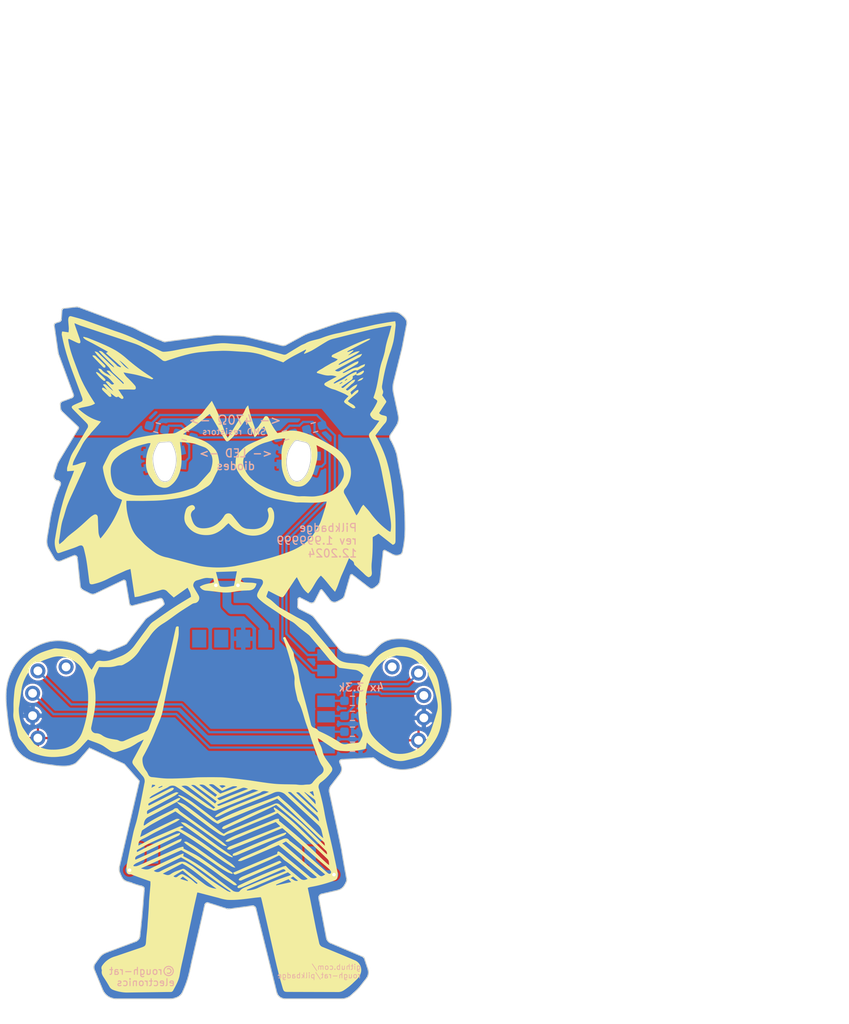
<source format=kicad_pcb>
(kicad_pcb (version 20240108) (generator "pcbnew") (generator_version "8.0")
  (layers (0 "F.Cu" signal) (31 "B.Cu" signal) (34 "B.Paste" user) (35 "F.Paste" user) (36 "B.SilkS" user "B.Silkscreen") (37 "F.SilkS" user "F.Silkscreen") (38 "B.Mask" user) (39 "F.Mask" user) (44 "Edge.Cuts" user))
  (net 0 "")
  (net 3 "GND")
  (net 4 "/SDA_L")
  (net 5 "/SCL_L")
  (net 6 "/SCL_R")
  (net 7 "+3.3V")
  (net 8 "/SDA_R")
  (net 9 "Net-(LED1-C-Pad1)")
  (net 10 "Net-(LED1-C-Pad4)")
  (net 11 "Net-(LED2-C-Pad1)")
  (net 12 "Net-(LED2-C-Pad4)")
  (net 13 "/LED1")
  (net 14 "/LED2")
  (footprint "Critbit_lib:Neko_hands" (layer "F.Cu") (at 86 80.2)
    (property "Reference" "J1" (hide yes))
    (property "Value" "HAND_L")
  )
  (footprint "easyeda2kicad:LED-SMD_LTST-C235KGKRKT" (layer "B.Cu") (at 100.7 56.2 -85)
    (property "Reference" "LED2" (hide yes))
    (property "Value" "LTST-C235KGKRKT")
  )
  (footprint "Resistor_SMD:R_0603_1608Metric_Pad0.98x0.95mm_HandSolder" (layer "B.Cu") (at 122 87.1)
    (property "Reference" "R3" (hide yes))
    (property "Value" "3k3")
  )
  (footprint "Resistor_SMD:R_0603_1608Metric_Pad0.98x0.95mm_HandSolder" (layer "B.Cu") (at 99.818593 52.636172 -15)
    (property "Reference" "R5" (hide yes))
    (property "Value" "3k3")
  )
  (footprint "Resistor_SMD:R_0603_1608Metric_Pad0.98x0.95mm_HandSolder" (layer "B.Cu") (at 117.681407 52.6 -165)
    (property "Reference" "R7" (hide yes))
    (property "Value" "3k3")
  )
  (footprint "easyeda2kicad:LED-SMD_LTST-C235KGKRKT" (layer "B.Cu") (at 115.9 56.3 -100)
    (property "Reference" "LED1" (hide yes))
    (property "Value" "LTST-C235KGKRKT")
  )
  (footprint "Resistor_SMD:R_0603_1608Metric_Pad0.98x0.95mm_HandSolder" (layer "B.Cu") (at 122 83.6)
    (property "Reference" "R1" (hide yes))
    (property "Value" "3k3")
  )
  (footprint "Resistor_SMD:R_0603_1608Metric_Pad0.98x0.95mm_HandSolder" (layer "B.Cu") (at 122 85.3)
    (property "Reference" "R2" (hide yes))
    (property "Value" "3k3")
  )
  (footprint "Resistor_SMD:R_0603_1608Metric_Pad0.98x0.95mm_HandSolder" (layer "B.Cu") (at 114.4 53.5 15)
    (property "Reference" "R8" (hide yes))
    (property "Value" "3k3")
  )
  (footprint "Resistor_SMD:R_0603_1608Metric_Pad0.98x0.95mm_HandSolder" (layer "B.Cu") (at 122 88.8)
    (property "Reference" "R4" (hide yes))
    (property "Value" "3k3")
  )
  (footprint "Critbit_lib:Neko_hands" (layer "B.Cu") (at 129.795661 80.452986 180)
    (property "Reference" "J2" (hide yes))
    (property "Value" "HAND_R")
  )
  (footprint "Connector_PinHeader_2.54mm:PinHeader_1x01_P2.54mm_Vertical" (layer "B.Cu") (at 89.5 79.75 180)
    (property "Reference" "J4" (hide yes))
    (property "Value" "THUMB_L")
  )
  (footprint "Connector_PinHeader_2.54mm:PinHeader_1x01_P2.54mm_Vertical" (layer "B.Cu") (at 126.5 79.75 180)
    (property "Reference" "J3" (hide yes))
    (property "Value" "THUMB_R")
  )
  (footprint "Resistor_SMD:R_0603_1608Metric_Pad0.98x0.95mm_HandSolder" (layer "B.Cu") (at 103.037186 53.5 165)
    (property "Reference" "R6" (hide yes))
    (property "Value" "3k3")
  )
  (footprint "Critbit_lib:pilkbrain4" (layer "B.Cu") (at 108.25 89.05 180)
    (property "Reference" "U2" (hide yes))
    (property "Value" "~")
  )
  (gr_poly (pts (xy 93.003744 46.32359) (xy 93.044003 46.344428) (xy 93.083745 46.36621) (xy 93.122954 46.388924) (xy 93.161614 46.412561) (xy 93.199708 46.437111) (xy 93.23722 46.462565) (xy 93.274134 46.488913) (xy 93.35988 46.563401) (xy 93.444873 46.638699) (xy 93.529113 46.714808) (xy 93.612602 46.791727) (xy 93.695337 46.869457) (xy 93.777321 46.947997) (xy 93.858552 47.027347) (xy 93.939031 47.107508) (xy 93.942333 47.111146) (xy 93.945303 47.115105) (xy 93.947959 47.119369) (xy 93.950317 47.123923) (xy 93.952392 47.128751) (xy 93.954202 47.133838) (xy 93.955762 47.139167) (xy 93.957088 47.144723) (xy 93.959107 47.156455) (xy 93.960387 47.168909) (xy 93.96106 47.181959) (xy 93.961256 47.195482) (xy 93.960735 47.223445) (xy 93.959866 47.251798) (xy 93.959628 47.265809) (xy 93.959693 47.279543) (xy 93.960192 47.292876) (xy 93.961255 47.305682) (xy 93.948143 47.306069) (xy 93.934581 47.307125) (xy 93.920682 47.308698) (xy 93.906561 47.310631) (xy 93.878107 47.314961) (xy 93.850131 47.318878) (xy 93.836606 47.320296) (xy 93.823543 47.321147) (xy 93.811055 47.321275) (xy 93.799256 47.320528) (xy 93.78826 47.31875) (xy 93.783099 47.317425) (xy 93.778181 47.315786) (xy 93.773521 47.313811) (xy 93.769133 47.311481) (xy 93.765031 47.308778) (xy 93.76123 47.305682) (xy 93.698338 47.256152) (xy 93.636473 47.20543) (xy 93.575651 47.153534) (xy 93.515887 47.100481) (xy 93.457198 47.046286) (xy 93.399598 46.990967) (xy 93.343105 46.934541) (xy 93.287733 46.877025) (xy 93.233499 46.818434) (xy 93.180418 46.758786) (xy 93.128507 46.698098) (xy 93.077781 46.636387) (xy 93.028255 46.573669) (xy 92.979947 46.50996) (xy 92.932871 46.445278) (xy 92.887043 46.37964) (xy 92.962985 46.303703)) (fill solid) (layer "F.SilkS"))
  (gr_poly (pts (xy 93.687389 48.086737) (xy 93.695801 48.087644) (xy 93.70428 48.089113) (xy 93.712813 48.091103) (xy 93.721388 48.093573) (xy 93.729993 48.096483) (xy 93.738615 48.099791) (xy 93.755865 48.107442) (xy 93.773038 48.1162) (xy 93.790038 48.125738) (xy 93.806766 48.135733) (xy 93.839019 48.155788) (xy 93.88245 48.181365) (xy 93.925315 48.207963) (xy 93.967747 48.235386) (xy 94.009875 48.263438) (xy 94.177951 48.378037) (xy 94.568741 48.748453) (xy 94.650233 49.074419) (xy 94.641009 49.082244) (xy 94.631432 49.089534) (xy 94.621525 49.096279) (xy 94.611312 49.102475) (xy 94.600817 49.108112) (xy 94.590062 49.113183) (xy 94.579071 49.11768) (xy 94.567868 49.121597) (xy 94.556477 49.124925) (xy 94.54492 49.127658) (xy 94.533221 49.129786) (xy 94.521405 49.131304) (xy 94.509493 49.132203) (xy 94.497511 49.132476) (xy 94.485481 49.132115) (xy 94.473426 49.131113) (xy 94.461442 49.129473) (xy 94.449621 49.127213) (xy 94.437984 49.124344) (xy 94.426552 49.12088) (xy 94.415347 49.116833) (xy 94.40439 49.112214) (xy 94.393703 49.107038) (xy 94.383306 49.101315) (xy 94.373222 49.095059) (xy 94.36347 49.088282) (xy 94.354073 49.080997) (xy 94.345052 49.073216) (xy 94.336428 49.064951) (xy 94.328223 49.056214) (xy 94.320457 49.04702) (xy 94.313152 49.037379) (xy 93.976304 48.71118) (xy 93.892689 48.629143) (xy 93.809703 48.546432) (xy 93.727542 48.462809) (xy 93.646401 48.378037) (xy 93.636477 48.366534) (xy 93.627302 48.354542) (xy 93.618888 48.342098) (xy 93.611245 48.329238) (xy 93.604384 48.315999) (xy 93.598313 48.302417) (xy 93.593045 48.288529) (xy 93.588589 48.274371) (xy 93.584956 48.25998) (xy 93.582156 48.245393) (xy 93.5802 48.230645) (xy 93.579097 48.215774) (xy 93.578858 48.200817) (xy 93.579494 48.185809) (xy 93.581015 48.170787) (xy 93.583431 48.155788) (xy 93.589631 48.14456) (xy 93.596069 48.134464) (xy 93.602731 48.125458) (xy 93.609607 48.117502) (xy 93.616683 48.110555) (xy 93.623948 48.104577) (xy 93.631389 48.099527) (xy 93.638994 48.095364) (xy 93.646751 48.092047) (xy 93.654648 48.089537) (xy 93.662672 48.087791) (xy 93.670812 48.086769) (xy 93.679055 48.086431)) (fill solid) (layer "F.SilkS"))
  (gr_poly (pts (xy 103.818315 61.402703) (xy 103.832367 61.403846) (xy 103.846322 61.405624) (xy 103.873857 61.411055) (xy 103.900747 61.418935) (xy 103.926818 61.429205) (xy 103.951896 61.441806) (xy 103.964008 61.448962) (xy 103.975807 61.456678) (xy 103.987271 61.464947) (xy 103.998378 61.473762) (xy 104.009107 61.483114) (xy 104.019435 61.492997) (xy 104.029341 61.503403) (xy 104.038803 61.514324) (xy 104.047801 61.525754) (xy 104.056311 61.537684) (xy 104.064312 61.550108) (xy 104.071782 61.563018) (xy 104.080364 61.574896) (xy 104.088235 61.587163) (xy 104.095388 61.599787) (xy 104.101816 61.612735) (xy 104.107513 61.625977) (xy 104.112471 61.63948) (xy 104.116683 61.653213) (xy 104.120142 61.667145) (xy 104.122843 61.681244) (xy 104.124776 61.695478) (xy 104.125936 61.709815) (xy 104.126316 61.724225) (xy 104.125909 61.738675) (xy 104.124707 61.753134) (xy 104.122704 61.76757) (xy 104.119893 61.781952) (xy 104.116292 61.796157) (xy 104.111937 61.810066) (xy 104.106848 61.823653) (xy 104.101045 61.836893) (xy 104.094547 61.84976) (xy 104.087375 61.862229) (xy 104.079547 61.874273) (xy 104.071084 61.885868) (xy 104.062006 61.896988) (xy 104.052332 61.907606) (xy 104.042082 61.917699) (xy 104.031276 61.927238) (xy 104.019934 61.9362) (xy 104.008075 61.944559) (xy 103.995719 61.952288) (xy 103.982886 61.959363) (xy 103.958743 61.974639) (xy 103.935452 61.990815) (xy 103.913025 62.007858) (xy 103.891475 62.025733) (xy 103.870814 62.044406) (xy 103.851056 62.063844) (xy 103.832214 62.084013) (xy 103.814299 62.104878) (xy 103.797324 62.126405) (xy 103.781303 62.148561) (xy 103.766248 62.171311) (xy 103.752172 62.194621) (xy 103.739088 62.218458) (xy 103.727007 62.242787) (xy 103.715944 62.267574) (xy 103.70591 62.292786) (xy 103.696919 62.318388) (xy 103.688983 62.344346) (xy 103.682115 62.370627) (xy 103.676328 62.397196) (xy 103.671634 62.424019) (xy 103.668046 62.451062) (xy 103.665577 62.478292) (xy 103.66424 62.505673) (xy 103.664047 62.533173) (xy 103.665011 62.560757) (xy 103.667145 62.588391) (xy 103.670461 62.616042) (xy 103.674973 62.643674) (xy 103.680693 62.671255) (xy 103.687633 62.69875) (xy 103.695807 62.726124) (xy 103.736271 62.882795) (xy 103.779818 63.031017) (xy 103.827401 63.17046) (xy 103.879976 63.300793) (xy 103.938497 63.421684) (xy 103.970287 63.478485) (xy 104.003921 63.532803) (xy 104.039519 63.584594) (xy 104.077201 63.633818) (xy 104.117086 63.680434) (xy 104.159294 63.724399) (xy 104.203943 63.765674) (xy 104.251153 63.804215) (xy 104.301043 63.839983) (xy 104.353733 63.872935) (xy 104.409343 63.90303) (xy 104.467991 63.930227) (xy 104.529797 63.954485) (xy 104.594881 63.975762) (xy 104.663361 63.994016) (xy 104.735357 64.009207) (xy 104.810988 64.021293) (xy 104.890375 64.030232) (xy 104.973635 64.035984) (xy 105.060889 64.038506) (xy 105.152256 64.037758) (xy 105.247856 64.033698) (xy 105.430364 64.017297) (xy 105.60639 63.989827) (xy 105.776052 63.951591) (xy 105.939465 63.902894) (xy 106.096747 63.84404) (xy 106.248014 63.775332) (xy 106.393383 63.697074) (xy 106.532971 63.60957) (xy 106.666893 63.513124) (xy 106.795268 63.40804) (xy 106.918211 63.294621) (xy 107.035839 63.173172) (xy 107.14827 63.043997) (xy 107.255618 62.907399) (xy 107.358002 62.763682) (xy 107.455538 62.61315) (xy 107.470125 62.588286) (xy 107.485959 62.564379) (xy 107.502991 62.541467) (xy 107.521171 62.519586) (xy 107.540449 62.498774) (xy 107.560774 62.479067) (xy 107.582097 62.460502) (xy 107.604368 62.443116) (xy 107.627537 62.426946) (xy 107.651554 62.412029) (xy 107.676369 62.398401) (xy 107.701932 62.3861) (xy 107.728193 62.375163) (xy 107.755102 62.365625) (xy 107.782609 62.357525) (xy 107.810665 62.3509) (xy 107.83904 62.345813) (xy 107.867498 62.342297) (xy 107.89598 62.340338) (xy 107.924425 62.339921) (xy 107.952772 62.341033) (xy 107.98096 62.34366) (xy 108.00893 62.347787) (xy 108.03662 62.353402) (xy 108.063971 62.360489) (xy 108.090921 62.369035) (xy 108.11741 62.379025) (xy 108.143378 62.390447) (xy 108.168764 62.403286) (xy 108.193507 62.417527) (xy 108.217547 62.433158) (xy 108.240824 62.450164) (xy 108.284472 62.493053) (xy 108.32706 62.536958) (xy 108.368572 62.581857) (xy 108.408989 62.627732) (xy 108.448296 62.674561) (xy 108.486476 62.722326) (xy 108.523511 62.771006) (xy 108.559384 62.820581) (xy 108.648985 62.930925) (xy 108.737588 63.042137) (xy 108.914057 63.265083) (xy 109.003052 63.375774) (xy 109.093305 63.48525) (xy 109.185382 63.59299) (xy 109.279847 63.698472) (xy 109.323576 63.743175) (xy 109.369268 63.785468) (xy 109.41682 63.825306) (xy 109.466129 63.862641) (xy 109.517095 63.897428) (xy 109.569613 63.929619) (xy 109.623583 63.959168) (xy 109.678902 63.986028) (xy 109.735467 64.010153) (xy 109.793176 64.031496) (xy 109.851928 64.05001) (xy 109.911618 64.065649) (xy 109.972147 64.078367) (xy 110.03341 64.088115) (xy 110.095306 64.094849) (xy 110.157733 64.098522) (xy 110.24295 64.1062) (xy 110.328248 64.112743) (xy 110.413618 64.118152) (xy 110.499047 64.122425) (xy 110.584527 64.125563) (xy 110.670044 64.127564) (xy 110.755589 64.128429) (xy 110.841151 64.128157) (xy 110.991308 64.116389) (xy 111.137871 64.095487) (xy 111.280239 64.065171) (xy 111.417814 64.025161) (xy 111.549995 63.975179) (xy 111.613875 63.94636) (xy 111.676183 63.914944) (xy 111.736842 63.880894) (xy 111.795778 63.844177) (xy 111.852916 63.804757) (xy 111.908181 63.762599) (xy 111.961498 63.717668) (xy 112.012793 63.66993) (xy 112.061989 63.619349) (xy 112.109013 63.565891) (xy 112.153789 63.50952) (xy 112.196242 63.450202) (xy 112.236298 63.387902) (xy 112.273881 63.322585) (xy 112.308916 63.254215) (xy 112.34133 63.182759) (xy 112.371045 63.10818) (xy 112.397989 63.030444) (xy 112.422085 62.949517) (xy 112.443258 62.865363) (xy 112.461435 62.777947) (xy 112.476539 62.687234) (xy 112.478479 62.635656) (xy 112.478532 62.584093) (xy 112.476703 62.532598) (xy 112.472997 62.48122) (xy 112.467419 62.430012) (xy 112.459973 62.379025) (xy 112.450663 62.32831) (xy 112.439494 62.277919) (xy 112.436669 62.261661) (xy 112.433127 62.245516) (xy 112.428978 62.229469) (xy 112.42433 62.213503) (xy 112.41397 62.181751) (xy 112.402915 62.150128) (xy 112.392034 62.118505) (xy 112.38693 62.102653) (xy 112.382195 62.086752) (xy 112.377937 62.070786) (xy 112.374266 62.054738) (xy 112.371288 62.038593) (xy 112.369114 62.022334) (xy 112.36681 62.008992) (xy 112.365118 61.995668) (xy 112.364027 61.98238) (xy 112.363531 61.969144) (xy 112.363618 61.955974) (xy 112.364282 61.942889) (xy 112.367299 61.917034) (xy 112.372512 61.89171) (xy 112.379849 61.867045) (xy 112.389238 61.84317) (xy 112.400609 61.820215) (xy 112.413889 61.798309) (xy 112.429007 61.777582) (xy 112.445893 61.758164) (xy 112.464474 61.740185) (xy 112.484679 61.723774) (xy 112.495369 61.716198) (xy 112.506438 61.709062) (xy 112.517877 61.702384) (xy 112.529677 61.696178) (xy 112.541831 61.690463) (xy 112.554327 61.685253) (xy 112.567235 61.680181) (xy 112.580243 61.675812) (xy 112.59333 61.672139) (xy 112.606474 61.669151) (xy 112.619654 61.66684) (xy 112.632846 61.665198) (xy 112.646029 61.664214) (xy 112.65918 61.663881) (xy 112.672279 61.66419) (xy 112.685301 61.665131) (xy 112.698227 61.666695) (xy 112.711033 61.668875) (xy 112.723697 61.67166) (xy 112.736198 61.675042) (xy 112.748513 61.679013) (xy 112.76062 61.683562) (xy 112.772497 61.688682) (xy 112.784122 61.694363) (xy 112.795473 61.700596) (xy 112.806529 61.707374) (xy 112.817266 61.714686) (xy 112.827663 61.722523) (xy 112.837697 61.730878) (xy 112.847348 61.739741) (xy 112.856591 61.749102) (xy 112.865407 61.758954) (xy 112.873772 61.769287) (xy 112.881664 61.780093) (xy 112.889062 61.791362) (xy 112.895943 61.803086) (xy 112.902285 61.815256) (xy 112.908066 61.827862) (xy 112.924244 61.854259) (xy 112.939828 61.880982) (xy 112.954814 61.908018) (xy 112.969197 61.93536) (xy 112.982973 61.962995) (xy 112.996139 61.990915) (xy 113.00869 62.019108) (xy 113.020621 62.047565) (xy 113.031929 62.076276) (xy 113.042609 62.105229) (xy 113.052658 62.134415) (xy 113.062071 62.163824) (xy 113.070844 62.193445) (xy 113.078972 62.223269) (xy 113.086452 62.253284) (xy 113.09328 62.283481) (xy 113.113844 62.502529) (xy 113.120537 62.713656) (xy 113.11316 62.916664) (xy 113.091515 63.11136) (xy 113.055404 63.297549) (xy 113.031862 63.387391) (xy 113.00463 63.475034) (xy 112.973681 63.560451) (xy 112.938993 63.64362) (xy 112.90054 63.724515) (xy 112.858297 63.803112) (xy 112.812239 63.879387) (xy 112.762342 63.953315) (xy 112.708582 64.024872) (xy 112.650932 64.094034) (xy 112.589369 64.160775) (xy 112.523868 64.225072) (xy 112.454403 64.286901) (xy 112.380951 64.346236) (xy 112.303486 64.403053) (xy 112.221984 64.457328) (xy 112.13642 64.509037) (xy 112.04677 64.558155) (xy 111.953007 64.604657) (xy 111.855109 64.64852) (xy 111.646803 64.728229) (xy 111.501035 64.77103) (xy 111.353956 64.806161) (xy 111.205854 64.833647) (xy 111.057019 64.853518) (xy 110.907738 64.865799) (xy 110.758301 64.870519) (xy 110.608995 64.867704) (xy 110.460108 64.857383) (xy 110.31193 64.839581) (xy 110.164748 64.814328) (xy 110.018851 64.781648) (xy 109.874527 64.741572) (xy 109.732065 64.694124) (xy 109.591754 64.639333) (xy 109.45388 64.577227) (xy 109.318734 64.507831) (xy 109.250067 64.475315) (xy 109.181882 64.441824) (xy 109.11419 64.407366) (xy 109.047 64.371946) (xy 108.980324 64.335569) (xy 108.914171 64.298241) (xy 108.848552 64.259968) (xy 108.783478 64.220754) (xy 108.722961 64.177835) (xy 108.663175 64.133931) (xy 108.604132 64.08905) (xy 108.545842 64.043202) (xy 108.488318 63.996397) (xy 108.431572 63.948645) (xy 108.375614 63.899955) (xy 108.320458 63.850337) (xy 108.232569 63.765315) (xy 108.141036 63.67439) (xy 108.041517 63.573742) (xy 107.929672 63.459548) (xy 107.880167 63.50367) (xy 107.832985 63.544775) (xy 107.745155 63.62045) (xy 107.70429 63.656279) (xy 107.665313 63.691609) (xy 107.628116 63.727069) (xy 107.59259 63.763288) (xy 107.488856 63.870978) (xy 107.382502 63.974372) (xy 107.273466 64.073171) (xy 107.161691 64.167072) (xy 107.047116 64.255776) (xy 106.929681 64.33898) (xy 106.809327 64.416383) (xy 106.685994 64.487685) (xy 106.559623 64.552585) (xy 106.430153 64.61078) (xy 106.297525 64.661971) (xy 106.16168 64.705856) (xy 106.022558 64.742133) (xy 105.880099 64.770502) (xy 105.734244 64.790662) (xy 105.584932 64.802311) (xy 105.400702 64.806447) (xy 105.219745 64.801367) (xy 105.042293 64.786883) (xy 104.86858 64.762809) (xy 104.698838 64.728958) (xy 104.533302 64.685141) (xy 104.372204 64.631172) (xy 104.215778 64.566864) (xy 104.064257 64.49203) (xy 103.917875 64.406482) (xy 103.776865 64.310033) (xy 103.641459 64.202496) (xy 103.511892 64.083683) (xy 103.388397 63.953409) (xy 103.271206 63.811485) (xy 103.160554 63.657724) (xy 103.127243 63.605458) (xy 103.096712 63.55285) (xy 103.068887 63.499917) (xy 103.043696 63.446677) (xy 103.021065 63.393144) (xy 103.00092 63.339337) (xy 102.967794 63.230963) (xy 102.943729 63.121689) (xy 102.928137 63.011647) (xy 102.920429 62.90097) (xy 102.920016 62.789791) (xy 102.92631 62.678243) (xy 102.938722 62.56646) (xy 102.956662 62.454573) (xy 102.979543 62.342716) (xy 103.006776 62.231021) (xy 103.037771 62.119623) (xy 103.071941 62.008653) (xy 103.108696 61.898244) (xy 103.129816 61.854635) (xy 103.15328 61.812572) (xy 103.178997 61.772128) (xy 103.206877 61.73338) (xy 103.23683 61.696402) (xy 103.268766 61.661268) (xy 103.302594 61.628054) (xy 103.338223 61.596833) (xy 103.375564 61.567682) (xy 103.414527 61.540673) (xy 103.45502 61.515883) (xy 103.496954 61.493385) (xy 103.540237 61.473255) (xy 103.584781 61.455567) (xy 103.630495 61.440396) (xy 103.677287 61.427817) (xy 103.691106 61.422204) (xy 103.705046 61.417299) (xy 103.719085 61.413097) (xy 103.733202 61.409589) (xy 103.747375 61.406767) (xy 103.761581 61.404625) (xy 103.7758 61.403155) (xy 103.79001 61.40235) (xy 103.804189 61.402201)) (fill solid) (layer "F.SilkS"))
  (gr_poly (pts (xy 123.963599 42.538907) (xy 123.988172 42.540366) (xy 124.012725 42.542672) (xy 124.037234 42.545829) (xy 124.017838 42.566236) (xy 123.997872 42.586062) (xy 123.977348 42.605293) (xy 123.95628 42.623919) (xy 123.934683 42.641929) (xy 123.912569 42.65931) (xy 123.889952 42.676051) (xy 123.866845 42.692141) (xy 122.892648 43.199381) (xy 121.9129 43.705232) (xy 121.850554 43.738345) (xy 121.788492 43.772196) (xy 121.664952 43.840897) (xy 121.541759 43.908903) (xy 121.480129 43.941886) (xy 121.418392 43.973783) (xy 121.449877 44.053423) (xy 122.072174 43.833024) (xy 122.116624 43.897847) (xy 121.48136 44.429396) (xy 121.57126 44.393327) (xy 121.658564 44.355027) (xy 121.826977 44.274428) (xy 121.989791 44.193006) (xy 122.150195 44.116162) (xy 122.230491 44.081147) (xy 122.311381 44.049303) (xy 122.393264 44.021306) (xy 122.476539 43.997832) (xy 122.561604 43.979556) (xy 122.648859 43.967153) (xy 122.693432 43.963366) (xy 122.738702 43.9613) (xy 122.784719 43.96104) (xy 122.831532 43.962671) (xy 122.785057 44.005049) (xy 122.73774 44.046456) (xy 122.689597 44.08688) (xy 122.640644 44.126308) (xy 122.590896 44.164728) (xy 122.540369 44.202128) (xy 122.489077 44.238496) (xy 122.437037 44.27382) (xy 122.016729 44.50837) (xy 121.59156 44.738925) (xy 121.165002 44.968439) (xy 120.740528 45.199863) (xy 120.699197 45.226851) (xy 120.658346 45.254542) (xy 120.617985 45.282929) (xy 120.578121 45.312006) (xy 120.538765 45.341766) (xy 120.499925 45.372202) (xy 120.46161 45.403308) (xy 120.423829 45.435077) (xy 120.464567 45.505456) (xy 120.554798 45.463205) (xy 120.644682 45.421649) (xy 120.733871 45.379399) (xy 120.778097 45.357579) (xy 120.82202 45.335064) (xy 121.696666 44.877368) (xy 122.134684 44.649302) (xy 122.57409 44.42384) (xy 122.635953 44.399118) (xy 122.698229 44.375497) (xy 122.760903 44.35298) (xy 122.823959 44.331575) (xy 122.887383 44.311284) (xy 122.951159 44.292113) (xy 123.015272 44.274068) (xy 123.079709 44.257152) (xy 123.068107 44.295135) (xy 123.054303 44.332092) (xy 123.038369 44.367944) (xy 123.020377 44.402614) (xy 123.0004 44.436022) (xy 122.97851 44.468092) (xy 122.954781 44.498745) (xy 122.929284 44.527902) (xy 122.902093 44.555486) (xy 122.87328 44.581418) (xy 122.842918 44.60562) (xy 122.811079 44.628015) (xy 122.777835 44.648523) (xy 122.743261 44.667066) (xy 122.707427 44.683568) (xy 122.670407 44.697948) (xy 121.517016 45.319553) (xy 120.360853 45.936991) (xy 120.321362 45.958185) (xy 120.281763 45.980139) (xy 120.200416 46.026586) (xy 120.113167 46.076853) (xy 120.016367 46.131461) (xy 120.032567 46.144951) (xy 120.049214 46.157613) (xy 120.06628 46.169445) (xy 120.083736 46.180446) (xy 120.101556 46.190616) (xy 120.119709 46.199954) (xy 120.138169 46.208459) (xy 120.156906 46.216131) (xy 120.175893 46.222968) (xy 120.195101 46.22897) (xy 120.214502 46.234136) (xy 120.234068 46.238466) (xy 120.25377 46.241958) (xy 120.273581 46.244611) (xy 120.313413 46.2474) (xy 120.353338 46.246826) (xy 120.373265 46.245277) (xy 120.393131 46.242884) (xy 120.412907 46.239647) (xy 120.432565 46.235566) (xy 120.452077 46.230639) (xy 120.471414 46.224867) (xy 120.490549 46.218247) (xy 120.509453 46.21078) (xy 120.528097 46.202464) (xy 120.546454 46.193298) (xy 120.564495 46.183283) (xy 120.582192 46.172417) (xy 120.599516 46.160699) (xy 120.61644 46.148129) (xy 121.020771 45.917661) (xy 121.426261 45.689276) (xy 121.832909 45.462974) (xy 122.240715 45.238757) (xy 122.292903 45.215907) (xy 122.345488 45.19402) (xy 122.398454 45.1731) (xy 122.451788 45.153153) (xy 122.505478 45.134182) (xy 122.55951 45.116194) (xy 122.61387 45.099192) (xy 122.668546 45.083182) (xy 122.670489 45.098239) (xy 122.671754 45.113247) (xy 122.67235 45.128189) (xy 122.672289 45.143046) (xy 122.67158 45.157802) (xy 122.670234 45.172439) (xy 122.665675 45.201285) (xy 122.658696 45.229443) (xy 122.64938 45.256773) (xy 122.637813 45.283134) (xy 122.624078 45.308386) (xy 122.60826 45.332388) (xy 122.590443 45.355) (xy 122.570712 45.37608) (xy 122.549151 45.395489) (xy 122.525845 45.413086) (xy 122.513563 45.421161) (xy 122.500877 45.428731) (xy 122.487796 45.435777) (xy 122.474332 45.442282) (xy 122.460495 45.448228) (xy 122.446295 45.453599) (xy 122.201994 45.600087) (xy 121.955956 45.74345) (xy 121.462838 46.027744) (xy 120.890545 46.366676) (xy 120.923881 46.433351) (xy 120.949174 46.428391) (xy 120.974337 46.422858) (xy 120.999361 46.416755) (xy 121.024236 46.410085) (xy 121.048953 46.402851) (xy 121.073502 46.395055) (xy 121.097873 46.386701) (xy 121.122056 46.37779) (xy 121.203082 46.338342) (xy 121.283738 46.298004) (xy 121.444551 46.215962) (xy 121.60571 46.134268) (xy 121.686799 46.094365) (xy 121.768432 46.055526) (xy 121.811146 46.030333) (xy 121.854448 46.006284) (xy 121.898315 45.983388) (xy 121.942722 45.961653) (xy 121.987646 45.941087) (xy 122.033064 45.921698) (xy 122.078953 45.903495) (xy 122.125289 45.886486) (xy 122.172049 45.870679) (xy 122.219209 45.856082) (xy 122.266746 45.842704) (xy 122.314636 45.830552) (xy 122.362857 45.819636) (xy 122.411384 45.809964) (xy 122.460195 45.801543) (xy 122.509266 45.794382) (xy 122.523314 45.793992) (xy 122.537331 45.792847) (xy 122.551321 45.790985) (xy 122.565283 45.788442) (xy 122.579222 45.785256) (xy 122.593138 45.781465) (xy 122.62091 45.772215) (xy 122.648618 45.760989) (xy 122.676277 45.748087) (xy 122.703904 45.733806) (xy 122.731514 45.718446) (xy 122.842118 45.652176) (xy 122.869891 45.635894) (xy 122.897746 45.620322) (xy 122.925698 45.60576) (xy 122.953764 45.592505) (xy 123.008856 45.568747) (xy 123.062515 45.546898) (xy 123.116088 45.526091) (xy 123.170919 45.505458) (xy 123.289742 45.461239) (xy 123.356424 45.435917) (xy 123.429749 45.407297) (xy 123.421261 45.434119) (xy 123.413767 45.459705) (xy 123.401214 45.507078) (xy 123.382056 45.586023) (xy 123.373281 45.617248) (xy 123.368619 45.630722) (xy 123.363594 45.642743) (xy 123.35807 45.653287) (xy 123.351911 45.662334) (xy 123.344981 45.669862) (xy 123.337146 45.675848) (xy 123.240967 45.736233) (xy 123.144181 45.795336) (xy 122.949135 45.910831) (xy 122.555566 46.138869) (xy 122.554514 46.138911) (xy 122.553441 46.139034) (xy 122.552351 46.139232) (xy 122.551243 46.139498) (xy 122.548986 46.140212) (xy 122.546682 46.141126) (xy 122.544345 46.142193) (xy 122.54199 46.143362) (xy 122.537276 46.145815) (xy 122.534945 46.147) (xy 122.532649 46.148094) (xy 122.530403 46.149046) (xy 122.528218 46.149808) (xy 122.527154 46.150103) (xy 122.52611 46.150332) (xy 122.525088 46.150489) (xy 122.524091 46.150568) (xy 122.523119 46.150562) (xy 122.522175 46.150467) (xy 122.521261 46.150275) (xy 122.520377 46.149981) (xy 122.49047 46.14037) (xy 122.461158 46.132665) (xy 122.432417 46.126789) (xy 122.404224 46.122663) (xy 122.376554 46.120208) (xy 122.349384 46.119346) (xy 122.32269 46.119998) (xy 122.296449 46.122084) (xy 122.270636 46.125528) (xy 122.245228 46.130249) (xy 122.220201 46.136169) (xy 122.195532 46.14321) (xy 122.14717 46.160338) (xy 122.099954 46.181004) (xy 122.053692 46.204578) (xy 122.008196 46.230431) (xy 121.918739 46.286457) (xy 121.830063 46.344045) (xy 121.785544 46.371851) (xy 121.74065 46.39816) (xy 121.650764 46.449508) (xy 121.56155 46.501963) (xy 121.384358 46.609065) (xy 121.207513 46.71721) (xy 121.029451 46.82414) (xy 120.816086 46.948026) (xy 120.601853 47.070697) (xy 120.387967 47.193716) (xy 120.175645 47.318645) (xy 120.154956 47.331357) (xy 120.134544 47.344466) (xy 120.094442 47.371719) (xy 120.055121 47.400101) (xy 120.016364 47.429308) (xy 119.939677 47.48898) (xy 119.901311 47.518838) (xy 119.862642 47.548304) (xy 119.905241 47.622387) (xy 119.925554 47.617208) (xy 119.945762 47.611653) (xy 119.965859 47.605724) (xy 119.985841 47.599423) (xy 120.005702 47.592751) (xy 120.025438 47.58571) (xy 120.045043 47.578302) (xy 120.064513 47.570529) (xy 120.50647 47.351752) (xy 120.681757 47.263082) (xy 121.129466 47.263082) (xy 121.160954 47.311236) (xy 121.414688 47.1464) (xy 121.360975 47.077874) (xy 121.129466 47.263082) (xy 120.681757 47.263082) (xy 120.726319 47.24054) (xy 120.944258 47.12603) (xy 120.988823 47.099726) (xy 121.032729 47.072379) (xy 121.075959 47.044002) (xy 121.118495 47.014608) (xy 121.160319 46.984209) (xy 121.201413 46.952818) (xy 121.241759 46.920448) (xy 121.281339 46.887111) (xy 121.418481 46.791561) (xy 121.558785 46.701006) (xy 121.702113 46.61552) (xy 121.848326 46.535175) (xy 121.997286 46.460044) (xy 122.148854 46.390201) (xy 122.302891 46.325717) (xy 122.459259 46.266666) (xy 122.459259 46.562996) (xy 122.452297 46.565966) (xy 122.445402 46.569082) (xy 122.438575 46.572343) (xy 122.43182 46.575747) (xy 122.425138 46.579293) (xy 122.418531 46.58298) (xy 122.412003 46.586808) (xy 122.405554 46.590774) (xy 122.405554 46.590775) (xy 122.016616 46.7908) (xy 122.021702 46.808384) (xy 122.025928 46.826029) (xy 122.029305 46.843709) (xy 122.031844 46.8614) (xy 122.033557 46.879079) (xy 122.034453 46.896719) (xy 122.034545 46.914296) (xy 122.033843 46.931786) (xy 122.032358 46.949164) (xy 122.0301 46.966405) (xy 122.023314 47.000379) (xy 122.013571 47.03351) (xy 122.00096 47.065602) (xy 121.985567 47.096456) (xy 121.967482 47.125876) (xy 121.946791 47.153664) (xy 121.935496 47.166885) (xy 121.923583 47.179623) (xy 121.911062 47.191855) (xy 121.897945 47.203556) (xy 121.884242 47.214701) (xy 121.869965 47.225266) (xy 121.855124 47.235225) (xy 121.839731 47.244555) (xy 121.823795 47.25323) (xy 121.80733 47.261226) (xy 121.532556 47.448577) (xy 121.262122 47.637664) (xy 120.72386 48.016879) (xy 120.734398 48.030903) (xy 120.744835 48.043823) (xy 120.755178 48.055662) (xy 120.765433 48.066443) (xy 120.775608 48.076191) (xy 120.785711 48.084929) (xy 120.795747 48.09268) (xy 120.805726 48.09947) (xy 120.815652 48.10532) (xy 120.825534 48.110256) (xy 120.835379 48.1143) (xy 120.845194 48.117477) (xy 120.854986 48.11981) (xy 120.864761 48.121323) (xy 120.874528 48.12204) (xy 120.884294 48.121984) (xy 120.894064 48.12118) (xy 120.903848 48.11965) (xy 120.91365 48.117419) (xy 120.92348 48.114511) (xy 120.933344 48.110949) (xy 120.943249 48.106756) (xy 120.953201 48.101958) (xy 120.96321 48.096576) (xy 120.97328 48.090636) (xy 120.98342 48.084161) (xy 121.003937 48.0697) (xy 121.024818 48.053383) (xy 121.046119 48.0354) (xy 121.247186 47.861537) (xy 121.450337 47.689988) (xy 121.655572 47.520754) (xy 121.86289 47.353835) (xy 121.885365 47.333909) (xy 121.908676 47.315164) (xy 121.932776 47.297621) (xy 121.957618 47.281297) (xy 121.983154 47.26621) (xy 122.009337 47.252378) (xy 122.036119 47.239821) (xy 122.063453 47.228556) (xy 122.091291 47.218601) (xy 122.119585 47.209975) (xy 122.148288 47.202696) (xy 122.177353 47.196783) (xy 122.206732 47.192253) (xy 122.236377 47.189125) (xy 122.26624 47.187418) (xy 122.296275 47.187149) (xy 122.291651 47.216029) (xy 122.285803 47.243672) (xy 122.278787 47.27013) (xy 122.270661 47.295456) (xy 122.26148 47.319703) (xy 122.251303 47.342926) (xy 122.240184 47.365176) (xy 122.228182 47.386508) (xy 122.215352 47.406974) (xy 122.201751 47.426629) (xy 122.187436 47.445524) (xy 122.172464 47.463713) (xy 122.140772 47.498188) (xy 122.107131 47.530479) (xy 122.071991 47.561012) (xy 122.035807 47.590213) (xy 121.962118 47.646322) (xy 121.889688 47.702214) (xy 121.855078 47.731143) (xy 121.822142 47.761296) (xy 121.756915 47.823453) (xy 121.689257 47.886283) (xy 121.548036 48.013874) (xy 121.251704 48.276175) (xy 121.259529 48.288546) (xy 121.26738 48.300306) (xy 121.275261 48.311453) (xy 121.283176 48.321985) (xy 121.291128 48.331898) (xy 121.299123 48.341189) (xy 121.307164 48.349857) (xy 121.315255 48.357898) (xy 121.3234 48.365309) (xy 121.331603 48.372088) (xy 121.339869 48.378233) (xy 121.348202 48.38374) (xy 121.356605 48.388606) (xy 121.365082 48.39283) (xy 121.373638 48.396408) (xy 121.382277 48.399337) (xy 121.391003 48.401616) (xy 121.39982 48.40324) (xy 121.408731 48.404208) (xy 121.417742 48.404517) (xy 121.426855 48.404164) (xy 121.436076 48.403146) (xy 121.445408 48.401461) (xy 121.454855 48.399106) (xy 121.464422 48.396077) (xy 121.474112 48.392374) (xy 121.48393 48.387992) (xy 121.493879 48.382929) (xy 121.503964 48.377182) (xy 121.514188 48.370749) (xy 121.524556 48.363627) (xy 121.535072 48.355813) (xy 121.8152 48.13449) (xy 121.88686 48.079159) (xy 121.959605 48.024522) (xy 122.033652 47.970927) (xy 122.109219 47.918721) (xy 122.134009 47.9018) (xy 122.159154 47.88546) (xy 122.184644 47.869708) (xy 122.210469 47.854547) (xy 122.236616 47.839984) (xy 122.263078 47.826022) (xy 122.289842 47.812666) (xy 122.316898 47.799921) (xy 122.344236 47.787792) (xy 122.371845 47.776284) (xy 122.399715 47.765402) (xy 122.427835 47.75515) (xy 122.456194 47.745534) (xy 122.484783 47.736557) (xy 122.513591 47.728226) (xy 122.542607 47.720544) (xy 122.533926 47.761798) (xy 122.523231 47.801238) (xy 122.510622 47.83896) (xy 122.496204 47.87506) (xy 122.480075 47.909634) (xy 122.46234 47.942777) (xy 122.443098 47.974587) (xy 122.422453 48.005158) (xy 122.400506 48.034588) (xy 122.377357 48.062971) (xy 122.353111 48.090404) (xy 122.327867 48.116982) (xy 122.274795 48.16796) (xy 122.218956 48.216673) (xy 121.984203 48.404226) (xy 121.926736 48.453128) (xy 121.871384 48.504372) (xy 121.844756 48.531112) (xy 121.818963 48.558725) (xy 121.794105 48.587307) (xy 121.770285 48.616954) (xy 121.879558 48.889211) (xy 121.926547 48.850415) (xy 121.971923 48.810035) (xy 122.016074 48.768526) (xy 122.059383 48.726344) (xy 122.145019 48.641785) (xy 122.188117 48.600319) (xy 122.231915 48.560004) (xy 122.276798 48.521295) (xy 122.323151 48.484647) (xy 122.37136 48.450517) (xy 122.396281 48.434539) (xy 122.42181 48.419361) (xy 122.447996 48.405041) (xy 122.474887 48.391634) (xy 122.50253 48.379199) (xy 122.530974 48.367792) (xy 122.560268 48.35747) (xy 122.590459 48.348291) (xy 122.621595 48.34031) (xy 122.653726 48.333586) (xy 122.65767 48.345795) (xy 122.661059 48.358071) (xy 122.666191 48.382757) (xy 122.669165 48.40752) (xy 122.670027 48.432237) (xy 122.668818 48.456782) (xy 122.665584 48.481032) (xy 122.660369 48.504861) (xy 122.653215 48.528147) (xy 122.644167 48.550764) (xy 122.633269 48.572588) (xy 122.620565 48.593495) (xy 122.606099 48.613361) (xy 122.589914 48.632061) (xy 122.572055 48.649471) (xy 122.552565 48.665467) (xy 122.542222 48.672896) (xy 122.531488 48.679924) (xy 122.442798 48.757227) (xy 122.353284 48.833705) (xy 122.172647 48.985054) (xy 121.991316 49.13571) (xy 121.811025 49.287408) (xy 121.768967 49.324026) (xy 121.727365 49.361578) (xy 121.685979 49.399955) (xy 121.644571 49.439048) (xy 121.560734 49.518948) (xy 121.517827 49.559538) (xy 121.473944 49.60041) (xy 121.496647 49.629943) (xy 121.520588 49.657849) (xy 121.545671 49.684251) (xy 121.5718 49.709271) (xy 121.598879 49.733029) (xy 121.626811 49.755646) (xy 121.684849 49.797947) (xy 121.745145 49.837143) (xy 121.806927 49.874208) (xy 121.931871 49.945824) (xy 121.993491 49.982318) (xy 122.053515 50.020566) (xy 122.111174 50.061537) (xy 122.165697 50.106203) (xy 122.191542 50.130225) (xy 122.216313 50.155535) (xy 122.239915 50.182255) (xy 122.262252 50.210505) (xy 122.283227 50.240408) (xy 122.302743 50.272084) (xy 122.320705 50.305656) (xy 122.337016 50.341244) (xy 122.327969 50.351101) (xy 122.318547 50.360418) (xy 122.308772 50.369193) (xy 122.298663 50.377424) (xy 122.288243 50.385108) (xy 122.277533 50.392244) (xy 122.266554 50.398829) (xy 122.255327 50.404861) (xy 122.243873 50.410338) (xy 122.232214 50.415259) (xy 122.22037 50.41962) (xy 122.208363 50.423419) (xy 122.196215 50.426656) (xy 122.183945 50.429327) (xy 122.171576 50.43143) (xy 122.159128 50.432963) (xy 122.146624 50.433925) (xy 122.134083 50.434313) (xy 122.121528 50.434124) (xy 122.108978 50.433358) (xy 122.096457 50.432011) (xy 122.083984 50.430081) (xy 122.071581 50.427567) (xy 122.059269 50.424466) (xy 122.04707 50.420777) (xy 122.035004 50.416496) (xy 122.023093 50.411622) (xy 122.011358 50.406154) (xy 121.999819 50.400088) (xy 121.988499 50.393422) (xy 121.977419 50.386155) (xy 121.966599 50.378284) (xy 121.58044 50.135199) (xy 121.484986 50.073234) (xy 121.390487 50.01001) (xy 121.297204 49.945136) (xy 121.205396 49.878223) (xy 121.168967 49.85018) (xy 121.152589 49.836694) (xy 121.137426 49.823521) (xy 121.12347 49.810628) (xy 121.110715 49.79798) (xy 121.099151 49.785545) (xy 121.088773 49.773291) (xy 121.079571 49.761182) (xy 121.07154 49.749187) (xy 121.064672 49.737272) (xy 121.058958 49.725404) (xy 121.054392 49.71355) (xy 121.050967 49.701675) (xy 121.048673 49.689748) (xy 121.047506 49.677735) (xy 121.047455 49.665602) (xy 121.048516 49.653317) (xy 121.050679 49.640845) (xy 121.053937 49.628155) (xy 121.058283 49.615213) (xy 121.06371 49.601985) (xy 121.07021 49.588438) (xy 121.077775 49.574539) (xy 121.086398 49.560255) (xy 121.096072 49.545552) (xy 121.106789 49.530398) (xy 121.118542 49.514758) (xy 121.145125 49.481892) (xy 121.175761 49.446687) (xy 121.216366 49.401695) (xy 121.257861 49.356572) (xy 121.344996 49.263331) (xy 121.440118 49.161755) (xy 121.546178 49.046636) (xy 121.479359 49.008759) (xy 121.417227 48.972814) (xy 121.303556 48.90611) (xy 121.198219 48.845309) (xy 121.146505 48.816743) (xy 121.094269 48.789197) (xy 120.84285 48.677608) (xy 120.590505 48.568798) (xy 120.337233 48.462767) (xy 120.083034 48.359513) (xy 120.050552 48.3471) (xy 120.01773 48.335479) (xy 119.951276 48.314137) (xy 119.884083 48.294531) (xy 119.816565 48.275706) (xy 119.749134 48.256708) (xy 119.682202 48.236581) (xy 119.616182 48.21437) (xy 119.583643 48.202185) (xy 119.551486 48.189121) (xy 119.469568 48.154224) (xy 119.388326 48.117835) (xy 119.307782 48.079962) (xy 119.227955 48.040617) (xy 119.148865 47.99981) (xy 119.070534 47.95755) (xy 118.99298 47.913848) (xy 118.916225 47.868714) (xy 118.90146 47.85921) (xy 118.887725 47.84946) (xy 118.875019 47.839479) (xy 118.863339 47.829281) (xy 118.852685 47.818881) (xy 118.843055 47.808293) (xy 118.834447 47.797532) (xy 118.826862 47.786613) (xy 118.820296 47.775551) (xy 118.814749 47.764359) (xy 118.810219 47.753052) (xy 118.806706 47.741645) (xy 118.804207 47.730153) (xy 118.802721 47.71859) (xy 118.802248 47.706971) (xy 118.802785 47.69531) (xy 118.804331 47.683622) (xy 118.806885 47.671921) (xy 118.810446 47.660223) (xy 118.815012 47.648541) (xy 118.820581 47.63689) (xy 118.8246 47.629794) (xy 120.52569 47.629794) (xy 120.560879 47.689062) (xy 120.859062 47.516816) (xy 120.814615 47.444586) (xy 120.52569 47.629794) (xy 118.8246 47.629794) (xy 118.827153 47.625285) (xy 118.834727 47.613741) (xy 118.8433 47.602271) (xy 118.852871 47.590891) (xy 118.86344 47.579615) (xy 118.875004 47.568458) (xy 118.887562 47.557434) (xy 118.901114 47.546558) (xy 118.915657 47.535844) (xy 118.93119 47.525307) (xy 118.947713 47.514963) (xy 119.037108 47.461531) (xy 119.127393 47.409423) (xy 119.218416 47.3584) (xy 119.310026 47.308224) (xy 119.679286 47.11121) (xy 119.796111 47.049165) (xy 119.919362 46.985731) (xy 120.205277 46.840806) (xy 120.155044 46.820539) (xy 120.10429 46.801883) (xy 120.053054 46.784842) (xy 120.001375 46.769422) (xy 119.949291 46.75563) (xy 119.896841 46.743472) (xy 119.844064 46.732952) (xy 119.790998 46.724078) (xy 119.737682 46.716855) (xy 119.684155 46.711289) (xy 119.630456 46.707385) (xy 119.576623 46.70515) (xy 119.522696 46.704589) (xy 119.468711 46.705708) (xy 119.41471 46.708514) (xy 119.360729 46.713012) (xy 119.271335 46.715651) (xy 119.182968 46.71346) (xy 119.09553 46.706908) (xy 119.008919 46.696459) (xy 118.923035 46.682581) (xy 118.837778 46.66574) (xy 118.753048 46.646404) (xy 118.668743 46.625038) (xy 118.50101 46.578085) (xy 118.333777 46.528614) (xy 118.166241 46.480359) (xy 117.997598 46.437052) (xy 117.996056 46.436933) (xy 117.994551 46.43658) (xy 117.993076 46.435996) (xy 117.991626 46.435185) (xy 117.990193 46.434152) (xy 117.988771 46.432901) (xy 117.987354 46.431435) (xy 117.985935 46.429759) (xy 117.984509 46.427877) (xy 117.983067 46.425793) (xy 117.980115 46.421034) (xy 117.977027 46.415516) (xy 117.973752 46.40927) (xy 117.966434 46.394729) (xy 117.957748 46.377669) (xy 117.952764 46.368277) (xy 117.947283 46.358352) (xy 117.941255 46.347929) (xy 117.934627 46.337039) (xy 117.976549 46.297279) (xy 118.020231 46.259791) (xy 118.065482 46.224326) (xy 118.112108 46.190638) (xy 118.159917 46.15848) (xy 118.208717 46.127605) (xy 118.308516 46.068719) (xy 118.511522 45.955481) (xy 118.611646 45.897181) (xy 118.66069 45.866746) (xy 118.708797 45.835125) (xy 118.804754 45.77231) (xy 118.902079 45.712511) (xy 119.000402 45.654926) (xy 119.099354 45.598753) (xy 119.297671 45.487425) (xy 119.396298 45.430665) (xy 119.494078 45.372104) (xy 119.543359 45.343252) (xy 119.593851 45.316136) (xy 119.697749 45.265378) (xy 119.912185 45.165597) (xy 119.966134 45.138481) (xy 120.01986 45.109629) (xy 120.073184 45.078607) (xy 120.125928 45.04498) (xy 120.177913 45.008314) (xy 120.228958 44.968176) (xy 120.278886 44.924131) (xy 120.327517 44.875746) (xy 119.634839 44.599786) (xy 119.633017 44.582798) (xy 119.632043 44.566547) (xy 119.631887 44.551009) (xy 119.63252 44.53616) (xy 119.633912 44.521977) (xy 119.636031 44.508437) (xy 119.638848 44.495516) (xy 119.642334 44.483191) (xy 119.646456 44.471438) (xy 119.651186 44.460235) (xy 119.656494 44.449557) (xy 119.662348 44.439381) (xy 119.668719 44.429684) (xy 119.675577 44.420443) (xy 119.682891 44.411634) (xy 119.690631 44.403233) (xy 119.698768 44.395218) (xy 119.707271 44.387564) (xy 119.725253 44.373249) (xy 119.744336 44.3601) (xy 119.76428 44.347931) (xy 119.784842 44.336554) (xy 119.805782 44.325782) (xy 119.847827 44.305305) (xy 120.786284 43.849374) (xy 121.729776 43.405424) (xy 122.204984 43.191252) (xy 122.683339 42.984046) (xy 123.16547 42.785132) (xy 123.652007 42.595833) (xy 123.674897 42.586523) (xy 123.698046 42.578025) (xy 123.721432 42.570342) (xy 123.745034 42.563475) (xy 123.768829 42.557428) (xy 123.792798 42.552204) (xy 123.816917 42.547806) (xy 123.841166 42.544236) (xy 123.865523 42.541497) (xy 123.889966 42.539592) (xy 123.914474 42.538523) (xy 123.939026 42.538294)) (fill solid) (layer "F.SilkS"))
  (gr_poly (pts (xy 90.011011 39.985225) (xy 90.027465 39.98668) (xy 90.044582 39.988865) (xy 90.062381 39.991773) (xy 90.080878 39.995396) (xy 90.120033 40.004763) (xy 90.504891 40.108335) (xy 90.88888 40.213817) (xy 91.08006 40.268739) (xy 91.270438 40.325897) (xy 91.459817 40.385877) (xy 91.648002 40.449263) (xy 95.009532 41.649414) (xy 95.317453 41.749301) (xy 95.623524 41.854504) (xy 95.927676 41.964995) (xy 96.22984 42.080747) (xy 96.529946 42.201733) (xy 96.827926 42.327926) (xy 97.123711 42.459299) (xy 97.417232 42.595824) (xy 98.140504 42.951485) (xy 98.869503 43.296379) (xy 100.334271 43.971927) (xy 100.353674 43.979196) (xy 100.373252 43.98589) (xy 100.39299 43.992008) (xy 100.412875 43.997547) (xy 100.432896 44.002505) (xy 100.45304 44.006882) (xy 100.473292 44.010675) (xy 100.493642 44.013882) (xy 100.514075 44.016501) (xy 100.53458 44.018531) (xy 100.555143 44.019969) (xy 100.575752 44.020815) (xy 100.596393 44.021065) (xy 100.617055 44.020719) (xy 100.637723 44.019774) (xy 100.658386 44.018229) (xy 100.808069 44.008572) (xy 100.957122 43.995146) (xy 101.2536 43.958586) (xy 101.548341 43.911737) (xy 101.841867 43.857792) (xy 102.427357 43.741371) (xy 102.720362 43.685277) (xy 103.014236 43.634847) (xy 104.950589 43.327865) (xy 105.917203 43.186875) (xy 106.401487 43.124064) (xy 106.886943 43.06811) (xy 107.003834 43.057549) (xy 107.121116 43.050642) (xy 107.238745 43.047051) (xy 107.356677 43.046435) (xy 107.593281 43.052776) (xy 107.830579 43.066953) (xy 108.779771 43.14775) (xy 109.082789 43.170612) (xy 109.385633 43.198682) (xy 109.536718 43.215213) (xy 109.687434 43.233698) (xy 109.837673 43.254353) (xy 109.987326 43.277395) (xy 110.137532 43.303136) (xy 110.289215 43.331569) (xy 110.441939 43.362432) (xy 110.595272 43.395466) (xy 110.748778 43.43041) (xy 110.902023 43.467003) (xy 111.205995 43.544096) (xy 112.674697 43.933033) (xy 114.139694 44.333084) (xy 114.167309 44.339793) (xy 114.195099 44.344886) (xy 114.222999 44.348376) (xy 114.250942 44.350275) (xy 114.278863 44.350595) (xy 114.306696 44.349349) (xy 114.334374 44.346549) (xy 114.361833 44.342207) (xy 114.389005 44.336335) (xy 114.415826 44.328946) (xy 114.442229 44.320053) (xy 114.468149 44.309667) (xy 114.493518 44.297801) (xy 114.518273 44.284467) (xy 114.542346 44.269677) (xy 114.565671 44.253444) (xy 115.34424 43.776995) (xy 115.734827 43.541376) (xy 116.126975 43.308882) (xy 116.159871 43.290323) (xy 116.193238 43.272748) (xy 116.227029 43.256015) (xy 116.261194 43.239979) (xy 116.330452 43.209423) (xy 116.400621 43.179931) (xy 116.471312 43.150352) (xy 116.542132 43.119535) (xy 116.612692 43.086332) (xy 116.647752 43.068475) (xy 116.682601 43.04959) (xy 116.793569 42.987683) (xy 116.906811 42.932677) (xy 117.022039 42.883749) (xy 117.138966 42.840073) (xy 117.257303 42.800825) (xy 117.376763 42.765179) (xy 117.617903 42.701398) (xy 118.101008 42.580781) (xy 118.220278 42.547263) (xy 118.338371 42.510749) (xy 118.454999 42.470416) (xy 118.569875 42.425437) (xy 118.814814 42.336376) (xy 119.061595 42.252864) (xy 119.310124 42.174929) (xy 119.560307 42.102596) (xy 119.812049 42.035891) (xy 120.065255 41.974841) (xy 120.319832 41.919472) (xy 120.575683 41.869811) (xy 124.465051 40.9697) (xy 124.654989 40.92911) (xy 124.845511 40.891536) (xy 125.227881 40.822228) (xy 125.611291 40.75535) (xy 125.994875 40.684479) (xy 126.396558 40.621511) (xy 126.846847 40.547428) (xy 126.859404 40.604733) (xy 126.8703 40.66234) (xy 126.879532 40.720213) (xy 126.887093 40.778316) (xy 126.892981 40.836612) (xy 126.89719 40.895066) (xy 126.899717 40.953641) (xy 126.900557 41.0123) (xy 126.848381 41.475264) (xy 126.792906 41.93788) (xy 126.761815 42.168515) (xy 126.72736 42.398412) (xy 126.688694 42.627354) (xy 126.64497 42.855124) (xy 126.599754 43.033953) (xy 126.551962 43.212081) (xy 126.501602 43.389479) (xy 126.448683 43.56612) (xy 126.393213 43.741977) (xy 126.335201 43.917021) (xy 126.274655 44.091226) (xy 126.211583 44.264565) (xy 126.075825 44.694641) (xy 125.948891 45.127259) (xy 125.830815 45.562284) (xy 125.721629 45.999576) (xy 125.621366 46.439001) (xy 125.53006 46.88042) (xy 125.447743 47.323697) (xy 125.374447 47.768695) (xy 125.366585 47.803382) (xy 125.360076 47.838255) (xy 125.354917 47.873274) (xy 125.351107 47.908402) (xy 125.348641 47.943598) (xy 125.34752 47.978826) (xy 125.347739 48.014046) (xy 125.349296 48.04922) (xy 125.352188 48.084309) (xy 125.356415 48.119275) (xy 125.361972 48.154079) (xy 125.368857 48.188683) (xy 125.377069 48.223048) (xy 125.386603 48.257136) (xy 125.397459 48.290907) (xy 125.409634 48.324325) (xy 125.421359 48.346032) (xy 125.431904 48.367411) (xy 125.441302 48.388479) (xy 125.449587 48.409256) (xy 125.456793 48.429761) (xy 125.462956 48.450012) (xy 125.468108 48.470027) (xy 125.472285 48.489825) (xy 125.475521 48.509426) (xy 125.477849 48.528847) (xy 125.479304 48.548108) (xy 125.479921 48.567226) (xy 125.478776 48.605111) (xy 125.474687 48.642651) (xy 125.467928 48.679996) (xy 125.458774 48.717295) (xy 125.447498 48.754697) (xy 125.434375 48.792351) (xy 125.419679 48.830407) (xy 125.403683 48.869014) (xy 125.368888 48.948476) (xy 125.535341 49.18508) (xy 125.62074 49.306855) (xy 125.705966 49.430019) (xy 125.736142 49.474477) (xy 125.762104 49.513858) (xy 125.783894 49.548861) (xy 125.801552 49.580183) (xy 125.808844 49.59468) (xy 125.815118 49.60852) (xy 125.82038 49.621787) (xy 125.824634 49.634569) (xy 125.827886 49.646955) (xy 125.830141 49.659029) (xy 125.831403 49.670881) (xy 125.831678 49.682597) (xy 125.830971 49.694264) (xy 125.829286 49.705969) (xy 125.82663 49.7178) (xy 125.823007 49.729843) (xy 125.818422 49.742186) (xy 125.812881 49.754916) (xy 125.806388 49.768121) (xy 125.798948 49.781886) (xy 125.781249 49.811449) (xy 125.759826 49.844304) (xy 125.705966 49.922674) (xy 125.531727 50.181156) (xy 125.360786 50.44172) (xy 125.022549 50.963543) (xy 125.043117 50.99173) (xy 125.064509 51.017684) (xy 125.08668 51.041526) (xy 125.109586 51.063379) (xy 125.133182 51.083364) (xy 125.157424 51.101602) (xy 125.182268 51.118216) (xy 125.20767 51.133328) (xy 125.233584 51.147058) (xy 125.259966 51.15953) (xy 125.313958 51.181182) (xy 125.36929 51.199258) (xy 125.425607 51.214733) (xy 125.539775 51.241772) (xy 125.596914 51.255285) (xy 125.653617 51.270092) (xy 125.709527 51.287167) (xy 125.764291 51.307484) (xy 125.791131 51.319163) (xy 125.817551 51.332017) (xy 125.843506 51.346169) (xy 125.868953 51.36174) (xy 125.881948 51.413089) (xy 125.891491 51.464778) (xy 125.89762 51.516649) (xy 125.900373 51.568546) (xy 125.899786 51.62031) (xy 125.895898 51.671784) (xy 125.888747 51.72281) (xy 125.87837 51.773232) (xy 125.864804 51.82289) (xy 125.848088 51.871629) (xy 125.82826 51.919289) (xy 125.805356 51.965714) (xy 125.779415 52.010747) (xy 125.750474 52.054228) (xy 125.718571 52.096002) (xy 125.683744 52.13591) (xy 125.612224 52.214358) (xy 125.542013 52.294072) (xy 125.404861 52.456986) (xy 125.270965 52.624024) (xy 125.139 52.794557) (xy 124.87557 53.143587) (xy 124.741457 53.320826) (xy 124.603981 53.499043) (xy 124.612833 53.516572) (xy 124.622704 53.536837) (xy 124.645421 53.583312) (xy 124.658222 53.608395) (xy 124.671957 53.633955) (xy 124.679168 53.646738) (xy 124.686604 53.659429) (xy 124.694263 53.671957) (xy 124.702141 53.684251) (xy 124.879257 53.998107) (xy 125.047606 54.31652) (xy 125.207103 54.639307) (xy 125.357668 54.966281) (xy 125.499217 55.297257) (xy 125.631668 55.632051) (xy 125.754939 55.970477) (xy 125.868947 56.31235) (xy 125.99076 56.744315) (xy 126.101921 57.178933) (xy 126.202394 57.616007) (xy 126.292141 58.055339) (xy 126.371123 58.496733) (xy 126.439305 58.939992) (xy 126.496647 59.384917) (xy 126.543112 59.831313) (xy 126.579462 60.128331) (xy 126.619307 60.424937) (xy 126.702622 61.017344) (xy 126.742663 61.313362) (xy 126.779339 61.609403) (xy 126.810936 61.905573) (xy 126.835739 62.201983) (xy 126.859987 62.604365) (xy 126.875531 63.007204) (xy 126.884086 63.410433) (xy 126.887366 63.813989) (xy 126.882041 65.430165) (xy 126.881658 65.467476) (xy 126.880276 65.504928) (xy 126.877549 65.542272) (xy 126.873128 65.579257) (xy 126.866668 65.615635) (xy 126.85782 65.651155) (xy 126.846237 65.685569) (xy 126.839312 65.702282) (xy 126.831573 65.718625) (xy 126.822976 65.734567) (xy 126.813478 65.750076) (xy 126.803037 65.765122) (xy 126.791608 65.779672) (xy 126.779148 65.793695) (xy 126.765613 65.807162) (xy 126.750961 65.820039) (xy 126.735148 65.832297) (xy 126.71813 65.843904) (xy 126.699864 65.854828) (xy 126.680306 65.865039) (xy 126.659414 65.874505) (xy 126.637143 65.883195) (xy 126.613451 65.891078) (xy 126.588294 65.898123) (xy 126.561628 65.904299) (xy 124.955872 64.644879) (xy 124.292826 65.039371) (xy 124.292826 65.359784) (xy 124.295937 65.692376) (xy 124.293854 66.024917) (xy 124.286581 66.357346) (xy 124.27412 66.689603) (xy 124.256473 67.021624) (xy 124.233644 67.35335) (xy 124.205635 67.684717) (xy 124.172449 68.015666) (xy 124.165644 68.138887) (xy 124.16158 68.262183) (xy 124.160253 68.385509) (xy 124.161665 68.508819) (xy 124.165813 68.632067) (xy 124.172697 68.755207) (xy 124.182315 68.878194) (xy 124.194666 69.000981) (xy 124.197872 69.053965) (xy 124.198956 69.105199) (xy 124.197621 69.154584) (xy 124.193567 69.202017) (xy 124.186496 69.2474) (xy 124.176109 69.290631) (xy 124.16958 69.311409) (xy 124.162109 69.331611) (xy 124.153661 69.351225) (xy 124.144197 69.370238) (xy 124.133681 69.388638) (xy 124.122074 69.406413) (xy 124.109341 69.423549) (xy 124.095443 69.440035) (xy 124.080343 69.455857) (xy 124.064003 69.471004) (xy 124.046388 69.485461) (xy 124.027458 69.499218) (xy 124.007178 69.512262) (xy 123.985509 69.524579) (xy 123.962414 69.536158) (xy 123.937856 69.546985) (xy 123.911798 69.557049) (xy 123.884202 69.566336) (xy 123.855032 69.574835) (xy 123.824249 69.582532) (xy 123.776781 69.562322) (xy 123.730824 69.53935) (xy 123.686239 69.513849) (xy 123.64289 69.486053) (xy 123.600636 69.456194) (xy 123.55934 69.424507) (xy 123.518863 69.391225) (xy 123.479067 69.356581) (xy 123.439814 69.320808) (xy 123.400965 69.284139) (xy 123.323926 69.20905) (xy 123.246844 69.13318) (xy 123.16861 69.058395) (xy 122.283317 68.239773) (xy 122.274093 68.232292) (xy 122.265225 68.224449) (xy 122.256722 68.216258) (xy 122.248593 68.207733) (xy 122.240846 68.198887) (xy 122.233489 68.189732) (xy 122.226532 68.180283) (xy 122.219983 68.170553) (xy 122.21385 68.160555) (xy 122.208142 68.150303) (xy 122.202867 68.13981) (xy 122.198035 68.129089) (xy 122.193654 68.118153) (xy 122.189732 68.107017) (xy 122.186278 68.095694) (xy 122.183301 68.084196) (xy 122.181144 68.050404) (xy 122.177157 68.018414) (xy 122.171422 67.988131) (xy 122.164017 67.95946) (xy 122.155024 67.932304) (xy 122.144523 67.906567) (xy 122.132594 67.882153) (xy 122.119318 67.858967) (xy 122.104775 67.836912) (xy 122.089045 67.815892) (xy 122.072209 67.795812) (xy 122.054347 67.776575) (xy 122.03554 67.758085) (xy 122.015867 67.740247) (xy 121.974248 67.706142) (xy 121.930134 67.67349) (xy 121.884166 67.641525) (xy 121.789243 67.576583) (xy 121.741574 67.54207) (xy 121.694625 67.505173) (xy 121.67162 67.48559) (xy 121.649036 67.465123) (xy 121.626954 67.443676) (xy 121.605453 67.421153) (xy 121.190585 68.39674) (xy 120.989749 68.863522) (xy 120.786828 69.319538) (xy 120.736931 69.433138) (xy 120.689687 69.54813) (xy 120.601098 69.781778) (xy 120.433079 70.260166) (xy 120.345402 70.502864) (xy 120.249782 70.746539) (xy 120.197704 70.868424) (xy 120.142094 70.990171) (xy 120.082436 71.111651) (xy 120.018215 71.232738) (xy 119.909635 71.119016) (xy 119.80443 71.003775) (xy 119.602192 70.769949) (xy 119.407593 70.533692) (xy 119.216727 70.297435) (xy 119.025687 70.063609) (xy 118.830566 69.834644) (xy 118.730255 69.722745) (xy 118.627458 69.612973) (xy 118.521688 69.505631) (xy 118.412456 69.401025) (xy 118.300254 69.511865) (xy 118.196255 69.628546) (xy 118.099332 69.750268) (xy 118.008356 69.87623) (xy 117.922198 70.005632) (xy 117.83973 70.137674) (xy 117.681348 70.406476) (xy 117.524181 70.676233) (xy 117.443232 70.809469) (xy 117.3592 70.940542) (xy 117.270959 71.068653) (xy 117.177378 71.193) (xy 117.077329 71.312784) (xy 116.969684 71.427205) (xy 116.852065 71.334558) (xy 116.742546 71.237399) (xy 116.640454 71.136035) (xy 116.545121 71.030773) (xy 116.455876 70.921918) (xy 116.372049 70.809778) (xy 116.292969 70.694659) (xy 116.217968 70.576868) (xy 116.146374 70.456711) (xy 116.077517 70.334495) (xy 115.945336 70.085111) (xy 115.684338 69.575122) (xy 115.573441 69.716113) (xy 115.527284 69.77593) (xy 115.486162 69.830712) (xy 114.911323 70.70443) (xy 114.623294 71.14077) (xy 114.332312 71.575376) (xy 114.294169 71.631052) (xy 114.258539 71.680114) (xy 114.224851 71.722718) (xy 114.208558 71.741648) (xy 114.192537 71.759023) (xy 114.176716 71.774862) (xy 114.161025 71.789185) (xy 114.145392 71.802012) (xy 114.129746 71.813362) (xy 114.114017 71.823256) (xy 114.098131 71.831712) (xy 114.08202 71.838751) (xy 114.06561 71.844392) (xy 114.048832 71.848655) (xy 114.031614 71.851559) (xy 114.013884 71.853124) (xy 113.995571 71.85337) (xy 113.976605 71.852316) (xy 113.956913 71.849983) (xy 113.936426 71.846389) (xy 113.91507 71.841555) (xy 113.892776 71.8355) (xy 113.869472 71.828244) (xy 113.845087 71.819807) (xy 113.81955 71.810207) (xy 113.764733 71.787602) (xy 113.704453 71.760585) (xy 113.580895 71.702403) (xy 113.462264 71.644481) (xy 113.235181 71.529073) (xy 112.789524 71.297562) (xy 112.450595 71.125321) (xy 112.220939 71.756881) (xy 112.231497 71.769152) (xy 112.241681 71.781603) (xy 112.261164 71.806715) (xy 112.279865 71.831566) (xy 112.298263 71.855506) (xy 112.307497 71.86693) (xy 112.316834 71.877883) (xy 112.326334 71.888281) (xy 112.336057 71.898045) (xy 112.346062 71.907093) (xy 112.356408 71.915342) (xy 112.367157 71.922713) (xy 112.378366 71.929123) (xy 112.483402 71.988274) (xy 112.584287 72.052721) (xy 112.681602 72.121726) (xy 112.775927 72.194551) (xy 112.867843 72.270457) (xy 112.957931 72.348708) (xy 113.134943 72.50929) (xy 113.311607 72.670392) (xy 113.401261 72.749294) (xy 113.492569 72.826111) (xy 113.586114 72.900108) (xy 113.682474 72.970545) (xy 113.782231 73.036684) (xy 113.885965 73.097788) (xy 115.573211 74.047908) (xy 115.698855 74.11594) (xy 115.825498 74.181693) (xy 116.080217 74.309747) (xy 116.334241 74.438843) (xy 116.460017 74.505898) (xy 116.584446 74.575752) (xy 116.619371 74.59539) (xy 116.653853 74.615734) (xy 116.687884 74.636776) (xy 116.721452 74.658509) (xy 116.754547 74.680925) (xy 116.78716 74.704015) (xy 116.81928 74.727772) (xy 116.850897 74.752186) (xy 116.882001 74.777252) (xy 116.912582 74.802959) (xy 116.94263 74.829301) (xy 116.972133 74.85627) (xy 117.001084 74.883857) (xy 117.02947 74.912054) (xy 117.057283 74.940853) (xy 117.084511 74.970247) (xy 118.638872 76.792927) (xy 119.407196 77.710953) (xy 119.786866 78.173536) (xy 120.162673 78.639223) (xy 120.227886 78.716293) (xy 120.294402 78.786623) (xy 120.362306 78.850594) (xy 120.431687 78.908586) (xy 120.50263 78.960978) (xy 120.575223 79.00815) (xy 120.649553 79.050482) (xy 120.725705 79.088354) (xy 120.803767 79.122145) (xy 120.883827 79.152236) (xy 120.965969 79.179006) (xy 121.050282 79.202836) (xy 121.136852 79.224104) (xy 121.225766 79.243191) (xy 121.317111 79.260476) (xy 121.410973 79.27634) (xy 121.523936 79.290954) (xy 121.637069 79.303138) (xy 121.863664 79.321948) (xy 122.316875 79.349498) (xy 122.542753 79.365183) (xy 122.767655 79.386772) (xy 122.879625 79.400865) (xy 122.991212 79.417736) (xy 123.102371 79.437819) (xy 123.213055 79.461549) (xy 123.300587 79.496144) (xy 123.386972 79.53335) (xy 123.472151 79.573137) (xy 123.556066 79.615476) (xy 123.638662 79.660335) (xy 123.719879 79.707686) (xy 123.799662 79.757498) (xy 123.877951 79.809741) (xy 123.936722 79.740306) (xy 123.994398 79.66998) (xy 124.050969 79.598776) (xy 124.106424 79.526707) (xy 124.160755 79.453785) (xy 124.213949 79.380024) (xy 124.265999 79.305437) (xy 124.316893 79.230038) (xy 124.411703 79.080123) (xy 124.512622 78.938556) (xy 124.619423 78.805046) (xy 124.731877 78.679304) (xy 124.849757 78.561038) (xy 124.972836 78.44996) (xy 125.100885 78.345777) (xy 125.233675 78.248201) (xy 125.370981 78.156941) (xy 125.512573 78.071707) (xy 125.658223 77.992207) (xy 125.807704 77.918153) (xy 125.960788 77.849254) (xy 126.117248 77.785219) (xy 126.276854 77.725758) (xy 126.43938 77.670581) (xy 126.686685 77.598858) (xy 126.929961 77.545281) (xy 127.16926 77.509507) (xy 127.404634 77.491191) (xy 127.636133 77.489989) (xy 127.86381 77.505556) (xy 128.087715 77.537547) (xy 128.307901 77.585619) (xy 128.524419 77.649425) (xy 128.737321 77.728623) (xy 128.946658 77.822867) (xy 129.152481 77.931813) (xy 129.354842 78.055115) (xy 129.553793 78.192431) (xy 129.749386 78.343415) (xy 129.941671 78.507722) (xy 130.016931 78.622382) (xy 130.094569 78.735252) (xy 130.255714 78.956619) (xy 130.42259 79.17382) (xy 130.592678 79.38885) (xy 130.76346 79.603706) (xy 130.932419 79.820386) (xy 131.097037 80.040885) (xy 131.176931 80.153192) (xy 131.254796 80.267201) (xy 131.347674 80.41544) (xy 131.430312 80.565585) (xy 131.503535 80.717505) (xy 131.568172 80.871067) (xy 131.62505 81.026137) (xy 131.674996 81.182582) (xy 131.718838 81.34027) (xy 131.757403 81.499068) (xy 131.791519 81.658843) (xy 131.822014 81.819461) (xy 131.875447 82.142697) (xy 131.975261 82.793444) (xy 132.023142 83.135814) (xy 132.06265 83.479096) (xy 132.093778 83.823136) (xy 132.116518 84.167781) (xy 132.13086 84.512877) (xy 132.136797 84.858271) (xy 132.134321 85.203809) (xy 132.123424 85.549338) (xy 132.11886 85.694754) (xy 132.109959 85.839738) (xy 132.096747 85.984198) (xy 132.079247 86.12804) (xy 132.057485 86.271171) (xy 132.031484 86.413496) (xy 132.001269 86.554921) (xy 131.966864 86.695355) (xy 131.928294 86.834701) (xy 131.885583 86.972868) (xy 131.838756 87.109761) (xy 131.787836 87.245286) (xy 131.732849 87.379351) (xy 131.673819 87.51186) (xy 131.61077 87.642721) (xy 131.543726 87.771841) (xy 131.410777 88.002701) (xy 131.270662 88.229045) (xy 131.123499 88.450711) (xy 130.969407 88.667535) (xy 130.808507 88.879356) (xy 130.640918 89.08601) (xy 130.466758 89.287336) (xy 130.286149 89.483169) (xy 130.249033 89.523628) (xy 130.210628 89.562703) (xy 130.170972 89.600369) (xy 130.130107 89.636599) (xy 130.088072 89.671367) (xy 130.04491 89.704648) (xy 130.000659 89.736414) (xy 129.955361 89.766641) (xy 129.909057 89.795302) (xy 129.861785 89.822371) (xy 129.813588 89.847822) (xy 129.764506 89.871628) (xy 129.714579 89.893765) (xy 129.663848 89.914205) (xy 129.612353 89.932923) (xy 129.560135 89.949893) (xy 129.176637 90.058124) (xy 128.792446 90.164272) (xy 128.406866 90.265557) (xy 128.213337 90.313507) (xy 128.0192 90.3592) (xy 127.928579 90.379324) (xy 127.837492 90.395932) (xy 127.746037 90.409029) (xy 127.654314 90.418623) (xy 127.562423 90.42472) (xy 127.470464 90.427328) (xy 127.378535 90.426451) (xy 127.286738 90.422097) (xy 127.195171 90.414274) (xy 127.103933 90.402986) (xy 127.013126 90.388241) (xy 126.922848 90.370046) (xy 126.833199 90.348407) (xy 126.744278 90.323331) (xy 126.656186 90.294824) (xy 126.569022 90.262894) (xy 126.422625 90.197675) (xy 126.277138 90.130499) (xy 126.132581 90.061376) (xy 125.988974 89.990316) (xy 125.846337 89.917328) (xy 125.704689 89.842422) (xy 125.56405 89.765608) (xy 125.42444 89.686896) (xy 125.298991 89.620826) (xy 125.175149 89.552043) (xy 125.052957 89.480578) (xy 124.932456 89.406463) (xy 124.813687 89.329729) (xy 124.696693 89.250409) (xy 124.581514 89.168534) (xy 124.468193 89.084136) (xy 124.35677 88.997246) (xy 124.247288 88.907896) (xy 124.139789 88.816118) (xy 124.034312 88.721943) (xy 123.930901 88.625404) (xy 123.829597 88.526532) (xy 123.730441 88.425358) (xy 123.633476 88.321915) (xy 123.498266 89.031261) (xy 123.333 89.073766) (xy 123.166991 89.112666) (xy 123.000299 89.147955) (xy 122.832983 89.179629) (xy 122.665101 89.207681) (xy 122.496712 89.232107) (xy 122.327876 89.252902) (xy 122.15865 89.270058) (xy 121.989095 89.283573) (xy 121.81927 89.293439) (xy 121.649232 89.299653) (xy 121.479041 89.302208) (xy 121.308757 89.301099) (xy 121.138437 89.296321) (xy 120.968142 89.287868) (xy 120.797929 89.275736) (xy 120.733826 89.274711) (xy 120.669937 89.271449) (xy 120.606318 89.265965) (xy 120.543024 89.258276) (xy 120.480113 89.248397) (xy 120.417639 89.236345) (xy 120.355659 89.222135) (xy 120.294228 89.205783) (xy 120.233403 89.187306) (xy 120.17324 89.166718) (xy 120.113794 89.144037) (xy 120.055122 89.119277) (xy 119.99728 89.092456) (xy 119.940323 89.063588) (xy 119.884308 89.03269) (xy 119.82929 88.999778) (xy 119.062063 88.477952) (xy 118.292061 87.95891) (xy 118.269521 87.943995) (xy 118.246135 87.929535) (xy 118.221576 87.915119) (xy 118.19552 87.900334) (xy 118.137614 87.868008) (xy 118.105112 87.849642) (xy 118.06981 87.829257) (xy 118.075382 87.870824) (xy 118.081935 87.912205) (xy 118.089462 87.953384) (xy 118.097958 87.994344) (xy 118.107418 88.035068) (xy 118.117836 88.07554) (xy 118.129207 88.115743) (xy 118.141526 88.155659) (xy 118.154787 88.195272) (xy 118.168985 88.234566) (xy 118.184114 88.273523) (xy 118.200169 88.312127) (xy 118.217145 88.35036) (xy 118.235035 88.388206) (xy 118.253835 88.425649) (xy 118.27354 88.462671) (xy 118.301344 88.512314) (xy 118.328138 88.562464) (xy 118.353917 88.613106) (xy 118.378674 88.664224) (xy 118.402405 88.715803) (xy 118.425102 88.767826) (xy 118.446761 88.820279) (xy 118.467374 88.873145) (xy 118.486937 88.926409) (xy 118.505442 88.980054) (xy 118.522885 89.034067) (xy 118.53926 89.08843) (xy 118.55456 89.143128) (xy 118.568779 89.198146) (xy 118.581912 89.253468) (xy 118.593953 89.309077) (xy 118.614504 89.400461) (xy 118.639166 89.489291) (xy 118.667664 89.57575) (xy 118.699724 89.66002) (xy 118.735072 89.742282) (xy 118.773435 89.822717) (xy 118.814537 89.901509) (xy 118.858106 89.978838) (xy 118.903866 90.054887) (xy 118.951545 90.129837) (xy 119.05156 90.277168) (xy 119.15596 90.422286) (xy 119.26255 90.566644) (xy 119.352348 90.689286) (xy 119.440583 90.81297) (xy 119.483843 90.875312) (xy 119.526386 90.938044) (xy 119.568105 91.001211) (xy 119.608889 91.064856) (xy 119.62158 91.082701) (xy 119.633372 91.100945) (xy 119.64427 91.119558) (xy 119.654273 91.13851) (xy 119.663383 91.157772) (xy 119.671602 91.177315) (xy 119.678932 91.197108) (xy 119.685373 91.217123) (xy 119.695598 91.257699) (xy 119.702288 91.298806) (xy 119.705454 91.340208) (xy 119.70511 91.381669) (xy 119.701267 91.422953) (xy 119.693938 91.463824) (xy 119.683133 91.504045) (xy 119.668865 91.543382) (xy 119.660436 91.562644) (xy 119.651146 91.581596) (xy 119.640996 91.600209) (xy 119.629987 91.618453) (xy 119.618122 91.636299) (xy 119.605402 91.653717) (xy 119.591828 91.670677) (xy 119.577401 91.68715) (xy 119.516926 91.769157) (xy 119.454822 91.849842) (xy 119.391114 91.929183) (xy 119.325824 92.007158) (xy 119.258974 92.083744) (xy 119.190589 92.158919) (xy 119.12069 92.232659) (xy 119.0493 92.304942) (xy 118.976443 92.375745) (xy 118.902141 92.445046) (xy 118.826417 92.512822) (xy 118.749294 92.579051) (xy 118.670794 92.643709) (xy 118.590941 92.706775) (xy 118.509757 92.768225) (xy 118.427266 92.828036) (xy 118.40444 92.843601) (xy 118.382505 92.860032) (xy 118.361472 92.877293) (xy 118.341352 92.895348) (xy 118.322157 92.914163) (xy 118.303896 92.9337) (xy 118.286582 92.953924) (xy 118.270226 92.9748) (xy 118.254838 92.996291) (xy 118.240431 93.018362) (xy 118.227014 93.040977) (xy 118.214599 93.064101) (xy 118.203198 93.087696) (xy 118.192821 93.111728) (xy 118.18348 93.13616) (xy 118.175185 93.160958) (xy 118.167948 93.186084) (xy 118.16178 93.211504) (xy 118.156692 93.237182) (xy 118.152695 93.263081) (xy 118.149801 93.289165) (xy 118.14802 93.3154) (xy 118.147363 93.34175) (xy 118.147843 93.368177) (xy 118.149469 93.394647) (xy 118.152253 93.421125) (xy 118.156207 93.447573) (xy 118.161341 93.473956) (xy 118.167666 93.500239) (xy 118.175194 93.526385) (xy 118.183935 93.552359) (xy 118.193901 93.578126) (xy 118.295251 93.937217) (xy 118.391415 94.297672) (xy 118.482382 94.659435) (xy 118.568137 95.022448) (xy 118.648669 95.386656) (xy 118.723964 95.752001) (xy 118.794009 96.118427) (xy 118.858792 96.485877) (xy 118.94966 96.939453) (xy 119.047474 97.391877) (xy 119.256991 98.294224) (xy 119.473454 99.194831) (xy 119.682971 100.09561) (xy 119.847662 100.852185) (xy 120.007317 101.61015) (xy 120.321945 103.127466) (xy 120.324433 103.155895) (xy 120.32621 103.184364) (xy 120.327277 103.21286) (xy 120.327632 103.241369) (xy 120.327277 103.269879) (xy 120.32621 103.298375) (xy 120.324433 103.326844) (xy 120.321945 103.355273) (xy 120.320715 103.422273) (xy 120.31688 103.484534) (xy 120.310224 103.542307) (xy 120.30053 103.595845) (xy 120.294475 103.621104) (xy 120.28758 103.645399) (xy 120.279816 103.668762) (xy 120.271157 103.691224) (xy 120.261575 103.712816) (xy 120.251044 103.73357) (xy 120.239537 103.753518) (xy 120.227025 103.772691) (xy 120.213483 103.79112) (xy 120.198882 103.808838) (xy 120.183196 103.825875) (xy 120.166398 103.842264) (xy 120.14846 103.858035) (xy 120.129356 103.873221) (xy 120.109058 103.887852) (xy 120.087539 103.901961) (xy 120.04073 103.928738) (xy 119.988712 103.953803) (xy 119.931267 103.977408) (xy 119.86818 103.999806) (xy 119.538766 104.117138) (xy 119.206813 104.22662) (xy 118.872464 104.328214) (xy 118.535858 104.421883) (xy 118.197137 104.50759) (xy 117.856441 104.585296) (xy 117.513913 104.654965) (xy 117.169694 104.716559) (xy 117.138192 104.725211) (xy 117.106931 104.734642) (xy 117.075925 104.744848) (xy 117.045188 104.755823) (xy 117.014734 104.767562) (xy 116.984578 104.780059) (xy 116.954735 104.793309) (xy 116.925218 104.807307) (xy 117.206733 106.131545) (xy 117.83459 109.296755) (xy 117.927022 109.732025) (xy 118.023967 110.166079) (xy 118.121607 110.599785) (xy 118.216121 111.034012) (xy 118.224295 111.07566) (xy 118.235279 111.116265) (xy 118.248973 111.155714) (xy 118.26528 111.193895) (xy 118.284102 111.230693) (xy 118.305342 111.265995) (xy 118.3289 111.299688) (xy 118.35468 111.331659) (xy 118.382584 111.361795) (xy 118.412513 111.389982) (xy 118.444369 111.416108) (xy 118.478056 111.440057) (xy 118.513474 111.461719) (xy 118.550527 111.480978) (xy 118.589115 111.497723) (xy 118.629142 111.511839) (xy 119.40438 111.823631) (xy 120.177711 112.140629) (xy 121.722118 112.780525) (xy 121.880096 112.847546) (xy 122.037204 112.916652) (xy 122.19327 112.985758) (xy 122.348122 113.052782) (xy 122.395687 113.079054) (xy 122.441656 113.107195) (xy 122.485999 113.137136) (xy 122.528689 113.168809) (xy 122.569697 113.202145) (xy 122.608994 113.237074) (xy 122.646552 113.273528) (xy 122.682343 113.311438) (xy 122.716338 113.350736) (xy 122.748508 113.391351) (xy 122.778825 113.433215) (xy 122.807262 113.47626) (xy 122.833788 113.520416) (xy 122.858376 113.565615) (xy 122.880997 113.611787) (xy 122.901624 113.658864) (xy 122.920226 113.706776) (xy 122.936777 113.755455) (xy 122.951247 113.804832) (xy 122.963608 113.854838) (xy 122.973832 113.905405) (xy 122.98189 113.956462) (xy 122.987753 114.007941) (xy 122.991394 114.059774) (xy 122.992783 114.111892) (xy 122.991893 114.164224) (xy 122.988694 114.216704) (xy 122.983159 114.269261) (xy 122.975259 114.321826) (xy 122.964965 114.374332) (xy 122.952249 114.426708) (xy 122.937083 114.478887) (xy 122.921533 114.52734) (xy 122.904443 114.574459) (xy 122.885883 114.620301) (xy 122.865919 114.66492) (xy 122.844619 114.708373) (xy 122.82205 114.750715) (xy 122.773377 114.832288) (xy 122.720438 114.910084) (xy 122.663775 114.984549) (xy 122.603926 115.056128) (xy 122.541433 115.125264) (xy 122.476834 115.192404) (xy 122.410669 115.257992) (xy 122.275804 115.386292) (xy 122.141156 115.513725) (xy 122.075262 115.578228) (xy 122.011043 115.643848) (xy 121.89526 115.749371) (xy 121.777211 115.852266) (xy 121.656943 115.952497) (xy 121.534499 116.05003) (xy 121.409927 116.144828) (xy 121.283271 116.236857) (xy 121.154578 116.326081) (xy 121.023891 116.412464) (xy 120.986512 116.437645) (xy 120.948255 116.461224) (xy 120.909173 116.483185) (xy 120.869317 116.503513) (xy 120.828741 116.522191) (xy 120.787496 116.539205) (xy 120.745635 116.554538) (xy 120.703209 116.568175) (xy 120.660271 116.580101) (xy 120.616872 116.590299) (xy 120.573065 116.598754) (xy 120.528902 116.60545) (xy 120.484436 116.610372) (xy 120.439718 116.613505) (xy 120.3948 116.614832) (xy 120.349734 116.614338) (xy 114.684219 116.599523) (xy 114.605098 116.598814) (xy 114.534645 116.596369) (xy 114.472152 116.59171) (xy 114.416911 116.584359) (xy 114.391789 116.579525) (xy 114.368214 116.57384) (xy 114.346098 116.567243) (xy 114.325352 116.559674) (xy 114.305889 116.551075) (xy 114.287618 116.541385) (xy 114.270453 116.530545) (xy 114.254304 116.518494) (xy 114.239083 116.505174) (xy 114.224701 116.490525) (xy 114.21107 116.474487) (xy 114.198102 116.457) (xy 114.185707 116.438004) (xy 114.173797 116.41744) (xy 114.162284 116.395249) (xy 114.15108 116.37137) (xy 114.129242 116.31831) (xy 114.107575 116.257785) (xy 114.085371 116.189316) (xy 114.061921 116.112425) (xy 113.82433 115.285875) (xy 113.603733 114.455506) (xy 113.396636 113.622011) (xy 113.199545 112.786085) (xy 112.441348 109.431962) (xy 111.669028 106.06302) (xy 111.66084 106.036629) (xy 111.652276 106.010361) (xy 111.643338 105.984222) (xy 111.634028 105.958214) (xy 111.624346 105.932343) (xy 111.614294 105.906612) (xy 111.603873 105.881025) (xy 111.593085 105.855587) (xy 111.184705 105.895406) (xy 110.980514 105.916532) (xy 110.776322 105.940785) (xy 110.034678 106.036165) (xy 109.663682 106.080513) (xy 109.292339 106.119045) (xy 108.920475 106.149069) (xy 108.547917 106.167894) (xy 108.174491 106.172828) (xy 107.987398 106.169245) (xy 107.800024 106.16118) (xy 107.674046 106.143708) (xy 107.548569 106.123266) (xy 107.423645 106.099868) (xy 107.299327 106.073524) (xy 107.175667 106.044246) (xy 107.052718 106.012047) (xy 106.93053 105.976938) (xy 106.809157 105.938932) (xy 106.253358 105.797594) (xy 105.696517 105.652784) (xy 104.575544 105.361082) (xy 104.553836 105.355772) (xy 104.531759 105.350895) (xy 104.509292 105.346366) (xy 104.486412 105.342097) (xy 104.439329 105.333994) (xy 104.390336 105.325893) (xy 104.185216 106.221834) (xy 104.085088 106.663557) (xy 103.988433 107.103893) (xy 103.444152 109.655367) (xy 102.906817 112.208234) (xy 102.773352 112.808422) (xy 102.636413 113.407917) (xy 102.570332 113.708273) (xy 102.507809 114.009497) (xy 102.450322 114.311938) (xy 102.399346 114.615942) (xy 102.377373 114.740687) (xy 102.350573 114.862938) (xy 102.319286 114.982894) (xy 102.283851 115.100753) (xy 102.244607 115.216713) (xy 102.201893 115.330973) (xy 102.156048 115.443729) (xy 102.107411 115.55518) (xy 102.00312 115.77496) (xy 101.89173 115.991897) (xy 101.658512 116.423578) (xy 101.652651 116.435198) (xy 101.646377 116.446511) (xy 101.639703 116.457508) (xy 101.632642 116.468184) (xy 101.625205 116.478531) (xy 101.617404 116.488542) (xy 101.609253 116.498212) (xy 101.600762 116.507532) (xy 101.591945 116.516496) (xy 101.582813 116.525098) (xy 101.573379 116.53333) (xy 101.563654 116.541186) (xy 101.553652 116.548659) (xy 101.543383 116.555742) (xy 101.532861 116.562427) (xy 101.522098 116.56871) (xy 101.511105 116.574582) (xy 101.499895 116.580037) (xy 101.48848 116.585068) (xy 101.476873 116.589668) (xy 101.465085 116.59383) (xy 101.453128 116.597548) (xy 101.441016 116.600815) (xy 101.42876 116.603623) (xy 101.416371 116.605967) (xy 101.403864 116.607839) (xy 101.391249 116.609232) (xy 101.378539 116.610141) (xy 101.365746 116.610557) (xy 101.352882 116.610474) (xy 101.339959 116.609885) (xy 101.32699 116.608784) (xy 100.984991 116.610607) (xy 100.642646 116.615035) (xy 99.958301 116.625452) (xy 96.38378 116.669901) (xy 96.283938 116.66731) (xy 96.18427 116.662468) (xy 96.084813 116.655383) (xy 95.985605 116.646061) (xy 95.886681 116.634511) (xy 95.78808 116.620738) (xy 95.68984 116.604752) (xy 95.591997 116.586559) (xy 95.494588 116.566166) (xy 95.397651 116.543581) (xy 95.301224 116.518812) (xy 95.205344 116.491865) (xy 95.110047 116.462748) (xy 95.015372 116.431468) (xy 94.921355 116.398033) (xy 94.828034 116.36245) (xy 94.794643 116.349056) (xy 94.762034 116.334186) (xy 94.730249 116.317877) (xy 94.699331 116.300166) (xy 94.669321 116.281092) (xy 94.640262 116.260691) (xy 94.612197 116.239002) (xy 94.585168 116.216062) (xy 94.559217 116.191909) (xy 94.534387 116.166581) (xy 94.51072 116.140115) (xy 94.488258 116.112549) (xy 94.467044 116.08392) (xy 94.447121 116.054267) (xy 94.428529 116.023627) (xy 94.411313 115.992038) (xy 94.341096 115.869204) (xy 94.269426 115.746609) (xy 94.122156 115.502394) (xy 93.970372 115.259915) (xy 93.814941 115.019695) (xy 93.752292 114.924178) (xy 93.721908 114.876451) (xy 93.692617 114.828553) (xy 93.664769 114.780341) (xy 93.638715 114.731669) (xy 93.614804 114.682396) (xy 93.593386 114.632377) (xy 93.574811 114.581467) (xy 93.55943 114.529524) (xy 93.547592 114.476404) (xy 93.54311 114.449357) (xy 93.539646 114.421963) (xy 93.537243 114.394201) (xy 93.535945 114.366056) (xy 93.535794 114.337508) (xy 93.536836 114.308541) (xy 93.539113 114.279135) (xy 93.54267 114.249273) (xy 93.54755 114.218937) (xy 93.553797 114.188109) (xy 93.555141 114.180773) (xy 93.556065 114.173355) (xy 93.556593 114.165858) (xy 93.556749 114.158286) (xy 93.556043 114.142936) (xy 93.554144 114.127336) (xy 93.551247 114.111519) (xy 93.547546 114.095518) (xy 93.543238 114.079364) (xy 93.538517 114.063092) (xy 93.52862 114.030319) (xy 93.523835 114.013883) (xy 93.519418 113.997459) (xy 93.515565 113.981078) (xy 93.512472 113.964772) (xy 93.510334 113.948575) (xy 93.509346 113.932519) (xy 93.508079 113.916681) (xy 93.507347 113.900841) (xy 93.507146 113.885012) (xy 93.507476 113.869207) (xy 93.508333 113.853439) (xy 93.509716 113.837722) (xy 93.511622 113.822067) (xy 93.514048 113.80649) (xy 93.516994 113.791002) (xy 93.520455 113.775616) (xy 93.524431 113.760347) (xy 93.528918 113.745206) (xy 93.533915 113.730208) (xy 93.53942 113.715365) (xy 93.545429 113.70069) (xy 93.551941 113.686196) (xy 93.618795 113.585691) (xy 93.689991 113.488792) (xy 93.765374 113.395612) (xy 93.844789 113.306268) (xy 93.928081 113.220873) (xy 94.015095 113.139542) (xy 94.105676 113.062389) (xy 94.199668 112.989529) (xy 94.296918 112.921077) (xy 94.397269 112.857147) (xy 94.500567 112.797853) (xy 94.606657 112.743311) (xy 94.715383 112.693634) (xy 94.826592 112.648938) (xy 94.940127 112.609337) (xy 95.055834 112.574945) (xy 95.161407 112.539756) (xy 97.887674 111.613716) (xy 97.924715 111.602602) (xy 98.032331 111.564786) (xy 98.126617 111.530393) (xy 98.208527 111.498203) (xy 98.279013 111.466996) (xy 98.310269 111.451379) (xy 98.339026 111.435549) (xy 98.365403 111.419355) (xy 98.389519 111.402643) (xy 98.411493 111.385261) (xy 98.431445 111.367056) (xy 98.449492 111.347876) (xy 98.465755 111.327569) (xy 98.480351 111.30598) (xy 98.493401 111.282959) (xy 98.505024 111.258351) (xy 98.515337 111.232006) (xy 98.524461 111.203769) (xy 98.532515 111.173489) (xy 98.539616 111.141012) (xy 98.545886 111.106187) (xy 98.556402 111.02888) (xy 98.565017 110.940347) (xy 98.580351 110.724718) (xy 98.592147 110.563749) (xy 98.606309 110.403062) (xy 98.639386 110.082276) (xy 98.674894 109.761837) (xy 98.708145 109.441223) (xy 98.720502 109.302173) (xy 98.730602 109.162254) (xy 98.748891 108.87634) (xy 98.810473 108.066983) (xy 98.869276 107.257622) (xy 98.88418 106.992339) (xy 98.895436 106.72723) (xy 98.90704 106.46247) (xy 98.91422 106.330275) (xy 98.922985 106.198233) (xy 98.957016 105.774569) (xy 98.993826 105.350905) (xy 99.067447 104.503577) (xy 99.070638 104.452738) (xy 99.072135 104.401421) (xy 99.07233 104.349324) (xy 99.071614 104.296142) (xy 99.06901 104.185308) (xy 99.067903 104.127049) (xy 99.067447 104.066489) (xy 98.252276 103.777547) (xy 102.458613 103.777547) (xy 103.297607 104.042392) (xy 103.334648 103.97572) (xy 102.740128 103.527512) (xy 102.458613 103.777547) (xy 98.252276 103.777547) (xy 97.985831 103.683105) (xy 97.486 103.500676) (xy 97.423935 103.477508) (xy 101.688147 103.477508) (xy 101.699084 103.490142) (xy 101.710604 103.502136) (xy 101.722678 103.513476) (xy 101.735279 103.524147) (xy 101.748376 103.534134) (xy 101.76194 103.543422) (xy 101.775943 103.551996) (xy 101.790356 103.559841) (xy 101.805149 103.566943) (xy 101.820293 103.573287) (xy 101.83576 103.578857) (xy 101.851521 103.583639) (xy 101.867546 103.587619) (xy 101.883807 103.59078) (xy 101.900274 103.593109) (xy 101.916919 103.59459) (xy 101.933618 103.595208) (xy 101.950247 103.594964) (xy 101.966776 103.593867) (xy 101.983173 103.59193) (xy 101.999409 103.589163) (xy 102.015453 103.585578) (xy 102.031274 103.581185) (xy 102.046841 103.575996) (xy 102.062124 103.570021) (xy 102.077092 103.563272) (xy 102.091715 103.55576) (xy 102.105962 103.547496) (xy 102.119802 103.53849) (xy 102.133204 103.528755) (xy 102.146138 103.5183) (xy 102.158574 103.507138) (xy 102.199635 103.474942) (xy 102.241587 103.443972) (xy 102.284404 103.414245) (xy 102.328057 103.38578) (xy 102.372518 103.358594) (xy 102.417759 103.332705) (xy 102.463752 103.308131) (xy 102.510469 103.28489) (xy 102.524892 103.278232) (xy 102.539565 103.27233) (xy 102.554458 103.267186) (xy 102.569543 103.262801) (xy 102.58479 103.259178) (xy 102.600171 103.256319) (xy 102.615656 103.254224) (xy 102.631217 103.252895) (xy 102.646825 103.252335) (xy 102.66245 103.252545) (xy 102.678063 103.253527) (xy 102.693637 103.255282) (xy 102.70914 103.257813) (xy 102.724546 103.261121) (xy 102.739824 103.265208) (xy 102.754946 103.270075) (xy 102.930646 103.359248) (xy 103.102777 103.454718) (xy 103.271175 103.556374) (xy 103.435675 103.664103) (xy 103.596112 103.777794) (xy 103.752323 103.897334) (xy 103.904143 104.022611) (xy 104.051407 104.153513) (xy 104.068799 104.169102) (xy 104.086455 104.18437) (xy 104.104371 104.199315) (xy 104.122543 104.213934) (xy 104.140965 104.228224) (xy 104.159633 104.242182) (xy 104.178543 104.255805) (xy 104.19769 104.269089) (xy 104.217069 104.282031) (xy 104.236676 104.294629) (xy 104.256507 104.30688) (xy 104.276556 104.318779) (xy 104.29682 104.330325) (xy 104.317293 104.341515) (xy 104.337971 104.352344) (xy 104.35885 104.36281) (xy 104.360703 104.329469) (xy 104.414414 104.251678) (xy 102.727165 102.838541) (xy 101.688147 103.477508) (xy 97.423935 103.477508) (xy 97.236518 103.40755) (xy 96.987559 103.312688) (xy 96.976808 103.306758) (xy 96.965921 103.301116) (xy 96.954902 103.295763) (xy 96.943757 103.290703) (xy 96.932492 103.285936) (xy 96.921114 103.281465) (xy 96.909627 103.27729) (xy 96.898038 103.273416) (xy 96.886353 103.269842) (xy 96.874577 103.266571) (xy 96.862717 103.263606) (xy 96.850777 103.260947) (xy 96.838765 103.258597) (xy 96.826686 103.256557) (xy 96.814546 103.25483) (xy 96.80235 103.253418) (xy 96.773074 103.255749) (xy 96.744963 103.256855) (xy 96.717999 103.256757) (xy 96.692166 103.255477) (xy 96.667444 103.253037) (xy 96.643818 103.249459) (xy 96.621268 103.244766) (xy 96.599778 103.238979) (xy 96.57933 103.23212) (xy 96.559906 103.224212) (xy 96.541488 103.215276) (xy 96.52406 103.205334) (xy 96.507602 103.194409) (xy 96.502421 103.190436) (xy 100.469481 103.190436) (xy 100.706663 103.278934) (xy 100.763191 103.298765) (xy 100.819003 103.316432) (xy 100.874294 103.331309) (xy 100.92926 103.342773) (xy 100.984096 103.3502) (xy 101.011526 103.352205) (xy 101.038996 103.352966) (xy 101.066532 103.352407) (xy 101.094157 103.350448) (xy 101.121896 103.347011) (xy 101.149774 103.34202) (xy 101.177814 103.335395) (xy 101.206042 103.327059) (xy 101.234481 103.316934) (xy 101.263156 103.304941) (xy 101.292092 103.291004) (xy 101.321313 103.275043) (xy 101.350842 103.256981) (xy 101.380706 103.236739) (xy 101.467059 103.178748) (xy 101.555385 103.124004) (xy 101.645589 103.072553) (xy 101.737578 103.024442) (xy 101.831261 102.979717) (xy 101.926544 102.938424) (xy 102.023334 102.90061) (xy 102.121539 102.866322) (xy 102.272936 102.814376) (xy 102.399442 102.767984) (xy 102.591071 102.69428) (xy 102.662841 102.668179) (xy 102.723014 102.650051) (xy 102.749789 102.644166) (xy 102.774911 102.640502) (xy 102.798796 102.639133) (xy 102.821858 102.640136) (xy 102.844513 102.643586) (xy 102.867177 102.649559) (xy 102.890264 102.65813) (xy 102.914191 102.669375) (xy 102.966224 102.70019) (xy 103.0266 102.742609) (xy 103.417997 103.04042) (xy 105.208962 104.381326) (xy 105.283635 104.434892) (xy 105.35993 104.485786) (xy 105.437774 104.533977) (xy 105.517093 104.579439) (xy 105.597813 104.622143) (xy 105.679863 104.662061) (xy 105.763167 104.699164) (xy 105.847653 104.733424) (xy 105.933247 104.764812) (xy 106.019876 104.793301) (xy 106.107466 104.818863) (xy 106.195945 104.841468) (xy 106.285238 104.861088) (xy 106.375273 104.877696) (xy 106.465977 104.891263) (xy 106.557274 104.90176) (xy 106.562834 104.896206) (xy 106.31576 104.719829) (xy 106.072104 104.538617) (xy 105.592574 104.165618) (xy 104.647317 103.404817) (xy 104.171693 103.032728) (xy 103.930967 102.8522) (xy 103.687474 102.676658) (xy 103.440596 102.507084) (xy 103.189713 102.344461) (xy 102.934207 102.189771) (xy 102.673459 102.043996) (xy 100.469481 103.190436) (xy 96.502421 103.190436) (xy 96.492098 103.182523) (xy 96.477531 103.169697) (xy 96.463881 103.155954) (xy 96.451132 103.141315) (xy 96.439267 103.125803) (xy 96.428267 103.10944) (xy 96.418114 103.092248) (xy 96.408792 103.074249) (xy 96.400282 103.055465) (xy 96.392568 103.035917) (xy 96.38563 103.015629) (xy 96.379452 102.994621) (xy 96.374017 102.972917) (xy 96.365301 102.927506) (xy 96.359341 102.879572) (xy 96.357967 102.858915) (xy 99.454538 102.858915) (xy 99.474785 102.875974) (xy 99.49558 102.892059) (xy 99.516891 102.907168) (xy 99.538687 102.921298) (xy 99.560934 102.934447) (xy 99.583602 102.946614) (xy 99.63007 102.967989) (xy 99.677836 102.985406) (xy 99.726644 102.998848) (xy 99.776237 103.008296) (xy 99.82636 103.013735) (xy 99.876758 103.015145) (xy 99.927174 103.012511) (xy 99.977354 103.005814) (xy 100.02704 102.995036) (xy 100.075978 102.980161) (xy 100.100086 102.971182) (xy 100.123912 102.961171) (xy 100.147422 102.950128) (xy 100.170585 102.938049) (xy 100.19337 102.924933) (xy 100.215743 102.910777) (xy 100.464063 102.782178) (xy 100.714272 102.657096) (xy 101.218878 102.414877) (xy 102.234513 101.943983) (xy 102.293331 101.915777) (xy 102.35341 101.891711) (xy 102.414544 101.871777) (xy 102.47653 101.855965) (xy 102.539163 101.844268) (xy 102.602239 101.836678) (xy 102.665554 101.833184) (xy 102.728903 101.83378) (xy 102.792082 101.838456) (xy 102.854887 101.847204) (xy 102.917113 101.860016) (xy 102.978556 101.876882) (xy 103.039012 101.897795) (xy 103.098276 101.922746) (xy 103.156145 101.951726) (xy 103.212413 101.984727) (xy 103.301761 102.038993) (xy 103.391717 102.092411) (xy 103.571717 102.198878) (xy 103.660892 102.253012) (xy 103.748938 102.30847) (xy 103.835422 102.365794) (xy 103.91991 102.425527) (xy 104.399166 102.782806) (xy 104.875817 103.144598) (xy 105.354203 103.504308) (xy 105.595405 103.68132) (xy 105.838668 103.855338) (xy 106.082177 104.024956) (xy 106.324059 104.189929) (xy 106.804761 104.509587) (xy 107.766685 105.133274) (xy 107.811314 105.155389) (xy 107.856465 105.176361) (xy 107.902117 105.196183) (xy 107.948247 105.214845) (xy 107.994832 105.23234) (xy 108.041852 105.248658) (xy 108.089282 105.263791) (xy 108.137102 105.277731) (xy 108.16859 105.209206) (xy 107.462678 104.724529) (xy 106.768009 104.224507) (xy 105.39139 103.210116) (xy 104.698936 102.711591) (xy 103.996714 102.229409) (xy 103.640299 101.996922) (xy 103.279473 101.771493) (xy 102.913578 101.55411) (xy 102.54196 101.345764) (xy 99.454538 102.858915) (xy 96.357967 102.858915) (xy 96.355997 102.829291) (xy 96.350319 102.750265) (xy 96.346994 102.671158) (xy 96.346021 102.592022) (xy 96.347397 102.512908) (xy 96.351122 102.433871) (xy 96.357193 102.354961) (xy 96.365608 102.276232) (xy 96.369515 102.247729) (xy 97.135725 102.247729) (xy 97.167208 102.344041) (xy 97.206243 102.348083) (xy 97.245356 102.350971) (xy 97.284519 102.352703) (xy 97.323709 102.353281) (xy 97.362898 102.352703) (xy 97.402062 102.350971) (xy 97.441175 102.348083) (xy 97.480211 102.344041) (xy 97.534879 102.328121) (xy 97.589177 102.311048) (xy 97.643087 102.292828) (xy 97.696591 102.273468) (xy 97.749672 102.252975) (xy 97.80231 102.231355) (xy 97.854489 102.208616) (xy 97.90619 102.184763) (xy 102.112269 100.332683) (xy 102.187034 100.303767) (xy 102.262227 100.276026) (xy 102.337835 100.249465) (xy 102.413842 100.224087) (xy 102.490237 100.199898) (xy 102.567004 100.176902) (xy 102.64413 100.155103) (xy 102.7216 100.134505) (xy 102.724238 100.13458) (xy 102.72694 100.134801) (xy 102.732536 100.135656) (xy 102.738388 100.137021) (xy 102.744492 100.138847) (xy 102.750846 100.141085) (xy 102.757447 100.143687) (xy 102.764291 100.146604) (xy 102.771377 100.149787) (xy 102.802082 100.164198) (xy 102.818812 100.171729) (xy 102.827512 100.175404) (xy 102.836432 100.178955) (xy 102.81791 100.34564) (xy 103.064359 100.474071) (xy 103.3112 100.598335) (xy 103.801366 100.843389) (xy 104.042346 100.968695) (xy 104.27903 101.098862) (xy 104.510245 101.236148) (xy 104.623434 101.308167) (xy 104.734817 101.382812) (xy 105.738184 102.086573) (xy 106.731827 102.804052) (xy 108.70939 104.251684) (xy 108.735103 104.277491) (xy 108.760108 104.303958) (xy 108.784393 104.331069) (xy 108.807947 104.358811) (xy 108.830756 104.387168) (xy 108.852809 104.416124) (xy 108.874094 104.445667) (xy 108.894599 104.47578) (xy 108.862149 104.486754) (xy 108.829303 104.495339) (xy 108.79618 104.501556) (xy 108.7629 104.505431) (xy 108.72958 104.506985) (xy 108.696341 104.506242) (xy 108.663301 104.503226) (xy 108.630579 104.49796) (xy 108.598295 104.490467) (xy 108.566566 104.480771) (xy 108.535512 104.468894) (xy 108.505253 104.454861) (xy 108.475906 104.438695) (xy 108.447592 104.420419) (xy 108.420428 104.400056) (xy 108.394534 104.37763) (xy 107.70579 103.936598) (xy 107.535069 103.824116) (xy 107.366019 103.709572) (xy 107.199183 103.59238) (xy 107.035104 103.471954) (xy 106.500049 103.070145) (xy 105.9582 102.677797) (xy 105.409683 102.294995) (xy 104.854629 101.921824) (xy 104.293165 101.558368) (xy 103.725419 101.204713) (xy 103.151519 100.860944) (xy 102.571594 100.527145) (xy 97.991389 102.594065) (xy 98.128205 102.633161) (xy 98.261505 102.667917) (xy 98.327148 102.682744) (xy 98.392286 102.69538) (xy 98.457045 102.705455) (xy 98.521549 102.712599) (xy 98.585922 102.716445) (xy 98.65029 102.716622) (xy 98.714778 102.712763) (xy 98.779509 102.704498) (xy 98.84461 102.691458) (xy 98.910204 102.673274) (xy 98.976416 102.649577) (xy 99.043372 102.619999) (xy 99.876809 102.224579) (xy 100.710247 101.836106) (xy 102.377121 101.066099) (xy 102.42694 101.043958) (xy 102.478061 101.02301) (xy 102.530918 101.002712) (xy 102.585945 100.982523) (xy 102.704246 100.940301) (xy 102.768388 100.917182) (xy 102.836437 100.892002) (xy 102.795692 101.210562) (xy 103.1176 101.373346) (xy 103.435318 101.543829) (xy 103.748709 101.721928) (xy 104.057638 101.907559) (xy 104.361967 102.100638) (xy 104.661562 102.30108) (xy 104.956286 102.508801) (xy 105.246003 102.723718) (xy 106.840644 103.923867) (xy 108.431584 105.131426) (xy 108.466621 105.154536) (xy 108.507856 105.175839) (xy 108.554285 105.195177) (xy 108.6049 105.212395) (xy 108.658694 105.227333) (xy 108.714661 105.239836) (xy 108.771795 105.249744) (xy 108.829089 105.256902) (xy 108.885536 105.261152) (xy 108.94013 105.262336) (xy 108.991865 105.260297) (xy 109.039734 105.254878) (xy 109.082729 105.245921) (xy 109.102086 105.240066) (xy 109.119846 105.233269) (xy 109.135885 105.225508) (xy 109.150077 105.216764) (xy 109.162296 105.207018) (xy 109.172416 105.19625) (xy 109.195764 105.163999) (xy 109.219945 105.133188) (xy 109.244925 105.10376) (xy 109.270667 105.075658) (xy 109.297139 105.048824) (xy 109.321498 105.025848) (xy 110.003999 105.025848) (xy 110.028077 105.103639) (xy 110.170668 105.094367) (xy 110.312566 105.0792) (xy 110.453592 105.058178) (xy 110.593565 105.031338) (xy 110.732306 104.998719) (xy 110.869633 104.960359) (xy 111.005367 104.916297) (xy 111.139328 104.866571) (xy 111.58837 104.661136) (xy 112.040517 104.462868) (xy 112.10682 104.435036) (xy 113.330345 104.435036) (xy 113.347013 104.516528) (xy 115.047226 104.146116) (xy 114.749043 103.818296) (xy 113.330345 104.435036) (xy 112.10682 104.435036) (xy 112.495685 104.271802) (xy 112.953787 104.08797) (xy 113.414739 103.911406) (xy 113.878456 103.742144) (xy 113.989871 103.703463) (xy 114.96203 103.703463) (xy 114.99042 103.71327) (xy 115.017992 103.724206) (xy 115.044817 103.736152) (xy 115.070967 103.748991) (xy 115.121527 103.776868) (xy 115.170245 103.806889) (xy 115.264445 103.869563) (xy 115.311071 103.900317) (xy 115.358145 103.929416) (xy 115.406239 103.95591) (xy 115.430848 103.967884) (xy 115.455926 103.978851) (xy 115.481545 103.988692) (xy 115.507778 103.997288) (xy 115.534694 104.004521) (xy 115.562367 104.010272) (xy 115.590866 104.014422) (xy 115.620265 104.016853) (xy 115.650635 104.017446) (xy 115.682046 104.016083) (xy 115.714572 104.012644) (xy 115.748282 104.00701) (xy 115.783249 103.999064) (xy 115.819545 103.988687) (xy 115.256512 103.518257) (xy 114.96203 103.703463) (xy 113.989871 103.703463) (xy 114.344853 103.580219) (xy 114.813845 103.425662) (xy 114.840648 103.413623) (xy 114.867156 103.400979) (xy 114.893358 103.387733) (xy 114.919244 103.373892) (xy 114.944806 103.35946) (xy 114.970032 103.344444) (xy 114.994913 103.328848) (xy 115.019439 103.312677) (xy 114.674955 103.040414) (xy 110.003999 105.025848) (xy 109.321498 105.025848) (xy 109.324304 105.023201) (xy 109.380574 104.97536) (xy 109.439199 104.931674) (xy 109.4999 104.891686) (xy 109.562396 104.854937) (xy 109.626409 104.82097) (xy 109.691659 104.789324) (xy 109.757867 104.759543) (xy 109.892037 104.703737) (xy 110.026686 104.649885) (xy 110.159576 104.594319) (xy 110.8502 104.299319) (xy 111.545166 104.012304) (xy 112.937701 103.449732) (xy 113.306727 103.305184) (xy 113.677143 103.165671) (xy 114.048254 103.026505) (xy 114.419366 102.882995) (xy 114.40906 102.863758) (xy 114.398626 102.845623) (xy 114.388052 102.828577) (xy 114.377329 102.812605) (xy 114.366447 102.797692) (xy 114.355397 102.783825) (xy 114.344168 102.770987) (xy 114.332752 102.759166) (xy 114.321137 102.748345) (xy 114.309314 102.738511) (xy 114.297274 102.729649) (xy 114.285006 102.721744) (xy 114.2725 102.714783) (xy 114.259748 102.708749) (xy 114.246738 102.703629) (xy 114.233462 102.699408) (xy 114.219908 102.696071) (xy 114.206069 102.693605) (xy 114.191932 102.691993) (xy 114.17749 102.691222) (xy 114.162731 102.691278) (xy 114.147647 102.692145) (xy 114.132227 102.693808) (xy 114.116461 102.696255) (xy 114.10034 102.699469) (xy 114.083854 102.703436) (xy 114.066992 102.708142) (xy 114.049746 102.713571) (xy 114.032105 102.719711) (xy 114.01406 102.726545) (xy 113.976715 102.742239) (xy 109.531716 104.694337) (xy 109.479341 104.716271) (xy 109.42647 104.736915) (xy 109.373129 104.75626) (xy 109.31934 104.774299) (xy 109.265127 104.791024) (xy 109.210515 104.806428) (xy 109.155528 104.820503) (xy 109.10019 104.83324) (xy 109.088964 104.832927) (xy 109.077864 104.831902) (xy 109.066919 104.83018) (xy 109.056159 104.827779) (xy 109.045612 104.824713) (xy 109.035308 104.820999) (xy 109.025276 104.816654) (xy 109.015545 104.811692) (xy 109.006143 104.806131) (xy 108.997101 104.799986) (xy 108.988446 104.793272) (xy 108.98021 104.786007) (xy 108.972419 104.778206) (xy 108.965104 104.769886) (xy 108.958294 104.761061) (xy 108.952018 104.751749) (xy 108.950352 104.740799) (xy 108.949347 104.729839) (xy 108.948996 104.718897) (xy 108.94929 104.708) (xy 108.95022 104.697175) (xy 108.95178 104.686448) (xy 108.953961 104.675848) (xy 108.956754 104.665401) (xy 108.960151 104.655136) (xy 108.964145 104.645077) (xy 108.968727 104.635255) (xy 108.973889 104.625694) (xy 108.979623 104.616423) (xy 108.985921 104.607468) (xy 108.992774 104.598857) (xy 109.000174 104.590618) (xy 109.026955 104.571187) (xy 109.054332 104.552651) (xy 109.082282 104.535024) (xy 109.110782 104.518318) (xy 109.139811 104.502547) (xy 109.169344 104.487723) (xy 109.199358 104.47386) (xy 109.229832 104.46097) (xy 109.825471 104.176441) (xy 110.424573 103.899458) (xy 111.027065 103.630051) (xy 111.632875 103.368251) (xy 112.241929 103.114089) (xy 112.854154 102.867597) (xy 113.469477 102.628806) (xy 114.087826 102.397745) (xy 114.135285 102.381225) (xy 114.182699 102.366289) (xy 114.229331 102.352786) (xy 114.274442 102.340564) (xy 114.357152 102.319353) (xy 114.424928 102.301439) (xy 114.487226 102.365799) (xy 114.545486 102.427034) (xy 114.653195 102.540821) (xy 114.704294 102.593721) (xy 114.754654 102.644189) (xy 114.805101 102.6924) (xy 114.85646 102.738527) (xy 115.148974 102.981615) (xy 115.443572 103.221924) (xy 115.73678 103.463622) (xy 115.881777 103.586294) (xy 116.025125 103.710876) (xy 116.051009 103.733065) (xy 116.076923 103.753807) (xy 116.102876 103.773116) (xy 116.128877 103.791011) (xy 116.154936 103.807507) (xy 116.18106 103.82262) (xy 116.207259 103.836369) (xy 116.233542 103.848769) (xy 116.259916 103.859836) (xy 116.286392 103.869589) (xy 116.312978 103.878042) (xy 116.339682 103.885213) (xy 116.366514 103.891119) (xy 116.393482 103.895775) (xy 116.420596 103.899199) (xy 116.447863 103.901407) (xy 116.475293 103.902416) (xy 116.502895 103.902243) (xy 116.530677 103.900904) (xy 116.558648 103.898415) (xy 116.615194 103.890056) (xy 116.672603 103.8773) (xy 116.730945 103.860278) (xy 116.79029 103.839125) (xy 116.85071 103.813973) (xy 116.912275 103.784955) (xy 116.85214 103.731272) (xy 116.797909 103.683322) (xy 116.772247 103.661115) (xy 116.74715 103.639886) (xy 116.722313 103.619481) (xy 116.697432 103.599749) (xy 116.319145 103.282344) (xy 116.129132 103.123903) (xy 115.938077 102.96633) (xy 115.749395 102.812462) (xy 115.564881 102.663284) (xy 115.381756 102.516537) (xy 115.197243 102.369964) (xy 115.103644 102.28944) (xy 115.00877 102.210462) (xy 114.912638 102.133045) (xy 114.81527 102.057204) (xy 114.716684 101.982952) (xy 114.616899 101.910306) (xy 114.515934 101.839279) (xy 114.413809 101.769886) (xy 114.362339 101.736994) (xy 114.313284 101.701739) (xy 114.266322 101.664449) (xy 114.221135 101.625453) (xy 114.177403 101.585078) (xy 114.134804 101.543654) (xy 114.051728 101.458968) (xy 113.969346 101.374022) (xy 113.927615 101.332272) (xy 113.885098 101.291442) (xy 113.841473 101.25186) (xy 113.796422 101.213854) (xy 113.749623 101.177753) (xy 113.700757 101.143885) (xy 113.694353 101.140221) (xy 113.687852 101.13674) (xy 113.681258 101.133445) (xy 113.674576 101.130336) (xy 113.66781 101.127416) (xy 113.660963 101.124687) (xy 113.65404 101.122149) (xy 113.647044 101.119804) (xy 113.063176 101.415212) (xy 112.773498 101.558403) (xy 112.62816 101.62735) (xy 112.482083 101.693954) (xy 110.984905 102.347043) (xy 109.48356 102.99041) (xy 109.317597 103.060501) (xy 109.150417 103.128854) (xy 108.982196 103.195125) (xy 108.813107 103.258967) (xy 108.786873 103.268304) (xy 108.760984 103.276022) (xy 108.73548 103.28189) (xy 108.710402 103.285677) (xy 108.698035 103.286718) (xy 108.68579 103.287153) (xy 108.673672 103.286952) (xy 108.661686 103.286086) (xy 108.649837 103.284528) (xy 108.638131 103.282247) (xy 108.626571 103.279215) (xy 108.615164 103.275404) (xy 108.603914 103.270785) (xy 108.592826 103.265328) (xy 108.581906 103.259005) (xy 108.571158 103.251787) (xy 108.560589 103.243645) (xy 108.550202 103.23455) (xy 108.540003 103.224474) (xy 108.529997 103.213388) (xy 108.520189 103.201263) (xy 108.510584 103.18807) (xy 108.501187 103.17378) (xy 108.492004 103.158364) (xy 108.483039 103.141794) (xy 108.474297 103.124041) (xy 108.465784 103.105075) (xy 108.457505 103.084869) (xy 109.706185 102.537115) (xy 110.952955 102.003252) (xy 112.199378 101.480501) (xy 113.447015 100.966086) (xy 113.454265 100.907033) (xy 113.462292 100.854817) (xy 113.471356 100.809329) (xy 113.476357 100.789074) (xy 113.481714 100.77046) (xy 113.487459 100.753474) (xy 113.493624 100.738103) (xy 113.500241 100.724332) (xy 113.507343 100.712148) (xy 113.514962 100.701538) (xy 113.52313 100.692488) (xy 113.531878 100.684984) (xy 113.541241 100.679013) (xy 113.551249 100.674561) (xy 113.561935 100.671615) (xy 113.573331 100.670162) (xy 113.58547 100.670186) (xy 113.598383 100.671676) (xy 113.612103 100.674617) (xy 113.626662 100.678997) (xy 113.642092 100.6848) (xy 113.658426 100.692014) (xy 113.675695 100.700626) (xy 113.71317 100.721986) (xy 113.754774 100.748772) (xy 113.800765 100.780875) (xy 113.828375 100.799801) (xy 113.855661 100.819074) (xy 113.882643 100.838695) (xy 113.909343 100.858663) (xy 113.935782 100.878978) (xy 113.961983 100.899641) (xy 113.987966 100.92065) (xy 114.013755 100.942006) (xy 115.556078 102.208831) (xy 116.323939 102.846409) (xy 117.084506 103.492323) (xy 117.106348 103.514938) (xy 117.129001 103.536358) (xy 117.152422 103.55658) (xy 117.176568 103.575598) (xy 117.201393 103.593407) (xy 117.226854 103.610001) (xy 117.252907 103.625375) (xy 117.279508 103.639524) (xy 117.306612 103.652442) (xy 117.334177 103.664125) (xy 117.362158 103.674567) (xy 117.390511 103.683763) (xy 117.419192 103.691708) (xy 117.448156 103.698396) (xy 117.477361 103.703822) (xy 117.506762 103.70798) (xy 117.536315 103.710867) (xy 117.565976 103.712475) (xy 117.595701 103.712801) (xy 117.625446 103.711838) (xy 117.655168 103.709582) (xy 117.684821 103.706028) (xy 117.714363 103.701169) (xy 117.743748 103.695001) (xy 117.772934 103.687519) (xy 117.801877 103.678717) (xy 117.830531 103.66859) (xy 117.858854 103.657132) (xy 117.886801 103.64434) (xy 117.914328 103.630206) (xy 117.941391 103.614727) (xy 117.967947 103.597896) (xy 113.622971 99.945593) (xy 110.646674 101.221681) (xy 110.3585 101.344034) (xy 110.069286 101.464301) (xy 109.489123 101.701366) (xy 109.460061 101.716046) (xy 109.430386 101.728986) (xy 109.400173 101.740182) (xy 109.369499 101.749632) (xy 109.338437 101.757331) (xy 109.307064 101.763276) (xy 109.275454 101.767463) (xy 109.243684 101.769889) (xy 109.211828 101.77055) (xy 109.179962 101.769442) (xy 109.14816 101.766562) (xy 109.116499 101.761905) (xy 109.085054 101.755469) (xy 109.053899 101.74725) (xy 109.023111 101.737244) (xy 108.992764 101.725447) (xy 109.019044 101.694673) (xy 109.046262 101.664829) (xy 109.074393 101.635933) (xy 109.103412 101.608005) (xy 109.133291 101.581061) (xy 109.164005 101.555121) (xy 109.195528 101.530204) (xy 109.227833 101.506328) (xy 109.260896 101.483512) (xy 109.29469 101.461774) (xy 109.329188 101.441133) (xy 109.364366 101.421607) (xy 109.400196 101.403216) (xy 109.436653 101.385976) (xy 109.473712 101.369908) (xy 109.511345 101.35503) (xy 110.799238 100.797553) (xy 111.443097 100.515342) (xy 112.08574 100.228964) (xy 112.658033 99.934485) (xy 113.002155 99.77149) (xy 114.017466 99.77149) (xy 114.056628 99.7986) (xy 114.091145 99.822018) (xy 114.148502 99.86039) (xy 114.172471 99.876645) (xy 114.194052 99.891816) (xy 114.21381 99.906552) (xy 114.23231 99.921507) (xy 118.084641 103.255255) (xy 118.144091 103.30609) (xy 118.198048 103.350261) (xy 118.247441 103.387791) (xy 118.270717 103.404072) (xy 118.293201 103.418701) (xy 118.31501 103.43168) (xy 118.33626 103.443013) (xy 118.357067 103.452702) (xy 118.377547 103.460749) (xy 118.397817 103.467158) (xy 118.417993 103.47193) (xy 118.438192 103.47507) (xy 118.458529 103.476578) (xy 118.479121 103.47646) (xy 118.500085 103.474716) (xy 118.521536 103.471349) (xy 118.543591 103.466363) (xy 118.566367 103.459761) (xy 118.589979 103.451543) (xy 118.614545 103.441715) (xy 118.640179 103.430278) (xy 118.666999 103.417234) (xy 118.695122 103.402587) (xy 118.755737 103.368495) (xy 118.822956 103.328021) (xy 118.897709 103.281189) (xy 114.452707 99.547389) (xy 114.017466 99.77149) (xy 113.002155 99.77149) (xy 113.378493 99.593237) (xy 113.74046 99.426608) (xy 114.10451 99.265887) (xy 114.154804 99.245559) (xy 114.204913 99.227846) (xy 114.254741 99.213063) (xy 114.304188 99.201525) (xy 114.353158 99.193547) (xy 114.401553 99.189443) (xy 114.425504 99.188942) (xy 114.449275 99.189528) (xy 114.472853 99.19124) (xy 114.496226 99.194117) (xy 114.519382 99.198198) (xy 114.542309 99.203524) (xy 114.564995 99.210132) (xy 114.587426 99.218064) (xy 114.609592 99.227357) (xy 114.63148 99.238052) (xy 114.653078 99.250187) (xy 114.674373 99.263803) (xy 114.695353 99.278937) (xy 114.716006 99.29563) (xy 114.73632 99.313921) (xy 114.756283 99.33385) (xy 114.775882 99.355455) (xy 114.795106 99.378776) (xy 114.813942 99.403853) (xy 114.832377 99.430724) (xy 114.836857 99.437221) (xy 114.841605 99.443521) (xy 114.846608 99.449636) (xy 114.851853 99.455575) (xy 114.863013 99.466967) (xy 114.874976 99.477778) (xy 114.887633 99.48809) (xy 114.900876 99.497984) (xy 114.914597 99.507542) (xy 114.928687 99.516845) (xy 114.986565 99.553134) (xy 115.000871 99.562383) (xy 115.014896 99.571865) (xy 115.028529 99.581662) (xy 115.041663 99.591855) (xy 115.701004 100.106965) (xy 116.028245 100.367212) (xy 116.189738 100.499754) (xy 116.349234 100.634576) (xy 117.040148 101.231901) (xy 117.726026 101.833567) (xy 119.095871 103.042283) (xy 119.107486 103.054059) (xy 119.119349 103.065562) (xy 119.131458 103.076789) (xy 119.143806 103.087736) (xy 119.156388 103.098401) (xy 119.1692 103.108778) (xy 119.182237 103.118866) (xy 119.195493 103.12866) (xy 119.208964 103.138157) (xy 119.222644 103.147352) (xy 119.23653 103.156243) (xy 119.250615 103.164826) (xy 119.264895 103.173098) (xy 119.279364 103.181054) (xy 119.294019 103.188692) (xy 119.308853 103.196007) (xy 119.321983 103.200132) (xy 119.335248 103.203506) (xy 119.348618 103.206134) (xy 119.362062 103.208017) (xy 119.37555 103.20916) (xy 119.389052 103.209566) (xy 119.402537 103.209238) (xy 119.415976 103.208178) (xy 119.429336 103.206392) (xy 119.442589 103.20388) (xy 119.455704 103.200647) (xy 119.468651 103.196697) (xy 119.481399 103.192031) (xy 119.493917 103.186655) (xy 119.506176 103.180569) (xy 119.518145 103.173779) (xy 119.526862 103.163332) (xy 119.534859 103.152439) (xy 119.542127 103.141139) (xy 119.548659 103.129467) (xy 119.554443 103.11746) (xy 119.559473 103.105154) (xy 119.563739 103.092587) (xy 119.567232 103.079796) (xy 119.569944 103.066816) (xy 119.571865 103.053684) (xy 119.572987 103.040438) (xy 119.573301 103.027113) (xy 119.572798 103.013746) (xy 119.57147 103.000375) (xy 119.569307 102.987035) (xy 119.566301 102.973764) (xy 119.556889 102.952687) (xy 119.546958 102.931878) (xy 119.536515 102.911346) (xy 119.525566 102.8911) (xy 119.514118 102.871148) (xy 119.502176 102.851501) (xy 119.489748 102.832167) (xy 119.476838 102.813154) (xy 119.463455 102.794472) (xy 119.449603 102.776131) (xy 119.435289 102.758138) (xy 119.42052 102.740504) (xy 119.405302 102.723236) (xy 119.389641 102.706344) (xy 119.373543 102.689838) (xy 119.357015 102.673725) (xy 119.243919 102.572273) (xy 119.129759 102.471905) (xy 118.898856 102.273212) (xy 118.430975 101.875474) (xy 114.123036 98.093508) (xy 114.111059 98.084467) (xy 114.098853 98.075752) (xy 114.086424 98.067368) (xy 114.073779 98.059317) (xy 114.060925 98.051605) (xy 114.047869 98.044234) (xy 114.034617 98.037211) (xy 114.021176 98.030537) (xy 112.2867 98.761876) (xy 110.568888 99.480717) (xy 109.997059 99.714051) (xy 109.423839 99.943043) (xy 108.276008 100.395643) (xy 108.246064 100.413207) (xy 108.215226 100.428429) (xy 108.183621 100.441309) (xy 108.151377 100.451847) (xy 108.118622 100.460043) (xy 108.085483 100.465898) (xy 108.052089 100.46941) (xy 108.018567 100.470581) (xy 107.985046 100.46941) (xy 107.951652 100.465898) (xy 107.918514 100.460043) (xy 107.885759 100.451847) (xy 107.853516 100.441309) (xy 107.821911 100.428429) (xy 107.791074 100.413207) (xy 107.761131 100.395643) (xy 107.769 100.380977) (xy 107.777144 100.366474) (xy 107.78556 100.352137) (xy 107.794247 100.337972) (xy 107.803201 100.323981) (xy 107.81242 100.310168) (xy 107.8219 100.296537) (xy 107.83164 100.283091) (xy 107.841635 100.269835) (xy 107.851885 100.256772) (xy 107.862385 100.243906) (xy 107.873133 100.23124) (xy 107.884127 100.218779) (xy 107.895363 100.206525) (xy 107.906839 100.194483) (xy 107.918553 100.182656) (xy 107.955199 100.160526) (xy 107.992474 100.139534) (xy 108.030353 100.119693) (xy 108.068808 100.101016) (xy 108.107812 100.083515) (xy 108.147339 100.067202) (xy 108.187361 100.052091) (xy 108.227852 100.038193) (xy 113.454434 97.969414) (xy 113.531293 97.938219) (xy 113.612322 97.904592) (xy 113.806327 97.823099) (xy 113.297004 97.339707) (xy 112.006104 97.862226) (xy 110.737423 98.38058) (xy 108.179696 99.451082) (xy 108.045998 99.510291) (xy 108.011624 99.5247) (xy 107.976675 99.538007) (xy 107.941053 99.549741) (xy 107.90466 99.559429) (xy 107.886145 99.563358) (xy 107.8674 99.566599) (xy 107.848413 99.569092) (xy 107.829173 99.570779) (xy 107.809667 99.571601) (xy 107.789883 99.571498) (xy 107.769808 99.570412) (xy 107.749431 99.568283) (xy 107.72874 99.565052) (xy 107.707721 99.560661) (xy 107.686364 99.555051) (xy 107.664655 99.548162) (xy 107.642582 99.539935) (xy 107.620134 99.530312) (xy 107.597298 99.519234) (xy 107.574061 99.50664) (xy 107.600393 99.478542) (xy 107.627505 99.45123) (xy 107.655381 99.424721) (xy 107.684001 99.39903) (xy 107.713348 99.374173) (xy 107.743405 99.350165) (xy 107.774152 99.327023) (xy 107.805573 99.304761) (xy 108.051324 99.180674) (xy 108.297768 99.057975) (xy 108.421684 98.998231) (xy 108.546294 98.940136) (xy 108.671773 98.884124) (xy 108.798292 98.83063) (xy 112.987705 97.132268) (xy 113.153003 97.062036) (xy 113.1943 97.045121) (xy 113.235782 97.0291) (xy 113.277546 97.014288) (xy 113.319689 97.001003) (xy 113.362311 96.989563) (xy 113.405507 96.980286) (xy 113.449377 96.973488) (xy 113.494017 96.969487) (xy 113.539525 96.968601) (xy 113.562635 96.969426) (xy 113.585999 96.971147) (xy 113.609629 96.973807) (xy 113.633537 96.977443) (xy 113.657735 96.982096) (xy 113.682236 96.987806) (xy 113.67389 97.008892) (xy 113.667214 97.02911) (xy 113.662138 97.048496) (xy 113.658597 97.067081) (xy 113.656522 97.084899) (xy 113.655845 97.101985) (xy 113.6565 97.118372) (xy 113.65842 97.134092) (xy 113.661535 97.149181) (xy 113.66578 97.163671) (xy 113.671085 97.177596) (xy 113.677385 97.19099) (xy 113.684612 97.203886) (xy 113.692697 97.216317) (xy 113.701574 97.228318) (xy 113.711175 97.239922) (xy 113.721433 97.251162) (xy 113.732279 97.262072) (xy 113.75547 97.283037) (xy 113.780206 97.303085) (xy 113.80595 97.322484) (xy 113.858296 97.360413) (xy 113.88382 97.379479) (xy 113.90819 97.398971) (xy 115.026413 98.328775) (xy 115.58089 98.798951) (xy 116.130919 99.274206) (xy 116.675478 99.755712) (xy 117.213548 100.24464) (xy 117.744109 100.742163) (xy 118.26614 101.249452) (xy 118.361091 101.34272) (xy 118.456933 101.435097) (xy 118.650678 101.617789) (xy 119.042164 101.979172) (xy 119.075871 102.010048) (xy 119.110402 102.040381) (xy 119.145888 102.070496) (xy 119.182459 102.100719) (xy 119.3422 102.229207) (xy 119.333924 102.04894) (xy 119.329113 101.974431) (xy 119.323217 101.908738) (xy 119.315758 101.850664) (xy 119.306259 101.799009) (xy 119.294242 101.752574) (xy 119.27923 101.71016) (xy 119.260746 101.670567) (xy 119.238311 101.632596) (xy 119.211448 101.595049) (xy 119.17968 101.556726) (xy 119.14253 101.516428) (xy 119.099519 101.472956) (xy 118.994008 101.371692) (xy 117.272267 99.73329) (xy 116.410092 98.916437) (xy 115.543576 98.104622) (xy 115.292105 97.87353) (xy 115.038247 97.645303) (xy 114.52632 97.195709) (xy 113.506285 96.311806) (xy 113.069656 96.521553) (xy 112.867664 96.617052) (xy 112.768318 96.662457) (xy 112.669145 96.706299) (xy 112.407074 96.81806) (xy 112.143615 96.926697) (xy 111.61531 97.14154) (xy 111.087698 97.35777) (xy 110.824326 97.46658) (xy 110.561473 97.576781) (xy 109.548384 98.008315) (xy 109.290047 98.113968) (xy 109.024939 98.220145) (xy 108.891853 98.274894) (xy 108.759484 98.331531) (xy 108.628633 98.390642) (xy 108.500104 98.452811) (xy 108.436108 98.483033) (xy 108.371347 98.51019) (xy 108.306011 98.534861) (xy 108.24029 98.557628) (xy 107.977352 98.641262) (xy 107.912553 98.663214) (xy 107.848509 98.686746) (xy 107.785409 98.712438) (xy 107.723443 98.740869) (xy 107.6628 98.772621) (xy 107.603672 98.808274) (xy 107.546247 98.848409) (xy 107.490716 98.893606) (xy 107.48742 98.896256) (xy 107.483794 98.898653) (xy 107.479854 98.900806) (xy 107.475618 98.902723) (xy 107.471102 98.904411) (xy 107.466324 98.90588) (xy 107.456048 98.908192) (xy 107.444926 98.909722) (xy 107.433093 98.910536) (xy 107.420684 98.910698) (xy 107.407836 98.910275) (xy 107.394684 98.909331) (xy 107.381364 98.907931) (xy 107.368012 98.90614) (xy 107.354762 98.904024) (xy 107.341751 98.901647) (xy 107.329115 98.899075) (xy 107.305508 98.893606) (xy 107.251749 98.875487) (xy 107.19854 98.855903) (xy 107.145912 98.834869) (xy 107.093892 98.812397) (xy 107.042511 98.788501) (xy 106.991797 98.763194) (xy 106.941781 98.73649) (xy 106.892492 98.708401) (xy 106.591299 98.509419) (xy 106.291495 98.308352) (xy 105.994468 98.103116) (xy 105.84743 97.998284) (xy 105.701607 97.891629) (xy 104.029177 96.640546) (xy 102.367858 95.380207) (xy 102.326367 95.342972) (xy 102.285659 95.304907) (xy 102.245748 95.266024) (xy 102.206645 95.226336) (xy 102.168363 95.185856) (xy 102.130913 95.144597) (xy 102.094309 95.10257) (xy 102.058647 95.059889) (xy 100.456976 95.921705) (xy 99.652592 96.349508) (xy 98.843346 96.767416) (xy 98.804926 96.787762) (xy 98.768457 96.808854) (xy 98.733883 96.830681) (xy 98.701148 96.85323) (xy 98.670195 96.876488) (xy 98.640969 96.900444) (xy 98.613412 96.925084) (xy 98.587469 96.950395) (xy 98.563083 96.976366) (xy 98.540198 97.002983) (xy 98.518758 97.030235) (xy 98.498707 97.058109) (xy 98.479987 97.086591) (xy 98.462543 97.11567) (xy 98.446319 97.145333) (xy 98.431257 97.175567) (xy 98.417303 97.20636) (xy 98.4044 97.2377) (xy 98.381519 97.301968) (xy 98.362165 97.368271) (xy 98.345888 97.436508) (xy 98.332237 97.506579) (xy 98.320762 97.578383) (xy 98.311013 97.651821) (xy 98.302538 97.726792) (xy 98.312824 97.724954) (xy 98.322839 97.723551) (xy 98.332571 97.722494) (xy 98.342011 97.721698) (xy 98.376621 97.719383) (xy 98.384433 97.718588) (xy 98.391886 97.717531) (xy 98.39897 97.716128) (xy 98.405675 97.714291) (xy 98.411989 97.711932) (xy 98.417901 97.708966) (xy 98.420704 97.707228) (xy 98.423401 97.705305) (xy 98.425993 97.703188) (xy 98.428478 97.700864) (xy 98.603697 97.572978) (xy 98.781919 97.45019) (xy 98.962892 97.332085) (xy 99.146363 97.218248) (xy 99.519793 97.001717) (xy 99.90019 96.797275) (xy 100.285536 96.601602) (xy 100.673812 96.411376) (xy 101.45108 96.033984) (xy 101.466801 96.02865) (xy 101.482381 96.022963) (xy 101.497815 96.016926) (xy 101.513098 96.010543) (xy 101.528223 96.003817) (xy 101.543185 95.99675) (xy 101.557979 95.989346) (xy 101.572598 95.981609) (xy 101.587037 95.97354) (xy 101.60129 95.965143) (xy 101.615352 95.956421) (xy 101.629216 95.947378) (xy 101.642878 95.938015) (xy 101.656332 95.928338) (xy 101.669571 95.918348) (xy 101.68259 95.908048) (xy 101.694594 95.89521) (xy 101.707031 95.882962) (xy 101.719882 95.871309) (xy 101.733126 95.860253) (xy 101.746742 95.8498) (xy 101.760711 95.839953) (xy 101.775012 95.830717) (xy 101.789624 95.822095) (xy 101.804528 95.814091) (xy 101.819702 95.806709) (xy 101.835127 95.799954) (xy 101.850782 95.793829) (xy 101.866646 95.788338) (xy 101.8827 95.783486) (xy 101.898922 95.779276) (xy 101.915294 95.775713) (xy 101.931793 95.7728) (xy 101.9484 95.770541) (xy 101.965094 95.768941) (xy 101.981856 95.768003) (xy 101.998664 95.767732) (xy 102.015498 95.768131) (xy 102.032338 95.769205) (xy 102.049164 95.770957) (xy 102.065955 95.773392) (xy 102.08269 95.776513) (xy 102.09935 95.780325) (xy 102.115914 95.784832) (xy 102.132362 95.790036) (xy 102.148672 95.795944) (xy 102.164826 95.802558) (xy 102.180802 95.809883) (xy 102.197797 95.836132) (xy 102.21532 95.862003) (xy 102.233364 95.887488) (xy 102.251923 95.912581) (xy 102.27099 95.937272) (xy 102.290558 95.961556) (xy 102.31062 95.985423) (xy 102.33117 96.008868) (xy 102.352201 96.031882) (xy 102.373706 96.054459) (xy 102.395679 96.076589) (xy 102.418113 96.098267) (xy 102.441001 96.119485) (xy 102.464337 96.140234) (xy 102.488113 96.160509) (xy 102.512323 96.1803) (xy 107.103637 99.497385) (xy 107.142964 99.526576) (xy 107.181861 99.556506) (xy 107.258892 99.618578) (xy 107.335793 99.683603) (xy 107.413628 99.751581) (xy 107.576351 99.896391) (xy 107.663367 99.973224) (xy 107.755569 100.053008) (xy 107.712525 100.055726) (xy 107.669597 100.05625) (xy 107.626862 100.054607) (xy 107.584397 100.050821) (xy 107.542278 100.044918) (xy 107.500585 100.036923) (xy 107.459393 100.02686) (xy 107.418781 100.014756) (xy 107.378825 100.000634) (xy 107.339603 99.984521) (xy 107.301192 99.966442) (xy 107.263669 99.946421) (xy 107.227112 99.924484) (xy 107.191598 99.900656) (xy 107.157205 99.874963) (xy 107.124008 99.847428) (xy 105.461302 98.672747) (xy 103.806927 97.493436) (xy 101.904837 96.135861) (xy 100.600739 96.835021) (xy 99.949645 97.187032) (xy 99.300808 97.545292) (xy 99.162318 97.62448) (xy 99.024588 97.706164) (xy 98.887508 97.789888) (xy 98.750972 97.875196) (xy 98.208081 98.223156) (xy 98.198268 98.229543) (xy 98.188748 98.236302) (xy 98.179532 98.243423) (xy 98.170628 98.250894) (xy 98.162045 98.258704) (xy 98.153792 98.266843) (xy 98.145878 98.2753) (xy 98.138312 98.284064) (xy 98.131103 98.293124) (xy 98.12426 98.302469) (xy 98.117793 98.312088) (xy 98.11171 98.32197) (xy 98.106019 98.332105) (xy 98.100731 98.342482) (xy 98.095855 98.35309) (xy 98.091398 98.363917) (xy 98.069083 98.43724) (xy 98.047614 98.511909) (xy 98.005045 98.668583) (xy 97.95935 98.840537) (xy 97.90619 99.034368) (xy 98.164786 98.910278) (xy 98.26587 98.860909) (xy 98.358099 98.813973) (xy 98.991279 98.466702) (xy 99.308477 98.295153) (xy 99.468064 98.211723) (xy 99.628628 98.13055) (xy 100.184253 97.857108) (xy 100.739878 97.590438) (xy 101.851128 97.065602) (xy 101.882464 97.044635) (xy 101.914947 97.026251) (xy 101.948427 97.010456) (xy 101.982755 96.997255) (xy 102.017784 96.986654) (xy 102.053363 96.97866) (xy 102.089346 96.973278) (xy 102.125581 96.970515) (xy 102.161922 96.970376) (xy 102.198219 96.972867) (xy 102.234324 96.977994) (xy 102.270087 96.985763) (xy 102.30536 96.996181) (xy 102.339995 97.009252) (xy 102.373842 97.024983) (xy 102.406752 97.04338) (xy 102.340092 97.086169) (xy 102.27838 97.126984) (xy 102.165982 97.202426) (xy 102.113386 97.236924) (xy 102.061918 97.269187) (xy 102.010624 97.299149) (xy 101.984744 97.313247) (xy 101.95855 97.326745) (xy 100.804006 97.905987) (xy 99.650852 98.488) (xy 99.46148 98.587238) (xy 99.273518 98.689472) (xy 98.899137 98.896847) (xy 98.711371 98.99895) (xy 98.522325 99.097972) (xy 98.331326 99.192392) (xy 98.1377 99.280691) (xy 98.106763 99.294601) (xy 98.077143 99.308909) (xy 98.04882 99.323631) (xy 98.021778 99.338786) (xy 97.995997 99.354392) (xy 97.97146 99.370465) (xy 97.948147 99.387024) (xy 97.926041 99.404087) (xy 97.905124 99.42167) (xy 97.885376 99.439792) (xy 97.86678 99.45847) (xy 97.849317 99.477721) (xy 97.83297 99.497565) (xy 97.817719 99.518017) (xy 97.803546 99.539096) (xy 97.790434 99.560819) (xy 97.778363 99.583205) (xy 97.767316 99.60627) (xy 97.757275 99.630032) (xy 97.74822 99.654509) (xy 97.740133 99.679719) (xy 97.732997 99.705679) (xy 97.726793 99.732406) (xy 97.721502 99.759919) (xy 97.717107 99.788236) (xy 97.713588 99.817372) (xy 97.710928 99.847348) (xy 97.709109 99.878179) (xy 97.707918 99.94248) (xy 97.709869 100.010417) (xy 98.049263 99.834003) (xy 98.210452 99.749965) (xy 98.369211 99.665929) (xy 98.477869 99.607369) (xy 98.585963 99.547485) (xy 98.801672 99.426782) (xy 98.909896 99.367482) (xy 99.01877 99.309898) (xy 99.1286 99.254787) (xy 99.239689 99.202911) (xy 99.839359 98.938988) (xy 100.440765 98.679234) (xy 101.647397 98.163891) (xy 102.371563 97.850891) (xy 102.400596 97.837557) (xy 102.430254 97.826727) (xy 102.460394 97.818376) (xy 102.490872 97.812482) (xy 102.521545 97.809021) (xy 102.552271 97.807971) (xy 102.582905 97.809309) (xy 102.613304 97.81301) (xy 102.643326 97.819053) (xy 102.672828 97.827414) (xy 102.701665 97.83807) (xy 102.729695 97.850998) (xy 102.756774 97.866174) (xy 102.78276 97.883576) (xy 102.807509 97.903181) (xy 102.830878 97.924965) (xy 102.436384 98.110181) (xy 103.063314 98.465548) (xy 103.34379 98.62665) (xy 103.612458 98.786191) (xy 103.88156 98.951807) (xy 104.15535 99.124889) (xy 104.429487 99.303181) (xy 104.69963 99.484424) (xy 104.961439 99.666159) (xy 105.216129 99.847894) (xy 105.720127 100.214144) (xy 106.731366 100.954978) (xy 107.252032 101.328637) (xy 107.517141 101.519112) (xy 107.779647 101.710627) (xy 107.909455 101.803498) (xy 108.038157 101.892418) (xy 108.164298 101.980385) (xy 108.225953 102.024946) (xy 108.286423 102.070391) (xy 108.345526 102.117096) (xy 108.40308 102.165434) (xy 108.458902 102.215779) (xy 108.512812 102.268507) (xy 108.564628 102.323991) (xy 108.614167 102.382606) (xy 108.661248 102.444726) (xy 108.705689 102.510725) (xy 108.675609 102.507773) (xy 108.645665 102.503986) (xy 108.615873 102.49937) (xy 108.586251 102.493928) (xy 108.556814 102.487668) (xy 108.52758 102.480594) (xy 108.498566 102.472711) (xy 108.469787 102.464025) (xy 108.441262 102.454542) (xy 108.413006 102.444266) (xy 108.385037 102.433203) (xy 108.357371 102.421358) (xy 108.330024 102.408737) (xy 108.303014 102.395344) (xy 108.276358 102.381186) (xy 108.250071 102.366268) (xy 107.872247 102.127521) (xy 107.495813 101.887038) (xy 107.12285 101.641694) (xy 106.938323 101.516223) (xy 106.755444 101.388366) (xy 105.687139 100.628635) (xy 104.612584 99.87776) (xy 104.07014 99.509713) (xy 103.522748 99.148762) (xy 102.969279 98.796537) (xy 102.408604 98.454664) (xy 102.384776 98.435545) (xy 102.359866 98.41836) (xy 102.333987 98.403124) (xy 102.30725 98.389853) (xy 102.279769 98.378565) (xy 102.251656 98.369275) (xy 102.223021 98.361999) (xy 102.193979 98.356754) (xy 102.16464 98.353556) (xy 102.135118 98.352421) (xy 102.105523 98.353366) (xy 102.075969 98.356406) (xy 102.046568 98.361558) (xy 102.017432 98.368837) (xy 101.988673 98.378261) (xy 101.960403 98.389846) (xy 101.277214 98.698679) (xy 100.591248 99.001956) (xy 99.905977 99.306623) (xy 99.224873 99.619626) (xy 99.024595 99.716907) (xy 98.82627 99.817944) (xy 98.629421 99.921976) (xy 98.43357 100.028243) (xy 97.650602 100.460473) (xy 97.629541 100.472403) (xy 97.610167 100.484637) (xy 97.601138 100.490895) (xy 97.592562 100.497262) (xy 97.584448 100.503748) (xy 97.576808 100.510364) (xy 97.56965 100.517121) (xy 97.562985 100.524031) (xy 97.556823 100.531103) (xy 97.551175 100.538349) (xy 97.54605 100.545779) (xy 97.54146 100.553404) (xy 97.537413 100.561236) (xy 97.53392 100.569285) (xy 97.530992 100.577562) (xy 97.528638 100.586077) (xy 97.526869 100.594842) (xy 97.525695 100.603868) (xy 97.525125 100.613164) (xy 97.525171 100.622743) (xy 97.525842 100.632615) (xy 97.527149 100.642791) (xy 97.529102 100.653281) (xy 97.53171 100.664097) (xy 97.534984 100.675249) (xy 97.538935 100.686749) (xy 97.543572 100.698606) (xy 97.548905 100.710833) (xy 97.554946 100.723439) (xy 97.561703 100.736436) (xy 97.972344 100.529233) (xy 98.374304 100.323419) (xy 98.772791 100.121773) (xy 98.97236 100.023381) (xy 99.173015 99.927072) (xy 99.573556 99.740506) (xy 99.971494 99.561056) (xy 100.369779 99.388205) (xy 100.771364 99.221432) (xy 100.972506 99.136146) (xy 101.172716 99.04615) (xy 101.576324 98.863749) (xy 101.782719 98.777203) (xy 101.88772 98.736376) (xy 101.994171 98.697668) (xy 102.102262 98.661444) (xy 102.212178 98.628072) (xy 102.324108 98.597917) (xy 102.438237 98.571345) (xy 102.436772 98.601204) (xy 102.432966 98.630505) (xy 102.426901 98.659138) (xy 102.418656 98.686997) (xy 102.408312 98.713972) (xy 102.395949 98.739955) (xy 102.381648 98.764838) (xy 102.365488 98.788513) (xy 102.347551 98.81087) (xy 102.327916 98.831802) (xy 102.306663 98.851201) (xy 102.283873 98.868957) (xy 102.259626 98.884963) (xy 102.234003 98.89911) (xy 102.207083 98.911289) (xy 102.178947 98.921393) (xy 102.090492 98.967357) (xy 102.001581 99.012321) (xy 101.822652 99.100121) (xy 101.462192 99.273289) (xy 99.550379 100.204192) (xy 97.635787 101.125374) (xy 97.598887 101.144062) (xy 97.563965 101.163407) (xy 97.531132 101.183544) (xy 97.500498 101.204608) (xy 97.472177 101.226736) (xy 97.458918 101.238241) (xy 97.446278 101.250063) (xy 97.434272 101.262219) (xy 97.422913 101.274725) (xy 97.412216 101.287599) (xy 97.402193 101.300858) (xy 97.39286 101.314518) (xy 97.38423 101.328596) (xy 97.376317 101.343111) (xy 97.369134 101.358077) (xy 97.362696 101.373513) (xy 97.357017 101.389435) (xy 97.352111 101.405861) (xy 97.34799 101.422806) (xy 97.344671 101.440289) (xy 97.342165 101.458326) (xy 97.340487 101.476935) (xy 97.339652 101.496131) (xy 97.339673 101.515932) (xy 97.340563 101.536356) (xy 97.342337 101.557418) (xy 97.345009 101.579137) (xy 97.34989 101.579322) (xy 97.354797 101.579838) (xy 97.359716 101.580626) (xy 97.364629 101.581625) (xy 97.374374 101.584019) (xy 97.383902 101.586544) (xy 97.388544 101.587706) (xy 97.393083 101.588721) (xy 97.397502 101.58953) (xy 97.401786 101.590073) (xy 97.405918 101.59029) (xy 97.409882 101.590122) (xy 97.411796 101.589875) (xy 97.413661 101.589509) (xy 97.415477 101.589017) (xy 97.41724 101.588392) (xy 98.423152 101.139031) (xy 98.92498 100.912525) (xy 99.424898 100.682721) (xy 102.203023 99.365895) (xy 102.252631 99.346313) (xy 102.302499 99.327426) (xy 102.352621 99.309237) (xy 102.402989 99.291748) (xy 102.453595 99.274961) (xy 102.504432 99.258879) (xy 102.555493 99.243505) (xy 102.60677 99.22884) (xy 102.606192 99.256629) (xy 102.604487 99.283072) (xy 102.6017 99.308214) (xy 102.597877 99.332098) (xy 102.593062 99.354768) (xy 102.5873 99.376268) (xy 102.580637 99.396641) (xy 102.573117 99.415931) (xy 102.564786 99.434182) (xy 102.55569 99.451437) (xy 102.545872 99.467741) (xy 102.535378 99.483137) (xy 102.524254 99.497669) (xy 102.512543 99.511381) (xy 102.500293 99.524316) (xy 102.487546 99.536518) (xy 102.47435 99.548031) (xy 102.460748 99.558899) (xy 102.432509 99.578873) (xy 102.403189 99.596791) (xy 102.373152 99.613002) (xy 102.342755 99.627857) (xy 102.312362 99.641705) (xy 102.253026 99.667782) (xy 98.506264 101.519867) (xy 97.439464 102.016225) (xy 97.399049 102.041826) (xy 97.359298 102.068406) (xy 97.32023 102.095952) (xy 97.28186 102.124453) (xy 97.244207 102.153894) (xy 97.207289 102.184262) (xy 97.171122 102.215545) (xy 97.135725 102.247729) (xy 96.369515 102.247729) (xy 96.376367 102.197735) (xy 96.74424 100.36463) (xy 96.933993 99.448948) (xy 97.130169 98.534308) (xy 97.173578 98.350899) (xy 97.222195 98.168552) (xy 97.274459 97.986943) (xy 97.328806 97.805746) (xy 97.4375 97.443288) (xy 97.488721 97.261376) (xy 97.535775 97.078574) (xy 97.646409 96.609508) (xy 97.733343 96.219492) (xy 98.676479 96.219492) (xy 98.67673 96.237314) (xy 98.677687 96.255977) (xy 98.679327 96.27553) (xy 98.68163 96.296021) (xy 98.688134 96.340015) (xy 98.697025 96.38835) (xy 98.708131 96.441417) (xy 98.845648 96.364557) (xy 98.974831 96.293253) (xy 100.478259 95.520702) (xy 101.984466 94.752321) (xy 102.098225 94.692648) (xy 102.127268 94.678258) (xy 102.156656 94.664743) (xy 102.18644 94.652432) (xy 102.216672 94.641657) (xy 102.247402 94.632748) (xy 102.262971 94.629097) (xy 102.278684 94.626037) (xy 102.294547 94.623609) (xy 102.310567 94.621854) (xy 102.326751 94.620815) (xy 102.343105 94.620531) (xy 102.359635 94.621045) (xy 102.376347 94.622399) (xy 102.393249 94.624632) (xy 102.410347 94.627788) (xy 102.427647 94.631906) (xy 102.445155 94.637029) (xy 102.462878 94.643198) (xy 102.480823 94.650455) (xy 102.431394 94.719933) (xy 102.410355 94.748806) (xy 102.390949 94.774563) (xy 102.372562 94.797802) (xy 102.354583 94.81912) (xy 102.336397 94.839114) (xy 102.317391 94.858379) (xy 102.296953 94.877514) (xy 102.274469 94.897116) (xy 102.249326 94.91778) (xy 102.220911 94.940104) (xy 102.18861 94.964686) (xy 102.151812 94.992121) (xy 102.062268 95.057941) (xy 102.058767 95.059824) (xy 102.133863 95.073046) (xy 102.208607 95.088551) (xy 102.282746 95.106283) (xy 102.356234 95.126222) (xy 102.429023 95.148347) (xy 102.501063 95.172638) (xy 102.572308 95.199075) (xy 102.642709 95.227637) (xy 102.712219 95.258305) (xy 102.78079 95.291058) (xy 102.848374 95.325876) (xy 102.914923 95.362739) (xy 102.980388 95.401625) (xy 103.044723 95.442516) (xy 103.10788 95.485391) (xy 103.16981 95.530229) (xy 103.283214 95.608148) (xy 103.395706 95.687566) (xy 103.507418 95.768244) (xy 103.618478 95.849941) (xy 103.839165 96.015443) (xy 104.058811 96.182159) (xy 107.022145 98.439844) (xy 107.067058 98.471387) (xy 107.112381 98.502325) (xy 107.158107 98.532656) (xy 107.20423 98.562375) (xy 107.250743 98.591478) (xy 107.297641 98.619963) (xy 107.344915 98.647824) (xy 107.392562 98.675059) (xy 107.46435 98.627129) (xy 107.536889 98.580373) (xy 107.610165 98.534802) (xy 107.684162 98.490424) (xy 107.758867 98.447248) (xy 107.834265 98.405281) (xy 107.910341 98.364532) (xy 107.98708 98.325011) (xy 113.039567 96.23401) (xy 113.067174 96.22188) (xy 113.094434 96.209208) (xy 113.121347 96.196145) (xy 113.147914 96.182843) (xy 113.250707 96.130291) (xy 113.245755 96.115443) (xy 113.239987 96.101083) (xy 113.233483 96.087164) (xy 113.226329 96.073643) (xy 113.218606 96.060475) (xy 113.210397 96.047615) (xy 113.192857 96.022639) (xy 113.155609 95.974413) (xy 113.137231 95.950446) (xy 113.119902 95.9261) (xy 113.111839 95.913672) (xy 113.104288 95.901016) (xy 113.097332 95.888085) (xy 113.091054 95.874835) (xy 113.085537 95.861222) (xy 113.080864 95.847201) (xy 113.077118 95.832726) (xy 113.074382 95.817754) (xy 113.07274 95.802239) (xy 113.072274 95.786136) (xy 113.073068 95.769402) (xy 113.075204 95.751991) (xy 113.078766 95.733858) (xy 113.083836 95.714958) (xy 113.090499 95.695248) (xy 113.098837 95.674681) (xy 113.302563 95.801781) (xy 113.350673 95.832092) (xy 113.397829 95.862467) (xy 113.444117 95.893233) (xy 113.489623 95.924716) (xy 113.826416 96.172575) (xy 114.158431 96.42662) (xy 114.485585 96.686781) (xy 114.807793 96.952987) (xy 115.124972 97.225166) (xy 115.437037 97.503247) (xy 115.743904 97.787161) (xy 116.045489 98.076835) (xy 117.423444 99.414965) (xy 118.805098 100.747539) (xy 119.099577 101.012389) (xy 119.105528 100.976139) (xy 119.108756 100.939909) (xy 119.109315 100.903831) (xy 119.107258 100.868036) (xy 119.102636 100.832657) (xy 119.095503 100.797825) (xy 119.085913 100.763672) (xy 119.073917 100.73033) (xy 119.059568 100.697931) (xy 119.04292 100.666607) (xy 119.024025 100.636489) (xy 119.002936 100.60771) (xy 118.979705 100.5804) (xy 118.954387 100.554693) (xy 118.927033 100.53072) (xy 118.897696 100.508613) (xy 117.451454 99.077653) (xy 116.723731 98.366424) (xy 116.355908 98.014987) (xy 115.984374 97.667522) (xy 115.658403 97.371689) (xy 115.328592 97.080935) (xy 114.662218 96.511362) (xy 113.335897 95.39687) (xy 112.624465 95.749692) (xy 112.286025 95.915685) (xy 111.950535 96.074733) (xy 109.811842 97.060502) (xy 107.670368 98.039787) (xy 107.636643 98.057032) (xy 107.602369 98.073078) (xy 107.567579 98.087914) (xy 107.532303 98.101526) (xy 107.496576 98.113904) (xy 107.460429 98.125035) (xy 107.423894 98.134906) (xy 107.387005 98.143507) (xy 107.375805 98.143042) (xy 107.364431 98.141701) (xy 107.352884 98.139563) (xy 107.341163 98.136706) (xy 107.329269 98.133208) (xy 107.317201 98.129149) (xy 107.30496 98.124606) (xy 107.292545 98.11966) (xy 107.267195 98.10887) (xy 107.24115 98.097407) (xy 107.214411 98.085901) (xy 107.20078 98.080328) (xy 107.186976 98.074982) (xy 107.193233 98.054139) (xy 107.200178 98.034303) (xy 107.207782 98.015435) (xy 107.216016 97.997501) (xy 107.224853 97.980463) (xy 107.234264 97.964286) (xy 107.24422 97.948932) (xy 107.254693 97.934367) (xy 107.265654 97.920553) (xy 107.277076 97.907454) (xy 107.288928 97.895034) (xy 107.301183 97.883256) (xy 107.313813 97.872086) (xy 107.326789 97.861485) (xy 107.340082 97.851418) (xy 107.353664 97.841848) (xy 107.381581 97.824056) (xy 107.410312 97.807819) (xy 107.439629 97.792846) (xy 107.469304 97.778847) (xy 107.587028 97.726787) (xy 109.307151 96.922981) (xy 110.169642 96.525595) (xy 111.035606 96.13585) (xy 111.296566 96.023123) (xy 111.559543 95.91467) (xy 112.08921 95.705471) (xy 112.619918 95.49801) (xy 112.884198 95.391729) (xy 113.146979 95.282042) (xy 113.186498 95.264634) (xy 113.226808 95.250596) (xy 113.267718 95.239896) (xy 113.309037 95.232499) (xy 113.350575 95.228374) (xy 113.392142 95.227487) (xy 113.433546 95.229805) (xy 113.474598 95.235296) (xy 113.515105 95.243925) (xy 113.554879 95.255661) (xy 113.593728 95.270471) (xy 113.631461 95.28832) (xy 113.667889 95.309177) (xy 113.702819 95.333008) (xy 113.736063 95.359781) (xy 113.767429 95.389462) (xy 115.010409 96.416903) (xy 115.62886 96.936007) (xy 115.934971 97.200399) (xy 116.238107 97.469349) (xy 116.537411 97.744254) (xy 116.833003 98.024976) (xy 117.125686 98.310212) (xy 117.416265 98.59866) (xy 118.573581 99.758523) (xy 118.607274 99.791122) (xy 118.641704 99.823809) (xy 118.712951 99.890484) (xy 118.78767 99.960631) (xy 118.82644 99.997659) (xy 118.866208 100.036335) (xy 118.855438 99.92235) (xy 118.850437 99.875684) (xy 118.845342 99.834952) (xy 118.839888 99.79944) (xy 118.833813 99.768433) (xy 118.826854 99.74122) (xy 118.818748 99.717085) (xy 118.80923 99.695316) (xy 118.798039 99.6752) (xy 118.78491 99.656022) (xy 118.769581 99.637069) (xy 118.751789 99.617627) (xy 118.73127 99.596984) (xy 118.680999 99.549237) (xy 118.516628 99.408072) (xy 118.352256 99.263088) (xy 118.189273 99.115328) (xy 118.02907 98.965832) (xy 114.695319 95.802476) (xy 114.54258 95.660378) (xy 114.3888 95.519974) (xy 114.079503 95.242682) (xy 113.770205 94.967474) (xy 113.463686 94.691224) (xy 112.741371 95.004458) (xy 112.390112 95.155606) (xy 112.041285 95.302411) (xy 107.12956 97.339702) (xy 107.080375 97.364248) (xy 107.031537 97.389461) (xy 106.983054 97.415338) (xy 106.93493 97.441875) (xy 106.887174 97.469068) (xy 106.839792 97.496912) (xy 106.792792 97.525405) (xy 106.746179 97.554542) (xy 106.645493 97.509629) (xy 106.546153 97.460545) (xy 106.448028 97.407636) (xy 106.350989 97.351247) (xy 106.254905 97.291721) (xy 106.159645 97.229404) (xy 106.06508 97.164639) (xy 105.97108 97.097772) (xy 105.784251 96.959109) (xy 105.598116 96.81617) (xy 105.223765 96.52849) (xy 104.850309 96.243848) (xy 104.482237 95.958512) (xy 104.114511 95.67526) (xy 103.929205 95.535283) (xy 103.742098 95.39687) (xy 103.364098 95.125511) (xy 102.983669 94.859535) (xy 102.219685 94.331921) (xy 102.256726 94.259685) (xy 102.310105 94.273535) (xy 102.363152 94.288533) (xy 102.41585 94.304674) (xy 102.468179 94.321951) (xy 102.520121 94.340358) (xy 102.571659 94.359888) (xy 102.622773 94.380535) (xy 102.673444 94.402294) (xy 102.81325 94.472606) (xy 102.9518 94.545286) (xy 103.089064 94.620318) (xy 103.225012 94.697684) (xy 103.359615 94.777367) (xy 103.492843 94.85935) (xy 103.624666 94.943616) (xy 103.755055 95.030148) (xy 104.417062 95.525093) (xy 105.074206 96.026806) (xy 106.385019 97.035956) (xy 106.414348 97.058709) (xy 106.443938 97.081159) (xy 106.503551 97.125322) (xy 106.622085 97.211907) (xy 107.047552 96.991253) (xy 107.476369 96.78017) (xy 108.342526 96.383333) (xy 109.217494 96.014624) (xy 110.098215 95.667271) (xy 113.617407 94.355991) (xy 113.717533 94.451693) (xy 113.804464 94.535414) (xy 113.883062 94.610452) (xy 113.920755 94.645746) (xy 113.958189 94.680105) (xy 114.215599 94.905801) (xy 114.474225 95.129933) (xy 114.602854 95.242661) (xy 114.730419 95.356496) (xy 114.856465 95.471937) (xy 114.980535 95.589483) (xy 115.846877 96.427146) (xy 116.710613 97.270712) (xy 118.436524 98.960273) (xy 118.448794 98.971962) (xy 118.461324 98.983467) (xy 118.48734 99.006228) (xy 118.514919 99.029163) (xy 118.544407 99.052878) (xy 118.610502 99.105084) (xy 118.647804 99.134789) (xy 118.688404 99.167706) (xy 118.585381 98.729227) (xy 118.492084 98.337973) (xy 118.479494 98.287695) (xy 118.464985 98.238083) (xy 118.448588 98.189187) (xy 118.430332 98.141058) (xy 118.410248 98.093745) (xy 118.388366 98.047299) (xy 118.364715 98.00177) (xy 118.339325 97.957208) (xy 118.312227 97.913665) (xy 118.283451 97.87119) (xy 118.253026 97.829833) (xy 118.220982 97.789645) (xy 118.18735 97.750677) (xy 118.152158 97.712977) (xy 118.115439 97.676598) (xy 118.07722 97.641588) (xy 116.203837 95.91614) (xy 114.336008 94.183747) (xy 114.269927 94.133477) (xy 114.201165 94.088176) (xy 114.129993 94.047885) (xy 114.056678 94.012644) (xy 113.981492 93.982496) (xy 113.951173 93.972618) (xy 114.669404 93.972618) (xy 118.197621 97.274878) (xy 118.197453 97.22064) (xy 118.19404 97.166863) (xy 118.187444 97.113675) (xy 118.177728 97.061202) (xy 118.164952 97.009575) (xy 118.149178 96.95892) (xy 118.130468 96.909365) (xy 118.108885 96.86104) (xy 118.084489 96.814071) (xy 118.057343 96.768588) (xy 118.027509 96.724717) (xy 117.995048 96.682588) (xy 117.960021 96.642328) (xy 117.922492 96.604065) (xy 117.882521 96.567928) (xy 117.840171 96.534044) (xy 117.358138 96.106705) (xy 116.880097 95.673984) (xy 115.926971 94.804199) (xy 115.115756 94.063365) (xy 115.10546 94.051078) (xy 115.094715 94.039356) (xy 115.08354 94.028206) (xy 115.071958 94.01763) (xy 115.059991 94.007633) (xy 115.057797 94.005959) (xy 115.610267 94.005959) (xy 117.984633 96.241423) (xy 118.071679 96.161784) (xy 118.04231 96.11602) (xy 118.012121 96.070808) (xy 117.981122 96.026159) (xy 117.949319 95.982085) (xy 117.916721 95.938594) (xy 117.883336 95.8957) (xy 117.849172 95.853412) (xy 117.814237 95.811741) (xy 117.593464 95.588594) (xy 117.370433 95.368398) (xy 117.145666 95.149938) (xy 116.919685 94.931999) (xy 116.69596 94.718141) (xy 116.47588 94.510187) (xy 116.036242 94.096706) (xy 116.026809 94.084369) (xy 116.016896 94.072596) (xy 116.006528 94.061392) (xy 115.995726 94.050763) (xy 115.984514 94.040712) (xy 115.972914 94.031244) (xy 115.960949 94.022366) (xy 115.948643 94.014081) (xy 115.936018 94.006394) (xy 115.923096 93.99931) (xy 115.909902 93.992835) (xy 115.896458 93.986973) (xy 115.882786 93.981728) (xy 115.868909 93.977106) (xy 115.854851 93.973112) (xy 115.840635 93.96975) (xy 115.826282 93.967026) (xy 115.811817 93.964944) (xy 115.797262 93.963508) (xy 115.782639 93.962725) (xy 115.767973 93.962599) (xy 115.753285 93.963135) (xy 115.738598 93.964337) (xy 115.723936 93.966211) (xy 115.709322 93.968761) (xy 115.694777 93.971992) (xy 115.680326 93.97591) (xy 115.66599 93.980518) (xy 115.651794 93.985822) (xy 115.637759 93.991827) (xy 115.623909 93.998538) (xy 115.610267 94.005959) (xy 115.057797 94.005959) (xy 115.047659 93.998221) (xy 115.034984 93.989396) (xy 115.021988 93.981163) (xy 115.008691 93.973527) (xy 114.995116 93.966492) (xy 114.981284 93.960063) (xy 114.971355 93.955955) (xy 116.523337 93.955955) (xy 117.814237 95.332051) (xy 117.811626 95.250529) (xy 117.810012 95.169181) (xy 117.80859 95.128898) (xy 117.806229 95.089049) (xy 117.802532 95.049765) (xy 117.797105 95.011175) (xy 117.789551 94.97341) (xy 117.779474 94.9366) (xy 117.766477 94.900875) (xy 117.758761 94.883461) (xy 117.750166 94.866366) (xy 117.740643 94.849608) (xy 117.730142 94.833202) (xy 117.718615 94.817166) (xy 117.706012 94.801514) (xy 117.692282 94.786265) (xy 117.677377 94.771433) (xy 117.661247 94.757035) (xy 117.643843 94.743087) (xy 117.220644 94.424068) (xy 116.795591 94.107825) (xy 116.777619 94.094298) (xy 116.759813 94.080258) (xy 116.724663 94.05154) (xy 116.690078 94.023474) (xy 116.672976 94.010248) (xy 116.655991 93.99786) (xy 116.639115 93.986536) (xy 116.622339 93.9765) (xy 116.605656 93.967978) (xy 116.597346 93.964355) (xy 116.589056 93.961195) (xy 116.580785 93.958526) (xy 116.572533 93.956376) (xy 116.564297 93.954773) (xy 116.556077 93.953746) (xy 116.547872 93.953323) (xy 116.539681 93.953531) (xy 116.531503 93.954399) (xy 116.523337 93.955955) (xy 114.971355 93.955955) (xy 114.967217 93.954243) (xy 114.952935 93.949038) (xy 114.939693 93.944842) (xy 117.117852 93.944842) (xy 117.580872 94.378229) (xy 117.640142 94.344893) (xy 117.510494 93.830014) (xy 117.117852 93.944842) (xy 114.939693 93.944842) (xy 114.93846 93.944451) (xy 114.923814 93.940487) (xy 114.909018 93.93715) (xy 114.894094 93.934444) (xy 114.879063 93.932375) (xy 114.863946 93.930946) (xy 114.848765 93.930162) (xy 114.833541 93.930026) (xy 114.818297 93.930544) (xy 114.803052 93.93172) (xy 114.78783 93.933557) (xy 114.77265 93.936062) (xy 114.757535 93.939237) (xy 114.742506 93.943087) (xy 114.727585 93.947617) (xy 114.712793 93.95283) (xy 114.698151 93.958732) (xy 114.683681 93.965327) (xy 114.669404 93.972618) (xy 113.951173 93.972618) (xy 113.904704 93.957479) (xy 113.826584 93.937635) (xy 113.747402 93.923005) (xy 113.667427 93.913629) (xy 113.58693 93.909548) (xy 113.50618 93.910803) (xy 113.425446 93.917434) (xy 113.344999 93.929482) (xy 113.265108 93.946988) (xy 113.186044 93.969992) (xy 113.108076 93.998536) (xy 112.735085 94.163285) (xy 112.36053 94.326123) (xy 111.984239 94.485836) (xy 111.606039 94.64121) (xy 109.224956 95.590869) (xy 108.634079 95.838375) (xy 108.047522 96.096082) (xy 107.466564 96.367071) (xy 106.892486 96.654426) (xy 106.854228 96.673533) (xy 106.815478 96.691564) (xy 106.776259 96.708511) (xy 106.736595 96.724363) (xy 106.696506 96.739113) (xy 106.656018 96.752752) (xy 106.615152 96.765271) (xy 106.573932 96.776661) (xy 106.550651 96.77817) (xy 106.527356 96.778781) (xy 106.504072 96.778496) (xy 106.480825 96.777317) (xy 106.457641 96.775245) (xy 106.434545 96.772283) (xy 106.411563 96.768432) (xy 106.38872 96.763694) (xy 106.403284 96.737928) (xy 106.418711 96.712744) (xy 106.434982 96.688163) (xy 106.452078 96.664202) (xy 106.46998 96.640883) (xy 106.488669 96.618224) (xy 106.508127 96.596244) (xy 106.528334 96.574963) (xy 106.549271 96.554399) (xy 106.57092 96.534573) (xy 106.593261 96.515503) (xy 106.616275 96.497209) (xy 106.639943 96.47971) (xy 106.664247 96.463026) (xy 106.689168 96.447175) (xy 106.714685 96.432178) (xy 106.887321 96.331663) (xy 107.061211 96.233386) (xy 107.236332 96.137358) (xy 107.412664 96.043591) (xy 107.590185 95.952095) (xy 107.768873 95.862882) (xy 107.948707 95.775963) (xy 108.129665 95.691349) (xy 109.13191 95.280761) (xy 110.137103 94.879204) (xy 112.1487 94.083734) (xy 112.195003 94.064576) (xy 112.240957 94.044723) (xy 112.332519 94.003629) (xy 112.424775 93.961841) (xy 112.471598 93.941119) (xy 112.519114 93.920745) (xy 112.401132 93.889827) (xy 112.284712 93.860929) (xy 112.227087 93.848518) (xy 112.169854 93.838151) (xy 112.113011 93.830339) (xy 112.056559 93.825595) (xy 112.000498 93.824433) (xy 111.944827 93.827365) (xy 111.889547 93.834903) (xy 111.862053 93.84056) (xy 111.834657 93.84756) (xy 111.807359 93.855969) (xy 111.780158 93.86585) (xy 111.753055 93.877268) (xy 111.72605 93.890285) (xy 111.699142 93.904967) (xy 111.672333 93.921378) (xy 111.64562 93.939581) (xy 111.619006 93.95964) (xy 111.578697 93.984624) (xy 111.537593 94.008192) (xy 111.49573 94.030328) (xy 111.453148 94.051015) (xy 111.409884 94.070235) (xy 111.365975 94.08797) (xy 111.321459 94.104203) (xy 111.276376 94.118918) (xy 106.592447 96.008045) (xy 106.566551 96.020387) (xy 106.540133 96.031084) (xy 106.513267 96.040134) (xy 106.486027 96.04754) (xy 106.458488 96.053299) (xy 106.430726 96.057413) (xy 106.402814 96.059882) (xy 106.374828 96.060704) (xy 106.346842 96.059882) (xy 106.31893 96.057413) (xy 106.291167 96.053299) (xy 106.263629 96.04754) (xy 106.236389 96.040134) (xy 106.209522 96.031084) (xy 106.183103 96.020387) (xy 106.157206 96.008045) (xy 106.059506 95.959206) (xy 105.960047 95.91321) (xy 105.759241 95.824455) (xy 105.659587 95.779048) (xy 105.561561 95.731187) (xy 105.513423 95.705924) (xy 105.466009 95.679551) (xy 105.419425 95.651902) (xy 105.373777 95.622813) (xy 104.847525 95.266577) (xy 104.325266 94.903741) (xy 103.804049 94.538822) (xy 103.280922 94.176334) (xy 102.966503 93.962245) (xy 102.65052 93.751282) (xy 102.332106 93.544486) (xy 102.171716 93.442976) (xy 102.010393 93.3429) (xy 101.958754 93.31097) (xy 101.905391 93.283405) (xy 101.857814 93.263272) (xy 102.59011 93.263272) (xy 106.22575 95.82285) (xy 106.431333 95.691349) (xy 106.026218 95.366623) (xy 106.63213 95.366623) (xy 106.636936 95.3746) (xy 106.648112 95.391526) (xy 106.659328 95.406953) (xy 106.670584 95.420933) (xy 106.681878 95.43352) (xy 106.693209 95.444767) (xy 106.704575 95.454728) (xy 106.715974 95.463455) (xy 106.727407 95.471002) (xy 106.738871 95.477422) (xy 106.750364 95.482768) (xy 106.761886 95.487094) (xy 106.773435 95.490453) (xy 106.78501 95.492898) (xy 106.796609 95.494482) (xy 106.808231 95.495259) (xy 106.819875 95.495282) (xy 106.83154 95.494603) (xy 106.843223 95.493277) (xy 106.854924 95.491356) (xy 106.878374 95.485945) (xy 106.901877 95.478794) (xy 106.925424 95.47033) (xy 106.949004 95.460979) (xy 106.996216 95.441319) (xy 111.070801 93.867045) (xy 111.104978 93.85352) (xy 111.139328 93.839409) (xy 111.173679 93.824819) (xy 111.207856 93.809861) (xy 111.274995 93.779272) (xy 111.339357 93.748511) (xy 111.314817 93.748962) (xy 111.290498 93.748294) (xy 111.242447 93.743994) (xy 111.195059 93.736388) (xy 111.148186 93.726258) (xy 110.96292 93.676048) (xy 110.916427 93.664967) (xy 110.869571 93.656032) (xy 110.822204 93.650022) (xy 110.798284 93.648357) (xy 110.774181 93.647716) (xy 110.749878 93.648194) (xy 110.725355 93.649891) (xy 110.700595 93.652903) (xy 110.675579 93.657327) (xy 110.650289 93.663261) (xy 110.624707 93.670802) (xy 110.598814 93.680047) (xy 110.572592 93.691095) (xy 110.326525 93.802195) (xy 110.078895 93.909671) (xy 109.580337 94.117308) (xy 109.079694 94.321123) (xy 108.579748 94.528236) (xy 106.63213 95.366623) (xy 106.026218 95.366623) (xy 105.839824 95.217216) (xy 105.550232 94.988136) (xy 105.260813 94.765309) (xy 103.417992 93.366986) (xy 103.393466 93.349053) (xy 103.368853 93.33239) (xy 103.344154 93.316965) (xy 103.319368 93.302745) (xy 103.269535 93.277794) (xy 103.219355 93.257279) (xy 103.168828 93.240941) (xy 103.117954 93.228524) (xy 103.066732 93.21977) (xy 103.015163 93.21442) (xy 102.963247 93.212218) (xy 102.910984 93.212905) (xy 102.858373 93.216224) (xy 102.805415 93.221916) (xy 102.75211 93.229725) (xy 102.698457 93.239392) (xy 102.644457 93.250661) (xy 102.59011 93.263272) (xy 101.857814 93.263272) (xy 101.850558 93.260202) (xy 101.794509 93.241356) (xy 101.737498 93.226866) (xy 101.67978 93.216728) (xy 101.621607 93.210939) (xy 101.563235 93.209496) (xy 101.504917 93.212395) (xy 101.446906 93.219633) (xy 101.389458 93.231207) (xy 101.332827 93.247114) (xy 101.277265 93.267351) (xy 101.223028 93.291915) (xy 101.170368 93.320801) (xy 101.119541 93.354008) (xy 101.079617 93.378878) (xy 101.03907 93.402851) (xy 100.956384 93.448525) (xy 100.872049 93.491854) (xy 100.786629 93.533663) (xy 100.61479 93.616023) (xy 100.529501 93.658223) (xy 100.445383 93.702203) (xy 100.135738 93.867995) (xy 99.826787 94.035348) (xy 99.519226 94.205131) (xy 99.213748 94.378213) (xy 99.177174 94.406372) (xy 99.14148 94.435589) (xy 99.106688 94.465844) (xy 99.072821 94.497116) (xy 99.039901 94.529383) (xy 99.007951 94.562624) (xy 98.976993 94.596819) (xy 98.947048 94.631944) (xy 98.960138 94.636085) (xy 98.973363 94.63949) (xy 98.986694 94.642163) (xy 99.000102 94.644107) (xy 99.013559 94.645324) (xy 99.027033 94.645818) (xy 99.040496 94.64559) (xy 99.053919 94.644645) (xy 99.067273 94.642984) (xy 99.080527 94.640611) (xy 99.093654 94.637529) (xy 99.106622 94.63374) (xy 99.119404 94.629247) (xy 99.13197 94.624054) (xy 99.14429 94.618162) (xy 99.156335 94.611575) (xy 101.228816 93.574409) (xy 101.266683 93.55495) (xy 101.305096 93.536665) (xy 101.344029 93.519563) (xy 101.383454 93.503655) (xy 101.423344 93.488951) (xy 101.463671 93.475462) (xy 101.504407 93.463197) (xy 101.545527 93.452168) (xy 101.550773 93.451124) (xy 101.556095 93.450412) (xy 101.561489 93.450016) (xy 101.566955 93.449923) (xy 101.572492 93.450115) (xy 101.578098 93.450578) (xy 101.589513 93.452256) (xy 101.601187 93.454835) (xy 101.613112 93.458192) (xy 101.625275 93.462206) (xy 101.637666 93.466754) (xy 101.663089 93.476965) (xy 101.689293 93.48785) (xy 101.716192 93.498431) (xy 101.729874 93.503302) (xy 101.743698 93.507731) (xy 101.735411 93.529121) (xy 101.72654 93.549558) (xy 101.71711 93.569078) (xy 101.707145 93.587714) (xy 101.696668 93.605503) (xy 101.685703 93.622479) (xy 101.674276 93.638677) (xy 101.662409 93.654132) (xy 101.650127 93.668879) (xy 101.637454 93.682952) (xy 101.624414 93.696388) (xy 101.611032 93.70922) (xy 101.583334 93.733214) (xy 101.554554 93.755214) (xy 101.524884 93.775499) (xy 101.494517 93.794349) (xy 101.463645 93.812044) (xy 101.432461 93.828863) (xy 101.308457 93.892963) (xy 100.239574 94.472201) (xy 99.1693 95.048659) (xy 99.135939 95.066858) (xy 99.102901 95.085622) (xy 99.070194 95.104944) (xy 99.037824 95.124822) (xy 99.005799 95.14525) (xy 98.974126 95.166223) (xy 98.942811 95.187738) (xy 98.911862 95.209789) (xy 98.90747 95.212124) (xy 98.903175 95.214591) (xy 98.898978 95.217186) (xy 98.894882 95.219906) (xy 98.890889 95.222748) (xy 98.887 95.22571) (xy 98.879545 95.231978) (xy 98.872535 95.238684) (xy 98.865984 95.245803) (xy 98.859911 95.253311) (xy 98.854332 95.261182) (xy 98.849264 95.269391) (xy 98.844722 95.277913) (xy 98.840724 95.286723) (xy 98.837287 95.295795) (xy 98.834427 95.305105) (xy 98.833218 95.309841) (xy 98.83216 95.314627) (xy 98.831254 95.31946) (xy 98.830503 95.324337) (xy 98.829909 95.329254) (xy 98.829474 95.334209) (xy 98.829089 95.344127) (xy 98.829349 95.353975) (xy 98.830239 95.363724) (xy 98.831747 95.373346) (xy 98.83386 95.382816) (xy 98.836565 95.392105) (xy 98.839849 95.401187) (xy 98.8437 95.410033) (xy 98.848104 95.418618) (xy 98.853048 95.426913) (xy 98.85852 95.434891) (xy 98.864507 95.442526) (xy 98.870996 95.449789) (xy 98.877973 95.456654) (xy 98.885426 95.463093) (xy 98.893342 95.469079) (xy 98.937154 95.449894) (xy 98.979925 95.430881) (xy 99.022001 95.41152) (xy 99.042887 95.401546) (xy 99.06373 95.391289) (xy 101.575155 94.130021) (xy 101.626058 94.104446) (xy 101.677467 94.079947) (xy 101.729364 94.056529) (xy 101.781733 94.0342) (xy 101.834556 94.012968) (xy 101.887816 93.99284) (xy 101.941496 93.973822) (xy 101.995578 93.955923) (xy 102.00067 93.954538) (xy 102.00588 93.953498) (xy 102.011221 93.95279) (xy 102.016703 93.952404) (xy 102.022337 93.952325) (xy 102.028134 93.952542) (xy 102.040259 93.953811) (xy 102.053166 93.956112) (xy 102.066941 93.959343) (xy 102.08167 93.963404) (xy 102.097442 93.968195) (xy 102.172684 93.99265) (xy 102.194967 93.999584) (xy 102.218813 94.006647) (xy 102.244309 94.013736) (xy 102.271541 94.020753) (xy 102.223321 94.062492) (xy 102.174438 94.103433) (xy 102.124904 94.14357) (xy 102.074727 94.182893) (xy 102.023917 94.221396) (xy 101.972485 94.25907) (xy 101.920439 94.295907) (xy 101.867791 94.3319) (xy 101.461228 94.558145) (xy 101.053103 94.781958) (xy 100.234248 95.226452) (xy 99.898674 95.405351) (xy 99.562405 95.582514) (xy 99.22683 95.760371) (xy 98.893339 95.941352) (xy 98.853006 95.964467) (xy 98.817317 95.986844) (xy 98.801161 95.997878) (xy 98.7861 96.008874) (xy 98.772113 96.01988) (xy 98.759179 96.030947) (xy 98.747276 96.042122) (xy 98.736383 96.053454) (xy 98.726477 96.064993) (xy 98.717536 96.076786) (xy 98.70954 96.088884) (xy 98.702466 96.101334) (xy 98.696293 96.114186) (xy 98.690999 96.127488) (xy 98.686562 96.141289) (xy 98.682961 96.155638) (xy 98.680174 96.170584) (xy 98.678179 96.186176) (xy 98.676955 96.202462) (xy 98.676479 96.219492) (xy 97.733343 96.219492) (xy 97.751312 96.138877) (xy 97.8517 95.667203) (xy 97.94879 95.195006) (xy 98.287672 93.45219) (xy 99.191538 93.45219) (xy 99.274512 93.405887) (xy 99.976823 93.405887) (xy 100.013864 93.496634) (xy 100.439845 93.311428) (xy 100.400949 93.222523) (xy 99.976823 93.405887) (xy 99.274512 93.405887) (xy 99.606406 93.220675) (xy 99.596976 93.161406) (xy 103.692102 93.161406) (xy 106.407258 95.237587) (xy 106.583203 94.991263) (xy 106.11058 94.644927) (xy 106.644323 94.644927) (xy 106.721178 94.72605) (xy 106.753134 94.758508) (xy 106.781667 94.78586) (xy 106.794858 94.797691) (xy 106.807444 94.808329) (xy 106.819507 94.817801) (xy 106.831131 94.826136) (xy 106.8424 94.833361) (xy 106.853397 94.839505) (xy 106.864205 94.844595) (xy 106.874908 94.848658) (xy 106.88559 94.851723) (xy 106.896333 94.853817) (xy 106.907221 94.854969) (xy 106.918338 94.855206) (xy 106.929767 94.854555) (xy 106.941591 94.853046) (xy 106.953894 94.850704) (xy 106.96676 94.847559) (xy 106.980271 94.843638) (xy 106.994511 94.838969) (xy 107.025513 94.827498) (xy 107.060432 94.813368) (xy 107.099936 94.796802) (xy 107.655561 94.556496) (xy 107.933373 94.438426) (xy 108.211184 94.324525) (xy 110.12624 93.594794) (xy 110.129946 93.570713) (xy 110.059261 93.543331) (xy 109.994726 93.519476) (xy 109.93572 93.499072) (xy 109.881622 93.482043) (xy 109.83181 93.468314) (xy 109.785664 93.457807) (xy 109.742562 93.450447) (xy 109.701882 93.446159) (xy 109.663004 93.444865) (xy 109.625306 93.446491) (xy 109.588167 93.45096) (xy 109.550966 93.458197) (xy 109.513081 93.468125) (xy 109.473892 93.480668) (xy 109.432776 93.49575) (xy 109.389112 93.513296) (xy 108.634851 93.823056) (xy 107.879665 94.130037) (xy 106.644323 94.644927) (xy 106.11058 94.644927) (xy 105.409215 94.130969) (xy 104.826995 93.702037) (xy 104.247726 93.270674) (xy 104.218644 93.24643) (xy 104.18824 93.224397) (xy 104.156635 93.204597) (xy 104.123952 93.187055) (xy 104.090313 93.171794) (xy 104.055839 93.15884) (xy 104.020654 93.148215) (xy 103.984879 93.139945) (xy 103.948637 93.134052) (xy 103.939323 93.133163) (xy 104.608702 93.133163) (xy 106.431333 94.48009) (xy 106.636913 94.254136) (xy 105.964838 93.7462) (xy 105.633402 93.494143) (xy 105.305264 93.241044) (xy 105.26539 93.212752) (xy 105.224066 93.187337) (xy 105.181444 93.164818) (xy 105.137673 93.145217) (xy 105.092903 93.128552) (xy 105.047285 93.114844) (xy 105.024433 93.109549) (xy 105.699762 93.109549) (xy 106.996222 94.117081) (xy 108.890903 93.385502) (xy 108.890903 93.309569) (xy 108.861387 93.303659) (xy 108.831773 93.298412) (xy 108.802072 93.293828) (xy 108.772294 93.289908) (xy 108.742451 93.286651) (xy 108.712554 93.284059) (xy 108.682615 93.282131) (xy 108.652644 93.280868) (xy 108.622652 93.280271) (xy 108.592651 93.28034) (xy 108.562651 93.281074) (xy 108.532665 93.282475) (xy 108.502702 93.284543) (xy 108.472774 93.287277) (xy 108.442893 93.290679) (xy 108.413068 93.294749) (xy 108.267762 93.348768) (xy 108.122956 93.406368) (xy 107.977758 93.467137) (xy 107.831281 93.530663) (xy 107.214769 93.804075) (xy 107.121469 93.748977) (xy 107.090385 93.729994) (xy 107.057717 93.709274) (xy 107.024224 93.686991) (xy 107.007405 93.675317) (xy 106.990665 93.663319) (xy 106.83014 93.54461) (xy 106.670485 93.424861) (xy 106.383519 93.207709) (xy 106.886948 93.207709) (xy 107.199949 93.485525) (xy 107.609258 93.281793) (xy 107.587259 93.266605) (xy 107.565355 93.252617) (xy 107.543534 93.239792) (xy 107.521781 93.228094) (xy 107.500083 93.217485) (xy 107.478428 93.207928) (xy 107.456802 93.199386) (xy 107.435192 93.191823) (xy 107.391967 93.179484) (xy 107.348647 93.170615) (xy 107.305127 93.164919) (xy 107.261299 93.162103) (xy 107.217059 93.161869) (xy 107.172301 93.163922) (xy 107.12692 93.167966) (xy 107.080808 93.173707) (xy 107.033861 93.180846) (xy 106.985972 93.189091) (xy 106.886948 93.207709) (xy 106.383519 93.207709) (xy 106.351697 93.183628) (xy 106.316494 93.156602) (xy 106.279762 93.132473) (xy 106.241672 93.111259) (xy 106.202391 93.09298) (xy 106.16209 93.077655) (xy 106.120937 93.065303) (xy 106.079101 93.055944) (xy 106.036751 93.049597) (xy 105.994058 93.04628) (xy 105.951188 93.046014) (xy 105.908313 93.048818) (xy 105.8656 93.05471) (xy 105.82322 93.063709) (xy 105.781341 93.075836) (xy 105.740132 93.09111) (xy 105.699762 93.109549) (xy 105.024433 93.109549) (xy 105.000967 93.104112) (xy 104.9541 93.096376) (xy 104.906834 93.091656) (xy 104.859319 93.089972) (xy 104.811706 93.091343) (xy 104.764142 93.095791) (xy 104.71678 93.103333) (xy 104.669768 93.113991) (xy 104.623258 93.127784) (xy 104.608702 93.133163) (xy 103.939323 93.133163) (xy 103.912049 93.130561) (xy 103.875237 93.129497) (xy 103.838324 93.130882) (xy 103.801432 93.134742) (xy 103.764683 93.1411) (xy 103.728199 93.14998) (xy 103.692102 93.161406) (xy 99.596976 93.161406) (xy 99.593441 93.139184) (xy 99.26377 93.09844) (xy 99.191538 93.45219) (xy 98.287672 93.45219) (xy 98.389587 92.928055) (xy 98.402157 92.876883) (xy 98.411432 92.825389) (xy 98.417443 92.773719) (xy 98.420224 92.722017) (xy 98.419808 92.670429) (xy 98.416228 92.6191) (xy 98.409516 92.568176) (xy 98.399706 92.517801) (xy 98.38683 92.468121) (xy 98.370922 92.419282) (xy 98.352015 92.371429) (xy 98.33014 92.324706) (xy 98.305332 92.27926) (xy 98.277624 92.235235) (xy 98.247047 92.192777) (xy 98.213636 92.152032) (xy 97.961378 91.856452) (xy 97.711029 91.558441) (xy 97.463806 91.25765) (xy 97.220923 90.953734) (xy 97.17452 90.892757) (xy 97.134545 90.836442) (xy 97.100868 90.784073) (xy 97.086353 90.759142) (xy 97.073364 90.734929) (xy 97.061887 90.711341) (xy 97.051905 90.688291) (xy 97.043402 90.665688) (xy 97.036362 90.643442) (xy 97.03077 90.621463) (xy 97.026609 90.599661) (xy 97.023864 90.577947) (xy 97.022519 90.55623) (xy 97.022557 90.534421) (xy 97.023962 90.51243) (xy 97.02672 90.490167) (xy 97.030813 90.467542) (xy 97.036226 90.444466) (xy 97.042943 90.420848) (xy 97.050948 90.396598) (xy 97.060226 90.371628) (xy 97.082532 90.319162) (xy 97.109736 90.262734) (xy 97.14171 90.201622) (xy 97.178325 90.13511) (xy 97.388855 89.753264) (xy 97.595739 89.369507) (xy 97.799497 88.984707) (xy 98.000651 88.599731) (xy 98.143956 88.318216) (xy 98.221773 88.161136) (xy 98.308098 87.981138) (xy 97.615417 88.351555) (xy 97.513066 88.420344) (xy 97.40962 88.487429) (xy 97.305102 88.552799) (xy 97.199532 88.616439) (xy 97.092932 88.678339) (xy 96.985322 88.738484) (xy 96.876726 88.796863) (xy 96.767162 88.853462) (xy 96.576029 88.933505) (xy 96.383514 89.010027) (xy 96.189665 89.083011) (xy 95.994533 89.152442) (xy 95.798167 89.2183) (xy 95.600616 89.28057) (xy 95.401929 89.339234) (xy 95.202156 89.394275) (xy 95.154797 89.402117) (xy 95.107323 89.407476) (xy 95.059824 89.410371) (xy 95.012394 89.410823) (xy 94.965121 89.408853) (xy 94.918099 89.404482) (xy 94.871418 89.397728) (xy 94.825169 89.388614) (xy 94.779443 89.377159) (xy 94.734333 89.363383) (xy 94.689928 89.347308) (xy 94.646321 89.328953) (xy 94.603602 89.308339) (xy 94.561863 89.285486) (xy 94.521195 89.260414) (xy 94.48169 89.233145) (xy 94.185359 89.028957) (xy 94.036845 88.92634) (xy 93.889026 88.821985) (xy 93.777871 88.746088) (xy 93.664099 88.676329) (xy 93.548049 88.612071) (xy 93.430057 88.552681) (xy 93.310458 88.497523) (xy 93.18959 88.445962) (xy 92.94539 88.351093) (xy 92.456556 88.176592) (xy 92.217304 88.086801) (xy 92.100148 88.039049) (xy 91.985085 87.988545) (xy 91.88235 88.093593) (xy 91.782119 88.200027) (xy 91.586858 88.41496) (xy 91.39468 88.629155) (xy 91.20096 88.838422) (xy 91.102077 88.9399) (xy 91.001076 89.038575) (xy 90.897378 89.133923) (xy 90.790405 89.225422) (xy 90.67958 89.312548) (xy 90.564324 89.394777) (xy 90.44406 89.471585) (xy 90.31821 89.54245) (xy 90.231739 89.580801) (xy 90.144505 89.617167) (xy 90.056543 89.651538) (xy 89.967886 89.683906) (xy 89.878571 89.714262) (xy 89.788631 89.742597) (xy 89.6981 89.768902) (xy 89.607014 89.793169) (xy 89.515408 89.815389) (xy 89.423314 89.835553) (xy 89.330769 89.853652) (xy 89.237807 89.869677) (xy 89.144462 89.88362) (xy 89.050768 89.895472) (xy 88.956761 89.905224) (xy 88.862475 89.912867) (xy 88.612921 89.942203) (xy 88.362684 89.960887) (xy 88.112105 89.96893) (xy 87.861521 89.966343) (xy 87.611273 89.953135) (xy 87.361699 89.929318) (xy 87.113137 89.894901) (xy 86.865927 89.849896) (xy 86.72418 89.816504) (xy 86.583164 89.780325) (xy 86.442917 89.74137) (xy 86.303483 89.699652) (xy 86.164901 89.655184) (xy 86.027213 89.607979) (xy 85.890459 89.558049) (xy 85.75468 89.505408) (xy 85.701599 89.484086) (xy 85.649516 89.460794) (xy 85.598481 89.435573) (xy 85.548543 89.408461) (xy 85.49975 89.379497) (xy 85.452153 89.348719) (xy 85.405801 89.316167) (xy 85.360741 89.28188) (xy 85.317025 89.245896) (xy 85.2747 89.208255) (xy 85.233817 89.168996) (xy 85.194424 89.128157) (xy 85.15657 89.085777) (xy 85.120306 89.041896) (xy 85.085679 88.996552) (xy 85.052739 88.949785) (xy 84.961138 88.823703) (xy 84.867697 88.699011) (xy 84.772432 88.575728) (xy 84.67536 88.453875) (xy 84.576495 88.33347) (xy 84.475855 88.214535) (xy 84.373454 88.097087) (xy 84.269309 87.981148) (xy 84.242007 87.945358) (xy 84.21592 87.908775) (xy 84.191061 87.87143) (xy 84.167443 87.833355) (xy 84.145082 87.794581) (xy 84.12399 87.755142) (xy 84.104181 87.715067) (xy 84.08567 87.67439) (xy 84.06847 87.633141) (xy 84.052594 87.591352) (xy 84.038058 87.549055) (xy 84.024873 87.506282) (xy 84.013056 87.463065) (xy 84.002618 87.419434) (xy 83.993574 87.375423) (xy 83.985939 87.331061) (xy 83.902016 86.97138) (xy 83.813232 86.612221) (xy 83.718197 86.254103) (xy 83.667901 86.075598) (xy 83.615522 85.897549) (xy 83.599627 85.84561) (xy 83.584989 85.79336) (xy 83.571613 85.74082) (xy 83.559499 85.688014) (xy 83.548651 85.634964) (xy 83.539072 85.581694) (xy 83.530764 85.528226) (xy 83.523731 85.474583) (xy 83.517974 85.420788) (xy 83.513497 85.366864) (xy 83.510302 85.312834) (xy 83.508392 85.25872) (xy 83.50777 85.204546) (xy 83.508439 85.150334) (xy 83.510401 85.096107) (xy 83.513658 85.041888) (xy 83.525407 84.872874) (xy 83.531252 84.703448) (xy 83.532728 84.554183) (xy 84.136156 84.554183) (xy 84.137214 84.696387) (xy 84.144328 84.846291) (xy 84.157138 85.002144) (xy 84.175289 85.162197) (xy 84.19842 85.3247) (xy 84.226174 85.487903) (xy 84.258193 85.650055) (xy 84.294118 85.809408) (xy 84.333593 85.964211) (xy 84.376258 86.112714) (xy 84.421755 86.253168) (xy 84.469726 86.383822) (xy 84.519814 86.502927) (xy 84.57166 86.608733) (xy 84.624906 86.69949) (xy 84.773416 86.923903) (xy 84.925377 87.146015) (xy 85.080073 87.366303) (xy 85.236788 87.585246) (xy 85.869506 88.457111) (xy 85.876081 88.463855) (xy 85.882796 88.47045) (xy 85.889646 88.476894) (xy 85.89663 88.483185) (xy 85.903745 88.48932) (xy 85.910988 88.495299) (xy 85.918357 88.501118) (xy 85.925849 88.506777) (xy 85.933461 88.512272) (xy 85.94119 88.517603) (xy 85.949035 88.522767) (xy 85.956992 88.527762) (xy 85.965058 88.532586) (xy 85.973232 88.537238) (xy 85.98151 88.541715) (xy 85.98989 88.546016) (xy 86.101997 88.617789) (xy 86.216467 88.685058) (xy 86.333162 88.747781) (xy 86.451944 88.805919) (xy 86.572677 88.859431) (xy 86.695222 88.908278) (xy 86.819443 88.952418) (xy 86.945202 88.991812) (xy 87.072361 89.02642) (xy 87.200783 89.056201) (xy 87.330331 89.081115) (xy 87.460867 89.101122) (xy 87.592254 89.116182) (xy 87.724354 89.126254) (xy 87.857029 89.131298) (xy 87.990143 89.131273) (xy 88.112826 89.132174) (xy 88.235434 89.129962) (xy 88.357907 89.124645) (xy 88.480187 89.116226) (xy 88.602215 89.10471) (xy 88.723931 89.090103) (xy 88.845276 89.07241) (xy 88.966192 89.051635) (xy 89.038933 89.039731) (xy 89.111346 89.02629) (xy 89.183407 89.011321) (xy 89.255094 88.994831) (xy 89.326381 88.976828) (xy 89.397246 88.957321) (xy 89.467665 88.936316) (xy 89.537613 88.913823) (xy 89.607068 88.889848) (xy 89.676006 88.8644) (xy 89.744402 88.837487) (xy 89.812234 88.809116) (xy 89.879477 88.779296) (xy 89.946108 88.748034) (xy 90.012104 88.715339) (xy 90.077439 88.681218) (xy 90.187502 88.608898) (xy 90.29401 88.53217) (xy 90.396852 88.451175) (xy 90.495918 88.366053) (xy 90.591096 88.276944) (xy 90.682277 88.183988) (xy 90.769348 88.087324) (xy 90.852201 87.987092) (xy 90.930722 87.883434) (xy 91.004803 87.776488) (xy 91.074332 87.666394) (xy 91.139198 87.553293) (xy 91.199291 87.437325) (xy 91.254499 87.318628) (xy 91.304712 87.197345) (xy 91.34982 87.073614) (xy 91.437931 86.81669) (xy 91.47319 86.705201) (xy 92.345082 86.705201) (xy 92.345239 86.735382) (xy 92.34703 86.765448) (xy 92.350442 86.795331) (xy 92.35546 86.824965) (xy 92.362073 86.854285) (xy 92.370267 86.883224) (xy 92.380029 86.911716) (xy 92.391346 86.939695) (xy 92.404205 86.967094) (xy 92.418593 86.993848) (xy 92.434497 87.01989) (xy 92.451904 87.045154) (xy 92.470677 87.06942) (xy 92.490648 87.092491) (xy 92.511758 87.114334) (xy 92.533949 87.134917) (xy 92.55716 87.154208) (xy 92.581334 87.172173) (xy 92.60641 87.18878) (xy 92.63233 87.203997) (xy 92.659034 87.217791) (xy 92.686464 87.230129) (xy 92.71456 87.240979) (xy 92.743263 87.250308) (xy 92.772514 87.258084) (xy 92.802254 87.264273) (xy 92.832424 87.268845) (xy 92.862965 87.271765) (xy 92.91062 87.272512) (xy 92.958083 87.275102) (xy 93.005304 87.279517) (xy 93.052233 87.285743) (xy 93.098819 87.293764) (xy 93.145011 87.303562) (xy 93.190759 87.315124) (xy 93.236012 87.328432) (xy 93.280719 87.34347) (xy 93.324831 87.360224) (xy 93.368297 87.378676) (xy 93.411066 87.398811) (xy 93.453087 87.420613) (xy 93.494311 87.444066) (xy 93.534686 87.469154) (xy 93.574161 87.495861) (xy 93.665364 87.55888) (xy 93.758314 87.615583) (xy 93.852892 87.666426) (xy 93.948978 87.711864) (xy 94.046453 87.752354) (xy 94.145197 87.788351) (xy 94.245092 87.82031) (xy 94.346018 87.848689) (xy 94.447855 87.873942) (xy 94.550485 87.896525) (xy 94.757643 87.935506) (xy 95.176213 88.001485) (xy 95.194592 88.003584) (xy 95.2129 88.006107) (xy 95.23113 88.009052) (xy 95.249274 88.012418) (xy 95.267325 88.016202) (xy 95.285277 88.020402) (xy 95.303122 88.025016) (xy 95.320852 88.030042) (xy 95.338461 88.035478) (xy 95.355942 88.041322) (xy 95.373287 88.047571) (xy 95.390489 88.054224) (xy 95.407541 88.061279) (xy 95.424436 88.068732) (xy 95.441167 88.076584) (xy 95.457727 88.08483) (xy 95.49738 88.107387) (xy 95.538107 88.12716) (xy 95.579766 88.144145) (xy 95.62222 88.158335) (xy 95.66533 88.169726) (xy 95.708955 88.178314) (xy 95.752958 88.184093) (xy 95.797198 88.187059) (xy 95.841538 88.187206) (xy 95.885837 88.18453) (xy 95.929957 88.179026) (xy 95.973759 88.170689) (xy 96.017104 88.159514) (xy 96.059852 88.145496) (xy 96.101865 88.12863) (xy 96.143003 88.108911) (xy 96.411901 87.98945) (xy 96.681494 87.871842) (xy 96.951782 87.756088) (xy 97.222766 87.642187) (xy 97.537503 87.512135) (xy 97.852936 87.383821) (xy 98.167674 87.254117) (xy 98.480328 87.119895) (xy 98.514093 87.107183) (xy 98.546949 87.09274) (xy 98.578841 87.076618) (xy 98.609712 87.05887) (xy 98.639508 87.039549) (xy 98.668172 87.018708) (xy 98.69565 86.996401) (xy 98.721885 86.972679) (xy 98.746823 86.947597) (xy 98.770407 86.921207) (xy 98.792582 86.893562) (xy 98.813293 86.864715) (xy 98.832483 86.83472) (xy 98.850098 86.803628) (xy 98.866082 86.771494) (xy 98.880379 86.73837) (xy 99.043594 86.273961) (xy 99.208198 85.812324) (xy 99.211766 85.793676) (xy 99.215767 85.775134) (xy 99.220197 85.756706) (xy 99.225054 85.7384) (xy 99.230335 85.720221) (xy 99.236038 85.702179) (xy 99.242158 85.684279) (xy 99.248695 85.66653) (xy 99.255645 85.648938) (xy 99.263004 85.631511) (xy 99.270772 85.614256) (xy 99.278944 85.597181) (xy 99.287517 85.580292) (xy 99.29649 85.563597) (xy 99.30586 85.547103) (xy 99.315623 85.530817) (xy 99.341481 85.501852) (xy 99.365634 85.472278) (xy 99.388168 85.442125) (xy 99.409169 85.411425) (xy 99.446915 85.348504) (xy 99.479558 85.283763) (xy 99.507784 85.217449) (xy 99.53228 85.149808) (xy 99.553732 85.081087) (xy 99.572827 85.011533) (xy 99.639357 84.729929) (xy 99.65696 84.659915) (xy 99.676323 84.59055) (xy 99.698134 84.52208) (xy 99.723078 84.454753) (xy 99.743138 84.402022) (xy 99.761758 84.348745) (xy 99.779103 84.294986) (xy 99.795338 84.240807) (xy 99.825142 84.131436) (xy 99.852492 84.021132) (xy 99.905132 83.799722) (xy 99.933069 83.689614) (xy 99.963848 83.58057) (xy 100.04522 83.343901) (xy 100.122358 83.105879) (xy 100.195246 82.866562) (xy 100.26387 82.626007) (xy 100.328212 82.384271) (xy 100.388257 82.141412) (xy 100.44399 81.897488) (xy 100.495393 81.652555) (xy 100.53843 81.396828) (xy 100.587565 81.142013) (xy 100.641605 80.887806) (xy 100.699356 80.633904) (xy 100.9436 79.615259) (xy 101.046477 79.196369) (xy 101.152653 78.774181) (xy 101.258482 78.350257) (xy 101.360318 77.92616) (xy 101.65179 76.636182) (xy 101.936317 75.346208) (xy 101.943034 75.320574) (xy 101.950807 75.295916) (xy 101.959823 75.272473) (xy 101.964855 75.261283) (xy 101.970268 75.250485) (xy 101.976085 75.240111) (xy 101.982329 75.23019) (xy 101.989025 75.220751) (xy 101.996195 75.211825) (xy 102.003863 75.203442) (xy 102.012052 75.195632) (xy 102.020786 75.188423) (xy 102.030087 75.181847) (xy 102.03998 75.175932) (xy 102.050488 75.17071) (xy 102.061635 75.166209) (xy 102.073442 75.162459) (xy 102.085935 75.159491) (xy 102.099136 75.157334) (xy 102.113069 75.156018) (xy 102.127757 75.155573) (xy 102.143224 75.156028) (xy 102.159493 75.157414) (xy 102.176587 75.159761) (xy 102.194531 75.163098) (xy 102.213346 75.167454) (xy 102.233057 75.172861) (xy 102.253687 75.179348) (xy 102.275257 75.186943) (xy 102.2776 75.420157) (xy 102.281507 75.648339) (xy 102.282581 75.760921) (xy 102.282288 75.8727) (xy 102.280042 75.983828) (xy 102.275256 76.094457) (xy 102.264521 76.192764) (xy 102.252216 76.290868) (xy 102.238345 76.388751) (xy 102.222912 76.486394) (xy 102.205918 76.583778) (xy 102.187368 76.680884) (xy 102.167265 76.777692) (xy 102.145611 76.874184) (xy 101.909471 78.001639) (xy 101.667774 79.128171) (xy 101.001022 82.115583) (xy 100.883415 82.649215) (xy 100.826521 82.916463) (xy 100.771364 83.184232) (xy 100.606296 84.035728) (xy 100.521592 84.460954) (xy 100.476494 84.672981) (xy 100.428727 84.884442) (xy 100.398072 85.009131) (xy 100.36398 85.132556) (xy 100.326789 85.254842) (xy 100.28684 85.376112) (xy 100.20002 85.616109) (xy 100.106233 85.853544) (xy 99.908609 86.324726) (xy 99.810199 86.560469) (xy 99.715673 86.797645) (xy 99.556683 87.193712) (xy 99.390983 87.586919) (xy 99.218611 87.977181) (xy 99.03961 88.364413) (xy 98.854017 88.74853) (xy 98.661875 89.129447) (xy 98.463222 89.507079) (xy 98.258099 89.881341) (xy 98.2461 89.904148) (xy 98.234905 89.9273) (xy 98.224521 89.950779) (xy 98.21495 89.974561) (xy 98.2062 89.998625) (xy 98.198274 90.022951) (xy 98.191178 90.047516) (xy 98.184917 90.0723) (xy 98.179496 90.09728) (xy 98.174919 90.122436) (xy 98.171192 90.147746) (xy 98.16832 90.173188) (xy 98.166308 90.198742) (xy 98.16516 90.224385) (xy 98.164883 90.250097) (xy 98.16548 90.275855) (xy 98.166689 90.357024) (xy 98.171113 90.437854) (xy 98.178724 90.518255) (xy 98.189492 90.598138) (xy 98.203389 90.67741) (xy 98.220384 90.755984) (xy 98.24045 90.833768) (xy 98.263558 90.910671) (xy 98.289677 90.986605) (xy 98.31878 91.061479) (xy 98.350836 91.135202) (xy 98.385818 91.207685) (xy 98.423696 91.278837) (xy 98.464441 91.348568) (xy 98.508024 91.416789) (xy 98.554416 91.483407) (xy 98.593949 91.536659) (xy 98.631699 91.591125) (xy 98.667639 91.64676) (xy 98.701742 91.703518) (xy 98.733983 91.761354) (xy 98.764335 91.820223) (xy 98.792771 91.880078) (xy 98.819265 91.940876) (xy 98.82594 91.957431) (xy 98.833191 91.973632) (xy 98.841004 91.98947) (xy 98.849364 92.004935) (xy 98.858257 92.020015) (xy 98.867668 92.034701) (xy 98.877583 92.048982) (xy 98.887987 92.062849) (xy 98.898867 92.076291) (xy 98.910208 92.089297) (xy 98.921994 92.101859) (xy 98.934213 92.113964) (xy 98.946849 92.125604) (xy 98.959889 92.136767) (xy 98.973317 92.147444) (xy 98.987119 92.157625) (xy 99.001281 92.167298) (xy 99.015789 92.176455) (xy 99.030627 92.185084) (xy 99.045783 92.193175) (xy 99.06124 92.200719) (xy 99.076985 92.207705) (xy 99.093004 92.214123) (xy 99.109282 92.219962) (xy 99.125804 92.225212) (xy 99.142556 92.229864) (xy 99.159524 92.233906) (xy 99.176694 92.237329) (xy 99.19405 92.240122) (xy 99.211579 92.242275) (xy 99.229266 92.243778) (xy 99.247096 92.244621) (xy 99.463096 92.265978) (xy 99.679095 92.290112) (xy 100.111093 92.340465) (xy 100.327093 92.363558) (xy 100.543092 92.383179) (xy 100.759091 92.397764) (xy 100.975091 92.405752) (xy 101.268342 92.408753) (xy 101.561854 92.407198) (xy 102.149312 92.393712) (xy 103.323533 92.348335) (xy 103.483969 92.340196) (xy 103.644406 92.329062) (xy 103.965279 92.302495) (xy 104.286152 92.278012) (xy 104.446589 92.269482) (xy 104.607025 92.26499) (xy 105.214306 92.256915) (xy 105.82176 92.253182) (xy 106.428867 92.255353) (xy 107.035106 92.26499) (xy 107.232961 92.273704) (xy 107.430642 92.286781) (xy 107.628149 92.303373) (xy 107.825483 92.322636) (xy 108.613084 92.409453) (xy 109.006477 92.452714) (xy 109.400219 92.498581) (xy 110.187355 92.594658) (xy 110.914731 92.700722) (xy 111.641934 92.811125) (xy 112.37018 92.914233) (xy 112.735074 92.959415) (xy 113.100684 92.998411) (xy 113.397578 93.022652) (xy 113.695057 93.039535) (xy 113.993014 93.05073) (xy 114.29134 93.057911) (xy 114.888666 93.06691) (xy 115.486168 93.079903) (xy 115.516727 93.080301) (xy 115.547287 93.081434) (xy 115.608405 93.085547) (xy 115.669524 93.091527) (xy 115.730644 93.098657) (xy 115.852882 93.113503) (xy 115.914002 93.119786) (xy 115.975121 93.124353) (xy 116.031816 93.126967) (xy 116.088532 93.128835) (xy 116.145262 93.129956) (xy 116.202 93.130329) (xy 116.258738 93.129956) (xy 116.315468 93.128835) (xy 116.372184 93.126967) (xy 116.428878 93.124353) (xy 116.498015 93.115412) (xy 116.567265 93.107502) (xy 116.636618 93.100625) (xy 116.706062 93.094782) (xy 116.775584 93.089973) (xy 116.845174 93.0862) (xy 116.91482 93.083462) (xy 116.984509 93.081762) (xy 117.025074 93.082964) (xy 117.06527 93.081355) (xy 117.104974 93.077) (xy 117.144061 93.069965) (xy 117.182407 93.060314) (xy 117.219888 93.048114) (xy 117.256379 93.033429) (xy 117.291756 93.016324) (xy 117.325895 92.996866) (xy 117.358671 92.97512) (xy 117.389961 92.95115) (xy 117.41964 92.925022) (xy 117.447584 92.896802) (xy 117.473669 92.866554) (xy 117.49777 92.834345) (xy 117.519763 92.800239) (xy 117.584811 92.720811) (xy 117.651146 92.642482) (xy 117.718754 92.565268) (xy 117.78762 92.489185) (xy 117.857731 92.414247) (xy 117.929072 92.34047) (xy 118.001629 92.267869) (xy 118.075388 92.19646) (xy 118.09758 92.175591) (xy 118.120356 92.155306) (xy 118.143646 92.135536) (xy 118.167385 92.116213) (xy 118.215933 92.078639) (xy 118.265458 92.042041) (xy 118.365268 91.969606) (xy 118.414468 91.932683) (xy 118.462473 91.894568) (xy 118.49031 91.870965) (xy 118.516524 91.847044) (xy 118.541122 91.822811) (xy 118.56411 91.798273) (xy 118.585493 91.773436) (xy 118.605276 91.748308) (xy 118.623467 91.722895) (xy 118.64007 91.697204) (xy 118.655092 91.671241) (xy 118.668537 91.645015) (xy 118.680412 91.61853) (xy 118.690723 91.591795) (xy 118.699476 91.564815) (xy 118.706675 91.537598) (xy 118.712328 91.51015) (xy 118.716439 91.482479) (xy 118.719014 91.45459) (xy 118.72006 91.426492) (xy 118.719582 91.39819) (xy 118.717585 91.369691) (xy 118.714076 91.341002) (xy 118.70906 91.31213) (xy 118.702544 91.283082) (xy 118.694532 91.253864) (xy 118.68503 91.224483) (xy 118.674045 91.194947) (xy 118.661582 91.165261) (xy 118.647647 91.135433) (xy 118.632246 91.105469) (xy 118.615384 91.075376) (xy 118.597067 91.045161) (xy 118.577301 91.014831) (xy 118.52184 90.932969) (xy 118.468551 90.849736) (xy 118.417458 90.765176) (xy 118.368585 90.679334) (xy 118.321956 90.592251) (xy 118.277594 90.503974) (xy 118.235526 90.414544) (xy 118.195773 90.324006) (xy 118.005673 89.832071) (xy 117.820956 89.337534) (xy 117.640753 88.841262) (xy 117.464197 88.344121) (xy 117.293313 87.841134) (xy 117.126423 87.330336) (xy 116.957102 86.817107) (xy 116.869521 86.561263) (xy 116.778924 86.30683) (xy 116.71778 86.134199) (xy 116.660223 85.960294) (xy 116.552679 85.609808) (xy 116.345535 84.90619) (xy 116.233174 84.557659) (xy 116.172004 84.385219) (xy 116.106444 84.21438) (xy 116.035697 84.045429) (xy 115.958965 83.878655) (xy 115.875451 83.714343) (xy 115.784356 83.552783) (xy 115.781052 83.543836) (xy 115.778092 83.534779) (xy 115.775479 83.525623) (xy 115.773214 83.516378) (xy 115.771301 83.507054) (xy 115.76974 83.497661) (xy 115.768535 83.488208) (xy 115.767688 83.478706) (xy 115.703589 83.198132) (xy 115.636537 82.918362) (xy 115.571049 82.638462) (xy 115.511638 82.357498) (xy 115.485622 82.216325) (xy 115.462818 82.074537) (xy 115.443791 81.932016) (xy 115.429104 81.788646) (xy 115.419323 81.644311) (xy 115.415011 81.498892) (xy 115.416733 81.352275) (xy 115.425053 81.204342) (xy 115.427428 81.134142) (xy 115.426991 81.063989) (xy 115.423749 80.993964) (xy 115.417711 80.924153) (xy 115.408887 80.854639) (xy 115.397285 80.785506) (xy 115.382914 80.716838) (xy 115.365783 80.648719) (xy 115.224417 80.093093) (xy 115.078015 79.537468) (xy 114.926405 78.981843) (xy 114.769412 78.426219) (xy 114.704745 78.208392) (xy 114.637539 77.991064) (xy 114.497852 77.557821) (xy 114.213789 76.696372) (xy 114.205548 76.674768) (xy 114.195785 76.653066) (xy 114.17394 76.609672) (xy 114.162981 76.588133) (xy 114.152746 76.566799) (xy 114.143798 76.545748) (xy 114.136696 76.525055) (xy 114.134014 76.514866) (xy 114.132004 76.504796) (xy 114.130737 76.494853) (xy 114.130283 76.485047) (xy 114.130711 76.475387) (xy 114.132093 76.465884) (xy 114.134499 76.456546) (xy 114.137998 76.447382) (xy 114.142661 76.438404) (xy 114.148559 76.429619) (xy 114.15576 76.421038) (xy 114.164336 76.412669) (xy 114.174357 76.404524) (xy 114.185892 76.39661) (xy 114.199013 76.388937) (xy 114.213789 76.381516) (xy 114.229056 76.374925) (xy 114.243621 76.369702) (xy 114.257507 76.365794) (xy 114.27074 76.363147) (xy 114.283343 76.361707) (xy 114.295341 76.36142) (xy 114.306759 76.362234) (xy 114.31762 76.364094) (xy 114.32795 76.366948) (xy 114.337772 76.37074) (xy 114.347112 76.375419) (xy 114.355993 76.38093) (xy 114.36444 76.387219) (xy 114.372477 76.394233) (xy 114.38013 76.401919) (xy 114.387421 76.410223) (xy 114.394376 76.419091) (xy 114.401019 76.42847) (xy 114.407374 76.438306) (xy 114.413466 76.448545) (xy 114.424959 76.470021) (xy 114.435691 76.492467) (xy 114.474932 76.583392) (xy 114.480654 76.596506) (xy 114.48668 76.609467) (xy 114.492967 76.622298) (xy 114.499471 76.63502) (xy 114.506148 76.647655) (xy 114.512956 76.660225) (xy 114.526789 76.685256) (xy 114.895123 77.366127) (xy 115.267623 78.048387) (xy 115.27447 78.060619) (xy 115.280985 78.073011) (xy 115.287166 78.085557) (xy 115.293012 78.09825) (xy 115.298519 78.111082) (xy 115.303687 78.124049) (xy 115.308511 78.137141) (xy 115.312991 78.150353) (xy 115.317124 78.163678) (xy 115.320908 78.177108) (xy 115.32434 78.190637) (xy 115.327418 78.204258) (xy 115.330141 78.217965) (xy 115.332505 78.23175) (xy 115.334509 78.245606) (xy 115.336151 78.259527) (xy 115.341765 78.327928) (xy 115.348913 78.396123) (xy 115.357591 78.464089) (xy 115.36779 78.531799) (xy 115.379505 78.599229) (xy 115.392729 78.666352) (xy 115.407456 78.733145) (xy 115.423679 78.799581) (xy 115.441392 78.865636) (xy 115.460588 78.931284) (xy 115.481261 78.9965) (xy 115.503404 79.061259) (xy 115.527011 79.125535) (xy 115.552076 79.189304) (xy 115.578592 79.252539) (xy 115.606552 79.315217) (xy 115.637339 79.39461) (xy 115.66597 79.474757) (xy 115.692431 79.555613) (xy 115.71671 79.637136) (xy 115.738796 79.71928) (xy 115.758674 79.802001) (xy 115.776333 79.885256) (xy 115.791761 79.969) (xy 115.826784 80.158995) (xy 115.859072 80.349576) (xy 115.92048 80.731366) (xy 115.952117 80.922011) (xy 115.986056 81.112113) (xy 116.023554 81.301391) (xy 116.065871 81.489561) (xy 116.229144 82.138223) (xy 116.401099 82.785323) (xy 116.57583 83.432771) (xy 116.747436 84.082477) (xy 117.022702 85.162008) (xy 117.155561 85.703249) (xy 117.282692 86.245707) (xy 117.291919 86.285771) (xy 117.303946 86.324665) (xy 117.318663 86.362275) (xy 117.335962 86.398489) (xy 117.355732 86.433193) (xy 117.377864 86.466272) (xy 117.402249 86.497615) (xy 117.428775 86.527106) (xy 117.457335 86.554634) (xy 117.487819 86.580084) (xy 117.520116 86.603342) (xy 117.554117 86.624296) (xy 117.589713 86.642832) (xy 117.626793 86.658836) (xy 117.66525 86.672195) (xy 117.704971 86.682796) (xy 117.732249 86.690177) (xy 117.759115 86.698655) (xy 117.785542 86.708211) (xy 117.811498 86.718825) (xy 117.836955 86.730479) (xy 117.861881 86.743152) (xy 117.886247 86.756825) (xy 117.910022 86.77148) (xy 117.933178 86.787096) (xy 117.955683 86.803654) (xy 117.977508 86.821136) (xy 117.998623 86.839521) (xy 118.018998 86.858791) (xy 118.038603 86.878925) (xy 118.057408 86.899905) (xy 118.075383 86.921712) (xy 118.088573 86.93533) (xy 118.102136 86.948537) (xy 118.116059 86.961326) (xy 118.130335 86.973691) (xy 118.144952 86.985624) (xy 118.159901 86.99712) (xy 118.175171 87.008172) (xy 118.190753 87.018773) (xy 118.206636 87.028916) (xy 118.222811 87.038595) (xy 118.239268 87.047803) (xy 118.255996 87.056534) (xy 118.272985 87.064782) (xy 118.290225 87.072538) (xy 118.307708 87.079798) (xy 118.325421 87.086554) (xy 118.630219 87.227484) (xy 118.931988 87.374552) (xy 119.230636 87.527707) (xy 119.526071 87.686898) (xy 119.818202 87.852075) (xy 120.106937 88.023187) (xy 120.392185 88.200185) (xy 120.673854 88.383016) (xy 120.714599 88.406919) (xy 120.756332 88.428562) (xy 120.79896 88.447931) (xy 120.84239 88.465013) (xy 120.88653 88.479794) (xy 120.931288 88.492262) (xy 120.976571 88.502402) (xy 121.022286 88.510201) (xy 121.06834 88.515647) (xy 121.114642 88.518725) (xy 121.161099 88.519422) (xy 121.207618 88.517725) (xy 121.254106 88.513621) (xy 121.300471 88.507096) (xy 121.346621 88.498137) (xy 121.392463 88.48673) (xy 121.47988 88.467208) (xy 121.56764 88.449419) (xy 121.655719 88.433367) (xy 121.744088 88.419057) (xy 121.832723 88.406492) (xy 121.921598 88.395677) (xy 122.010686 88.386614) (xy 122.099961 88.37931) (xy 122.353396 88.368896) (xy 122.452474 88.363826) (xy 122.535923 88.357115) (xy 122.60584 88.347463) (xy 122.636379 88.341128) (xy 122.664321 88.33357) (xy 122.689928 88.324628) (xy 122.713464 88.314138) (xy 122.735189 88.301938) (xy 122.755366 88.287866) (xy 122.774257 88.271759) (xy 122.792124 88.253455) (xy 122.809229 88.232791) (xy 122.825835 88.209605) (xy 122.858597 88.155018) (xy 122.892506 88.088392) (xy 123.081562 87.675523) (xy 123.093626 87.642608) (xy 123.104082 87.609293) (xy 123.11293 87.575634) (xy 123.120169 87.541689) (xy 123.125799 87.507516) (xy 123.12982 87.47317) (xy 123.132233 87.43871) (xy 123.133038 87.404193) (xy 123.132233 87.369675) (xy 123.12982 87.335215) (xy 123.125799 87.30087) (xy 123.120169 87.266696) (xy 123.11293 87.232751) (xy 123.104082 87.199092) (xy 123.093626 87.165777) (xy 123.081562 87.132862) (xy 123.016094 86.962109) (xy 122.958211 86.790224) (xy 122.907339 86.617292) (xy 122.862902 86.443397) (xy 122.824325 86.268622) (xy 122.791032 86.093053) (xy 122.76245 85.916773) (xy 122.738002 85.739866) (xy 122.69921 85.384509) (xy 122.670054 85.027653) (xy 122.622246 84.312138) (xy 122.621611 84.302653) (xy 122.621158 84.29316) (xy 122.620886 84.283664) (xy 122.620796 84.274165) (xy 122.620886 84.264666) (xy 122.621158 84.25517) (xy 122.621611 84.24568) (xy 122.622246 84.236198) (xy 122.652107 83.878749) (xy 122.654534 83.85099) (xy 123.47976 83.85099) (xy 123.582319 85.041878) (xy 123.610292 85.339274) (xy 123.64202 85.636106) (xy 123.678913 85.932156) (xy 123.722383 86.227207) (xy 123.734157 86.307053) (xy 123.748142 86.386429) (xy 123.764321 86.465292) (xy 123.782678 86.543595) (xy 123.803196 86.621297) (xy 123.82586 86.698352) (xy 123.850652 86.774717) (xy 123.877557 86.850347) (xy 123.906557 86.925198) (xy 123.937638 86.999227) (xy 123.970781 87.072388) (xy 124.005972 87.144639) (xy 124.043193 87.215935) (xy 124.082428 87.286232) (xy 124.123662 87.355485) (xy 124.166876 87.423651) (xy 124.271347 87.564151) (xy 124.380338 87.700414) (xy 124.493506 87.832759) (xy 124.610511 87.961507) (xy 124.73101 88.086978) (xy 124.854661 88.209492) (xy 124.981123 88.329368) (xy 125.110054 88.446928) (xy 125.373954 88.676377) (xy 125.643628 88.9004) (xy 126.189358 89.342408) (xy 126.206468 89.355042) (xy 126.22387 89.367231) (xy 126.241554 89.37897) (xy 126.259512 89.390256) (xy 126.277735 89.401084) (xy 126.296214 89.411449) (xy 126.314939 89.421347) (xy 126.333903 89.430774) (xy 126.353095 89.439726) (xy 126.372507 89.448199) (xy 126.392131 89.456188) (xy 126.411957 89.463688) (xy 126.431976 89.470696) (xy 126.452179 89.477208) (xy 126.472558 89.483218) (xy 126.493103 89.488724) (xy 126.63976 89.526533) (xy 126.786843 89.557422) (xy 126.934137 89.581556) (xy 127.081429 89.599103) (xy 127.375146 89.615099) (xy 127.666282 89.606736) (xy 127.95312 89.575346) (xy 128.233946 89.522257) (xy 128.507045 89.448799) (xy 128.770703 89.356301) (xy 129.023205 89.246093) (xy 129.262836 89.119503) (xy 129.487882 88.977862) (xy 129.696629 88.822498) (xy 129.88736 88.654741) (xy 130.058362 88.475921) (xy 130.207921 88.287366) (xy 130.334321 88.090406) (xy 130.413673 87.956642) (xy 130.490242 87.821321) (xy 130.564004 87.684486) (xy 130.634938 87.546182) (xy 130.703021 87.406453) (xy 130.768232 87.265342) (xy 130.830549 87.122895) (xy 130.889949 86.979155) (xy 130.984811 86.715957) (xy 131.076547 86.451543) (xy 131.25203 85.919762) (xy 131.419179 85.385204) (xy 131.580774 84.849258) (xy 131.599342 84.782647) (xy 131.61594 84.715625) (xy 131.630565 84.648233) (xy 131.643213 84.580517) (xy 131.653884 84.51252) (xy 131.662574 84.444284) (xy 131.669282 84.375853) (xy 131.674005 84.307271) (xy 131.67674 84.238581) (xy 131.677485 84.169827) (xy 131.676239 84.101052) (xy 131.672998 84.032299) (xy 131.66776 83.963612) (xy 131.660524 83.895034) (xy 131.651285 83.826608) (xy 131.640043 83.758379) (xy 131.59738 83.520429) (xy 131.549532 83.283556) (xy 131.496521 83.047842) (xy 131.438371 82.813374) (xy 131.375101 82.580234) (xy 131.306735 82.348508) (xy 131.233293 82.11828) (xy 131.154799 81.889634) (xy 131.078171 81.682919) (xy 130.99739 81.479565) (xy 130.912121 81.279679) (xy 130.822031 81.083366) (xy 130.726787 80.890732) (xy 130.626055 80.701883) (xy 130.6 80.45) (xy 130.5 80.175) (xy 130.4 80.025) (xy 130.3 79.85) (xy 130.15 79.675) (xy 129.975 79.525) (xy 129.775 79.4) (xy 129.582566 79.340037) (xy 129.41742 79.190012) (xy 129.243449 79.044829) (xy 129.178069 78.994507) (xy 129.112165 78.947627) (xy 128.978862 78.863636) (xy 128.843692 78.791746) (xy 128.706808 78.730844) (xy 128.568361 78.679816) (xy 128.428503 78.637552) (xy 128.287386 78.602938) (xy 128.145163 78.574863) (xy 128.001984 78.552213) (xy 127.858003 78.533878) (xy 127.568238 78.505698) (xy 127.277085 78.481425) (xy 126.985758 78.452161) (xy 126.742443 78.523304) (xy 126.501234 78.599721) (xy 126.381968 78.640795) (xy 126.263889 78.684255) (xy 126.147214 78.730455) (xy 126.032165 78.77975) (xy 125.91896 78.832496) (xy 125.80782 78.889049) (xy 125.698965 78.949763) (xy 125.592613 79.014994) (xy 125.488986 79.085098) (xy 125.388302 79.160431) (xy 125.290781 79.241346) (xy 125.196644 79.3282) (xy 125.097511 79.420988) (xy 125.001522 79.516689) (xy 124.908733 79.615219) (xy 124.819198 79.716494) (xy 124.732974 79.82043) (xy 124.650114 79.926944) (xy 124.570674 80.035953) (xy 124.494709 80.147371) (xy 124.422275 80.261117) (xy 124.353427 80.377106) (xy 124.288219 80.495254) (xy 124.226707 80.615478) (xy 124.168947 80.737694) (xy 124.114992 80.861818) (xy 124.0649 80.987768) (xy 124.018723 81.115459) (xy 123.804689 81.778302) (xy 123.707482 82.112426) (xy 123.663914 82.28059) (xy 123.624687 82.449653) (xy 123.590539 82.619736) (xy 123.562207 82.790961) (xy 123.540431 82.96345) (xy 123.525946 83.137325) (xy 123.519493 83.31271) (xy 123.521808 83.489724) (xy 123.533629 83.668492) (xy 123.555695 83.849134) (xy 123.557549 83.85099) (xy 123.47976 83.85099) (xy 122.654534 83.85099) (xy 122.68336 83.5213) (xy 122.721097 83.135838) (xy 122.762999 82.732313) (xy 122.768244 82.690131) (xy 122.774748 82.64767) (xy 122.790318 82.562182) (xy 122.807276 82.476389) (xy 122.823192 82.390835) (xy 122.83 82.348317) (xy 122.835635 82.306062) (xy 122.839795 82.264138) (xy 122.842176 82.222613) (xy 122.842472 82.181555) (xy 122.840382 82.141032) (xy 122.8356 82.10111) (xy 122.827823 82.061859) (xy 122.813122 81.990519) (xy 122.803544 81.920874) (xy 122.798783 81.852797) (xy 122.798538 81.78616) (xy 122.802502 81.720837) (xy 122.810374 81.656699) (xy 122.821848 81.593619) (xy 122.836621 81.53147) (xy 122.85439 81.470123) (xy 122.874849 81.409453) (xy 122.897697 81.34933) (xy 122.922627 81.289627) (xy 122.949338 81.230218) (xy 122.977524 81.170974) (xy 123.037109 81.052472) (xy 123.085032 80.961256) (xy 123.134344 80.870041) (xy 123.237133 80.682055) (xy 123.186539 80.625851) (xy 123.135375 80.571272) (xy 123.083507 80.518511) (xy 123.030797 80.467761) (xy 122.977111 80.419214) (xy 122.922313 80.373062) (xy 122.866267 80.329498) (xy 122.808837 80.288716) (xy 122.749888 80.250907) (xy 122.689284 80.216264) (xy 122.62689 80.18498) (xy 122.562569 80.157248) (xy 122.496187 80.133259) (xy 122.46218 80.122729) (xy 122.427607 80.113207) (xy 122.39245 80.104717) (xy 122.356693 80.097284) (xy 122.320319 80.090931) (xy 122.283311 80.085683) (xy 121.443623 79.97664) (xy 120.599767 79.86343) (xy 120.590336 79.862679) (xy 120.580963 79.861579) (xy 120.571657 79.860136) (xy 120.562426 79.858351) (xy 120.55328 79.856229) (xy 120.544228 79.853772) (xy 120.535279 79.850985) (xy 120.526442 79.84787) (xy 120.517725 79.844431) (xy 120.509139 79.840671) (xy 120.500692 79.836594) (xy 120.492393 79.832203) (xy 120.484252 79.827501) (xy 120.476276 79.822493) (xy 120.468476 79.81718) (xy 120.460861 79.811568) (xy 120.397542 79.751568) (xy 120.332137 79.694194) (xy 120.26499 79.63899) (xy 120.196446 79.585501) (xy 120.056545 79.481844) (xy 119.915189 79.379575) (xy 119.775136 79.275049) (xy 119.706459 79.2208) (xy 119.639142 79.16462) (xy 119.573528 79.106051) (xy 119.509963 79.04464) (xy 119.448791 78.979929) (xy 119.390356 78.911464) (xy 118.842545 78.242079) (xy 118.286052 77.57912) (xy 117.167856 76.259278) (xy 117.142393 76.231374) (xy 117.116241 76.204141) (xy 117.089414 76.177593) (xy 117.061924 76.151741) (xy 117.033785 76.126598) (xy 117.00501 76.102175) (xy 116.975612 76.078486) (xy 116.945606 76.055543) (xy 116.721128 75.881363) (xy 116.495781 75.70805) (xy 116.27078 75.534389) (xy 116.047342 75.359164) (xy 115.986325 75.309734) (xy 115.926089 75.258898) (xy 115.807267 75.154335) (xy 115.571357 74.942907) (xy 115.511729 74.891502) (xy 115.451492 74.841339) (xy 115.390475 74.79275) (xy 115.328502 74.746065) (xy 115.265401 74.701617) (xy 115.200997 74.659734) (xy 115.135118 74.62075) (xy 115.067589 74.584994) (xy 114.868744 74.47504) (xy 114.67198 74.361516) (xy 114.477345 74.244452) (xy 114.284886 74.123879) (xy 114.094652 73.999826) (xy 113.90669 73.872324) (xy 113.721048 73.741404) (xy 113.537773 73.607094) (xy 113.26761 73.423076) (xy 112.994734 73.242725) (xy 112.449438 72.881308) (xy 112.181316 72.694382) (xy 111.919076 72.499403) (xy 111.790834 72.397979) (xy 111.664867 72.293442) (xy 111.541446 72.185428) (xy 111.420838 72.073569) (xy 111.377697 72.031218) (xy 111.338587 71.990085) (xy 111.303547 71.949869) (xy 111.272614 71.910269) (xy 111.2587 71.890605) (xy 111.245827 71.870983) (xy 111.234 71.851364) (xy 111.223223 71.831711) (xy 111.213502 71.811985) (xy 111.204841 71.792151) (xy 111.197244 71.772169) (xy 111.190717 71.752002) (xy 111.185265 71.731613) (xy 111.180892 71.710963) (xy 111.177602 71.690016) (xy 111.175401 71.668734) (xy 111.174294 71.647078) (xy 111.174285 71.625012) (xy 111.175378 71.602497) (xy 111.177579 71.579497) (xy 111.180892 71.555973) (xy 111.185323 71.531887) (xy 111.190875 71.507203) (xy 111.197554 71.481882) (xy 111.205364 71.455887) (xy 111.21431 71.429181) (xy 111.23563 71.373481) (xy 111.272141 71.296501) (xy 111.309741 71.22006) (xy 111.348425 71.144172) (xy 111.388187 71.068846) (xy 111.429019 70.994096) (xy 111.470917 70.919933) (xy 111.513874 70.846369) (xy 111.557883 70.773414) (xy 111.589146 70.726209) (xy 111.619754 70.678587) (xy 111.649702 70.630555) (xy 111.678985 70.582119) (xy 111.707601 70.533286) (xy 111.735545 70.484062) (xy 111.762812 70.434455) (xy 111.789399 70.384471) (xy 111.801018 70.355663) (xy 111.811223 70.327249) (xy 111.820022 70.299255) (xy 111.827424 70.271706) (xy 111.833438 70.244629) (xy 111.83807 70.218047) (xy 111.84133 70.191987) (xy 111.843224 70.166474) (xy 111.843763 70.141533) (xy 111.842953 70.11719) (xy 111.840803 70.093471) (xy 111.837321 70.0704) (xy 111.832515 70.048004) (xy 111.826393 70.026307) (xy 111.818963 70.005335) (xy 111.810234 69.985114) (xy 111.800214 69.965668) (xy 111.78891 69.947024) (xy 111.776331 69.929207) (xy 111.762485 69.912242) (xy 111.747381 69.896154) (xy 111.731025 69.88097) (xy 111.713427 69.866714) (xy 111.694595 69.853412) (xy 111.674536 69.841089) (xy 111.65326 69.829772) (xy 111.630773 69.819484) (xy 111.607084 69.810252) (xy 111.582202 69.802101) (xy 111.556134 69.795057) (xy 111.528889 69.789145) (xy 111.500474 69.78439) (xy 111.247744 69.752684) (xy 110.994797 69.717571) (xy 110.741069 69.683629) (xy 110.485995 69.65544) (xy 110.357778 69.644933) (xy 110.229012 69.637581) (xy 110.099628 69.633957) (xy 109.969555 69.634633) (xy 109.838722 69.640182) (xy 109.707059 69.651175) (xy 109.574496 69.668186) (xy 109.440961 69.691787) (xy 109.316868 70.062204) (xy 109.428076 70.099947) (xy 109.540047 70.129219) (xy 109.652631 70.151188) (xy 109.765679 70.167021) (xy 109.879042 70.177883) (xy 109.99257 70.184941) (xy 110.219526 70.192314) (xy 110.445353 70.198471) (xy 110.557471 70.20401) (xy 110.668858 70.212746) (xy 110.779367 70.225843) (xy 110.888847 70.244471) (xy 110.99715 70.269793) (xy 111.104126 70.302979) (xy 111.0941 70.352608) (xy 111.082779 70.40045) (xy 111.070171 70.446522) (xy 111.056283 70.490838) (xy 111.041122 70.533414) (xy 111.024697 70.574265) (xy 111.007014 70.613405) (xy 110.988081 70.650851) (xy 110.967906 70.686618) (xy 110.946496 70.720721) (xy 110.923857 70.753175) (xy 110.899999 70.783995) (xy 110.874928 70.813197) (xy 110.848652 70.840796) (xy 110.821178 70.866807) (xy 110.792513 70.891246) (xy 110.762666 70.914128) (xy 110.731644 70.935467) (xy 110.699453 70.95528) (xy 110.666102 70.973581) (xy 110.631598 70.990386) (xy 110.595948 71.00571) (xy 110.55916 71.019568) (xy 110.521242 71.031976) (xy 110.4822 71.042949) (xy 110.442043 71.052502) (xy 110.400777 71.06065) (xy 110.358411 71.067409) (xy 110.270405 71.076819) (xy 110.178086 71.080855) (xy 110.130916 71.081) (xy 110.107439 71.081343) (xy 110.084093 71.082012) (xy 110.06092 71.083115) (xy 110.037965 71.084761) (xy 110.015269 71.087057) (xy 109.992878 71.090113) (xy 109.83633 71.093292) (xy 109.679913 71.099407) (xy 109.523665 71.108453) (xy 109.367629 71.120427) (xy 109.211846 71.135326) (xy 109.056355 71.153145) (xy 108.901198 71.173881) (xy 108.746417 71.197531) (xy 108.632137 71.22107) (xy 108.517466 71.24208) (xy 108.402445 71.26056) (xy 108.287116 71.276507) (xy 108.17152 71.289921) (xy 108.055699 71.300799) (xy 107.939696 71.30914) (xy 107.823551 71.314942) (xy 107.707308 71.318203) (xy 107.591007 71.318923) (xy 107.47469 71.317099) (xy 107.3584 71.312729) (xy 107.242178 71.305813) (xy 107.126066 71.296348) (xy 107.010106 71.284332) (xy 106.894339 71.269765) (xy 106.143783 71.177393) (xy 105.767637 71.135635) (xy 105.579194 71.117914) (xy 105.390448 71.10308) (xy 105.334124 71.098446) (xy 105.278618 71.090288) (xy 105.224072 71.078694) (xy 105.170625 71.06375) (xy 105.118419 71.045544) (xy 105.067595 71.024163) (xy 105.018293 70.999694) (xy 104.970653 70.972224) (xy 104.924817 70.94184) (xy 104.880925 70.908629) (xy 104.839118 70.872678) (xy 104.799537 70.834075) (xy 104.762322 70.792906) (xy 104.727614 70.749259) (xy 104.695554 70.70322) (xy 104.666282 70.654877) (xy 104.760891 70.597725) (xy 104.857111 70.54675) (xy 104.954819 70.501402) (xy 105.053888 70.46113) (xy 105.154194 70.425383) (xy 105.255613 70.393611) (xy 105.358019 70.365263) (xy 105.461288 70.339788) (xy 105.669915 70.295255) (xy 105.880496 70.255605) (xy 106.092031 70.216432) (xy 106.303522 70.173331) (xy 106.196102 69.702904) (xy 105.903704 69.687393) (xy 105.769747 69.679203) (xy 105.704689 69.674012) (xy 105.640478 69.667715) (xy 105.557113 69.661266) (xy 105.475013 69.66032) (xy 105.394052 69.664344) (xy 105.314106 69.672807) (xy 105.235049 69.685176) (xy 105.156758 69.700921) (xy 105.079107 69.719509) (xy 105.001972 69.740408) (xy 104.848748 69.787015) (xy 104.696089 69.836486) (xy 104.542996 69.884567) (xy 104.465974 69.906757) (xy 104.38847 69.927005) (xy 104.349706 69.935467) (xy 104.312032 69.946632) (xy 104.275558 69.960396) (xy 104.240394 69.976657) (xy 104.20665 69.995311) (xy 104.174437 70.016254) (xy 104.143863 70.039385) (xy 104.115039 70.064598) (xy 104.088075 70.091791) (xy 104.063081 70.120861) (xy 104.040167 70.151704) (xy 104.019442 70.184217) (xy 104.001017 70.218297) (xy 103.985002 70.25384) (xy 103.971506 70.290744) (xy 103.960639 70.328905) (xy 103.952774 70.35153) (xy 103.946163 70.373581) (xy 103.940755 70.395083) (xy 103.936504 70.416058) (xy 103.93336 70.436529) (xy 103.931273 70.456521) (xy 103.930196 70.476057) (xy 103.930079 70.495159) (xy 103.930874 70.513852) (xy 103.932532 70.532158) (xy 103.935004 70.550102) (xy 103.93824 70.567706) (xy 103.946813 70.601989) (xy 103.957861 70.635196) (xy 103.970992 70.667512) (xy 103.985816 70.699126) (xy 104.001942 70.730224) (xy 104.01898 70.760994) (xy 104.054227 70.822298) (xy 104.088433 70.884535) (xy 104.142801 70.98368) (xy 104.199731 71.081435) (xy 104.317628 71.274861) (xy 104.376772 71.371575) (xy 104.434831 71.468983) (xy 104.490893 71.567607) (xy 104.544047 71.667969) (xy 104.560464 71.701088) (xy 104.574658 71.734934) (xy 104.586629 71.7694) (xy 104.59638 71.804381) (xy 104.603909 71.83977) (xy 104.609218 71.875462) (xy 104.612307 71.911351) (xy 104.613177 71.947331) (xy 104.61183 71.983296) (xy 104.608264 72.019141) (xy 104.602482 72.054759) (xy 104.594484 72.090046) (xy 104.584271 72.124894) (xy 104.571842 72.159198) (xy 104.5572 72.192853) (xy 104.540344 72.225752) (xy 104.531127 72.241817) (xy 104.521444 72.257521) (xy 104.511307 72.272856) (xy 104.500727 72.287817) (xy 104.478283 72.316583) (xy 104.4542 72.343764) (xy 104.428568 72.369301) (xy 104.401476 72.393138) (xy 104.373014 72.415218) (xy 104.343271 72.435484) (xy 104.312336 72.453879) (xy 104.280298 72.470347) (xy 104.247247 72.484829) (xy 104.213271 72.497271) (xy 104.178461 72.507614) (xy 104.142905 72.515802) (xy 104.124876 72.519069) (xy 104.106693 72.521777) (xy 104.088369 72.523918) (xy 104.069914 72.525484) (xy 104.051396 72.528362) (xy 104.032977 72.531705) (xy 104.014666 72.535508) (xy 103.996471 72.539769) (xy 103.978401 72.544484) (xy 103.960463 72.549651) (xy 103.942667 72.555266) (xy 103.925021 72.561327) (xy 103.907533 72.567831) (xy 103.890212 72.574773) (xy 103.873066 72.582153) (xy 103.856103 72.589966) (xy 103.839332 72.598209) (xy 103.822761 72.60688) (xy 103.806399 72.615975) (xy 103.790254 72.625491) (xy 103.051964 73.089677) (xy 102.685686 73.325325) (xy 102.503947 73.445026) (xy 102.323402 73.566354) (xy 102.090198 73.729095) (xy 101.859338 73.895244) (xy 101.400137 74.230558) (xy 101.169539 74.396121) (xy 100.93677 74.557885) (xy 100.700702 74.714049) (xy 100.460206 74.862811) (xy 100.349172 74.934812) (xy 100.240277 75.009705) (xy 100.133573 75.087441) (xy 100.029111 75.167966) (xy 99.926942 75.251232) (xy 99.827119 75.337186) (xy 99.729693 75.425777) (xy 99.634717 75.516955) (xy 99.542241 75.610668) (xy 99.452318 75.706866) (xy 99.364999 75.805497) (xy 99.280336 75.90651) (xy 99.19838 76.009854) (xy 99.119185 76.115479) (xy 99.0428 76.223333) (xy 98.969278 76.333365) (xy 98.833896 76.521482) (xy 98.69326 76.706213) (xy 98.405782 77.071421) (xy 98.263715 77.25485) (xy 98.125944 77.440797) (xy 98.059417 77.535175) (xy 97.994859 77.630736) (xy 97.932569 77.727664) (xy 97.872846 77.826144) (xy 97.797354 77.944711) (xy 97.718147 78.060503) (xy 97.635308 78.173443) (xy 97.548918 78.283452) (xy 97.45906 78.390454) (xy 97.365816 78.494369) (xy 97.269268 78.595121) (xy 97.169498 78.692632) (xy 97.06659 78.786824) (xy 96.960624 78.877619) (xy 96.851683 78.96494) (xy 96.73985 79.048708) (xy 96.625206 79.128846) (xy 96.507834 79.205277) (xy 96.387817 79.277921) (xy 96.265235 79.346702) (xy 96.121931 79.429989) (xy 96.047891 79.470482) (xy 96.01054 79.48951) (xy 95.97307 79.507372) (xy 95.935557 79.523801) (xy 95.898075 79.538532) (xy 95.860703 79.551298) (xy 95.823514 79.561835) (xy 95.786587 79.569875) (xy 95.749995 79.575153) (xy 95.713816 79.577404) (xy 95.695905 79.577311) (xy 95.678125 79.576361) (xy 95.609068 79.577839) (xy 95.540203 79.582029) (xy 95.471609 79.588918) (xy 95.403365 79.598493) (xy 95.335549 79.610742) (xy 95.268242 79.625652) (xy 95.201521 79.64321) (xy 95.135467 79.663404) (xy 95.057163 79.682636) (xy 94.978487 79.700154) (xy 94.899468 79.715951) (xy 94.820132 79.730024) (xy 94.74051 79.742368) (xy 94.660629 79.752979) (xy 94.580517 79.761851) (xy 94.500203 79.768979) (xy 94.345207 79.773765) (xy 94.189864 79.776011) (xy 93.877441 79.77523) (xy 93.240786 79.768979) (xy 92.735168 80.880228) (xy 92.717649 80.91942) (xy 92.701884 80.959198) (xy 92.687877 80.999505) (xy 92.675635 81.040281) (xy 92.665163 81.08147) (xy 92.656467 81.123012) (xy 92.649554 81.164851) (xy 92.644429 81.206927) (xy 92.641097 81.249183) (xy 92.639565 81.291561) (xy 92.639839 81.334002) (xy 92.641923 81.376449) (xy 92.645825 81.418844) (xy 92.65155 81.461128) (xy 92.659103 81.503243) (xy 92.66849 81.545132) (xy 92.730926 81.888986) (xy 92.779591 82.234641) (xy 92.81447 82.581682) (xy 92.835544 82.929698) (xy 92.842798 83.278276) (xy 92.836214 83.627004) (xy 92.815776 83.975468) (xy 92.781468 84.323257) (xy 92.746159 84.6076) (xy 92.702495 84.891206) (xy 92.652189 85.174204) (xy 92.596955 85.456726) (xy 92.361047 86.584641) (xy 92.35454 86.614624) (xy 92.349719 86.644756) (xy 92.346571 86.67497) (xy 92.345082 86.705201) (xy 91.47319 86.705201) (xy 91.519748 86.557983) (xy 91.595251 86.297609) (xy 91.664424 86.035684) (xy 91.72725 85.772324) (xy 91.783709 85.507644) (xy 91.833786 85.241761) (xy 91.877462 84.974791) (xy 91.91472 84.70685) (xy 91.945542 84.438054) (xy 91.969911 84.168519) (xy 91.987809 83.898361) (xy 91.999219 83.627696) (xy 92.004123 83.356641) (xy 92.002504 83.08531) (xy 91.994344 82.813821) (xy 91.971237 82.488414) (xy 91.935121 82.16459) (xy 91.886077 81.842735) (xy 91.824188 81.523233) (xy 91.749536 81.20647) (xy 91.662205 80.892831) (xy 91.562276 80.582701) (xy 91.449833 80.276465) (xy 91.428797 80.218132) (xy 91.405973 80.160592) (xy 91.381386 80.103883) (xy 91.35506 80.048043) (xy 91.327022 79.993112) (xy 91.297295 79.939126) (xy 91.265906 79.886123) (xy 91.23288 79.834144) (xy 91.198241 79.783224) (xy 91.162014 79.733403) (xy 91.124225 79.684719) (xy 91.0849 79.637211) (xy 91.044062 79.590915) (xy 91.001737 79.545871) (xy 90.957951 79.502117) (xy 90.912727 79.45969) (xy 90.740293 79.319779) (xy 90.565325 79.189981) (xy 90.387719 79.070776) (xy 90.207374 78.962639) (xy 90.024185 78.866049) (xy 89.838049 78.781483) (xy 89.648865 78.709418) (xy 89.456527 78.650333) (xy 89.260935 78.604704) (xy 89.061983 78.573009) (xy 88.859569 78.555726) (xy 88.653591 78.553331) (xy 88.443944 78.566304) (xy 88.230527 78.59512) (xy 88.013235 78.640257) (xy 87.791966 78.702194) (xy 87.652416 78.747093) (xy 87.513478 78.793795) (xy 87.375168 78.842294) (xy 87.237506 78.892582) (xy 87.100508 78.944654) (xy 86.964192 78.998502) (xy 86.828577 79.054121) (xy 86.693679 79.111503) (xy 86.585963 79.156878) (xy 86.475 79.2) (xy 86.35 79.2) (xy 86.15 79.2) (xy 85.9 79.3) (xy 85.7 79.425) (xy 85.6 79.5) (xy 85.525 79.575) (xy 85.475 79.656095) (xy 85.425 79.734318) (xy 85.375 79.825) (xy 85.35 79.900428) (xy 85.325 80) (xy 85.3 80.078886) (xy 85.275 80.172545) (xy 85.27684 80.269049) (xy 85.129433 80.511588) (xy 84.990056 80.757772) (xy 84.924044 80.882502) (xy 84.860837 81.00847) (xy 84.800701 81.135783) (xy 84.743903 81.26455) (xy 84.690707 81.39488) (xy 84.64138 81.526881) (xy 84.596187 81.660662) (xy 84.555395 81.79633) (xy 84.51927 81.933996) (xy 84.488076 82.073767) (xy 84.462081 82.215751) (xy 84.44155 82.360058) (xy 84.139659 84.421427) (xy 84.141512 84.421427) (xy 84.136156 84.554183) (xy 83.532728 84.554183) (xy 83.532931 84.533718) (xy 83.532178 84.363793) (xy 83.530326 84.023792) (xy 83.532699 83.853933) (xy 83.539586 83.684313) (xy 83.546448 83.544835) (xy 83.555589 83.404359) (xy 83.578711 83.12128) (xy 83.630338 82.552693) (xy 83.649057 82.380365) (xy 83.675044 82.210571) (xy 83.707842 82.043197) (xy 83.74699 81.878129) (xy 83.792031 81.715253) (xy 83.842506 81.554455) (xy 83.897957 81.395622) (xy 83.957925 81.238639) (xy 84.021952 81.083392) (xy 84.089578 80.929768) (xy 84.233799 80.626931) (xy 84.386918 80.329216) (xy 84.545267 80.035712) (xy 84.638645 79.876635) (xy 84.738289 79.722087) (xy 84.844022 79.572225) (xy 84.955666 79.427209) (xy 85.073044 79.287196) (xy 85.195978 79.152344) (xy 85.32429 79.022812) (xy 85.457803 78.898757) (xy 85.59634 78.780339) (xy 85.739722 78.667715) (xy 85.887772 78.561044) (xy 86.040313 78.460484) (xy 86.197167 78.366192) (xy 86.358156 78.278328) (xy 86.523104 78.197049) (xy 86.691831 78.122514) (xy 86.859036 78.05862) (xy 87.02714 77.99722) (xy 87.196117 77.938324) (xy 87.365938 77.881941) (xy 87.536576 77.828079) (xy 87.708003 77.776749) (xy 87.88019 77.727958) (xy 88.053111 77.681716) (xy 88.075752 77.675708) (xy 88.098505 77.670234) (xy 88.121362 77.665296) (xy 88.144311 77.660894) (xy 88.167344 77.65703) (xy 88.190452 77.653704) (xy 88.213624 77.650917) (xy 88.236851 77.64867) (xy 88.260125 77.646964) (xy 88.283435 77.645799) (xy 88.306772 77.645176) (xy 88.330126 77.645096) (xy 88.353489 77.64556) (xy 88.37685 77.646569) (xy 88.4002 77.648123) (xy 88.42353 77.650223) (xy 88.911843 77.696181) (xy 89.155847 77.721199) (xy 89.399114 77.751166) (xy 89.641166 77.788772) (xy 89.761587 77.811281) (xy 89.881525 77.836709) (xy 90.00092 77.865393) (xy 90.119713 77.897669) (xy 90.237844 77.933873) (xy 90.355254 77.974343) (xy 90.417454 78.001288) (xy 90.47888 78.029773) (xy 90.539504 78.059779) (xy 90.599299 78.091289) (xy 90.658239 78.124284) (xy 90.716295 78.158745) (xy 90.773443 78.194654) (xy 90.829654 78.231993) (xy 90.884901 78.270744) (xy 90.939158 78.310887) (xy 90.992398 78.352404) (xy 91.044594 78.395278) (xy 91.095719 78.439489) (xy 91.145746 78.48502) (xy 91.194648 78.531852) (xy 91.242398 78.579967) (xy 91.327713 78.661866) (xy 91.408359 78.746898) (xy 91.484963 78.834725) (xy 91.558151 78.925007) (xy 91.62855 79.017406) (xy 91.696786 79.111581) (xy 91.829279 79.303905) (xy 91.960644 79.499268) (xy 92.095893 79.694955) (xy 92.166541 79.792073) (xy 92.240041 79.888254) (xy 92.317019 79.983161) (xy 92.398102 80.076452) (xy 92.501732 79.905135) (xy 92.604841 79.736595) (xy 92.655169 79.652498) (xy 92.70413 79.568054) (xy 92.75131 79.482916) (xy 92.796299 79.396736) (xy 92.818806 79.354249) (xy 92.842662 79.313732) (xy 92.867999 79.275375) (xy 92.89495 79.239367) (xy 92.923649 79.205899) (xy 92.938695 79.190176) (xy 92.954227 79.175159) (xy 92.970263 79.160872) (xy 92.986819 79.147339) (xy 93.003912 79.134583) (xy 93.021557 79.122628) (xy 93.039772 79.111498) (xy 93.058574 79.101216) (xy 93.077979 79.091806) (xy 93.098003 79.083292) (xy 93.118663 79.075698) (xy 93.139976 79.069048) (xy 93.161959 79.063365) (xy 93.184628 79.058672) (xy 93.207999 79.054994) (xy 93.23209 79.052355) (xy 93.256917 79.050778) (xy 93.282496 79.050286) (xy 93.308844 79.050905) (xy 93.335978 79.052656) (xy 93.363915 79.055565) (xy 93.39267 79.059654) (xy 93.544671 79.078822) (xy 93.694498 79.087548) (xy 93.842323 79.086631) (xy 93.988317 79.076873) (xy 94.132651 79.059074) (xy 94.275495 79.034033) (xy 94.417021 79.002552) (xy 94.557399 78.96543) (xy 94.6968 78.923468) (xy 94.835395 78.877467) (xy 95.110853 78.776547) (xy 95.65962 78.561445) (xy 95.784956 78.509345) (xy 95.907974 78.452771) (xy 96.028568 78.39181) (xy 96.146629 78.326547) (xy 96.26205 78.257068) (xy 96.374721 78.183459) (xy 96.484536 78.105805) (xy 96.591386 78.024192) (xy 96.695163 77.938706) (xy 96.79576 77.849433) (xy 96.893068 77.756458) (xy 96.986979 77.659867) (xy 97.077385 77.559745) (xy 97.164179 77.456179) (xy 97.247251 77.349253) (xy 97.326496 77.239055) (xy 98.162943 76.09053) (xy 98.58681 75.519308) (xy 99.017449 74.951731) (xy 99.044047 74.921482) (xy 99.071196 74.89176) (xy 99.098888 74.862574) (xy 99.127115 74.833929) (xy 99.155868 74.805833) (xy 99.185139 74.778293) (xy 99.21492 74.751316) (xy 99.245203 74.724908) (xy 99.275979 74.699078) (xy 99.307241 74.673832) (xy 99.33898 74.649177) (xy 99.371189 74.625119) (xy 99.403857 74.601667) (xy 99.436979 74.578827) (xy 99.470545 74.556606) (xy 99.504547 74.535012) (xy 100.619038 73.75436) (xy 101.182361 73.368722) (xy 101.466605 73.178442) (xy 101.752976 72.990375) (xy 101.987355 72.838494) (xy 102.223666 72.689325) (xy 102.701474 72.396088) (xy 103.673585 71.808746) (xy 103.668871 71.739921) (xy 103.66044 71.672263) (xy 103.648525 71.605636) (xy 103.63336 71.539904) (xy 103.615178 71.474932) (xy 103.594213 71.410583) (xy 103.570697 71.346723) (xy 103.544865 71.283216) (xy 103.516949 71.219926) (xy 103.487183 71.156717) (xy 103.423033 71.030001) (xy 103.282796 70.771577) (xy 101.717786 71.882828) (xy 101.340425 71.544591) (xy 101.246844 71.458893) (xy 101.154696 71.372087) (xy 101.064544 71.28385) (xy 100.976953 71.193854) (xy 100.960165 71.176259) (xy 100.942825 71.159402) (xy 100.906585 71.127928) (xy 100.868419 71.099475) (xy 100.828515 71.07409) (xy 100.787061 71.051818) (xy 100.744245 71.032704) (xy 100.700254 71.016795) (xy 100.655275 71.004135) (xy 100.609497 70.994771) (xy 100.563107 70.988747) (xy 100.516293 70.98611) (xy 100.469242 70.986905) (xy 100.422141 70.991177) (xy 100.37518 70.998972) (xy 100.328544 71.010335) (xy 100.305407 71.01737) (xy 100.282422 71.025313) (xy 97.841377 71.743922) (xy 97.772512 71.758988) (xy 97.70346 71.773126) (xy 97.634231 71.786335) (xy 97.564834 71.798612) (xy 97.495278 71.809957) (xy 97.425573 71.820368) (xy 97.355728 71.829842) (xy 97.285752 71.838378) (xy 96.859462 68.98987) (xy 106.509124 68.98987) (xy 106.894358 70.471535) (xy 106.897856 70.484214) (xy 106.901746 70.496221) (xy 106.906016 70.507579) (xy 106.910658 70.518311) (xy 106.91566 70.528439) (xy 106.921013 70.537986) (xy 106.926707 70.546975) (xy 106.932731 70.555428) (xy 106.939075 70.563369) (xy 106.945729 70.57082) (xy 106.952683 70.577803) (xy 106.959926 70.584342) (xy 106.967449 70.590459) (xy 106.975241 70.596176) (xy 106.983292 70.601518) (xy 106.991592 70.606505) (xy 107.000131 70.611162) (xy 107.008899 70.61551) (xy 107.017885 70.619573) (xy 107.027079 70.623373) (xy 107.046051 70.630275) (xy 107.065734 70.636399) (xy 107.086047 70.641926) (xy 107.106907 70.647038) (xy 107.149947 70.656744) (xy 107.237682 70.66866) (xy 107.325196 70.676809) (xy 107.412532 70.681457) (xy 107.499729 70.682875) (xy 107.586829 70.68133) (xy 107.673872 70.67709) (xy 107.760899 70.670426) (xy 107.84795 70.661604) (xy 108.022289 70.638565) (xy 108.197214 70.610122) (xy 108.550126 70.545617) (xy 108.881651 68.908375) (xy 106.509124 68.98987) (xy 96.859462 68.98987) (xy 96.807908 68.645384) (xy 96.735095 68.669692) (xy 96.662607 68.692958) (xy 96.519215 68.73845) (xy 96.448615 68.761716) (xy 96.378948 68.786025) (xy 96.310367 68.811896) (xy 96.243022 68.83985) (xy 95.324622 69.250782) (xy 94.867591 69.461024) (xy 94.413164 69.676997) (xy 94.211826 69.783757) (xy 94.007199 69.883635) (xy 93.799461 69.976561) (xy 93.588792 70.062465) (xy 93.375368 70.141278) (xy 93.159369 70.212932) (xy 92.940973 70.277356) (xy 92.720357 70.334483) (xy 92.696903 70.339123) (xy 92.673709 70.344524) (xy 92.627755 70.356475) (xy 92.604821 70.362462) (xy 92.581801 70.36808) (xy 92.558606 70.373048) (xy 92.546917 70.375199) (xy 92.535152 70.377082) (xy 92.484285 70.383132) (xy 92.437809 70.386588) (xy 92.39551 70.387288) (xy 92.375861 70.386553) (xy 92.357178 70.385068) (xy 92.339433 70.382813) (xy 92.3226 70.379767) (xy 92.306654 70.37591) (xy 92.291566 70.371221) (xy 92.277312 70.36568) (xy 92.263864 70.359268) (xy 92.251196 70.351962) (xy 92.239281 70.343744) (xy 92.228094 70.334592) (xy 92.217607 70.324487) (xy 92.207794 70.313408) (xy 92.198629 70.301334) (xy 92.190086 70.288246) (xy 92.182137 70.274123) (xy 92.174756 70.258945) (xy 92.167918 70.242691) (xy 92.161595 70.22534) (xy 92.155761 70.206874) (xy 92.145454 70.16651) (xy 92.136786 70.121437) (xy 92.129545 70.071491) (xy 91.981841 68.903287) (xy 91.903996 68.319707) (xy 91.861188 68.028504) (xy 91.814691 67.737865) (xy 91.785781 67.564791) (xy 91.753572 67.39161) (xy 91.718585 67.218559) (xy 91.681341 67.045877) (xy 91.602165 66.702577) (xy 91.520211 66.363615) (xy 91.499619 66.290272) (xy 91.488682 66.256644) (xy 91.47728 66.225017) (xy 91.465384 66.195373) (xy 91.452965 66.16769) (xy 91.439996 66.141948) (xy 91.426448 66.118129) (xy 91.412292 66.096211) (xy 91.3975 66.076176) (xy 91.382043 66.058002) (xy 91.365894 66.04167) (xy 91.349022 66.027159) (xy 91.3314 66.01445) (xy 91.313 66.003524) (xy 91.293792 65.994358) (xy 91.273749 65.986935) (xy 91.252842 65.981233) (xy 91.231042 65.977233) (xy 91.208322 65.974915) (xy 91.184651 65.974259) (xy 91.160003 65.975244) (xy 91.134348 65.977851) (xy 91.107658 65.98206) (xy 91.079905 65.98785) (xy 91.051059 65.995202) (xy 91.021093 66.004096) (xy 90.989978 66.014511) (xy 90.957686 66.026428) (xy 90.924188 66.039826) (xy 90.85346 66.070989) (xy 90.788619 66.100343) (xy 90.723322 66.128721) (xy 90.657635 66.156187) (xy 90.591622 66.182807) (xy 90.525348 66.208646) (xy 90.458879 66.233768) (xy 90.325614 66.282123) (xy 89.590337 66.533545) (xy 89.222351 66.659256) (xy 88.85506 66.787745) (xy 88.801084 66.806614) (xy 88.752722 66.822109) (xy 88.709465 66.834022) (xy 88.689593 66.838572) (xy 88.670807 66.842148) (xy 88.653044 66.844727) (xy 88.63624 66.846281) (xy 88.620332 66.846785) (xy 88.605257 66.846214) (xy 88.590951 66.844541) (xy 88.577351 66.841741) (xy 88.564393 66.837788) (xy 88.552013 66.832656) (xy 88.54015 66.826319) (xy 88.528738 66.818752) (xy 88.517715 66.809929) (xy 88.507017 66.799825) (xy 88.496581 66.788412) (xy 88.486344 66.775667) (xy 88.476241 66.761561) (xy 88.46621 66.746071) (xy 88.446109 66.710834) (xy 88.425533 66.669747) (xy 88.403975 66.622604) (xy 88.380927 66.5692) (xy 88.349559 66.484085) (xy 88.32132 66.398096) (xy 88.296217 66.31132) (xy 88.274259 66.223842) (xy 88.255453 66.135747) (xy 88.239805 66.047122) (xy 88.227324 65.958051) (xy 88.218016 65.868621) (xy 88.21189 65.778916) (xy 88.208952 65.689023) (xy 88.209209 65.599028) (xy 88.210758 65.558737) (xy 88.68813 65.558737) (xy 88.689887 65.602372) (xy 88.694544 65.647022) (xy 88.702467 65.692779) (xy 88.707768 65.716101) (xy 88.714023 65.739735) (xy 88.721278 65.763691) (xy 88.729578 65.787982) (xy 88.73897 65.812619) (xy 88.749498 65.837614) (xy 88.812173 65.785878) (xy 88.873762 65.735922) (xy 88.99351 65.639439) (xy 89.051583 65.591957) (xy 89.108397 65.544346) (xy 89.163909 65.496126) (xy 89.218075 65.446822) (xy 89.497277 65.16137) (xy 89.568054 65.090604) (xy 89.639482 65.021509) (xy 89.711691 64.954801) (xy 89.74813 64.922566) (xy 89.784812 64.891197) (xy 89.924402 64.77725) (xy 90.064969 64.665474) (xy 90.346688 64.445308) (xy 90.486668 64.335356) (xy 90.625281 64.224448) (xy 90.761941 64.111804) (xy 90.896062 63.996642) (xy 91.061082 63.855877) (xy 91.224431 63.711942) (xy 91.547764 63.417866) (xy 91.869361 63.121012) (xy 92.030539 62.973605) (xy 92.19252 62.827977) (xy 92.245682 62.780863) (xy 92.30028 62.735506) (xy 92.35627 62.691938) (xy 92.413607 62.650189) (xy 92.472247 62.61029) (xy 92.532146 62.572274) (xy 92.593259 62.536171) (xy 92.655542 62.502012) (xy 92.676239 62.492243) (xy 92.69665 62.483759) (xy 92.716758 62.476545) (xy 92.736548 62.470584) (xy 92.756005 62.465861) (xy 92.775112 62.462358) (xy 92.793854 62.460061) (xy 92.812216 62.458951) (xy 92.830181 62.459013) (xy 92.847735 62.460231) (xy 92.864862 62.462589) (xy 92.881546 62.46607) (xy 92.897771 62.470658) (xy 92.913522 62.476336) (xy 92.928784 62.483089) (xy 92.94354 62.490899) (xy 92.957775 62.499752) (xy 92.971474 62.50963) (xy 92.984621 62.520518) (xy 92.9972 62.532398) (xy 93.009195 62.545255) (xy 93.020592 62.559072) (xy 93.031374 62.573834) (xy 93.041527 62.589523) (xy 93.051033 62.606124) (xy 93.059878 62.623621) (xy 93.068047 62.641996) (xy 93.075523 62.661234) (xy 93.08229 62.681319) (xy 93.088335 62.702233) (xy 93.093639 62.723962) (xy 93.098189 62.746488) (xy 93.100945 62.76954) (xy 93.10331 62.79263) (xy 93.105285 62.815753) (xy 93.10687 62.838905) (xy 93.108065 62.86208) (xy 93.108868 62.885274) (xy 93.10928 62.908481) (xy 93.109301 62.931697) (xy 93.13824 63.689198) (xy 93.154359 64.067777) (xy 93.174125 64.446703) (xy 93.17817 64.495488) (xy 93.183583 64.544072) (xy 93.190355 64.592426) (xy 93.198477 64.640524) (xy 93.207941 64.688336) (xy 93.218739 64.735836) (xy 93.230863 64.782995) (xy 93.244303 64.829786) (xy 93.259052 64.876182) (xy 93.275101 64.922154) (xy 93.292442 64.967675) (xy 93.311066 65.012716) (xy 93.330965 65.057251) (xy 93.352131 65.101251) (xy 93.374555 65.144689) (xy 93.398228 65.187537) (xy 93.601338 64.94629) (xy 93.798137 64.700312) (xy 93.988553 64.44973) (xy 94.172515 64.194672) (xy 94.349951 63.935267) (xy 94.520787 63.671641) (xy 94.684953 63.403924) (xy 94.842377 63.132243) (xy 94.992986 62.856725) (xy 95.136708 62.577499) (xy 95.273471 62.294693) (xy 95.403204 62.008435) (xy 95.525834 61.718852) (xy 95.641289 61.426072) (xy 95.749497 61.130224) (xy 95.755725 61.11178) (xy 96.339234 61.11178) (xy 96.34011 61.299313) (xy 96.347188 61.484913) (xy 96.360139 61.668702) (xy 96.378636 61.850797) (xy 96.40235 62.031319) (xy 96.430953 62.210387) (xy 96.464116 62.38812) (xy 96.501512 62.564638) (xy 96.542811 62.740059) (xy 96.63581 63.088091) (xy 96.740485 63.433172) (xy 96.854211 63.776255) (xy 96.891136 63.881587) (xy 96.931257 63.985538) (xy 96.974533 64.08804) (xy 97.020919 64.189026) (xy 97.070371 64.288428) (xy 97.122847 64.386179) (xy 97.178303 64.482209) (xy 97.236695 64.576453) (xy 97.29798 64.668841) (xy 97.362115 64.759307) (xy 97.429056 64.847781) (xy 97.49876 64.934198) (xy 97.571182 65.018488) (xy 97.646281 65.100584) (xy 97.724011 65.180418) (xy 97.80433 65.257923) (xy 97.899702 65.349692) (xy 97.993272 65.44374) (xy 98.17822 65.634592) (xy 98.271204 65.729355) (xy 98.365599 65.822317) (xy 98.413576 65.867803) (xy 98.462207 65.912457) (xy 98.511593 65.95615) (xy 98.561832 65.998755) (xy 98.840136 66.226156) (xy 98.980211 66.337405) (xy 99.121392 66.44696) (xy 99.26405 66.554779) (xy 99.408552 66.660818) (xy 99.555268 66.765034) (xy 99.704567 66.867383) (xy 99.780603 66.911357) (xy 99.857543 66.953565) (xy 99.935357 66.993997) (xy 100.014012 67.03264) (xy 100.093477 67.069483) (xy 100.173722 67.104515) (xy 100.254714 67.137723) (xy 100.336423 67.169096) (xy 100.418818 67.198623) (xy 100.501866 67.226291) (xy 100.585537 67.252089) (xy 100.669799 67.276007) (xy 100.754622 67.298031) (xy 100.839973 67.31815) (xy 100.925822 67.336353) (xy 101.012137 67.352628) (xy 104.058814 68.158286) (xy 104.274984 68.212192) (xy 104.492285 68.260914) (xy 104.710623 68.304435) (xy 104.929903 68.342741) (xy 105.150034 68.375816) (xy 105.37092 68.403646) (xy 105.592468 68.426215) (xy 105.814584 68.443508) (xy 106.170693 68.466079) (xy 106.527078 68.477881) (xy 106.883495 68.478924) (xy 107.239701 68.469219) (xy 107.595451 68.448776) (xy 107.950504 68.417605) (xy 108.304614 68.375718) (xy 108.657539 68.323123) (xy 109.577909 68.134558) (xy 110.496195 67.934185) (xy 111.411007 67.719923) (xy 112.320958 67.489686) (xy 112.659553 67.395436) (xy 112.996871 67.296868) (xy 113.33287 67.193994) (xy 113.66751 67.086827) (xy 114.00075 66.975382) (xy 114.332548 66.85967) (xy 114.662863 66.739706) (xy 114.991654 66.615503) (xy 115.170781 66.540926) (xy 115.347789 66.4617) (xy 115.522589 66.377871) (xy 115.695092 66.289486) (xy 115.865209 66.196593) (xy 116.032852 66.099239) (xy 116.19793 65.997471) (xy 116.360356 65.891337) (xy 116.465881 65.819094) (xy 116.569159 65.743982) (xy 116.670136 65.666059) (xy 116.76876 65.585379) (xy 116.864978 65.502) (xy 116.958737 65.415976) (xy 117.049983 65.327364) (xy 117.138665 65.23622) (xy 117.224728 65.1426) (xy 117.308121 65.04656) (xy 117.388789 64.948156) (xy 117.46668 64.847444) (xy 117.541742 64.74448) (xy 117.613921 64.63932) (xy 117.683164 64.53202) (xy 117.749418 64.422636) (xy 117.826892 64.310408) (xy 117.902115 64.196707) (xy 117.975066 64.081567) (xy 118.045726 63.965022) (xy 118.114074 63.847106) (xy 118.18009 63.727854) (xy 118.243753 63.6073) (xy 118.305044 63.48548) (xy 118.387914 63.275565) (xy 118.466204 63.062916) (xy 118.540718 62.848096) (xy 118.612258 62.631671) (xy 118.884747 61.761192) (xy 118.911165 61.671742) (xy 118.935303 61.581077) (xy 118.957835 61.489023) (xy 118.979435 61.395406) (xy 119.022525 61.202789) (xy 119.045361 61.103441) (xy 119.069956 61.001837) (xy 119.037925 61.001878) (xy 119.005905 61.002437) (xy 118.973901 61.003514) (xy 118.941922 61.005109) (xy 118.909972 61.007221) (xy 118.878059 61.009849) (xy 118.846188 61.012995) (xy 118.814367 61.016657) (xy 118.621182 61.05245) (xy 118.427799 61.080495) (xy 118.234237 61.101594) (xy 118.040515 61.116552) (xy 117.846651 61.12617) (xy 117.652666 61.131252) (xy 117.264404 61.13102) (xy 116.487252 61.111458) (xy 116.098665 61.104975) (xy 115.710274 61.109258) (xy 115.696174 61.11045) (xy 115.682055 61.111301) (xy 115.667923 61.111812) (xy 115.653786 61.111982) (xy 115.639649 61.111812) (xy 115.625518 61.111301) (xy 115.611399 61.11045) (xy 115.5973 61.109258) (xy 114.551797 60.943497) (xy 114.030436 60.85558) (xy 113.77071 60.807476) (xy 113.511853 60.755509) (xy 113.320125 60.71817) (xy 113.130127 60.674529) (xy 112.942006 60.624654) (xy 112.755907 60.568615) (xy 112.571978 60.506481) (xy 112.390363 60.438321) (xy 112.211211 60.364205) (xy 112.034666 60.284201) (xy 111.860875 60.198379) (xy 111.689984 60.106808) (xy 111.522139 60.009557) (xy 111.357487 59.906696) (xy 111.196173 59.798293) (xy 111.038345 59.684419) (xy 110.884148 59.565141) (xy 110.733728 59.44053) (xy 110.701428 59.412556) (xy 110.668757 59.385026) (xy 110.635718 59.357945) (xy 110.602316 59.331316) (xy 110.568556 59.305143) (xy 110.534442 59.279428) (xy 110.49998 59.254177) (xy 110.465174 59.229392) (xy 110.358644 59.149244) (xy 110.254256 59.06656) (xy 110.152051 58.981384) (xy 110.05207 58.893763) (xy 109.954356 58.803741) (xy 109.858949 58.711365) (xy 109.765891 58.616679) (xy 109.675224 58.51973) (xy 109.586988 58.420562) (xy 109.501226 58.319221) (xy 109.417979 58.215752) (xy 109.337289 58.110202) (xy 109.259196 58.002614) (xy 109.183743 57.893036) (xy 109.11097 57.781512) (xy 109.04092 57.668087) (xy 109.012099 57.621688) (xy 108.984528 57.574611) (xy 108.958218 57.526881) (xy 108.933179 57.478524) (xy 108.909419 57.429566) (xy 108.886949 57.380032) (xy 108.865779 57.329949) (xy 108.845917 57.279342) (xy 108.827375 57.228238) (xy 108.810161 57.176661) (xy 108.794285 57.124637) (xy 108.779758 57.072193) (xy 108.766588 57.019355) (xy 108.754785 56.966147) (xy 108.74436 56.912596) (xy 108.735322 56.858727) (xy 108.73192 56.740164) (xy 108.731681 56.621615) (xy 108.733584 56.544391) (xy 109.592395 56.544391) (xy 109.596083 56.62953) (xy 109.604416 56.714191) (xy 109.616998 56.798337) (xy 109.633433 56.881929) (xy 109.653324 56.96493) (xy 109.676275 57.047302) (xy 109.70189 57.129006) (xy 109.729774 57.210005) (xy 109.759529 57.29026) (xy 109.819239 57.435907) (xy 109.886295 57.575723) (xy 109.960318 57.709913) (xy 110.040929 57.838679) (xy 110.127747 57.962226) (xy 110.220393 58.080756) (xy 110.318487 58.194473) (xy 110.421648 58.303581) (xy 110.529498 58.408283) (xy 110.641655 58.508783) (xy 110.757742 58.605283) (xy 110.877376 58.697988) (xy 111.00018 58.787101) (xy 111.125772 58.872825) (xy 111.253774 58.955365) (xy 111.383804 59.034922) (xy 111.587418 59.148577) (xy 111.793525 59.257125) (xy 112.002027 59.360534) (xy 112.212826 59.45877) (xy 112.425826 59.551801) (xy 112.640928 59.639593) (xy 112.858034 59.722114) (xy 113.077048 59.799329) (xy 113.297871 59.871207) (xy 113.520406 59.937713) (xy 113.744555 59.998816) (xy 113.970221 60.054481) (xy 114.197305 60.104675) (xy 114.425711 60.149366) (xy 114.65534 60.188521) (xy 114.886095 60.222106) (xy 114.960818 60.234238) (xy 115.035643 60.248145) (xy 115.185495 60.279696) (xy 115.485242 60.346661) (xy 115.634704 60.375738) (xy 115.709237 60.387788) (xy 115.783602 60.397651) (xy 115.857772 60.404932) (xy 115.931719 60.409234) (xy 116.005417 60.410161) (xy 116.078838 60.407317) (xy 116.19891 60.400717) (xy 116.318841 60.39784) (xy 116.558411 60.400603) (xy 117.03729 60.42167) (xy 117.277121 60.429382) (xy 117.397248 60.430216) (xy 117.517559 60.428152) (xy 117.638088 60.422529) (xy 117.758866 60.412685) (xy 117.879926 60.397957) (xy 118.001301 60.377684) (xy 118.168269 60.350347) (xy 118.334102 60.317515) (xy 118.498666 60.279226) (xy 118.661827 60.235518) (xy 118.823451 60.18643) (xy 118.983404 60.132) (xy 119.141551 60.072266) (xy 119.297758 60.007266) (xy 119.430997 59.942447) (xy 119.560656 59.871872) (xy 119.686576 59.795705) (xy 119.808598 59.714106) (xy 119.926564 59.627237) (xy 120.040313 59.535259) (xy 120.149687 59.438335) (xy 120.254527 59.336624) (xy 120.354673 59.230289) (xy 120.449967 59.119491) (xy 120.54025 59.004392) (xy 120.625362 58.885153) (xy 120.705144 58.761936) (xy 120.779438 58.634901) (xy 120.848083 58.504211) (xy 120.910922 58.370026) (xy 120.931568 58.321914) (xy 120.950185 58.273146) (xy 120.966769 58.223784) (xy 120.981311 58.173892) (xy 120.993806 58.123534) (xy 121.004248 58.072773) (xy 121.012628 58.021673) (xy 121.018942 57.970296) (xy 121.023183 57.918707) (xy 121.025344 57.866969) (xy 121.025418 57.815146) (xy 121.0234 57.7633) (xy 121.019282 57.711495) (xy 121.013058 57.659795) (xy 121.004722 57.608264) (xy 120.994267 57.556963) (xy 120.978478 57.477407) (xy 120.960304 57.398497) (xy 120.939768 57.320285) (xy 120.916892 57.242821) (xy 120.8917 57.166156) (xy 120.864215 57.090342) (xy 120.834459 57.015428) (xy 120.802456 56.941466) (xy 120.768229 56.868507) (xy 120.731799 56.796602) (xy 120.693192 56.725801) (xy 120.652428 56.656156) (xy 120.609532 56.587717) (xy 120.564526 56.520535) (xy 120.517433 56.454662) (xy 120.468276 56.390148) (xy 120.337977 56.241949) (xy 120.2028 56.10059) (xy 120.062945 55.965661) (xy 119.918614 55.836751) (xy 119.770006 55.713453) (xy 119.617324 55.595355) (xy 119.460768 55.482048) (xy 119.300538 55.373123) (xy 119.136836 55.268169) (xy 118.969861 55.166778) (xy 118.799816 55.068539) (xy 118.6269 54.973044) (xy 118.273261 54.788642) (xy 117.910549 54.610296) (xy 117.938943 54.735642) (xy 117.963345 54.861599) (xy 117.983757 54.988072) (xy 118.000179 55.114969) (xy 118.012613 55.242193) (xy 118.021059 55.369653) (xy 118.025519 55.497253) (xy 118.025995 55.6249) (xy 118.022486 55.752499) (xy 118.014995 55.879958) (xy 118.003522 56.00718) (xy 117.988068 56.134074) (xy 117.968635 56.260544) (xy 117.945224 56.386497) (xy 117.917835 56.511839) (xy 117.886471 56.636475) (xy 117.754047 57.136654) (xy 117.685925 57.385007) (xy 117.61051 57.630581) (xy 117.568658 57.751947) (xy 117.523289 57.872163) (xy 117.47384 57.991076) (xy 117.419746 58.108535) (xy 117.360444 58.224387) (xy 117.295368 58.338482) (xy 117.223955 58.450667) (xy 117.14564 58.56079) (xy 117.039394 58.692442) (xy 116.934904 58.809913) (xy 116.883146 58.863484) (xy 116.831623 58.913694) (xy 116.780267 58.960605) (xy 116.729008 59.004277) (xy 116.677779 59.044772) (xy 116.626511 59.082152) (xy 116.575138 59.116477) (xy 116.523589 59.14781) (xy 116.471798 59.176211) (xy 116.419696 59.201742) (xy 116.367214 59.224464) (xy 116.314285 59.24444) (xy 116.260841 59.261729) (xy 116.206813 59.276394) (xy 116.152134 59.288496) (xy 116.096734 59.298096) (xy 116.040546 59.305256) (xy 115.983502 59.310036) (xy 115.925534 59.312499) (xy 115.866572 59.312706) (xy 115.745399 59.306597) (xy 115.619438 59.292199) (xy 115.488143 59.270005) (xy 115.350968 59.240504) (xy 115.276149 59.221157) (xy 115.203007 59.19767) (xy 115.131685 59.17016) (xy 115.06233 59.138743) (xy 114.995084 59.103537) (xy 114.930094 59.064658) (xy 114.867503 59.022225) (xy 114.807457 58.976354) (xy 114.7501 58.927162) (xy 114.695576 58.874766) (xy 114.644031 58.819283) (xy 114.595608 58.760831) (xy 114.550453 58.699527) (xy 114.50871 58.635488) (xy 114.470524 58.56883) (xy 114.436039 58.499671) (xy 114.380206 58.392038) (xy 114.327679 58.282963) (xy 114.27848 58.172523) (xy 114.232627 58.060794) (xy 114.190141 57.947854) (xy 114.151043 57.833779) (xy 114.115352 57.718648) (xy 114.083088 57.602536) (xy 114.054273 57.48552) (xy 114.028925 57.367678) (xy 114.007066 57.249087) (xy 113.988714 57.129824) (xy 113.973892 57.009965) (xy 113.962617 56.889588) (xy 113.954912 56.76877) (xy 113.950795 56.647587) (xy 113.950649 56.590176) (xy 114.482342 56.590176) (xy 114.484195 56.584614) (xy 114.486945 56.690131) (xy 114.492836 56.795353) (xy 114.501849 56.900213) (xy 114.513967 57.004644) (xy 114.529175 57.108577) (xy 114.547453 57.211945) (xy 114.568785 57.314679) (xy 114.593154 57.416713) (xy 114.620543 57.517978) (xy 114.650933 57.618407) (xy 114.684308 57.717932) (xy 114.720651 57.816485) (xy 114.759944 57.913998) (xy 114.80217 58.010404) (xy 114.847312 58.105635) (xy 114.895353 58.199623) (xy 114.927146 58.256117) (xy 114.96065 58.309276) (xy 114.995775 58.359117) (xy 115.032431 58.405659) (xy 115.070527 58.44892) (xy 115.109974 58.488917) (xy 115.150681 58.525669) (xy 115.192558 58.559193) (xy 115.235515 58.589508) (xy 115.279461 58.616631) (xy 115.324306 58.64058) (xy 115.369961 58.661374) (xy 115.416335 58.67903) (xy 115.463337 58.693566) (xy 115.510878 58.705001) (xy 115.558867 58.713352) (xy 115.607215 58.718638) (xy 115.65583 58.720875) (xy 115.704623 58.720083) (xy 115.753503 58.716279) (xy 115.802381 58.709481) (xy 115.851165 58.699708) (xy 115.899767 58.686976) (xy 115.948095 58.671305) (xy 115.99606 58.652711) (xy 116.043571 58.631214) (xy 116.090538 58.606831) (xy 116.13687 58.579579) (xy 116.182479 58.549478) (xy 116.227273 58.516544) (xy 116.271162 58.480797) (xy 116.314056 58.442253) (xy 116.369222 58.389588) (xy 116.422621 58.335315) (xy 116.474224 58.279483) (xy 116.524 58.222138) (xy 116.571919 58.163325) (xy 116.61795 58.103092) (xy 116.662064 58.041486) (xy 116.704231 57.978551) (xy 116.74442 57.914336) (xy 116.782602 57.848887) (xy 116.818745 57.78225) (xy 116.852821 57.714471) (xy 116.884799 57.645597) (xy 116.914648 57.575675) (xy 116.942339 57.504752) (xy 116.967841 57.432872) (xy 117.016994 57.282351) (xy 117.062854 57.13151) (xy 117.105121 56.980332) (xy 117.143499 56.828802) (xy 117.177687 56.676903) (xy 117.207388 56.524618) (xy 117.232304 56.371933) (xy 117.252135 56.218829) (xy 117.266584 56.065292) (xy 117.275351 55.911304) (xy 117.278139 55.756849) (xy 117.274649 55.601912) (xy 117.264583 55.446475) (xy 117.247641 55.290523) (xy 117.223526 55.134039) (xy 117.19194 54.977007) (xy 117.178334 54.919803) (xy 117.163052 54.862989) (xy 117.145849 54.806869) (xy 117.126481 54.751748) (xy 117.104704 54.69793) (xy 117.080273 54.645717) (xy 117.052945 54.595414) (xy 117.022475 54.547325) (xy 116.98862 54.501753) (xy 116.951134 54.459003) (xy 116.930953 54.438781) (xy 116.909774 54.419379) (xy 116.887565 54.400833) (xy 116.864296 54.383183) (xy 116.839936 54.366466) (xy 116.814455 54.350721) (xy 116.787823 54.335985) (xy 116.760008 54.322295) (xy 116.73098 54.309692) (xy 116.70071 54.298211) (xy 116.669165 54.287891) (xy 116.636317 54.278771) (xy 116.539624 54.25524) (xy 116.442715 54.232902) (xy 116.248767 54.189639) (xy 116.055513 54.14464) (xy 115.959472 54.120133) (xy 115.863995 54.093564) (xy 115.826843 54.080965) (xy 115.789253 54.071623) (xy 115.751408 54.065485) (xy 115.71349 54.062497) (xy 115.675683 54.062605) (xy 115.638171 54.065756) (xy 115.601135 54.071897) (xy 115.564759 54.080973) (xy 115.529226 54.092931) (xy 115.49472 54.107718) (xy 115.461422 54.12528) (xy 115.429517 54.145564) (xy 115.399187 54.168515) (xy 115.370616 54.194081) (xy 115.343986 54.222208) (xy 115.31948 54.252842) (xy 115.228796 54.367752) (xy 115.142129 54.485564) (xy 115.059543 54.606172) (xy 114.981104 54.72947) (xy 114.90688 54.855349) (xy 114.836935 54.983703) (xy 114.771337 55.114425) (xy 114.71015 55.247407) (xy 114.682026 55.328416) (xy 114.65573 55.409959) (xy 114.631265 55.492004) (xy 114.608638 55.57452) (xy 114.587854 55.657476) (xy 114.568917 55.740842) (xy 114.551834 55.824585) (xy 114.536609 55.908676) (xy 114.523248 55.993083) (xy 114.511756 56.077775) (xy 114.502138 56.162721) (xy 114.494399 56.24789) (xy 114.488545 56.333251) (xy 114.48458 56.418773) (xy 114.482511 56.504425) (xy 114.482342 56.590176) (xy 113.950649 56.590176) (xy 113.949637 56.191281) (xy 113.946889 55.963388) (xy 113.941537 55.736362) (xy 113.939702 55.64361) (xy 113.940459 55.550969) (xy 113.943797 55.458494) (xy 113.949707 55.366238) (xy 113.958177 55.274252) (xy 113.969199 55.182591) (xy 113.982761 55.091306) (xy 113.998855 55.000452) (xy 114.017468 54.91008) (xy 114.038593 54.820244) (xy 114.062218 54.730997) (xy 114.088333 54.642391) (xy 114.116929 54.554479) (xy 114.147994 54.467315) (xy 114.18152 54.380951) (xy 114.217495 54.29544) (xy 114.23475 54.250441) (xy 114.252048 54.203879) (xy 114.288336 54.103288) (xy 114.329487 53.988112) (xy 114.378626 53.852795) (xy 114.378626 53.845384) (xy 114.249367 53.84964) (xy 114.120215 53.855925) (xy 113.991194 53.864237) (xy 113.862327 53.874574) (xy 113.733638 53.886935) (xy 113.605152 53.901317) (xy 113.476891 53.917718) (xy 113.34888 53.936136) (xy 112.302442 54.265808) (xy 112.180812 54.298287) (xy 112.06022 54.333899) (xy 111.940725 54.372616) (xy 111.822384 54.414409) (xy 111.705255 54.45925) (xy 111.589395 54.507111) (xy 111.474863 54.557962) (xy 111.361716 54.611777) (xy 111.250012 54.668526) (xy 111.139808 54.728181) (xy 111.031163 54.790714) (xy 110.924134 54.856096) (xy 110.818779 54.924298) (xy 110.715156 54.995293) (xy 110.613322 55.069053) (xy 110.513336 55.145548) (xy 110.453409 55.183008) (xy 110.394778 55.222249) (xy 110.337478 55.263232) (xy 110.281544 55.305924) (xy 110.227012 55.350286) (xy 110.173918 55.396283) (xy 110.122297 55.44388) (xy 110.072185 55.493039) (xy 110.023618 55.543725) (xy 109.976632 55.595901) (xy 109.931261 55.649532) (xy 109.887543 55.704582) (xy 109.845512 55.761013) (xy 109.805205 55.81879) (xy 109.766656 55.877878) (xy 109.729902 55.938239) (xy 109.689986 56.025657) (xy 109.657488 56.112863) (xy 109.632011 56.19982) (xy 109.613159 56.286489) (xy 109.600537 56.372833) (xy 109.593747 56.458813) (xy 109.592395 56.544391) (xy 108.733584 56.544391) (xy 108.734601 56.503143) (xy 108.740676 56.384813) (xy 108.749903 56.266686) (xy 108.762277 56.148826) (xy 108.777794 56.031297) (xy 108.79645 55.914161) (xy 108.79799 55.904845) (xy 108.799851 55.895609) (xy 108.802028 55.88646) (xy 108.804519 55.877405) (xy 108.807319 55.868454) (xy 108.810426 55.859612) (xy 108.813835 55.850888) (xy 108.817543 55.84229) (xy 108.821547 55.833825) (xy 108.825843 55.825502) (xy 108.830428 55.817328) (xy 108.835297 55.80931) (xy 108.840448 55.801457) (xy 108.845877 55.793777) (xy 108.85158 55.786276) (xy 108.857554 55.778963) (xy 109.011821 55.592109) (xy 109.168996 55.408228) (xy 109.249312 55.318169) (xy 109.33112 55.229773) (xy 109.414675 55.143347) (xy 109.500232 55.059197) (xy 109.588046 54.97763) (xy 109.678372 54.898952) (xy 109.771466 54.823471) (xy 109.867582 54.751491) (xy 109.966975 54.683321) (xy 110.0699 54.619266) (xy 110.176613 54.559633) (xy 110.287368 54.504729) (xy 110.745817 54.295501) (xy 111.214338 54.08662) (xy 112.157974 53.665735) (xy 112.172154 53.659314) (xy 112.186251 53.652558) (xy 112.214376 53.6381) (xy 112.242718 53.622469) (xy 112.271646 53.605775) (xy 112.332736 53.56963) (xy 112.365635 53.550396) (xy 112.400596 53.530533) (xy 111.978322 52.476698) (xy 111.935943 52.508911) (xy 111.895202 52.542298) (xy 111.818197 52.612298) (xy 111.746434 52.686108) (xy 111.679038 52.763135) (xy 111.615137 52.842788) (xy 111.553857 52.924476) (xy 111.435663 53.09159) (xy 111.31747 53.259746) (xy 111.256189 53.342736) (xy 111.192288 53.424212) (xy 111.124892 53.503583) (xy 111.053128 53.580257) (xy 110.976123 53.653643) (xy 110.935382 53.688918) (xy 110.893002 53.723149) (xy 110.786801 53.455401) (xy 110.678885 53.192817) (xy 110.566498 52.935877) (xy 110.446883 52.685058) (xy 110.383504 52.562092) (xy 110.317285 52.440836) (xy 110.24788 52.321348) (xy 110.174946 52.203689) (xy 110.098137 52.087919) (xy 110.01711 51.974096) (xy 109.931519 51.862281) (xy 109.841021 51.752533) (xy 109.772708 51.845094) (xy 109.706369 51.936699) (xy 109.577795 52.117393) (xy 109.451651 52.295309) (xy 109.324288 52.471142) (xy 108.77885 53.242535) (xy 108.635002 53.430608) (xy 108.560195 53.522615) (xy 108.483038 53.612951) (xy 108.403211 53.701377) (xy 108.320395 53.787655) (xy 108.234268 53.871545) (xy 108.144512 53.952809) (xy 108.078783 54.009577) (xy 108.019945 54.058906) (xy 107.967162 54.100606) (xy 107.942781 54.118536) (xy 107.9196 54.134487) (xy 107.897515 54.148436) (xy 107.876421 54.160359) (xy 107.856215 54.170233) (xy 107.836791 54.178033) (xy 107.818046 54.183735) (xy 107.799874 54.187317) (xy 107.782172 54.188755) (xy 107.764834 54.188023) (xy 107.747757 54.1851) (xy 107.730836 54.179961) (xy 107.713967 54.172582) (xy 107.697045 54.16294) (xy 107.679965 54.151011) (xy 107.662624 54.136771) (xy 107.644916 54.120197) (xy 107.626737 54.101264) (xy 107.607984 54.079949) (xy 107.58855 54.056229) (xy 107.547227 54.001475) (xy 107.501932 53.936814) (xy 107.451829 53.862055) (xy 107.44118 53.846237) (xy 107.430184 53.830657) (xy 107.407845 53.799779) (xy 107.396848 53.784265) (xy 107.386199 53.768555) (xy 107.381059 53.760592) (xy 107.37607 53.752541) (xy 107.371256 53.744386) (xy 107.366636 53.736115) (xy 106.905003 52.929765) (xy 106.673839 52.52685) (xy 106.440593 52.124803) (xy 106.286755 51.865773) (xy 106.128054 51.605526) (xy 105.796069 51.065412) (xy 105.302719 51.482593) (xy 105.062383 51.683718) (xy 104.821874 51.880327) (xy 104.325285 52.279219) (xy 104.197827 52.379431) (xy 104.069436 52.478579) (xy 103.940307 52.576035) (xy 103.810635 52.671168) (xy 103.681592 52.762358) (xy 103.553744 52.849229) (xy 103.426373 52.933018) (xy 103.298764 53.014962) (xy 102.771616 53.34903) (xy 103.978942 53.69699) (xy 104.271279 53.788918) (xy 104.559599 53.88842) (xy 104.843796 53.998297) (xy 104.984314 54.058002) (xy 105.123761 54.121349) (xy 105.203798 54.161707) (xy 105.282894 54.203728) (xy 105.361023 54.247393) (xy 105.438163 54.292686) (xy 105.514286 54.339588) (xy 105.589371 54.388082) (xy 105.66339 54.438149) (xy 105.736321 54.489773) (xy 105.808138 54.542935) (xy 105.878817 54.597617) (xy 105.948333 54.653801) (xy 106.016662 54.711471) (xy 106.083779 54.770608) (xy 106.14966 54.831193) (xy 106.214279 54.89321) (xy 106.277612 54.956641) (xy 106.316533 54.99572) (xy 106.353468 55.035503) (xy 106.42164 55.117084) (xy 106.482649 55.201193) (xy 106.537018 55.287641) (xy 106.585266 55.376238) (xy 106.627914 55.466793) (xy 106.665484 55.559118) (xy 106.698496 55.653021) (xy 106.72747 55.748314) (xy 106.752929 55.844806) (xy 106.775393 55.942307) (xy 106.795382 56.040627) (xy 106.830022 56.238966) (xy 106.861014 56.438304) (xy 106.869906 56.511977) (xy 106.875776 56.585734) (xy 106.878641 56.659487) (xy 106.878516 56.733145) (xy 106.875419 56.806621) (xy 106.869365 56.879825) (xy 106.860372 56.952668) (xy 106.848456 57.025061) (xy 106.833633 57.096915) (xy 106.815921 57.168142) (xy 106.795334 57.238652) (xy 106.771891 57.308356) (xy 106.745607 57.377165) (xy 106.716499 57.44499) (xy 106.684584 57.511743) (xy 106.649877 57.577334) (xy 106.581625 57.707772) (xy 106.515369 57.839143) (xy 106.386417 58.103557) (xy 106.25816 58.368318) (xy 106.192773 58.500124) (xy 106.125737 58.63117) (xy 106.10157 58.68055) (xy 106.07575 58.728953) (xy 106.048311 58.776343) (xy 106.019285 58.82268) (xy 105.988704 58.867929) (xy 105.956601 58.912051) (xy 105.923009 58.955009) (xy 105.887959 58.996766) (xy 105.851485 59.037285) (xy 105.813618 59.076528) (xy 105.774391 59.114458) (xy 105.733838 59.151037) (xy 105.691989 59.186229) (xy 105.648878 59.219995) (xy 105.604537 59.252298) (xy 105.558999 59.283102) (xy 105.301878 59.442846) (xy 105.045278 59.603977) (xy 104.91625 59.68311) (xy 104.786246 59.760247) (xy 104.654896 59.834605) (xy 104.521831 59.905404) (xy 104.292582 60.017542) (xy 104.060576 60.119001) (xy 103.826009 60.21052) (xy 103.589076 60.292836) (xy 103.349973 60.366688) (xy 103.108894 60.432813) (xy 102.866036 60.49195) (xy 102.621594 60.544835) (xy 102.128737 60.634806) (xy 101.631887 60.708629) (xy 100.632456 60.831446) (xy 100.331153 60.861119) (xy 100.028851 60.883044) (xy 99.725768 60.898675) (xy 99.422121 60.909465) (xy 98.206226 60.93331) (xy 96.344888 60.922197) (xy 96.339234 61.11178) (xy 95.755725 61.11178) (xy 95.850387 60.831435) (xy 95.831823 60.817851) (xy 95.81292 60.804763) (xy 95.793688 60.792177) (xy 95.774139 60.780098) (xy 95.754281 60.768532) (xy 95.734125 60.757487) (xy 95.713681 60.746967) (xy 95.692959 60.736979) (xy 95.574661 60.696733) (xy 95.462027 60.649852) (xy 95.354863 60.596687) (xy 95.252973 60.537591) (xy 95.156162 60.472917) (xy 95.064234 60.403019) (xy 94.976994 60.328247) (xy 94.894248 60.248956) (xy 94.815798 60.165497) (xy 94.741451 60.078224) (xy 94.67101 59.987489) (xy 94.604281 59.893645) (xy 94.541068 59.797044) (xy 94.481176 59.69804) (xy 94.424409 59.596984) (xy 94.370572 59.494231) (xy 94.305945 59.36115) (xy 94.244113 59.226868) (xy 94.185091 59.09143) (xy 94.128893 58.95488) (xy 94.075532 58.817263) (xy 94.025022 58.678623) (xy 93.977377 58.539006) (xy 93.93261 58.398455) (xy 93.890735 58.257015) (xy 93.851765 58.114732) (xy 93.815716 57.971649) (xy 93.782599 57.827812) (xy 93.75243 57.683265) (xy 93.725221 57.538052) (xy 93.718671 57.498639) (xy 94.56249 57.498639) (xy 94.562945 57.597678) (xy 94.565895 57.696611) (xy 94.571332 57.795393) (xy 94.579253 57.893975) (xy 94.589651 57.992312) (xy 94.602521 58.090355) (xy 94.617857 58.188059) (xy 94.635653 58.285376) (xy 94.655905 58.38226) (xy 94.678607 58.478663) (xy 94.703752 58.574538) (xy 94.731336 58.66984) (xy 94.761353 58.76452) (xy 94.783209 58.830553) (xy 94.80782 58.895363) (xy 94.83513 58.958873) (xy 94.86508 59.021006) (xy 94.897614 59.081685) (xy 94.932673 59.140835) (xy 94.970202 59.198377) (xy 95.010141 59.254236) (xy 95.052435 59.308335) (xy 95.097025 59.360596) (xy 95.143854 59.410944) (xy 95.192865 59.459301) (xy 95.244001 59.505591) (xy 95.297203 59.549738) (xy 95.352415 59.591663) (xy 95.40958 59.631291) (xy 95.539326 59.711238) (xy 95.671528 59.786377) (xy 95.80605 59.856668) (xy 95.942756 59.92207) (xy 96.08151 59.982544) (xy 96.222179 60.03805) (xy 96.364625 60.088547) (xy 96.508715 60.133995) (xy 96.654311 60.174354) (xy 96.80128 60.209584) (xy 96.949484 60.239645) (xy 97.09879 60.264497) (xy 97.249062 60.284099) (xy 97.400164 60.298411) (xy 97.55196 60.307394) (xy 97.704316 60.311008) (xy 97.982538 60.313023) (xy 98.261475 60.309069) (xy 98.820891 60.289941) (xy 99.381349 60.266992) (xy 99.661589 60.258264) (xy 99.941633 60.253594) (xy 100.426174 60.230256) (xy 100.908778 60.187366) (xy 101.388861 60.125036) (xy 101.865837 60.04338) (xy 102.339123 59.942508) (xy 102.808133 59.822534) (xy 103.272283 59.683569) (xy 103.730988 59.525727) (xy 103.785426 59.50848) (xy 103.839207 59.489575) (xy 103.892295 59.469033) (xy 103.944655 59.446876) (xy 103.996252 59.423125) (xy 104.047049 59.397801) (xy 104.097013 59.370925) (xy 104.146107 59.342518) (xy 104.194297 59.312602) (xy 104.241545 59.281198) (xy 104.287819 59.248326) (xy 104.333081 59.214009) (xy 104.377296 59.178268) (xy 104.42043 59.141123) (xy 104.462446 59.102596) (xy 104.50331 59.062708) (xy 104.831941 58.706933) (xy 105.157098 58.348728) (xy 105.799771 57.629192) (xy 105.807499 57.620171) (xy 105.814996 57.610972) (xy 105.82226 57.601602) (xy 105.829288 57.592064) (xy 105.836076 57.582363) (xy 105.842623 57.572504) (xy 105.848926 57.562491) (xy 105.854982 57.552328) (xy 105.860789 57.542022) (xy 105.866343 57.531575) (xy 105.871643 57.520992) (xy 105.876685 57.510279) (xy 105.881467 57.499439) (xy 105.885986 57.488478) (xy 105.89024 57.477399) (xy 105.894226 57.466208) (xy 105.937953 57.335051) (xy 105.978384 57.204113) (xy 106.014826 57.073398) (xy 106.046589 56.942908) (xy 106.07298 56.812646) (xy 106.093307 56.682614) (xy 106.106879 56.552816) (xy 106.113004 56.423254) (xy 106.110989 56.29393) (xy 106.100144 56.164848) (xy 106.079776 56.03601) (xy 106.049193 55.907419) (xy 106.007705 55.779078) (xy 105.982654 55.715001) (xy 105.954618 55.650988) (xy 105.923509 55.587039) (xy 105.889241 55.523154) (xy 105.851727 55.459333) (xy 105.810882 55.395578) (xy 105.785599 55.352598) (xy 105.758725 55.310756) (xy 105.730301 55.27009) (xy 105.700368 55.230638) (xy 105.668967 55.192438) (xy 105.636142 55.155529) (xy 105.601931 55.11995) (xy 105.566379 55.085738) (xy 105.529524 55.052932) (xy 105.49141 55.021571) (xy 105.452078 54.991692) (xy 105.411568 54.963334) (xy 105.369923 54.936536) (xy 105.327184 54.911336) (xy 105.283393 54.887771) (xy 105.23859 54.865882) (xy 105.141652 54.827939) (xy 105.044063 54.791538) (xy 104.8478 54.721188) (xy 104.651537 54.65049) (xy 104.553948 54.613654) (xy 104.45701 54.575103) (xy 104.333979 54.527881) (xy 104.210097 54.486594) (xy 104.085422 54.450755) (xy 103.960015 54.419876) (xy 103.833935 54.393467) (xy 103.707242 54.371041) (xy 103.579995 54.35211) (xy 103.452255 54.336185) (xy 103.195532 54.311398) (xy 102.937549 54.292776) (xy 102.419719 54.258395) (xy 102.489404 54.788786) (xy 102.521555 55.042609) (xy 102.549364 55.295563) (xy 102.579826 55.637558) (xy 102.599284 55.97849) (xy 102.603726 56.148441) (xy 102.604026 56.317989) (xy 102.599719 56.487086) (xy 102.590341 56.655687) (xy 102.575429 56.823745) (xy 102.554519 56.991215) (xy 102.527145 57.158049) (xy 102.492846 57.324203) (xy 102.451157 57.489629) (xy 102.401613 57.654282) (xy 102.343751 57.818116) (xy 102.277107 57.981084) (xy 102.236289 58.080329) (xy 102.191806 58.177678) (xy 102.14373 58.27304) (xy 102.092135 58.366325) (xy 102.037093 58.457441) (xy 101.978679 58.546297) (xy 101.916964 58.632802) (xy 101.852024 58.716864) (xy 101.783929 58.798393) (xy 101.712755 58.877298) (xy 101.638574 58.953487) (xy 101.561459 59.026869) (xy 101.481483 59.097353) (xy 101.398721 59.164849) (xy 101.313244 59.229264) (xy 101.225126 59.290508) (xy 101.172587 59.31998) (xy 101.118798 59.346373) (xy 101.063891 59.369674) (xy 101.007997 59.389868) (xy 100.951249 59.406942) (xy 100.893779 59.420883) (xy 100.835717 59.431677) (xy 100.777197 59.439311) (xy 100.71835 59.44377) (xy 100.659308 59.445042) (xy 100.600202 59.443112) (xy 100.541166 59.437967) (xy 100.482329 59.429594) (xy 100.423825 59.417978) (xy 100.365786 59.403107) (xy 100.308342 59.384966) (xy 100.225552 59.361426) (xy 100.14454 59.333657) (xy 100.065447 59.301769) (xy 99.98841 59.265872) (xy 99.913568 59.226078) (xy 99.84106 59.182496) (xy 99.771026 59.135236) (xy 99.703602 59.08441) (xy 99.638929 59.030127) (xy 99.577146 58.972498) (xy 99.518389 58.911633) (xy 99.4628 58.847643) (xy 99.410516 58.780638) (xy 99.361676 58.710729) (xy 99.316418 58.638025) (xy 99.274882 58.562638) (xy 99.251684 58.526865) (xy 99.227962 58.491445) (xy 99.20372 58.456385) (xy 99.178962 58.42169) (xy 99.153693 58.387367) (xy 99.127916 58.353419) (xy 99.101636 58.319854) (xy 99.074857 58.286677) (xy 99.027648 58.21531) (xy 98.982527 58.142746) (xy 98.939511 58.06903) (xy 98.898621 57.99421) (xy 98.859873 57.918332) (xy 98.823287 57.841443) (xy 98.78888 57.76359) (xy 98.756672 57.68482) (xy 98.72668 57.60518) (xy 98.698924 57.524717) (xy 98.673421 57.443476) (xy 98.650189 57.361506) (xy 98.629248 57.278853) (xy 98.610615 57.195563) (xy 98.594309 57.111684) (xy 98.580348 57.027262) (xy 98.56795 56.882655) (xy 98.560382 56.737997) (xy 98.557624 56.593407) (xy 98.559658 56.449002) (xy 98.566464 56.304899) (xy 98.578023 56.161215) (xy 98.589278 56.062323) (xy 99.32119 56.062323) (xy 99.32244 56.160758) (xy 99.326187 56.259078) (xy 99.332427 56.357236) (xy 99.341153 56.455185) (xy 99.352363 56.552879) (xy 99.36605 56.65027) (xy 99.382211 56.747313) (xy 99.40084 56.843959) (xy 99.424274 56.984421) (xy 99.453355 57.123648) (xy 99.488032 57.261472) (xy 99.528249 57.397725) (xy 99.573954 57.532239) (xy 99.625094 57.664847) (xy 99.681615 57.795379) (xy 99.743464 57.92367) (xy 99.804706 58.043093) (xy 99.870159 58.164036) (xy 99.90502 58.223869) (xy 99.941602 58.282634) (xy 99.980126 58.339847) (xy 100.020815 58.395025) (xy 100.063891 58.447686) (xy 100.109577 58.497345) (xy 100.158096 58.543522) (xy 100.20967 58.585732) (xy 100.236672 58.605198) (xy 100.264521 58.623492) (xy 100.293245 58.640553) (xy 100.322872 58.656321) (xy 100.353429 58.670734) (xy 100.384945 58.683734) (xy 100.417446 58.695259) (xy 100.450962 58.705249) (xy 100.489163 58.717085) (xy 100.527519 58.726965) (xy 100.565973 58.734915) (xy 100.604468 58.740961) (xy 100.642945 58.745129) (xy 100.681347 58.747446) (xy 100.719616 58.747939) (xy 100.757694 58.746632) (xy 100.795523 58.743553) (xy 100.833046 58.738728) (xy 100.870205 58.732184) (xy 100.906942 58.723946) (xy 100.943198 58.714041) (xy 100.978918 58.702495) (xy 101.014041 58.689334) (xy 101.048512 58.674586) (xy 101.082272 58.658275) (xy 101.115263 58.640429) (xy 101.147427 58.621074) (xy 101.178707 58.600236) (xy 101.209045 58.577941) (xy 101.238383 58.554216) (xy 101.266663 58.529086) (xy 101.293827 58.502579) (xy 101.319819 58.474721) (xy 101.344579 58.445537) (xy 101.36805 58.415055) (xy 101.390175 58.3833) (xy 101.410895 58.350299) (xy 101.430153 58.316078) (xy 101.447891 58.280664) (xy 101.464051 58.244082) (xy 101.579639 58.009199) (xy 101.681718 57.77405) (xy 101.769978 57.53863) (xy 101.844105 57.302933) (xy 101.903788 57.066954) (xy 101.948715 56.830688) (xy 101.978574 56.594128) (xy 101.993053 56.35727) (xy 101.99184 56.120108) (xy 101.974622 55.882637) (xy 101.941089 55.644852) (xy 101.890928 55.406746) (xy 101.823826 55.168315) (xy 101.739472 54.929553) (xy 101.637555 54.690454) (xy 101.517761 54.451014) (xy 101.511052 54.435544) (xy 101.503728 54.420503) (xy 101.495808 54.4059) (xy 101.487312 54.391747) (xy 101.478259 54.378053) (xy 101.46867 54.364831) (xy 101.458564 54.35209) (xy 101.447961 54.339841) (xy 101.43688 54.328095) (xy 101.425341 54.316862) (xy 101.413364 54.306154) (xy 101.400969 54.295981) (xy 101.388174 54.286353) (xy 101.375001 54.277282) (xy 101.361468 54.268778) (xy 101.347595 54.260852) (xy 101.333402 54.253515) (xy 101.318909 54.246776) (xy 101.304135 54.240648) (xy 101.2891 54.23514) (xy 101.273824 54.230264) (xy 101.258326 54.22603) (xy 101.242626 54.222448) (xy 101.226743 54.21953) (xy 101.210698 54.217287) (xy 101.194511 54.215728) (xy 101.1782 54.214864) (xy 101.161785 54.214707) (xy 101.145287 54.215268) (xy 101.128724 54.216555) (xy 101.112118 54.218582) (xy 101.095486 54.221357) (xy 100.881481 54.242483) (xy 100.666957 54.259789) (xy 100.217595 54.289886) (xy 100.223153 54.284328) (xy 100.194799 54.287067) (xy 100.166894 54.291605) (xy 100.139511 54.297894) (xy 100.112722 54.305888) (xy 100.086599 54.315539) (xy 100.061214 54.326801) (xy 100.03664 54.339626) (xy 100.012948 54.353969) (xy 99.990211 54.369781) (xy 99.968501 54.387017) (xy 99.94789 54.405629) (xy 99.928451 54.42557) (xy 99.910254 54.446794) (xy 99.893374 54.469254) (xy 99.877881 54.492902) (xy 99.863849 54.517692) (xy 99.814835 54.608149) (xy 99.767046 54.699244) (xy 99.720489 54.790966) (xy 99.67517 54.883302) (xy 99.631095 54.976238) (xy 99.588271 55.069762) (xy 99.546704 55.16386) (xy 99.506399 55.25852) (xy 99.469895 55.355513) (xy 99.437155 55.453721) (xy 99.408205 55.553034) (xy 99.38307 55.653342) (xy 99.361776 55.754535) (xy 99.344347 55.856503) (xy 99.33081 55.959136) (xy 99.32119 56.062323) (xy 98.589278 56.062323) (xy 98.594315 56.018069) (xy 98.615321 55.875577) (xy 98.641022 55.733856) (xy 98.671399 55.593024) (xy 98.706432 55.453199) (xy 98.746102 55.314498) (xy 98.79039 55.177037) (xy 98.839276 55.040935) (xy 98.892742 54.906308) (xy 98.950768 54.773275) (xy 98.961503 54.751694) (xy 98.971539 54.729977) (xy 98.980956 54.708075) (xy 98.989836 54.68594) (xy 99.00631 54.640774) (xy 99.021611 54.594089) (xy 99.084118 54.384342) (xy 99.050611 54.381234) (xy 99.017051 54.379014) (xy 98.983455 54.377681) (xy 98.949842 54.377237) (xy 98.916229 54.377681) (xy 98.882634 54.379014) (xy 98.849073 54.381234) (xy 98.815566 54.384342) (xy 98.155299 54.553576) (xy 97.9911 54.598326) (xy 97.827942 54.646093) (xy 97.666174 54.697897) (xy 97.506142 54.754758) (xy 97.191277 54.875295) (xy 96.879819 55.002648) (xy 96.57344 55.139637) (xy 96.422678 55.212627) (xy 96.273812 55.289084) (xy 96.127051 55.369361) (xy 95.982604 55.453811) (xy 95.84068 55.542786) (xy 95.701489 55.63664) (xy 95.565238 55.735723) (xy 95.432137 55.84039) (xy 95.302395 55.950993) (xy 95.176221 56.067885) (xy 95.11383 56.122686) (xy 95.054442 56.180223) (xy 94.998123 56.240368) (xy 94.944942 56.302993) (xy 94.894966 56.36797) (xy 94.848263 56.43517) (xy 94.8049 56.504467) (xy 94.764946 56.575733) (xy 94.728469 56.648838) (xy 94.695535 56.723656) (xy 94.666212 56.800058) (xy 94.640569 56.877917) (xy 94.618673 56.957104) (xy 94.600592 57.037492) (xy 94.586393 57.118953) (xy 94.576145 57.201358) (xy 94.569085 57.300432) (xy 94.564535 57.399541) (xy 94.56249 57.498639) (xy 93.718671 57.498639) (xy 93.700986 57.392219) (xy 93.67974 57.245809) (xy 93.677292 57.227176) (xy 93.675505 57.208508) (xy 93.674377 57.189824) (xy 93.673906 57.17114) (xy 93.674089 57.152474) (xy 93.674924 57.133842) (xy 93.676408 57.115262) (xy 93.67854 57.096751) (xy 93.681318 57.078325) (xy 93.684738 57.060002) (xy 93.688799 57.041799) (xy 93.693499 57.023733) (xy 93.698834 57.005821) (xy 93.704804 56.988081) (xy 93.711405 56.970528) (xy 93.718635 56.953181) (xy 93.905001 56.56841) (xy 94.094145 56.185028) (xy 94.190844 55.99451) (xy 94.28954 55.80512) (xy 94.390667 55.617119) (xy 94.494659 55.430768) (xy 94.516127 55.397015) (xy 94.538575 55.363984) (xy 94.561982 55.331694) (xy 94.58633 55.300165) (xy 94.611598 55.269415) (xy 94.637767 55.239463) (xy 94.664818 55.21033) (xy 94.692731 55.182034) (xy 94.721486 55.154595) (xy 94.751063 55.128031) (xy 94.781445 55.102362) (xy 94.812609 55.077608) (xy 94.844538 55.053787) (xy 94.877211 55.030918) (xy 94.91061 55.009022) (xy 94.944714 54.988117) (xy 95.119099 54.882336) (xy 95.294873 54.778747) (xy 95.471863 54.677111) (xy 95.649894 54.577189) (xy 96.008388 54.381533) (xy 96.368966 54.189872) (xy 96.452441 54.144911) (xy 96.537108 54.102366) (xy 96.622915 54.062261) (xy 96.70981 54.024617) (xy 96.797739 53.989456) (xy 96.88665 53.9568) (xy 96.976489 53.926672) (xy 97.067203 53.899093) (xy 97.630995 53.768164) (xy 98.197747 53.652204) (xy 98.767162 53.551255) (xy 99.338939 53.465357) (xy 99.91278 53.394551) (xy 100.488388 53.338878) (xy 101.065462 53.298378) (xy 101.643704 53.273092) (xy 101.669535 53.271239) (xy 101.695274 53.268688) (xy 101.720905 53.265444) (xy 101.746417 53.261512) (xy 101.771794 53.256894) (xy 101.797023 53.251594) (xy 101.822092 53.245617) (xy 101.846985 53.238967) (xy 101.871689 53.231646) (xy 101.896192 53.223659) (xy 101.920478 53.21501) (xy 101.944535 53.205702) (xy 101.968348 53.195741) (xy 101.991905 53.185128) (xy 102.015191 53.173868) (xy 102.038192 53.161966) (xy 102.33008 53.002325) (xy 102.61856 52.837388) (xy 102.902135 52.665159) (xy 103.041615 52.575685) (xy 103.179308 52.48364) (xy 103.315025 52.388773) (xy 103.448579 52.290835) (xy 103.579785 52.189577) (xy 103.708453 52.084747) (xy 103.834398 51.976098) (xy 103.957432 51.86338) (xy 104.077367 51.746342) (xy 104.194017 51.624735) (xy 104.201687 51.615553) (xy 104.209535 51.606533) (xy 104.217558 51.59768) (xy 104.225755 51.588995) (xy 104.234123 51.580481) (xy 104.242658 51.57214) (xy 104.251358 51.563975) (xy 104.26022 51.555988) (xy 104.269242 51.548182) (xy 104.278421 51.540558) (xy 104.287753 51.53312) (xy 104.297237 51.52587) (xy 104.306869 51.51881) (xy 104.316647 51.511942) (xy 104.326568 51.50527) (xy 104.336629 51.498795) (xy 104.394599 51.461559) (xy 104.451502 51.42286) (xy 104.507313 51.382723) (xy 104.562007 51.341174) (xy 104.615558 51.298235) (xy 104.66794 51.253933) (xy 104.719129 51.208292) (xy 104.769099 51.161335) (xy 104.817824 51.113089) (xy 104.865279 51.063576) (xy 104.911438 51.012822) (xy 104.956276 50.960852) (xy 104.999768 50.907689) (xy 105.041888 50.853359) (xy 105.082611 50.797886) (xy 105.12191 50.741294) (xy 106.036843 49.578186) (xy 106.222312 49.943568) (xy 106.402398 50.292628) (xy 106.488523 50.46375) (xy 106.571024 50.634047) (xy 106.649141 50.804606) (xy 106.722114 50.97651) (xy 106.83377 51.255867) (xy 106.941672 51.537893) (xy 107.150639 52.107438) (xy 107.35787 52.680108) (xy 107.463601 52.966041) (xy 107.572219 53.250867) (xy 107.584411 53.281987) (xy 107.597352 53.312908) (xy 107.62535 53.37458) (xy 107.655953 53.43673) (xy 107.688899 53.500203) (xy 107.760783 53.634509) (xy 107.7992 53.707034) (xy 107.838919 53.784268) (xy 108.155395 53.285827) (xy 108.442701 52.830447) (xy 108.998326 51.924778) (xy 109.137638 51.699404) (xy 109.27938 51.474723) (xy 109.351923 51.363294) (xy 109.425985 51.252819) (xy 109.50187 51.14356) (xy 109.579883 51.035777) (xy 109.617425 50.981301) (xy 109.651366 50.92501) (xy 109.682448 50.867173) (xy 109.71141 50.808058) (xy 109.820885 50.56419) (xy 109.850363 50.502715) (xy 109.882166 50.441573) (xy 109.917035 50.381034) (xy 109.95571 50.321365) (xy 109.998932 50.262836) (xy 110.02248 50.234082) (xy 110.047442 50.205714) (xy 110.073911 50.177766) (xy 110.10198 50.15027) (xy 110.131741 50.12326) (xy 110.163287 50.09677) (xy 110.243021 50.444144) (xy 110.3294 50.789826) (xy 110.422395 51.13372) (xy 110.521977 51.475731) (xy 110.628119 51.815764) (xy 110.740791 52.153722) (xy 110.859966 52.489512) (xy 110.985613 52.823037) (xy 111.03041 52.783617) (xy 111.074404 52.74333) (xy 111.117584 52.702189) (xy 111.159937 52.660206) (xy 111.201452 52.617394) (xy 111.242116 52.573765) (xy 111.281916 52.529331) (xy 111.320841 52.484105) (xy 111.393484 52.378663) (xy 111.464435 52.272245) (xy 111.602819 52.057432) (xy 111.739121 51.841577) (xy 111.876464 51.62659) (xy 111.892399 51.601201) (xy 111.907747 51.57463) (xy 111.937815 51.519632) (xy 111.953098 51.492051) (xy 111.968924 51.464981) (xy 111.985574 51.438844) (xy 112.003332 51.414063) (xy 112.022479 51.391063) (xy 112.032661 51.380362) (xy 112.043296 51.370265) (xy 112.05442 51.360825) (xy 112.066068 51.352094) (xy 112.078274 51.344125) (xy 112.091075 51.336971) (xy 112.104505 51.330686) (xy 112.1186 51.325322) (xy 112.133394 51.320932) (xy 112.148924 51.317568) (xy 112.165225 51.315285) (xy 112.182331 51.314134) (xy 112.200278 51.314168) (xy 112.219102 51.315441) (xy 112.237968 51.317834) (xy 112.256035 51.321168) (xy 112.273331 51.325409) (xy 112.289883 51.330522) (xy 112.305717 51.336472) (xy 112.320861 51.343224) (xy 112.33534 51.350743) (xy 112.349182 51.358994) (xy 112.362414 51.367943) (xy 112.375062 51.377553) (xy 112.387153 51.387791) (xy 112.398714 51.398622) (xy 112.409772 51.41001) (xy 112.420354 51.421921) (xy 112.430485 51.434319) (xy 112.440194 51.44717) (xy 112.45845 51.474091) (xy 112.475336 51.502404) (xy 112.491066 51.531829) (xy 112.505855 51.562086) (xy 112.519917 51.592898) (xy 112.533467 51.623983) (xy 112.559884 51.685858) (xy 112.561558 51.690393) (xy 112.563121 51.694963) (xy 112.56599 51.704177) (xy 112.571228 51.722669) (xy 112.573902 51.731817) (xy 112.576815 51.740813) (xy 112.578408 51.745234) (xy 112.580117 51.749592) (xy 112.581963 51.753879) (xy 112.583962 51.758088) (xy 112.674123 51.956259) (xy 112.770936 52.151053) (xy 112.874302 52.342307) (xy 112.98412 52.529857) (xy 113.100291 52.71354) (xy 113.222716 52.893192) (xy 113.351294 53.06865) (xy 113.485927 53.23975) (xy 113.870002 53.153633) (xy 114.05657 53.111094) (xy 114.241573 53.067513) (xy 114.362043 53.039458) (xy 114.483143 53.015461) (xy 114.60477 52.99552) (xy 114.726825 52.979634) (xy 114.849207 52.967801) (xy 114.971814 52.960018) (xy 115.094546 52.956284) (xy 115.217302 52.956597) (xy 115.339982 52.960955) (xy 115.462483 52.969355) (xy 115.584706 52.981797) (xy 115.706549 52.998278) (xy 115.827912 53.018796) (xy 115.948693 53.04335) (xy 116.068793 53.071936) (xy 116.188109 53.104554) (xy 116.532927 53.207899) (xy 116.874207 53.321596) (xy 117.21172 53.44555) (xy 117.545235 53.579665) (xy 117.874525 53.723844) (xy 118.199359 53.87799) (xy 118.519508 54.042008) (xy 118.834744 54.215801) (xy 118.987909 54.301794) (xy 119.142594 54.385616) (xy 119.452875 54.551957) (xy 119.606649 54.637081) (xy 119.758296 54.725243) (xy 119.906905 54.817745) (xy 119.979785 54.866031) (xy 120.051564 54.915891) (xy 120.162268 54.989517) (xy 120.270536 55.066316) (xy 120.376308 55.146221) (xy 120.479521 55.22917) (xy 120.580114 55.315096) (xy 120.678027 55.403935) (xy 120.773197 55.495622) (xy 120.865563 55.590093) (xy 120.955064 55.687283) (xy 121.041638 55.787127) (xy 121.125225 55.88956) (xy 121.205761 55.994518) (xy 121.283187 56.101936) (xy 121.357441 56.21175) (xy 121.42846 56.323894) (xy 121.496185 56.438304) (xy 121.54604 56.530096) (xy 121.59194 56.623581) (xy 121.633861 56.718631) (xy 121.671778 56.815116) (xy 121.705666 56.912911) (xy 121.735501 57.011887) (xy 121.761258 57.111916) (xy 121.782913 57.212871) (xy 121.800439 57.314624) (xy 121.813814 57.417047) (xy 121.823011 57.520012) (xy 121.828008 57.623392) (xy 121.828777 57.727058) (xy 121.825296 57.830884) (xy 121.817539 57.93474) (xy 121.805482 58.0385) (xy 121.790576 58.140379) (xy 121.77209 58.241435) (xy 121.750064 58.341579) (xy 121.724535 58.440723) (xy 121.695543 58.538778) (xy 121.663127 58.635656) (xy 121.627324 58.731267) (xy 121.588173 58.825524) (xy 121.545715 58.918338) (xy 121.499986 59.009619) (xy 121.451026 59.09928) (xy 121.398873 59.187231) (xy 121.343567 59.273384) (xy 121.285145 59.357651) (xy 121.223648 59.439942) (xy 121.159112 59.52017) (xy 121.144149 59.536381) (xy 121.130014 59.553099) (xy 121.11671 59.570294) (xy 121.104239 59.587939) (xy 121.092603 59.606005) (xy 121.081806 59.624462) (xy 121.071849 59.643283) (xy 121.062735 59.662439) (xy 121.054467 59.6819) (xy 121.047047 59.701639) (xy 121.040478 59.721626) (xy 121.034762 59.741834) (xy 121.029902 59.762232) (xy 121.025901 59.782793) (xy 121.02276 59.803489) (xy 121.020483 59.824289) (xy 121.019072 59.845166) (xy 121.01853 59.866091) (xy 121.018858 59.887036) (xy 121.02006 59.907971) (xy 121.022139 59.928868) (xy 121.025096 59.949698) (xy 121.028934 59.970433) (xy 121.033656 59.991044) (xy 121.039264 60.011502) (xy 121.045761 60.031779) (xy 121.05315 60.051846) (xy 121.061432 60.071674) (xy 121.070611 60.091235) (xy 121.080689 60.1105) (xy 121.091668 60.12944) (xy 121.103551 60.148027) (xy 122.01107 61.766749) (xy 122.118086 61.962461) (xy 122.224061 62.161474) (xy 122.442605 62.574257) (xy 122.476444 62.539096) (xy 122.508583 62.503111) (xy 122.568213 62.428923) (xy 122.622395 62.352212) (xy 122.67203 62.273496) (xy 122.718019 62.193293) (xy 122.761262 62.112122) (xy 122.843115 61.948947) (xy 122.924795 61.788116) (xy 122.967821 61.709874) (xy 123.013506 61.633774) (xy 123.062751 61.560332) (xy 123.116456 61.490067) (xy 123.175522 61.423498) (xy 123.207347 61.39176) (xy 123.24085 61.361141) (xy 123.346997 61.482518) (xy 123.45245 61.600118) (xy 123.658495 61.82833) (xy 123.757697 61.941112) (xy 123.853426 62.054458) (xy 123.899772 62.111682) (xy 123.944988 62.169453) (xy 123.988989 62.227909) (xy 124.031688 62.287184) (xy 124.141072 62.433668) (xy 124.253204 62.577907) (xy 124.368048 62.719864) (xy 124.485567 62.859503) (xy 124.605724 62.996787) (xy 124.728484 63.13168) (xy 124.85381 63.264147) (xy 124.981665 63.39415) (xy 125.112013 63.521654) (xy 125.244818 63.646621) (xy 125.380043 63.769017) (xy 125.517651 63.888803) (xy 125.657607 64.005945) (xy 125.799873 64.120406) (xy 125.944414 64.232149) (xy 126.091193 64.341139) (xy 126.117398 64.355195) (xy 126.144034 64.368362) (xy 126.171077 64.38063) (xy 126.198503 64.391992) (xy 126.226291 64.402437) (xy 126.254418 64.411958) (xy 126.28286 64.420544) (xy 126.311596 64.428187) (xy 126.337937 64.284712) (xy 126.356943 64.142468) (xy 126.36922 64.001385) (xy 126.375377 63.861393) (xy 126.37602 63.722421) (xy 126.371759 63.584398) (xy 126.363201 63.447254) (xy 126.350952 63.310919) (xy 126.317817 63.040392) (xy 126.277216 62.772253) (xy 126.193062 62.240878) (xy 126.138312 61.880832) (xy 126.078723 61.521546) (xy 125.94789 60.804819) (xy 125.806293 60.089828) (xy 125.659661 59.375706) (xy 125.311466 57.583815) (xy 125.213566 57.138664) (xy 125.103338 56.697246) (xy 124.976789 56.260863) (xy 124.906146 56.044967) (xy 124.829925 55.830818) (xy 124.730278 55.569815) (xy 124.626225 55.310354) (xy 124.518396 55.052238) (xy 124.407419 54.795272) (xy 124.178541 54.28401) (xy 123.944628 53.775005) (xy 123.933415 53.754741) (xy 123.923193 53.734164) (xy 123.913957 53.713307) (xy 123.905701 53.692199) (xy 123.898422 53.670872) (xy 123.892112 53.649356) (xy 123.882386 53.605883) (xy 123.87648 53.562026) (xy 123.874355 53.518032) (xy 123.875969 53.474149) (xy 123.881282 53.430623) (xy 123.890253 53.387702) (xy 123.902842 53.345632) (xy 123.919006 53.30466) (xy 123.938706 53.265034) (xy 123.961901 53.227001) (xy 123.974797 53.208658) (xy 123.98855 53.190807) (xy 124.003157 53.173477) (xy 124.018612 53.156699) (xy 124.03491 53.140505) (xy 124.052046 53.124925) (xy 124.104847 53.07024) (xy 124.156864 53.014824) (xy 124.208091 52.958686) (xy 124.258519 52.901834) (xy 124.308141 52.844278) (xy 124.356949 52.786025) (xy 124.404935 52.727083) (xy 124.452092 52.667463) (xy 125.039211 51.852544) (xy 124.840575 51.804622) (xy 124.800248 51.7953) (xy 124.762092 51.787172) (xy 124.725324 51.780303) (xy 124.689163 51.774758) (xy 124.639995 51.76461) (xy 124.591785 51.751715) (xy 124.544631 51.736143) (xy 124.498633 51.717966) (xy 124.453887 51.697257) (xy 124.410492 51.674086) (xy 124.368546 51.648527) (xy 124.328148 51.620651) (xy 124.289394 51.590529) (xy 124.252384 51.558234) (xy 124.217215 51.523838) (xy 124.183985 51.487412) (xy 124.152793 51.449028) (xy 124.123737 51.408758) (xy 124.096914 51.366674) (xy 124.072423 51.322849) (xy 124.063716 51.311462) (xy 124.055613 51.299789) (xy 124.048113 51.287849) (xy 124.041216 51.275664) (xy 124.034919 51.263254) (xy 124.029224 51.25064) (xy 124.024127 51.237843) (xy 124.01963 51.224883) (xy 124.01573 51.211782) (xy 124.012428 51.198559) (xy 124.009721 51.185237) (xy 124.00761 51.171835) (xy 124.006093 51.158375) (xy 124.00517 51.144876) (xy 124.00484 51.131361) (xy 124.005102 51.117849) (xy 124.005954 51.104361) (xy 124.007397 51.090919) (xy 124.009429 51.077542) (xy 124.01205 51.064253) (xy 124.015258 51.051071) (xy 124.019053 51.038016) (xy 124.023434 51.025111) (xy 124.0284 51.012376) (xy 124.03395 50.999831) (xy 124.040083 50.987498) (xy 124.046799 50.975396) (xy 124.054097 50.963547) (xy 124.061975 50.951972) (xy 124.070433 50.940691) (xy 124.07947 50.929725) (xy 124.089086 50.919095) (xy 124.173995 50.799832) (xy 124.256454 50.678915) (xy 124.336438 50.556382) (xy 124.413924 50.432272) (xy 124.488888 50.306623) (xy 124.561308 50.179474) (xy 124.63116 50.050862) (xy 124.698421 49.920825) (xy 124.730559 49.855568) (xy 124.757401 49.798128) (xy 124.778774 49.747638) (xy 124.787354 49.724729) (xy 124.794503 49.703233) (xy 124.800197 49.683042) (xy 124.804415 49.664048) (xy 124.807135 49.646143) (xy 124.808337 49.629218) (xy 124.807997 49.613165) (xy 124.806095 49.597877) (xy 124.802608 49.583244) (xy 124.797515 49.569159) (xy 124.790794 49.555513) (xy 124.782423 49.542199) (xy 124.772382 49.529108) (xy 124.760647 49.516132) (xy 124.747198 49.503162) (xy 124.732013 49.490092) (xy 124.715069 49.476811) (xy 124.696346 49.463213) (xy 124.653473 49.434631) (xy 124.603221 49.40348) (xy 124.479885 49.330007) (xy 124.472453 49.323745) (xy 124.46514 49.317352) (xy 124.457948 49.310831) (xy 124.450879 49.304183) (xy 124.443933 49.29741) (xy 124.437113 49.290515) (xy 124.430419 49.283498) (xy 124.423855 49.276361) (xy 124.417421 49.269107) (xy 124.411119 49.261737) (xy 124.40495 49.254252) (xy 124.398917 49.246655) (xy 124.39302 49.238948) (xy 124.387262 49.231132) (xy 124.381644 49.223208) (xy 124.376168 49.21518) (xy 124.445361 49.023327) (xy 124.509435 48.8305) (xy 124.568783 48.636767) (xy 124.623797 48.442196) (xy 124.722403 48.050809) (xy 124.808398 47.656884) (xy 124.88493 47.260961) (xy 124.955147 46.863584) (xy 125.089221 46.066638) (xy 125.111693 45.955845) (xy 125.135689 45.845389) (xy 125.161207 45.735285) (xy 125.188241 45.62555) (xy 125.216788 45.516199) (xy 125.246844 45.407247) (xy 125.278404 45.298711) (xy 125.311466 45.190605) (xy 125.363232 45.043072) (xy 125.412921 44.89485) (xy 125.460527 44.745963) (xy 125.506043 44.596432) (xy 125.549462 44.446279) (xy 125.590778 44.295527) (xy 125.629985 44.144196) (xy 125.667076 43.992309) (xy 125.701558 43.786403) (xy 125.74004 43.581268) (xy 125.782509 43.376962) (xy 125.82895 43.173543) (xy 125.879349 42.971068) (xy 125.933694 42.769595) (xy 125.991969 42.569182) (xy 126.054161 42.369887) (xy 126.105325 42.212385) (xy 126.153711 42.053754) (xy 126.244926 41.732763) (xy 126.424576 41.07342) (xy 126.390127 41.070712) (xy 126.355639 41.068778) (xy 126.321125 41.067617) (xy 126.286597 41.06723) (xy 126.25207 41.067617) (xy 126.217555 41.068778) (xy 126.183067 41.070712) (xy 126.148617 41.07342) (xy 125.105665 41.275066) (xy 124.585144 41.381011) (xy 124.325653 41.437619) (xy 124.066879 41.497548) (xy 121.891144 42.02817) (xy 119.718184 42.57546) (xy 119.632374 42.601338) (xy 119.547584 42.63014) (xy 119.463889 42.661833) (xy 119.381362 42.696384) (xy 119.300076 42.733762) (xy 119.220105 42.773935) (xy 119.141522 42.816869) (xy 119.064399 42.862533) (xy 118.85227 42.988812) (xy 118.641835 43.117108) (xy 118.223091 43.376718) (xy 117.802263 43.635286) (xy 117.589223 43.762281) (xy 117.373447 43.886735) (xy 117.269923 43.938098) (xy 117.165719 43.988028) (xy 117.06085 44.036518) (xy 116.95533 44.083562) (xy 116.849175 44.129154) (xy 116.742399 44.173288) (xy 116.635016 44.215956) (xy 116.527043 44.257152) (xy 116.493707 44.197885) (xy 116.738183 43.827469) (xy 116.695584 43.766349) (xy 116.375657 43.941863) (xy 116.053083 44.111299) (xy 115.406067 44.447915) (xy 115.084665 44.623082) (xy 114.766693 44.808145) (xy 114.609468 44.905636) (xy 114.45367 45.0071) (xy 114.299488 45.113034) (xy 114.147114 45.223938) (xy 114.145261 45.225785) (xy 112.180204 44.529401) (xy 111.898649 44.428644) (xy 111.613747 44.338876) (xy 111.325821 44.260167) (xy 111.035193 44.192585) (xy 110.742188 44.136198) (xy 110.447127 44.091075) (xy 110.150335 44.057285) (xy 109.852135 44.034897) (xy 109.482857 44.016748) (xy 109.113818 43.993543) (xy 108.375327 43.944375) (xy 108.005312 43.924621) (xy 107.634406 43.912224) (xy 107.262329 43.910288) (xy 106.888799 43.921918) (xy 106.719174 43.929655) (xy 106.549289 43.935548) (xy 106.209085 43.946226) (xy 106.03894 43.953226) (xy 105.868881 43.962808) (xy 105.698996 43.97608) (xy 105.529371 43.994149) (xy 105.435031 44.005146) (xy 105.341385 44.015449) (xy 105.249128 44.024362) (xy 105.203737 44.02808) (xy 105.158954 44.031191) (xy 104.884225 44.051152) (xy 104.611414 44.07941) (xy 104.340399 44.115405) (xy 104.071057 44.158579) (xy 103.803268 44.208373) (xy 103.536908 44.264227) (xy 103.00799 44.391883) (xy 102.483326 44.537077) (xy 101.96194 44.695336) (xy 100.925092 45.033167) (xy 100.890879 45.047566) (xy 100.856042 45.059247) (xy 100.820725 45.06823) (xy 100.785075 45.074539) (xy 100.749237 45.078197) (xy 100.713357 45.079225) (xy 100.677581 45.077646) (xy 100.642053 45.073482) (xy 100.606921 45.066756) (xy 100.572329 45.057491) (xy 100.538423 45.045708) (xy 100.505349 45.031431) (xy 100.473252 45.014681) (xy 100.442279 44.995482) (xy 100.412574 44.973855) (xy 100.384284 44.949823) (xy 100.115588 44.740249) (xy 99.844634 44.534494) (xy 99.707822 44.433375) (xy 99.56986 44.333601) (xy 99.430552 44.235303) (xy 99.289702 44.138612) (xy 99.157739 44.053872) (xy 99.024683 43.9709) (xy 98.890552 43.889706) (xy 98.755364 43.8103) (xy 98.619136 43.732691) (xy 98.481885 43.656891) (xy 98.343628 43.582908) (xy 98.204384 43.510753) (xy 98.092229 43.451358) (xy 97.978981 43.394154) (xy 97.864672 43.339155) (xy 97.749334 43.286375) (xy 97.632999 43.235829) (xy 97.515701 43.187532) (xy 97.397471 43.141497) (xy 97.278342 43.09774) (xy 91.183133 41.073413) (xy 91.09526 41.042905) (xy 91.007648 41.009922) (xy 90.919688 40.974768) (xy 90.830774 40.937748) (xy 90.453412 40.77708) (xy 90.45768 40.8035) (xy 90.462318 40.829854) (xy 90.467325 40.856137) (xy 90.4727 40.882346) (xy 90.478442 40.908477) (xy 90.484551 40.934526) (xy 90.491026 40.96049) (xy 90.497865 40.986364) (xy 90.997924 42.419877) (xy 91.016758 42.468439) (xy 91.034521 42.517383) (xy 91.051208 42.566691) (xy 91.066813 42.616346) (xy 91.081331 42.666329) (xy 91.094757 42.716624) (xy 91.107085 42.767211) (xy 91.118309 42.818074) (xy 91.121066 42.837482) (xy 91.123088 42.856116) (xy 91.124381 42.873971) (xy 91.124946 42.891044) (xy 91.124789 42.907329) (xy 91.123912 42.922824) (xy 91.12232 42.937524) (xy 91.120015 42.951425) (xy 91.117003 42.964522) (xy 91.113287 42.976813) (xy 91.108869 42.988293) (xy 91.103755 42.998957) (xy 91.097948 43.008802) (xy 91.091451 43.017823) (xy 91.084269 43.026017) (xy 91.076404 43.03338) (xy 91.067862 43.039907) (xy 91.058645 43.045594) (xy 91.048757 43.050437) (xy 91.038202 43.054433) (xy 91.026984 43.057577) (xy 91.015106 43.059864) (xy 91.002572 43.061292) (xy 90.989386 43.061856) (xy 90.975552 43.061551) (xy 90.961073 43.060374) (xy 90.945953 43.058321) (xy 90.930196 43.055388) (xy 90.913805 43.05157) (xy 90.896785 43.046863) (xy 90.879138 43.041265) (xy 90.86087 43.034769) (xy 90.786722 43.005841) (xy 90.712877 42.974894) (xy 90.639293 42.942342) (xy 90.565926 42.908595) (xy 90.273759 42.769921) (xy 89.814443 42.553227) (xy 89.732951 42.619902) (xy 89.771716 42.866319) (xy 89.818126 43.110498) (xy 89.871535 43.352631) (xy 89.931298 43.592911) (xy 89.99677 43.831531) (xy 90.067303 44.068683) (xy 90.220976 44.539355) (xy 90.38715 45.006467) (xy 90.56066 45.47156) (xy 90.909026 46.401856) (xy 90.996551 46.633917) (xy 91.089459 46.863463) (xy 91.187446 47.090626) (xy 91.290208 47.315541) (xy 91.50884 47.759155) (xy 91.742926 48.195367) (xy 91.990035 48.625243) (xy 92.247735 49.049844) (xy 92.513596 49.470234) (xy 92.785187 49.887478) (xy 92.676574 49.954138) (xy 92.565494 50.011763) (xy 92.452174 50.061433) (xy 92.336838 50.104229) (xy 92.219711 50.14123) (xy 92.101019 50.173516) (xy 91.980987 50.202166) (xy 91.859839 50.228261) (xy 91.368603 50.328678) (xy 91.245258 50.358192) (xy 91.122149 50.391628) (xy 90.999502 50.430067) (xy 90.87754 50.474588) (xy 91.021095 50.602155) (xy 91.165799 50.725665) (xy 91.311937 50.844927) (xy 91.459789 50.959747) (xy 91.609637 51.069934) (xy 91.761765 51.175294) (xy 91.916454 51.275636) (xy 92.073986 51.370765) (xy 92.234643 51.46049) (xy 92.398708 51.544619) (xy 92.566463 51.622957) (xy 92.738189 51.695314) (xy 92.91417 51.761495) (xy 93.094687 51.821309) (xy 93.280021 51.874563) (xy 93.470457 51.921064) (xy 93.273442 52.167623) (xy 93.229777 52.221395) (xy 93.186828 52.272931) (xy 93.143836 52.322688) (xy 93.10004 52.37112) (xy 92.916568 52.575254) (xy 92.731013 52.777652) (xy 92.544763 52.98005) (xy 92.359207 53.184184) (xy 92.340765 53.205677) (xy 92.322882 53.227729) (xy 92.305465 53.250248) (xy 92.288423 53.273142) (xy 92.255093 53.319682) (xy 92.222154 53.366614) (xy 92.188867 53.413198) (xy 92.171863 53.436129) (xy 92.154495 53.458697) (xy 92.136671 53.480809) (xy 92.1183 53.502373) (xy 92.099288 53.523297) (xy 92.079543 53.543488) (xy 92.01438 53.612575) (xy 91.950653 53.682898) (xy 91.888378 53.754437) (xy 91.827572 53.827166) (xy 91.768251 53.901064) (xy 91.710431 53.976106) (xy 91.654128 54.05227) (xy 91.599358 54.129532) (xy 91.546138 54.20787) (xy 91.494483 54.287259) (xy 91.444409 54.367677) (xy 91.395933 54.449101) (xy 91.34907 54.531507) (xy 91.303837 54.614872) (xy 91.260251 54.699173) (xy 91.218326 54.784387) (xy 91.151561 54.910469) (xy 91.083558 55.036009) (xy 90.945838 55.286069) (xy 90.80916 55.535781) (xy 90.74246 55.660887) (xy 90.677518 55.786362) (xy 90.585348 55.963207) (xy 90.495782 56.141268) (xy 90.452355 56.230916) (xy 90.410036 56.321064) (xy 90.368975 56.411776) (xy 90.329325 56.503117) (xy 90.314271 56.551469) (xy 90.300335 56.600134) (xy 90.28752 56.649092) (xy 90.275832 56.698325) (xy 90.265274 56.747813) (xy 90.255851 56.797536) (xy 90.247567 56.847476) (xy 90.240426 56.897612) (xy 90.292139 56.895172) (xy 90.343131 56.890722) (xy 90.443153 56.876352) (xy 90.540891 56.855618) (xy 90.636743 56.829634) (xy 90.731108 56.799516) (xy 90.824385 56.766378) (xy 91.009272 56.695503) (xy 91.194592 56.62593) (xy 91.288412 56.59442) (xy 91.383537 56.56658) (xy 91.480365 56.543526) (xy 91.579297 56.526373) (xy 91.680729 56.516236) (xy 91.732508 56.514146) (xy 91.785062 56.514229) (xy 91.762479 56.582492) (xy 91.741568 56.648476) (xy 91.702414 56.774215) (xy 91.682999 56.834274) (xy 91.662912 56.892661) (xy 91.641567 56.949529) (xy 91.618376 57.00503) (xy 90.408966 59.666472) (xy 90.003823 60.547832) (xy 89.904599 60.768878) (xy 89.80837 60.990856) (xy 89.716221 61.214094) (xy 89.629238 61.438915) (xy 89.562509 61.629892) (xy 89.500316 61.823193) (xy 89.384068 62.214243) (xy 89.269558 62.60703) (xy 89.209535 62.802501) (xy 89.145844 62.996518) (xy 89.103058 63.128531) (xy 89.0647 63.261296) (xy 89.030335 63.394739) (xy 88.99953 63.528787) (xy 88.946861 63.798406) (xy 88.903221 64.069566) (xy 88.829138 64.614166) (xy 88.791749 64.886433) (xy 88.749498 65.157897) (xy 88.734533 65.235113) (xy 88.717984 65.313068) (xy 88.70278 65.392498) (xy 88.696599 65.432997) (xy 88.691852 65.474141) (xy 88.688907 65.516024) (xy 88.68813 65.558737) (xy 88.210758 65.558737) (xy 88.21267 65.509015) (xy 88.219341 65.41907) (xy 88.229231 65.32928) (xy 88.242345 65.239729) (xy 88.258692 65.150503) (xy 88.403414 64.301334) (xy 88.562201 63.456049) (xy 88.738698 62.615583) (xy 88.936552 61.780869) (xy 89.15941 60.952839) (xy 89.410917 60.132428) (xy 89.694719 59.320568) (xy 89.84987 58.918136) (xy 90.014463 58.518192) (xy 90.063699 58.400379) (xy 90.111784 58.281328) (xy 90.206848 58.037345) (xy 90.408958 57.510659) (xy 89.623673 57.568073) (xy 89.617702 57.515898) (xy 89.613436 57.463598) (xy 89.610877 57.411214) (xy 89.610024 57.358788) (xy 89.610877 57.306363) (xy 89.613436 57.253979) (xy 89.617702 57.201678) (xy 89.623673 57.149503) (xy 89.723513 56.813292) (xy 89.827866 56.478123) (xy 89.882712 56.311471) (xy 89.939859 56.145732) (xy 89.999697 55.981121) (xy 90.062616 55.817856) (xy 90.109798 55.719813) (xy 90.158876 55.622741) (xy 90.209834 55.526667) (xy 90.262658 55.431617) (xy 90.317332 55.337619) (xy 90.373841 55.2447) (xy 90.432169 55.152887) (xy 90.492301 55.062208) (xy 91.89618 52.715616) (xy 91.908165 52.699931) (xy 91.919315 52.683851) (xy 91.929632 52.667404) (xy 91.939118 52.650618) (xy 91.947773 52.633524) (xy 91.955599 52.616148) (xy 91.962597 52.598521) (xy 91.968768 52.580671) (xy 91.974114 52.562626) (xy 91.978636 52.544415) (xy 91.982335 52.526067) (xy 91.985211 52.507611) (xy 91.987268 52.489076) (xy 91.988505 52.470489) (xy 91.988924 52.451881) (xy 91.988527 52.433279) (xy 91.987313 52.414712) (xy 91.985286 52.39621) (xy 91.982446 52.3778) (xy 91.978793 52.359512) (xy 91.974331 52.341374) (xy 91.969059 52.323415) (xy 91.962979 52.305664) (xy 91.956092 52.288149) (xy 91.9484 52.2709) (xy 91.939903 52.253944) (xy 91.930603 52.237311) (xy 91.920502 52.22103) (xy 91.9096 52.205128) (xy 91.897898 52.189635) (xy 91.885399 52.17458) (xy 91.872102 52.159991) (xy 91.841291 52.124023) (xy 91.810013 52.088467) (xy 91.778274 52.053327) (xy 91.746078 52.018607) (xy 91.71343 51.984313) (xy 91.680333 51.950449) (xy 91.646792 51.91702) (xy 91.612812 51.88403) (xy 90.944904 51.21288) (xy 90.611905 50.87635) (xy 90.281164 50.537564) (xy 90.243138 50.496486) (xy 90.226339 50.476875) (xy 90.211016 50.457848) (xy 90.197169 50.439378) (xy 90.184798 50.42144) (xy 90.173902 50.404007) (xy 90.164483 50.387053) (xy 90.156539 50.370552) (xy 90.150071 50.354478) (xy 90.145079 50.338805) (xy 90.141563 50.323507) (xy 90.139523 50.308557) (xy 90.138959 50.29393) (xy 90.13987 50.279599) (xy 90.142258 50.265539) (xy 90.146121 50.251722) (xy 90.15146 50.238124) (xy 90.158275 50.224718) (xy 90.166566 50.211477) (xy 90.176333 50.198376) (xy 90.187575 50.185389) (xy 90.200294 50.17249) (xy 90.214488 50.159651) (xy 90.230159 50.146848) (xy 90.247305 50.134055) (xy 90.265927 50.121244) (xy 90.286025 50.10839) (xy 90.330648 50.082448) (xy 90.381175 50.056021) (xy 90.470408 50.012776) (xy 90.560248 49.970507) (xy 90.741405 49.888639) (xy 90.923951 49.809896) (xy 91.107191 49.733758) (xy 91.150751 49.715136) (xy 91.189844 49.696603) (xy 91.2246 49.677903) (xy 91.240394 49.668409) (xy 91.255155 49.658776) (xy 91.268897 49.648973) (xy 91.28164 49.638966) (xy 91.293397 49.628724) (xy 91.304188 49.618215) (xy 91.314027 49.607406) (xy 91.322933 49.596264) (xy 91.33092 49.584759) (xy 91.338007 49.572857) (xy 91.344209 49.560527) (xy 91.349543 49.547735) (xy 91.354026 49.534451) (xy 91.357675 49.520641) (xy 91.360505 49.506273) (xy 91.362534 49.491316) (xy 91.363779 49.475737) (xy 91.364255 49.459504) (xy 91.36398 49.442584) (xy 91.36297 49.424946) (xy 91.361241 49.406557) (xy 91.358811 49.387385) (xy 91.351913 49.346563) (xy 91.342407 49.302222) (xy 91.330048 49.261251) (xy 91.317116 49.220464) (xy 91.303611 49.179869) (xy 91.289537 49.13947) (xy 91.274895 49.099274) (xy 91.259687 49.059286) (xy 91.243915 49.019512) (xy 91.227581 48.979959) (xy 90.982168 48.301203) (xy 90.729744 47.625073) (xy 90.223054 46.273833) (xy 89.97838 45.595294) (xy 89.745882 44.912523) (xy 89.530356 44.223805) (xy 89.3366 43.527425) (xy 89.246426 43.168468) (xy 89.161115 42.808353) (xy 89.080665 42.447082) (xy 89.005078 42.084652) (xy 89.004944 42.037628) (xy 89.006716 41.990695) (xy 89.010386 41.943912) (xy 89.015947 41.897334) (xy 89.02339 41.85102) (xy 89.032709 41.805027) (xy 89.043893 41.759413) (xy 89.056937 41.714234) (xy 89.775546 41.8161) (xy 89.782309 41.759374) (xy 89.788265 41.702567) (xy 89.793415 41.645686) (xy 89.797756 41.58874) (xy 89.801289 41.531739) (xy 89.804013 41.474691) (xy 89.805927 41.417604) (xy 89.80703 41.360487) (xy 89.801286 41.256307) (xy 89.794066 41.152128) (xy 89.776934 40.943769) (xy 89.759108 40.73541) (xy 89.75102 40.63123) (xy 89.74406 40.527051) (xy 89.741187 40.489411) (xy 89.739735 40.45173) (xy 89.739701 40.414047) (xy 89.741083 40.376403) (xy 89.743879 40.338838) (xy 89.748086 40.301391) (xy 89.753704 40.264102) (xy 89.760728 40.227013) (xy 89.771234 40.187871) (xy 89.7827 40.152361) (xy 89.788835 40.135951) (xy 89.795262 40.120428) (xy 89.801997 40.105784) (xy 89.809056 40.092013) (xy 89.816457 40.079107) (xy 89.824217 40.06706) (xy 89.832353 40.055864) (xy 89.840881 40.045512) (xy 89.84982 40.035997) (xy 89.859185 40.027312) (xy 89.868993 40.019449) (xy 89.879262 40.012402) (xy 89.890008 40.006164) (xy 89.901249 40.000727) (xy 89.913001 39.996084) (xy 89.925282 39.992229) (xy 89.938108 39.989153) (xy 89.951496 39.98685) (xy 89.965463 39.985313) (xy 89.980027 39.984535) (xy 89.995204 39.984508)) (fill solid) (layer "F.SilkS"))
  (gr_poly (pts (xy 113.738483 101.740914) (xy 113.748769 101.742464) (xy 113.758866 101.744887) (xy 113.768849 101.7482) (xy 113.778794 101.75242) (xy 113.788776 101.757563) (xy 113.798871 101.763647) (xy 113.809154 101.770689) (xy 113.819702 101.778705) (xy 113.83059 101.787713) (xy 113.841892 101.797729) (xy 113.866047 101.820855) (xy 113.892771 101.848219) (xy 113.956346 101.916202) (xy 113.844526 101.976279) (xy 113.735484 102.035664) (xy 113.681354 102.064445) (xy 113.627137 102.09227) (xy 113.572573 102.118881) (xy 113.517402 102.144015) (xy 109.561356 103.879413) (xy 109.454224 103.929219) (xy 109.426315 103.941066) (xy 109.397858 103.951787) (xy 109.368804 103.96094) (xy 109.354038 103.964791) (xy 109.339105 103.968083) (xy 109.323998 103.970762) (xy 109.308711 103.972773) (xy 109.293238 103.97406) (xy 109.277573 103.974569) (xy 109.261711 103.974243) (xy 109.245644 103.973027) (xy 109.229367 103.970867) (xy 109.212873 103.967706) (xy 109.196157 103.96349) (xy 109.179212 103.958164) (xy 109.162033 103.951672) (xy 109.144613 103.943958) (xy 109.126946 103.934969) (xy 109.109026 103.924647) (xy 109.090847 103.912939) (xy 109.072403 103.899788) (xy 109.079881 103.887043) (xy 109.087082 103.873878) (xy 109.100936 103.846687) (xy 109.11453 103.819018) (xy 109.128427 103.791675) (xy 109.135666 103.778376) (xy 109.143193 103.76546) (xy 109.151078 103.753027) (xy 109.159391 103.741176) (xy 109.168204 103.73001) (xy 109.177587 103.719627) (xy 109.18761 103.710129) (xy 109.192884 103.705742) (xy 109.198344 103.701615) (xy 109.245656 103.670201) (xy 109.293718 103.639997) (xy 109.342508 103.611018) (xy 109.392001 103.583275) (xy 109.442174 103.55678) (xy 109.493004 103.531548) (xy 109.544467 103.507591) (xy 109.59654 103.484921) (xy 113.532216 101.801374) (xy 113.57273 101.784229) (xy 113.608553 101.769694) (xy 113.640291 101.757904) (xy 113.668547 101.748996) (xy 113.681559 101.745664) (xy 113.693928 101.743104) (xy 113.705729 101.741332) (xy 113.717038 101.740365) (xy 113.727931 101.74022)) (fill solid) (layer "F.SilkS"))
  (gr_poly (pts (xy 103.10083 99.561006) (xy 103.129258 99.56341) (xy 103.15743 99.56816) (xy 103.185191 99.57525) (xy 103.212387 99.584673) (xy 103.238863 99.596422) (xy 103.251783 99.603166) (xy 103.264465 99.61049) (xy 103.27689 99.618392) (xy 103.289038 99.626872) (xy 103.30089 99.635928) (xy 103.312427 99.64556) (xy 103.598892 99.812708) (xy 103.884489 99.982634) (xy 104.026257 100.069507) (xy 104.166961 100.158118) (xy 104.306319 100.248812) (xy 104.44405 100.341939) (xy 106.666551 101.927321) (xy 107.049585 102.190405) (xy 107.436091 102.448452) (xy 108.211184 102.962634) (xy 108.236716 102.980327) (xy 108.261943 102.998606) (xy 108.28691 103.017363) (xy 108.311661 103.036489) (xy 108.360684 103.075413) (xy 108.409359 103.114509) (xy 108.368614 103.227484) (xy 108.301802 103.209548) (xy 108.235442 103.190103) (xy 108.169559 103.16916) (xy 108.104178 103.146726) (xy 108.039324 103.122812) (xy 107.975023 103.097426) (xy 107.9113 103.070576) (xy 107.84818 103.042273) (xy 107.715128 102.969295) (xy 107.583018 102.894659) (xy 107.451866 102.818376) (xy 107.321686 102.740453) (xy 107.192496 102.660902) (xy 107.06431 102.579732) (xy 106.937145 102.496951) (xy 106.811016 102.412571) (xy 104.986476 101.14551) (xy 103.166111 99.871509) (xy 103.148136 99.858773) (xy 103.13031 99.845584) (xy 103.112609 99.831966) (xy 103.095008 99.817944) (xy 103.06001 99.788785) (xy 103.025121 99.758301) (xy 102.990145 99.726689) (xy 102.954887 99.694143) (xy 102.882743 99.627033) (xy 102.895066 99.618431) (xy 102.907653 99.610429) (xy 102.920486 99.603027) (xy 102.933544 99.596224) (xy 102.946809 99.590019) (xy 102.960262 99.584411) (xy 102.98765 99.574985) (xy 103.015556 99.567938) (xy 103.043825 99.563263) (xy 103.072301 99.560955)) (fill solid) (layer "F.SilkS"))
  (gr_poly (pts (xy 114.489747 98.617643) (xy 114.468939 98.645295) (xy 114.447063 98.671973) (xy 114.424155 98.69765) (xy 114.400252 98.722301) (xy 114.375389 98.745901) (xy 114.349603 98.768424) (xy 114.322931 98.789845) (xy 114.295407 98.810137) (xy 114.26707 98.829276) (xy 114.237954 98.847235) (xy 114.208097 98.86399) (xy 114.177534 98.879514) (xy 114.146301 98.893782) (xy 114.114435 98.906769) (xy 114.081973 98.918449) (xy 114.048949 98.928795) (xy 112.645072 99.50664) (xy 109.35948 100.895703) (xy 109.210762 100.958501) (xy 109.061524 101.020258) (xy 108.986548 101.049985) (xy 108.911245 101.078541) (xy 108.835553 101.10562) (xy 108.759405 101.130918) (xy 108.716616 101.13951) (xy 108.673639 101.146974) (xy 108.630495 101.153308) (xy 108.587208 101.158511) (xy 108.543799 101.16258) (xy 108.500291 101.165513) (xy 108.456707 101.167307) (xy 108.413069 101.16796) (xy 108.408665 101.145006) (xy 108.405494 101.12334) (xy 108.403508 101.102915) (xy 108.402657 101.083685) (xy 108.402894 101.065602) (xy 108.404172 101.04862) (xy 108.40644 101.032692) (xy 108.409653 101.017771) (xy 108.41376 101.00381) (xy 108.418715 100.990763) (xy 108.424468 100.978583) (xy 108.430973 100.967222) (xy 108.43818 100.956635) (xy 108.446042 100.946774) (xy 108.45451 100.937593) (xy 108.463536 100.929045) (xy 108.473073 100.921083) (xy 108.483071 100.913659) (xy 108.493483 100.906729) (xy 108.50426 100.900243) (xy 108.52672 100.888423) (xy 108.550063 100.877823) (xy 108.644577 100.840145) (xy 109.981781 100.250026) (xy 110.651598 99.958524) (xy 111.324542 99.675184) (xy 111.975984 99.414357) (xy 112.631418 99.162387) (xy 113.945238 98.667647) (xy 114.005987 98.645789) (xy 114.067302 98.625775) (xy 114.12905 98.607193) (xy 114.191102 98.58963) (xy 114.315598 98.555915) (xy 114.377782 98.538937) (xy 114.439748 98.521331)) (fill solid) (layer "F.SilkS"))
  (gr_poly (pts (xy 123.252967 46.150969) (xy 123.259427 46.165765) (xy 123.27178 46.192461) (xy 123.292471 46.235175) (xy 123.29981 46.251713) (xy 123.30251 46.258892) (xy 123.30448 46.265387) (xy 123.305658 46.27123) (xy 123.305982 46.276456) (xy 123.305388 46.281095) (xy 123.304728 46.283205) (xy 123.303815 46.285181) (xy 123.288026 46.311813) (xy 123.271344 46.33769) (xy 123.253796 46.362797) (xy 123.235408 46.387121) (xy 123.216209 46.410649) (xy 123.196225 46.433366) (xy 123.175484 46.455258) (xy 123.154013 46.476313) (xy 123.13184 46.496516) (xy 123.108992 46.515853) (xy 123.085495 46.534312) (xy 123.061378 46.551877) (xy 123.036668 46.568535) (xy 123.011392 46.584274) (xy 122.985577 46.599077) (xy 122.95925 46.612933) (xy 122.93244 46.625827) (xy 122.905172 46.637746) (xy 122.877475 46.648676) (xy 122.849376 46.658603) (xy 122.820902 46.667513) (xy 122.79208 46.675392) (xy 122.762938 46.682228) (xy 122.733503 46.688005) (xy 122.703802 46.692711) (xy 122.673862 46.696332) (xy 122.643712 46.698853) (xy 122.613377 46.700262) (xy 122.582886 46.700544) (xy 122.552266 46.699685) (xy 122.521544 46.697673) (xy 122.490747 46.694492) (xy 122.487486 46.693811) (xy 122.484297 46.692819) (xy 122.481177 46.69153) (xy 122.478123 46.68996) (xy 122.475131 46.688122) (xy 122.472199 46.686031) (xy 122.469322 46.683703) (xy 122.466497 46.681151) (xy 122.463721 46.67839) (xy 122.46099 46.675435) (xy 122.458302 46.6723) (xy 122.455652 46.669) (xy 122.450455 46.661963) (xy 122.445372 46.654441) (xy 122.440376 46.646549) (xy 122.435439 46.638405) (xy 122.425637 46.621827) (xy 122.420716 46.613626) (xy 122.415747 46.605639) (xy 122.410702 46.597983) (xy 122.405554 46.590775) (xy 122.411197 46.585462) (xy 122.416952 46.580275) (xy 122.422816 46.575215) (xy 122.428788 46.570284) (xy 122.434865 46.565483) (xy 122.441046 46.560815) (xy 122.447329 46.55628) (xy 122.45371 46.551882) (xy 123.246401 46.135163)) (fill solid) (layer "F.SilkS"))
  (gr_poly (pts (xy 102.275259 75.186944) (xy 102.275257 75.186943) (xy 102.275256 75.186938)) (fill solid) (layer "F.SilkS"))
  (gr_poly (pts (xy 102.664662 97.375574) (xy 102.715714 97.378429) (xy 102.766441 97.383791) (xy 102.816755 97.391633) (xy 102.866565 97.401932) (xy 102.91578 97.414659) (xy 102.964309 97.429791) (xy 103.012063 97.4473) (xy 103.058952 97.467162) (xy 103.104883 97.48935) (xy 103.149768 97.513839) (xy 103.193515 97.540602) (xy 103.236035 97.569615) (xy 103.277237 97.600851) (xy 103.591077 97.796738) (xy 103.746792 97.89682) (xy 103.901618 97.998355) (xy 104.055489 98.101366) (xy 104.20834 98.205876) (xy 104.360107 98.311905) (xy 104.510723 98.419475) (xy 106.397994 99.827059) (xy 106.869177 100.166107) (xy 107.332371 100.493347) (xy 108.250077 101.140189) (xy 108.271365 101.15571) (xy 108.292241 101.171644) (xy 108.312814 101.187882) (xy 108.333192 101.204316) (xy 108.373794 101.237336) (xy 108.394236 101.253706) (xy 108.414916 101.269837) (xy 108.379725 101.345769) (xy 108.318285 101.329552) (xy 108.257282 101.311864) (xy 108.196741 101.292715) (xy 108.136689 101.272113) (xy 108.077151 101.25007) (xy 108.018154 101.226593) (xy 107.959723 101.201693) (xy 107.901885 101.175378) (xy 107.582777 100.988143) (xy 107.265926 100.797088) (xy 107.109052 100.699369) (xy 106.953589 100.599783) (xy 106.799819 100.498026) (xy 106.648024 100.393796) (xy 104.744084 99.043168) (xy 102.845698 97.684201) (xy 102.510471 97.382309) (xy 102.561951 97.377488) (xy 102.613378 97.375252)) (fill solid) (layer "F.SilkS"))
  (gr_poly (pts (xy 123.235282 46.963044) (xy 123.223455 46.987651) (xy 123.210902 47.011142) (xy 123.197633 47.033551) (xy 123.183659 47.054911) (xy 123.168992 47.075256) (xy 123.153644 47.09462) (xy 123.137624 47.113038) (xy 123.120945 47.130542) (xy 123.103618 47.147168) (xy 123.085653 47.162948) (xy 123.067063 47.177918) (xy 123.047857 47.19211) (xy 123.028048 47.205558) (xy 123.007646 47.218298) (xy 122.986663 47.230361) (xy 122.965111 47.241783) (xy 122.942999 47.252598) (xy 122.920339 47.262838) (xy 122.873422 47.281733) (xy 122.824448 47.29874) (xy 122.773507 47.31413) (xy 122.720689 47.328175) (xy 122.666083 47.341145) (xy 122.609778 47.353312) (xy 122.551865 47.364947) (xy 122.583649 47.324508) (xy 122.617271 47.285888) (xy 122.652649 47.249135) (xy 122.689701 47.214296) (xy 122.728347 47.181421) (xy 122.768504 47.150556) (xy 122.810092 47.121749) (xy 122.853028 47.09505) (xy 122.89723 47.070504) (xy 122.942619 47.048162) (xy 122.989111 47.02807) (xy 123.036627 47.010276) (xy 123.085083 46.994828) (xy 123.134398 46.981775) (xy 123.184492 46.971164) (xy 123.235282 46.963043)) (fill solid) (layer "F.SilkS"))
  (gr_poly (pts (xy 91.55503 42.336399) (xy 91.625927 42.355784) (xy 91.769087 42.394186) (xy 91.8407 42.414287) (xy 91.9119 42.435713) (xy 91.982362 42.459005) (xy 92.05176 42.484707) (xy 92.827551 42.794931) (xy 93.213103 42.955078) (xy 93.596397 43.121824) (xy 93.796467 43.207622) (xy 93.99526 43.296254) (xy 94.192745 43.387703) (xy 94.388894 43.481957) (xy 94.583678 43.579001) (xy 94.777068 43.67882) (xy 94.969034 43.781401) (xy 95.159548 43.886728) (xy 95.319742 43.988594) (xy 95.477602 44.093914) (xy 95.633072 44.202649) (xy 95.786099 44.314757) (xy 95.936626 44.430198) (xy 96.084601 44.54893) (xy 96.229967 44.670913) (xy 96.372671 44.796105) (xy 96.682641 45.061853) (xy 96.997273 45.321908) (xy 97.316491 45.576209) (xy 97.640212 45.824696) (xy 97.968359 46.06731) (xy 98.30085 46.30399) (xy 98.637608 46.534677) (xy 98.978551 46.759311) (xy 99.029893 46.792447) (xy 99.081257 46.826451) (xy 99.184829 46.896368) (xy 99.290832 46.967673) (xy 99.345233 47.003413) (xy 99.400828 47.038979) (xy 99.389878 47.0529) (xy 99.37891 47.065524) (xy 99.367924 47.076903) (xy 99.356924 47.087086) (xy 99.345912 47.096122) (xy 99.334889 47.104063) (xy 99.32386 47.110956) (xy 99.312825 47.116853) (xy 99.301787 47.121803) (xy 99.29075 47.125856) (xy 99.279714 47.129062) (xy 99.268683 47.131471) (xy 99.257658 47.133132) (xy 99.246643 47.134096) (xy 99.235639 47.134412) (xy 99.224649 47.13413) (xy 99.213675 47.1333) (xy 99.20272 47.131972) (xy 99.180875 47.12802) (xy 99.159133 47.122674) (xy 99.137514 47.116333) (xy 99.094716 47.102258) (xy 99.073577 47.095322) (xy 99.052635 47.088986) (xy 98.307403 46.864884) (xy 97.934005 46.756132) (xy 97.746427 46.705163) (xy 97.558003 46.65745) (xy 97.369799 46.614176) (xy 97.182377 46.575177) (xy 96.806057 46.504884) (xy 96.421402 46.436329) (xy 96.223562 46.3995) (xy 96.020773 46.359265) (xy 96.044178 46.406677) (xy 96.068819 46.453382) (xy 96.094678 46.499359) (xy 96.121739 46.544584) (xy 96.149983 46.589034) (xy 96.179394 46.632689) (xy 96.209953 46.675523) (xy 96.241644 46.717517) (xy 96.274448 46.758646) (xy 96.308349 46.798888) (xy 96.343328 46.838221) (xy 96.379369 46.876622) (xy 96.416454 46.914069) (xy 96.454566 46.95054) (xy 96.493686 46.986011) (xy 96.533798 47.02046) (xy 96.734288 47.221701) (xy 96.833578 47.323428) (xy 96.931999 47.426067) (xy 97.029379 47.529747) (xy 97.125543 47.6346) (xy 97.220318 47.740754) (xy 97.31353 47.848341) (xy 97.32795 47.866242) (xy 97.341298 47.884805) (xy 97.353559 47.903982) (xy 97.36472 47.923726) (xy 97.374769 47.943988) (xy 97.38369 47.96472) (xy 97.391472 47.985873) (xy 97.3981 48.0074) (xy 97.403561 48.029252) (xy 97.407841 48.051381) (xy 97.410928 48.073739) (xy 97.412808 48.096278) (xy 97.413467 48.118948) (xy 97.412891 48.141703) (xy 97.411069 48.164494) (xy 97.407985 48.187273) (xy 97.40297 48.200013) (xy 97.397316 48.211861) (xy 97.391047 48.222849) (xy 97.384186 48.233007) (xy 97.376757 48.242366) (xy 97.368783 48.250956) (xy 97.360288 48.25881) (xy 97.351294 48.265957) (xy 97.341825 48.272428) (xy 97.331905 48.278255) (xy 97.321557 48.283468) (xy 97.310805 48.288099) (xy 97.299671 48.292177) (xy 97.28818 48.295733) (xy 97.276354 48.2988) (xy 97.264217 48.301407) (xy 97.251793 48.303585) (xy 97.239104 48.305366) (xy 97.213028 48.307857) (xy 97.186176 48.309127) (xy 97.158736 48.309423) (xy 97.130894 48.308992) (xy 97.102837 48.308081) (xy 97.04683 48.305806) (xy 96.854223 48.301552) (xy 96.66064 48.299555) (xy 96.267333 48.300249) (xy 95.433663 48.305806) (xy 95.881867 48.981815) (xy 95.897471 48.999428) (xy 95.912475 49.01753) (xy 95.926869 49.036106) (xy 95.94064 49.055139) (xy 95.953778 49.074615) (xy 95.966273 49.094517) (xy 95.978114 49.11483) (xy 95.989289 49.135538) (xy 95.99228 49.14606) (xy 95.994986 49.157376) (xy 95.997383 49.169327) (xy 95.999446 49.181753) (xy 96.001151 49.194494) (xy 96.002473 49.20739) (xy 96.003389 49.22028) (xy 96.003873 49.233004) (xy 96.003902 49.245403) (xy 96.00345 49.257317) (xy 96.002494 49.268584) (xy 96.001008 49.279046) (xy 95.99897 49.288542) (xy 95.996353 49.296912) (xy 95.993134 49.303996) (xy 95.991291 49.307006) (xy 95.989289 49.309634) (xy 95.978873 49.318148) (xy 95.968047 49.325997) (xy 95.956842 49.333173) (xy 95.945291 49.339668) (xy 95.933424 49.345474) (xy 95.921274 49.350583) (xy 95.908871 49.354986) (xy 95.896248 49.358675) (xy 95.883436 49.361642) (xy 95.870467 49.363878) (xy 95.857371 49.365376) (xy 95.844182 49.366126) (xy 95.83093 49.366122) (xy 95.817647 49.365353) (xy 95.804364 49.363813) (xy 95.791113 49.361493) (xy 95.740902 49.330961) (xy 95.691255 49.299546) (xy 95.642184 49.267255) (xy 95.593702 49.234096) (xy 95.545819 49.200077) (xy 95.498546 49.165206) (xy 95.451896 49.129492) (xy 95.40588 49.092941) (xy 95.393162 49.104562) (xy 95.38036 49.115127) (xy 95.367477 49.124658) (xy 95.354514 49.133173) (xy 95.341476 49.140693) (xy 95.328365 49.147237) (xy 95.315183 49.152824) (xy 95.301933 49.157475) (xy 95.288618 49.161208) (xy 95.275241 49.164045) (xy 95.261804 49.166003) (xy 95.24831 49.167104) (xy 95.234761 49.167367) (xy 95.221161 49.16681) (xy 95.207513 49.165455) (xy 95.193818 49.163321) (xy 95.18008 49.160427) (xy 95.166301 49.156792) (xy 95.152484 49.152438) (xy 95.138631 49.147383) (xy 95.124747 49.141647) (xy 95.110832 49.13525) (xy 95.082924 49.12055) (xy 95.054929 49.103441) (xy 95.026869 49.08408) (xy 94.998765 49.062625) (xy 94.970639 49.039232) (xy 94.923538 49.000298) (xy 94.87546 48.962515) (xy 94.826644 48.925643) (xy 94.777329 48.889444) (xy 94.678155 48.818111) (xy 94.57985 48.746603) (xy 94.177951 48.378037) (xy 93.67974 47.746476) (xy 93.700449 47.735887) (xy 93.720568 47.726662) (xy 93.740117 47.718753) (xy 93.759112 47.712111) (xy 93.777574 47.706691) (xy 93.795519 47.702444) (xy 93.812966 47.699323) (xy 93.829933 47.697281) (xy 93.84644 47.696269) (xy 93.862503 47.696241) (xy 93.878142 47.697148) (xy 93.893374 47.698945) (xy 93.908219 47.701582) (xy 93.922694 47.705013) (xy 93.936818 47.70919) (xy 93.950608 47.714065) (xy 93.977263 47.725722) (xy 94.002806 47.739603) (xy 94.027384 47.75533) (xy 94.051142 47.772521) (xy 94.074227 47.790798) (xy 94.096785 47.80978) (xy 94.14091 47.848341) (xy 94.314022 48.009762) (xy 94.488176 48.17014) (xy 94.57662 48.249179) (xy 94.666496 48.327046) (xy 94.758196 48.403437) (xy 94.852109 48.478048) (xy 94.804876 48.409499) (xy 94.755092 48.342557) (xy 94.703116 48.276916) (xy 94.649306 48.212274) (xy 94.537617 48.08477) (xy 94.422889 47.957613) (xy 94.307988 47.828372) (xy 94.251367 47.762211) (xy 94.195778 47.694617) (xy 94.141578 47.625287) (xy 94.089124 47.553916) (xy 94.038776 47.480202) (xy 93.990892 47.403839) (xy 94.015634 47.395067) (xy 94.039526 47.38781) (xy 94.062596 47.382011) (xy 94.084874 47.377613) (xy 94.106388 47.374558) (xy 94.127168 47.372789) (xy 94.147241 47.372247) (xy 94.166637 47.372875) (xy 94.185385 47.374615) (xy 94.203513 47.37741) (xy 94.22105 47.381202) (xy 94.238025 47.385934) (xy 94.254467 47.391547) (xy 94.270405 47.397984) (xy 94.285868 47.405188) (xy 94.300884 47.4131) (xy 94.329691 47.430821) (xy 94.357058 47.450685) (xy 94.383214 47.47223) (xy 94.408392 47.494997) (xy 94.50392 47.589048) (xy 94.550667 47.633364) (xy 94.57392 47.654261) (xy 94.597306 47.673751) (xy 94.620984 47.691407) (xy 94.632984 47.699414) (xy 94.645116 47.706803) (xy 94.657402 47.713521) (xy 94.669861 47.719513) (xy 94.682514 47.724728) (xy 94.695379 47.729111) (xy 94.708478 47.732611) (xy 94.721831 47.735172) (xy 94.735456 47.736742) (xy 94.749375 47.737269) (xy 94.763608 47.736697) (xy 94.778174 47.734976) (xy 94.793093 47.73205) (xy 94.808385 47.727867) (xy 94.824071 47.722374) (xy 94.84017 47.715517) (xy 94.856703 47.707243) (xy 94.873689 47.697499) (xy 94.891149 47.686232) (xy 94.909102 47.673388) (xy 94.927568 47.658914) (xy 94.946568 47.642757) (xy 94.89323 47.58794) (xy 94.840735 47.532041) (xy 94.737485 47.418221) (xy 94.635233 47.30375) (xy 94.532395 47.19108) (xy 94.480261 47.136187) (xy 94.427387 47.082664) (xy 94.373574 47.030818) (xy 94.318624 46.980955) (xy 94.26234 46.933382) (xy 94.204522 46.888405) (xy 94.144974 46.846331) (xy 94.083496 46.807467) (xy 94.035662 46.784264) (xy 93.988415 46.759992) (xy 93.941774 46.734664) (xy 93.895756 46.708292) (xy 93.850376 46.680888) (xy 93.805653 46.652464) (xy 93.761602 46.623032) (xy 93.718242 46.592605) (xy 93.675588 46.561194) (xy 93.633658 46.528812) (xy 93.592469 46.495472) (xy 93.552038 46.461184) (xy 93.512381 46.425962) (xy 93.473516 46.389818) (xy 93.435459 46.352764) (xy 93.398228 46.314811) (xy 93.367574 46.274662) (xy 93.337745 46.233233) (xy 93.308176 46.190285) (xy 93.278303 46.145578) (xy 93.21539 46.049935) (xy 93.181221 45.998522) (xy 93.144491 45.944395) (xy 93.177188 45.937385) (xy 93.209943 45.933134) (xy 93.242609 45.931584) (xy 93.275041 45.932672) (xy 93.307092 45.93634) (xy 93.338616 45.942526) (xy 93.369467 45.95117) (xy 93.399498 45.962211) (xy 93.428563 45.97559) (xy 93.456517 45.991245) (xy 93.483212 46.009117) (xy 93.508502 46.029144) (xy 93.532242 46.051267) (xy 93.554285 46.075425) (xy 93.574485 46.101557) (xy 93.592695 46.129604) (xy 93.645892 46.188409) (xy 93.70182 46.242885) (xy 93.760217 46.293475) (xy 93.82082 46.340626) (xy 93.883365 46.384781) (xy 93.94759 46.426386) (xy 94.013231 46.465885) (xy 94.080025 46.503725) (xy 94.216019 46.576202) (xy 94.353468 46.647377) (xy 94.490265 46.720809) (xy 94.557762 46.759484) (xy 94.624307 46.800058) (xy 94.08535 46.175906) (xy 94.116438 46.165821) (xy 94.147864 46.158328) (xy 94.179487 46.153387) (xy 94.211168 46.150961) (xy 94.242765 46.151009) (xy 94.274138 46.153493) (xy 94.305147 46.158374) (xy 94.335651 46.165612) (xy 94.365511 46.175169) (xy 94.394585 46.187005) (xy 94.422733 46.201081) (xy 94.449814 46.217359) (xy 94.475689 46.235798) (xy 94.500217 46.256361) (xy 94.523256 46.279008) (xy 94.544668 46.3037) (xy 94.837903 46.573323) (xy 95.129229 46.845203) (xy 95.709624 47.390874) (xy 95.744886 47.424533) (xy 95.779888 47.458735) (xy 95.849457 47.528159) (xy 95.919025 47.597931) (xy 95.954027 47.632568) (xy 95.989289 47.666835) (xy 96.054113 47.609421) (xy 96.043692 47.587895) (xy 96.032591 47.566734) (xy 96.020819 47.545952) (xy 96.008387 47.525566) (xy 95.995304 47.505591) (xy 95.98158 47.486043) (xy 95.967225 47.466938) (xy 95.952251 47.448291) (xy 95.354025 46.892666) (xy 95.055782 46.614853) (xy 94.76136 46.33704) (xy 94.720475 46.287131) (xy 94.6806 46.236435) (xy 94.641746 46.184969) (xy 94.603924 46.132747) (xy 94.567145 46.079785) (xy 94.531419 46.0261) (xy 94.496759 45.971706) (xy 94.463174 45.91662) (xy 94.436475 45.883124) (xy 94.409258 45.850059) (xy 94.381527 45.817429) (xy 94.353289 45.785242) (xy 94.324549 45.753502) (xy 94.295311 45.722217) (xy 94.265582 45.69139) (xy 94.235366 45.66103) (xy 93.644088 45.042897) (xy 93.348796 44.733309) (xy 93.055589 44.421986) (xy 93.012667 44.369647) (xy 92.970423 44.316772) (xy 92.928862 44.263365) (xy 92.887989 44.209435) (xy 92.847809 44.154986) (xy 92.808326 44.100026) (xy 92.769545 44.04456) (xy 92.731472 43.988596) (xy 92.766473 43.988483) (xy 92.801213 43.990386) (xy 92.835614 43.994269) (xy 92.869598 44.000098) (xy 92.903088 44.007838) (xy 92.936006 44.017452) (xy 92.968275 44.028907) (xy 92.999819 44.042167) (xy 93.030558 44.057196) (xy 93.060416 44.07396) (xy 93.089315 44.092423) (xy 93.117178 44.11255) (xy 93.143927 44.134307) (xy 93.169486 44.157657) (xy 93.193776 44.182565) (xy 93.216719 44.208997) (xy 93.50521 44.48681) (xy 93.791096 44.764622) (xy 94.361306 45.320247) (xy 94.429251 45.388085) (xy 94.499038 45.453943) (xy 94.570623 45.517785) (xy 94.643961 45.579575) (xy 94.71901 45.639277) (xy 94.795724 45.696855) (xy 94.874059 45.752272) (xy 94.953971 45.805493) (xy 94.944973 45.780867) (xy 94.935082 45.756615) (xy 94.924309 45.73276) (xy 94.912667 45.709327) (xy 94.900169 45.686339) (xy 94.886827 45.663821) (xy 94.872654 45.641794) (xy 94.857662 45.620285) (xy 93.618618 44.386797) (xy 93.569813 44.336921) (xy 93.521615 44.285743) (xy 93.473417 44.233002) (xy 93.424612 44.178438) (xy 93.21116 43.936741) (xy 93.244567 43.930878) (xy 93.27801 43.927362) (xy 93.31138 43.926157) (xy 93.344567 43.927225) (xy 93.377464 43.930526) (xy 93.409961 43.936023) (xy 93.44195 43.943679) (xy 93.473321 43.953454) (xy 93.503966 43.965312) (xy 93.533775 43.979214) (xy 93.562641 43.995123) (xy 93.590453 44.012999) (xy 93.617104 44.032806) (xy 93.642484 44.054505) (xy 93.666484 44.078059) (xy 93.688996 44.103429) (xy 94.06089 44.441752) (xy 94.430527 44.783375) (xy 95.170665 45.470266) (xy 95.180877 45.480276) (xy 95.19072 45.490794) (xy 95.200259 45.501719) (xy 95.209559 45.51295) (xy 95.245675 45.558934) (xy 95.254758 45.570192) (xy 95.263993 45.581155) (xy 95.273445 45.591722) (xy 95.283179 45.601792) (xy 95.29326 45.611266) (xy 95.303754 45.620042) (xy 95.314725 45.62802) (xy 95.32041 45.631679) (xy 95.326239 45.635101) (xy 95.36943 45.655997) (xy 95.41293 45.676222) (xy 95.456732 45.69577) (xy 95.500828 45.71464) (xy 95.545209 45.732828) (xy 95.589868 45.750331) (xy 95.634797 45.767145) (xy 95.679988 45.783268) (xy 95.731846 45.69622) (xy 94.935857 44.98502) (xy 95.500339 44.98502) (xy 95.568515 45.050009) (xy 95.634495 45.117466) (xy 95.698821 45.186779) (xy 95.762032 45.257335) (xy 95.887268 45.399721) (xy 96.014523 45.53972) (xy 96.080257 45.607291) (xy 96.148115 45.672426) (xy 96.218638 45.734511) (xy 96.292364 45.792934) (xy 96.369835 45.847081) (xy 96.410143 45.87236) (xy 96.45159 45.89634) (xy 96.494242 45.918944) (xy 96.538168 45.940096) (xy 96.583435 45.959719) (xy 96.63011 45.977737) (xy 96.494589 45.847035) (xy 96.361673 45.713468) (xy 96.229277 45.579379) (xy 96.09532 45.447114) (xy 96.027104 45.382398) (xy 95.957716 45.319017) (xy 95.886895 45.257263) (xy 95.814382 45.19743) (xy 95.739915 45.139811) (xy 95.663234 45.084699) (xy 95.584079 45.032386) (xy 95.50219 44.983167) (xy 95.500339 44.98502) (xy 94.935857 44.98502) (xy 94.02793 44.173807) (xy 94.244623 44.020084) (xy 93.44545 43.577667) (xy 92.662946 43.147753) (xy 92.545791 43.085339) (xy 92.427876 43.024184) (xy 92.190897 42.903741) (xy 91.954264 42.782603) (xy 91.836783 42.72058) (xy 91.720236 42.656951) (xy 91.68158 42.628754) (xy 91.643741 42.599515) (xy 91.606739 42.569252) (xy 91.570595 42.537983) (xy 91.53533 42.505727) (xy 91.500965 42.472501) (xy 91.467519 42.438324) (xy 91.435014 42.403215) (xy 91.485024 42.316167)) (fill solid) (layer "F.SilkS"))
  (gr_poly (pts (xy 92.537729 44.412337) (xy 92.560668 44.416827) (xy 92.606141 44.424359) (xy 92.650443 44.430935) (xy 92.692813 44.437728) (xy 92.713036 44.441572) (xy 92.732492 44.44591) (xy 92.751084 44.450889) (xy 92.768719 44.456654) (xy 92.785302 44.463352) (xy 92.800737 44.47113) (xy 92.814929 44.480135) (xy 92.82153 44.485142) (xy 92.827784 44.490512) (xy 93.105596 44.75646) (xy 93.383409 45.026227) (xy 93.661221 45.299467) (xy 93.939034 45.575833) (xy 93.942824 45.580024) (xy 93.946221 45.584599) (xy 93.949244 45.589538) (xy 93.951911 45.594824) (xy 93.954242 45.600438) (xy 93.956256 45.606362) (xy 93.957971 45.612578) (xy 93.959406 45.619068) (xy 93.961515 45.632793) (xy 93.962734 45.647391) (xy 93.963215 45.662717) (xy 93.96311 45.678624) (xy 93.96175 45.711592) (xy 93.95987 45.745125) (xy 93.959114 45.761737) (xy 93.958683 45.77805) (xy 93.95873 45.793919) (xy 93.959407 45.809196) (xy 93.83115 45.814289) (xy 93.815566 45.81403) (xy 93.800497 45.813175) (xy 93.786068 45.811603) (xy 93.772404 45.809196) (xy 93.75963 45.805834) (xy 93.747871 45.801397) (xy 93.742411 45.798738) (xy 93.737251 45.795766) (xy 93.732408 45.792466) (xy 93.727896 45.788823) (xy 93.422794 45.479959) (xy 93.120644 45.168143) (xy 92.520337 44.540519) (xy 92.519343 44.539958) (xy 92.518443 44.539306) (xy 92.517632 44.53855) (xy 92.516907 44.537676) (xy 92.516263 44.536668) (xy 92.515697 44.535513) (xy 92.515204 44.534197) (xy 92.51478 44.532706) (xy 92.514421 44.531024) (xy 92.514123 44.529138) (xy 92.513883 44.527034) (xy 92.513695 44.524697) (xy 92.513556 44.522113) (xy 92.513462 44.519268) (xy 92.513391 44.512738) (xy 92.513451 44.504992) (xy 92.513609 44.495917) (xy 92.514086 44.473323) (xy 92.514342 44.459576) (xy 92.514564 44.444044) (xy 92.514722 44.426613) (xy 92.514781 44.407169)) (fill solid) (layer "F.SilkS"))
  (gr_line (start 121.065189 71.754362) (end 121.052458 71.783762) (stroke (width 0.1)) (layer "Edge.Cuts"))
  (gr_line (start 124.2084 70.884684) (end 124.174593 70.885273) (stroke (width 0.1)) (layer "Edge.Cuts"))
  (gr_line (start 89.026665 50.781571) (end 89.009324 50.764232) (stroke (width 0.1)) (layer "Edge.Cuts"))
  (gr_line (start 88.784777 58.76374) (end 88.770723 58.748448) (stroke (width 0.1)) (layer "Edge.Cuts"))
  (gr_line (start 118.510658 71.021306) (end 118.501566 71.018993) (stroke (width 0.1)) (layer "Edge.Cuts"))
  (gr_line (start 127.796549 66.078433) (end 127.661122 66.7206) (stroke (width 0.1)) (layer "Edge.Cuts"))
  (gr_line (start 120.606189 77.82008) (end 120.675289 77.880783) (stroke (width 0.1)) (layer "Edge.Cuts"))
  (gr_line (start 115.851972 71.979766) (end 115.845172 71.989154) (stroke (width 0.1)) (layer "Edge.Cuts"))
  (gr_line (start 95.971079 103.81252) (end 95.935465 103.768289) (stroke (width 0.1)) (layer "Edge.Cuts"))
  (gr_line (start 120.771367 72.078672) (end 120.243524 72.35463) (stroke (width 0.1)) (layer "Edge.Cuts"))
  (gr_line (start 105.247678 106.712027) (end 105.243506 106.727454) (stroke (width 0.1)) (layer "Edge.Cuts"))
  (gr_line (start 96.736045 72.689486) (end 96.728707 72.67698) (stroke (width 0.1)) (layer "Edge.Cuts"))
  (gr_line (start 128.166444 40.802913) (end 128.162742 40.840561) (stroke (width 0.1)) (layer "Edge.Cuts"))
  (gr_line (start 115.880281 71.950478) (end 115.875825 71.954292) (stroke (width 0.1)) (layer "Edge.Cuts"))
  (gr_line (start 88.155736 58.391081) (end 88.141973 58.365725) (stroke (width 0.1)) (layer "Edge.Cuts"))
  (gr_line (start 87.564233 63.773053) (end 87.595006 63.564648) (stroke (width 0.1)) (layer "Edge.Cuts"))
  (gr_line (start 105.526861 106.491652) (end 105.511217 106.492921) (stroke (width 0.1)) (layer "Edge.Cuts"))
  (gr_line (start 94.940211 117.365944) (end 94.818509 117.343051) (stroke (width 0.1)) (layer "Edge.Cuts"))
  (gr_line (start 93.925008 112.188415) (end 93.981202 112.163743) (stroke (width 0.1)) (layer "Edge.Cuts"))
  (gr_line (start 88.311273 76.775486) (end 88.446738 76.768869) (stroke (width 0.1)) (layer "Edge.Cuts"))
  (gr_line (start 125.702099 66.542072) (end 125.692824 66.538876) (stroke (width 0.1)) (layer "Edge.Cuts"))
  (gr_line (start 100.005128 54.368406) (end 99.983418 54.385641) (stroke (width 0.1)) (layer "Edge.Cuts"))
  (gr_line (start 97.946762 109.569256) (end 98.022233 108.856434) (stroke (width 0.1)) (layer "Edge.Cuts"))
  (gr_line (start 90.240298 49.182976) (end 90.251151 49.172106) (stroke (width 0.1)) (layer "Edge.Cuts"))
  (gr_line (start 100.417813 72.85359) (end 100.523711 72.758275) (stroke (width 0.1)) (layer "Edge.Cuts"))
  (gr_line (start 120.581595 90.646079) (end 120.592082 90.673273) (stroke (width 0.1)) (layer "Edge.Cuts"))
  (gr_line (start 100.12764 54.304513) (end 100.101516 54.314164) (stroke (width 0.1)) (layer "Edge.Cuts"))
  (gr_line (start 89.131699 39.135103) (end 89.140088 39.13012) (stroke (width 0.1)) (layer "Edge.Cuts"))
  (gr_line (start 115.849165 54.079592) (end 115.811575 54.070251) (stroke (width 0.1)) (layer "Edge.Cuts"))
  (gr_line (start 92.387285 71.500647) (end 92.352515 71.491652) (stroke (width 0.1)) (layer "Edge.Cuts"))
  (gr_line (start 99.239614 42.297583) (end 99.490932 42.421267) (stroke (width 0.1)) (layer "Edge.Cuts"))
  (gr_line (start 99.341105 56.257705) (end 99.347344 56.355863) (stroke (width 0.1)) (layer "Edge.Cuts"))
  (gr_line (start 113.445787 116.794767) (end 113.430164 116.756813) (stroke (width 0.1)) (layer "Edge.Cuts"))
  (gr_line (start 131.115912 78.136906) (end 131.246401 78.274276) (stroke (width 0.1)) (layer "Edge.Cuts"))
  (gr_line (start 125.048157 39.686673) (end 125.465882 39.618081) (stroke (width 0.1)) (layer "Edge.Cuts"))
  (gr_line (start 100.619622 58.739954) (end 100.658166 58.744195) (stroke (width 0.1)) (layer "Edge.Cuts"))
  (gr_line (start 120.867738 117.377445) (end 120.802856 117.378779) (stroke (width 0.1)) (layer "Edge.Cuts"))
  (gr_line (start 118.24353 105.684174) (end 118.233275 105.700816) (stroke (width 0.1)) (layer "Edge.Cuts"))
  (gr_line (start 124.30853 70.867029) (end 124.275531 70.875565) (stroke (width 0.1)) (layer "Edge.Cuts"))
  (gr_line (start 107.951676 107.201182) (end 107.930271 107.200798) (stroke (width 0.1)) (layer "Edge.Cuts"))
  (gr_line (start 88.821513 58.814742) (end 88.810218 58.796916) (stroke (width 0.1)) (layer "Edge.Cuts"))
  (gr_line (start 101.320904 54.239272) (end 101.305869 54.233764) (stroke (width 0.1)) (layer "Edge.Cuts"))
  (gr_line (start 96.908661 72.815534) (end 96.894686 72.811635) (stroke (width 0.1)) (layer "Edge.Cuts"))
  (gr_line (start 96.889736 104.22892) (end 96.839978 104.211802) (stroke (width 0.1)) (layer "Edge.Cuts"))
  (gr_line (start 88.571627 58.646205) (end 88.550678 58.643663) (stroke (width 0.1)) (layer "Edge.Cuts"))
  (gr_line (start 123.121401 78.458508) (end 123.18897 78.468528) (stroke (width 0.1)) (layer "Edge.Cuts"))
  (gr_line (start 125.578734 66.545868) (end 125.569811 66.55023) (stroke (width 0.1)) (layer "Edge.Cuts"))
  (gr_line (start 126.419127 53.259602) (end 126.382384 53.314267) (stroke (width 0.1)) (layer "Edge.Cuts"))
  (gr_line (start 96.006653 77.310416) (end 96.139622 77.248009) (stroke (width 0.1)) (layer "Edge.Cuts"))
  (gr_line (start 126.457452 53.206018) (end 126.419127 53.259602) (stroke (width 0.1)) (layer "Edge.Cuts"))
  (gr_line (start 117.186533 72.480031) (end 117.167216 72.471311) (stroke (width 0.1)) (layer "Edge.Cuts"))
  (gr_line (start 89.913672 90.935645) (end 89.758098 90.965772) (stroke (width 0.1)) (layer "Edge.Cuts"))
  (gr_line (start 127.14076 56.303395) (end 127.157353 56.397088) (stroke (width 0.1)) (layer "Edge.Cuts"))
  (gr_line (start 114.569781 57.210572) (end 114.591114 57.313306) (stroke (width 0.1)) (layer "Edge.Cuts"))
  (gr_line (start 123.205506 112.635959) (end 123.22376 112.649617) (stroke (width 0.1)) (layer "Edge.Cuts"))
  (gr_line (start 120.84083 90.253327) (end 120.827438 90.253921) (stroke (width 0.1)) (layer "Edge.Cuts"))
  (gr_line (start 111.002286 107.049254) (end 110.993152 107.033196) (stroke (width 0.1)) (layer "Edge.Cuts"))
  (gr_line (start 121.060223 117.35748) (end 120.9965 117.366769) (stroke (width 0.1)) (layer "Edge.Cuts"))
  (gr_line (start 88.170998 58.41576) (end 88.155736 58.391081) (stroke (width 0.1)) (layer "Edge.Cuts"))
  (gr_line (start 101.350171 54.252139) (end 101.335677 54.2454) (stroke (width 0.1)) (layer "Edge.Cuts"))
  (gr_line (start 101.227467 54.215911) (end 101.211279 54.214352) (stroke (width 0.1)) (layer "Edge.Cuts"))
  (gr_line (start 114.704577 55.326735) (end 114.678498 55.407959) (stroke (width 0.1)) (layer "Edge.Cuts"))
  (gr_line (start 131.492573 78.563063) (end 131.607979 78.714237) (stroke (width 0.1)) (layer "Edge.Cuts"))
  (gr_line (start 118.528291 71.027576) (end 118.519575 71.024171) (stroke (width 0.1)) (layer "Edge.Cuts"))
  (gr_line (start 100.566072 72.392622) (end 100.544885 72.333112) (stroke (width 0.1)) (layer "Edge.Cuts"))
  (gr_line (start 120.914512 104.740045) (end 120.869654 104.784014) (stroke (width 0.1)) (layer "Edge.Cuts"))
  (gr_line (start 117.269964 55.28915) (end 117.24585 55.132667) (stroke (width 0.1)) (layer "Edge.Cuts"))
  (gr_line (start 97.192618 104.344843) (end 97.065281 104.297299) (stroke (width 0.1)) (layer "Edge.Cuts"))
  (gr_line (start 123.800718 114.571652) (end 123.787384 114.637516) (stroke (width 0.1)) (layer "Edge.Cuts"))
  (gr_line (start 105.252616 106.696907) (end 105.247678 106.712027) (stroke (width 0.1)) (layer "Edge.Cuts"))
  (gr_line (start 124.116066 78.227478) (end 124.206755 78.153409) (stroke (width 0.1)) (layer "Edge.Cuts"))
  (gr_line (start 115.824703 58.708108) (end 115.873488 58.698335) (stroke (width 0.1)) (layer "Edge.Cuts"))
  (gr_line (start 83.036314 80.8682) (end 83.169722 80.52686) (stroke (width 0.1)) (layer "Edge.Cuts"))
  (gr_line (start 87.921682 61.865012) (end 88.068462 61.30742) (stroke (width 0.1)) (layer "Edge.Cuts"))
  (gr_line (start 110.924817 106.948289) (end 110.911401 106.936193) (stroke (width 0.1)) (layer "Edge.Cuts"))
  (gr_line (start 115.899394 71.936595) (end 115.894427 71.939852) (stroke (width 0.1)) (layer "Edge.Cuts"))
  (gr_line (start 120.539338 77.755536) (end 120.606189 77.82008) (stroke (width 0.1)) (layer "Edge.Cuts"))
  (gr_line (start 123.18897 78.468528) (end 123.256951 78.476183) (stroke (width 0.1)) (layer "Edge.Cuts"))
  (gr_line (start 125.552908 66.560518) (end 125.545032 66.566366) (stroke (width 0.1)) (layer "Edge.Cuts"))
  (gr_line (start 115.092853 58.447547) (end 115.1323 58.487544) (stroke (width 0.1)) (layer "Edge.Cuts"))
  (gr_line (start 101.03 58.688742) (end 101.064544 58.673992) (stroke (width 0.1)) (layer "Edge.Cuts"))
  (gr_line (start 132.474071 88.164183) (end 132.193162 88.669631) (stroke (width 0.1)) (layer "Edge.Cuts"))
  (gr_line (start 100.202351 71.977767) (end 100.189118 71.977895) (stroke (width 0.1)) (layer "Edge.Cuts"))
  (gr_line (start 93.207165 77.721375) (end 93.219414 77.722155) (stroke (width 0.1)) (layer "Edge.Cuts"))
  (gr_line (start 96.804089 72.764778) (end 96.792687 72.755505) (stroke (width 0.1)) (layer "Edge.Cuts"))
  (gr_line (start 126.467163 54.265702) (end 126.562627 54.455686) (stroke (width 0.1)) (layer "Edge.Cuts"))
  (gr_line (start 120.113885 72.40495) (end 120.087286 72.411382) (stroke (width 0.1)) (layer "Edge.Cuts"))
  (gr_line (start 83.466812 88.36981) (end 83.3565 88.089198) (stroke (width 0.1)) (layer "Edge.Cuts"))
  (gr_line (start 116.691488 54.286519) (end 116.658639 54.277399) (stroke (width 0.1)) (layer "Edge.Cuts"))
  (gr_line (start 120.154622 77.303397) (end 120.283411 77.464586) (stroke (width 0.1)) (layer "Edge.Cuts"))
  (gr_line (start 100.279572 71.989401) (end 100.267053 71.986032) (stroke (width 0.1)) (layer "Edge.Cuts"))
  (gr_line (start 89.062595 39.202088) (end 89.068152 39.194136) (stroke (width 0.1)) (layer "Edge.Cuts"))
  (gr_line (start 120.957112 104.693721) (end 120.914512 104.740045) (stroke (width 0.1)) (layer "Edge.Cuts"))
  (gr_line (start 99.735407 54.789592) (end 99.690088 54.881928) (stroke (width 0.1)) (layer "Edge.Cuts"))
  (gr_line (start 116.496544 58.278109) (end 116.546319 58.220763) (stroke (width 0.1)) (layer "Edge.Cuts"))
  (gr_line (start 118.402685 105.540234) (end 118.385049 105.549826) (stroke (width 0.1)) (layer "Edge.Cuts"))
  (gr_line (start 94.583981 117.271277) (end 94.471996 117.222958) (stroke (width 0.1)) (layer "Edge.Cuts"))
  (gr_line (start 118.545019 71.035964) (end 118.536781 71.03151) (stroke (width 0.1)) (layer "Edge.Cuts"))
  (gr_line (start 90.853614 52.515882) (end 90.847263 52.509564) (stroke (width 0.1)) (layer "Edge.Cuts"))
  (gr_line (start 101.404943 54.284978) (end 101.391769 54.275907) (stroke (width 0.1)) (layer "Edge.Cuts"))
  (gr_line (start 93.660878 112.340968) (end 93.711295 112.30669) (stroke (width 0.1)) (layer "Edge.Cuts"))
  (gr_line (start 115.678152 58.719502) (end 115.726945 58.71871) (stroke (width 0.1)) (layer "Edge.Cuts"))
  (gr_line (start 88.150628 41.061842) (end 88.148422 41.042127) (stroke (width 0.1)) (layer "Edge.Cuts"))
  (gr_line (start 88.592255 58.64997) (end 88.571627 58.646205) (stroke (width 0.1)) (layer "Edge.Cuts"))
  (gr_line (start 123.054152 78.446485) (end 123.121401 78.458508) (stroke (width 0.1)) (layer "Edge.Cuts"))
  (gr_line (start 98.366164 105.002745) (end 98.368109 104.964051) (stroke (width 0.1)) (layer "Edge.Cuts"))
  (gr_line (start 110.937695 106.960998) (end 110.924817 106.948289) (stroke (width 0.1)) (layer "Edge.Cuts"))
  (gr_line (start 121.826696 69.29963) (end 121.818229 69.304623) (stroke (width 0.1)) (layer "Edge.Cuts"))
  (gr_line (start 117.296972 55.600539) (end 117.286905 55.445102) (stroke (width 0.1)) (layer "Edge.Cuts"))
  (gr_line (start 85.240952 90.254055) (end 85.057937 90.158877) (stroke (width 0.1)) (layer "Edge.Cuts"))
  (gr_line (start 90.204415 49.212499) (end 90.216919 49.203198) (stroke (width 0.1)) (layer "Edge.Cuts"))
  (gr_line (start 116.862258 54.365094) (end 116.836777 54.349348) (stroke (width 0.1)) (layer "Edge.Cuts"))
  (gr_line (start 116.039587 71.912472) (end 116.028157 71.910247) (stroke (width 0.1)) (layer "Edge.Cuts"))
  (gr_line (start 117.206059 72.487704) (end 117.186533 72.480031) (stroke (width 0.1)) (layer "Edge.Cuts"))
  (gr_line (start 114.869642 58.104262) (end 114.917682 58.19825) (stroke (width 0.1)) (layer "Edge.Cuts"))
  (gr_line (start 127.60367 66.856509) (end 127.587263 66.880718) (stroke (width 0.1)) (layer "Edge.Cuts"))
  (gr_line (start 121.922058 69.28071) (end 121.912338 69.279926) (stroke (width 0.1)) (layer "Edge.Cuts"))
  (gr_line (start 90.848235 38.940693) (end 90.871295 38.945228) (stroke (width 0.1)) (layer "Edge.Cuts"))
  (gr_line (start 95.604371 103.110921) (end 95.585966 103.060111) (stroke (width 0.1)) (layer "Edge.Cuts"))
  (gr_line (start 124.732972 70.593303) (end 124.432933 70.80629) (stroke (width 0.1)) (layer "Edge.Cuts"))
  (gr_line (start 123.919909 70.795179) (end 122.003003 69.313514) (stroke (width 0.1)) (layer "Edge.Cuts"))
  (gr_line (start 114.094456 117.347809) (end 114.055494 117.336861) (stroke (width 0.1)) (layer "Edge.Cuts"))
  (gr_line (start 99.588872 57.530869) (end 99.640011 57.663476) (stroke (width 0.1)) (layer "Edge.Cuts"))
  (gr_line (start 90.52897 67.121965) (end 90.512605 67.118887) (stroke (width 0.1)) (layer "Edge.Cuts"))
  (gr_line (start 126.960597 55.44022) (end 127.024002 55.643289) (stroke (width 0.1)) (layer "Edge.Cuts"))
  (gr_line (start 90.124819 77.01716) (end 90.2858 77.074207) (stroke (width 0.1)) (layer "Edge.Cuts"))
  (gr_line (start 101.917163 42.721304) (end 103.389568 42.526834) (stroke (width 0.1)) (layer "Edge.Cuts"))
  (gr_line (start 88.103566 58.004754) (end 88.111735 57.976912) (stroke (width 0.1)) (layer "Edge.Cuts"))
  (gr_line (start 117.584258 74.072588) (end 117.601961 74.093099) (stroke (width 0.1)) (layer "Edge.Cuts"))
  (gr_line (start 114.793655 55.113055) (end 114.732468 55.246037) (stroke (width 0.1)) (layer "Edge.Cuts"))
  (gr_line (start 88.608642 44.195949) (end 88.604916 44.17863) (stroke (width 0.1)) (layer "Edge.Cuts"))
  (gr_line (start 116.823275 41.981744) (end 116.913698 41.94544) (stroke (width 0.1)) (layer "Edge.Cuts"))
  (gr_line (start 120.603666 90.327876) (end 120.593102 90.338138) (stroke (width 0.1)) (layer "Edge.Cuts"))
  (gr_line (start 125.12932 69.922849) (end 125.122363 69.973144) (stroke (width 0.1)) (layer "Edge.Cuts"))
  (gr_line (start 123.806717 114.235794) (end 123.813714 114.303214) (stroke (width 0.1)) (layer "Edge.Cuts"))
  (gr_line (start 115.824204 72.030382) (end 115.822321 72.035887) (stroke (width 0.1)) (layer "Edge.Cuts"))
  (gr_line (start 115.889584 71.943255) (end 115.884868 71.946798) (stroke (width 0.1)) (layer "Edge.Cuts"))
  (gr_line (start 114.379394 43.276626) (end 114.410941 43.264005) (stroke (width 0.1)) (layer "Edge.Cuts"))
  (gr_line (start 128.077562 40.365564) (end 128.094165 40.399689) (stroke (width 0.1)) (layer "Edge.Cuts"))
  (gr_line (start 98.985082 42.178066) (end 99.239614 42.297583) (stroke (width 0.1)) (layer "Edge.Cuts"))
  (gr_line (start 114.678498 55.407959) (end 114.654236 55.489679) (stroke (width 0.1)) (layer "Edge.Cuts"))
  (gr_line (start 117.200008 56.675529) (end 117.22971 56.523245) (stroke (width 0.1)) (layer "Edge.Cuts"))
  (gr_line (start 107.740319 107.170804) (end 107.719739 107.164543) (stroke (width 0.1)) (layer "Edge.Cuts"))
  (gr_line (start 120.799607 72.06297) (end 120.771367 72.078672) (stroke (width 0.1)) (layer "Edge.Cuts"))
  (gr_line (start 89.630218 76.878964) (end 89.796895 76.919473) (stroke (width 0.1)) (layer "Edge.Cuts"))
  (gr_line (start 116.658639 54.277399) (end 116.561946 54.253867) (stroke (width 0.1)) (layer "Edge.Cuts"))
  (gr_line (start 117.572175 72.449286) (end 117.555045 72.459397) (stroke (width 0.1)) (layer "Edge.Cuts"))
  (gr_line (start 125.545032 66.566366) (end 125.537559 66.572654) (stroke (width 0.1)) (layer "Edge.Cuts"))
  (gr_line (start 90.576905 67.136508) (end 90.561157 67.130779) (stroke (width 0.1)) (layer "Edge.Cuts"))
  (gr_line (start 86.228131 77.360181) (end 86.375545 77.289653) (stroke (width 0.1)) (layer "Edge.Cuts"))
  (gr_line (start 114.297228 117.377912) (end 114.25575 117.375284) (stroke (width 0.1)) (layer "Edge.Cuts"))
  (gr_line (start 127.03326 50.43523) (end 127.198099 51.242738) (stroke (width 0.1)) (layer "Edge.Cuts"))
  (gr_line (start 127.215368 51.767642) (end 127.20345 51.841555) (stroke (width 0.1)) (layer "Edge.Cuts"))
  (gr_line (start 88.091379 58.203086) (end 88.088362 58.174852) (stroke (width 0.1)) (layer "Edge.Cuts"))
  (gr_line (start 130.412861 90.557011) (end 130.265144 90.651364) (stroke (width 0.1)) (layer "Edge.Cuts"))
  (gr_line (start 84.142092 78.963102) (end 84.28431 78.801501) (stroke (width 0.1)) (layer "Edge.Cuts"))
  (gr_line (start 116.050895 71.915424) (end 116.039587 71.912472) (stroke (width 0.1)) (layer "Edge.Cuts"))
  (gr_line (start 101.378236 54.267403) (end 101.364364 54.259476) (stroke (width 0.1)) (layer "Edge.Cuts"))
  (gr_line (start 99.690088 54.881928) (end 99.646013 54.974865) (stroke (width 0.1)) (layer "Edge.Cuts"))
  (gr_line (start 110.993152 107.033196) (end 110.983333 107.017656) (stroke (width 0.1)) (layer "Edge.Cuts"))
  (gr_line (start 89.175858 39.113814) (end 89.185306 39.110693) (stroke (width 0.1)) (layer "Edge.Cuts"))
  (gr_line (start 93.146688 77.727109) (end 93.158598 77.724697) (stroke (width 0.1)) (layer "Edge.Cuts"))
  (gr_line (start 101.391769 54.275907) (end 101.378236 54.267403) (stroke (width 0.1)) (layer "Edge.Cuts"))
  (gr_line (start 88.576914 56.577678) (end 88.585781 56.56134) (stroke (width 0.1)) (layer "Edge.Cuts"))
  (gr_line (start 88.860447 49.848211) (end 88.870464 49.823215) (stroke (width 0.1)) (layer "Edge.Cuts"))
  (gr_line (start 114.506691 56.497861) (end 114.506519 56.583242) (stroke (width 0.1)) (layer "Edge.Cuts"))
  (gr_line (start 115.257839 58.588135) (end 115.301785 58.615258) (stroke (width 0.1)) (layer "Edge.Cuts"))
  (gr_line (start 117.004893 41.911056) (end 117.096829 41.878605) (stroke (width 0.1)) (layer "Edge.Cuts"))
  (gr_line (start 117.148804 54.750376) (end 117.127026 54.696557) (stroke (width 0.1)) (layer "Edge.Cuts"))
  (gr_line (start 98.289698 104.716696) (end 98.275966 104.704994) (stroke (width 0.1)) (layer "Edge.Cuts"))
  (gr_line (start 128.134091 40.505545) (end 128.144074 40.541792) (stroke (width 0.1)) (layer "Edge.Cuts"))
  (gr_line (start 126.662837 48.716493) (end 127.03326 50.43523) (stroke (width 0.1)) (layer "Edge.Cuts"))
  (gr_line (start 120.987672 71.893188) (end 120.968204 71.918264) (stroke (width 0.1)) (layer "Edge.Cuts"))
  (gr_line (start 113.462905 116.831833) (end 113.445787 116.794767) (stroke (width 0.1)) (layer "Edge.Cuts"))
  (gr_line (start 90.319418 48.842445) (end 88.634022 44.280762) (stroke (width 0.1)) (layer "Edge.Cuts"))
  (gr_line (start 90.962068 38.97027) (end 90.984316 38.978245) (stroke (width 0.1)) (layer "Edge.Cuts"))
  (gr_line (start 110.897472 106.924726) (end 110.883053 106.913905) (stroke (width 0.1)) (layer "Edge.Cuts"))
  (gr_line (start 125.644971 66.531615) (end 125.635293 66.531907) (stroke (width 0.1)) (layer "Edge.Cuts"))
  (gr_line (start 88.227814 40.809662) (end 88.241515 40.795516) (stroke (width 0.1)) (layer "Edge.Cuts"))
  (gr_line (start 98.25878 104.693451) (end 98.241302 104.682408) (stroke (width 0.1)) (layer "Edge.Cuts"))
  (gr_line (start 91.223043 70.879248) (end 91.201957 70.850843) (stroke (width 0.1)) (layer "Edge.Cuts"))
  (gr_line (start 88.237367 67.574418) (end 88.208254 67.536001) (stroke (width 0.1)) (layer "Edge.Cuts"))
  (gr_line (start 115.981795 54.118759) (end 115.886317 54.09219) (stroke (width 0.1)) (layer "Edge.Cuts"))
  (gr_line (start 126.646592 48.636087) (end 126.662837 48.716493) (stroke (width 0.1)) (layer "Edge.Cuts"))
  (gr_line (start 120.546655 90.43468) (end 120.544951 90.448131) (stroke (width 0.1)) (layer "Edge.Cuts"))
  (gr_line (start 88.953739 40.37074) (end 88.955658 40.358608) (stroke (width 0.1)) (layer "Edge.Cuts"))
  (gr_line (start 114.526169 56.157621) (end 114.518491 56.242427) (stroke (width 0.1)) (layer "Edge.Cuts"))
  (gr_line (start 88.841457 49.983324) (end 88.840871 49.955315) (stroke (width 0.1)) (layer "Edge.Cuts"))
  (gr_line (start 127.157353 56.397088) (end 127.527768 58.397339) (stroke (width 0.1)) (layer "Edge.Cuts"))
  (gr_line (start 102.251846 117.133659) (end 102.167159 117.180849) (stroke (width 0.1)) (layer "Edge.Cuts"))
  (gr_line (start 125.68733 90.933529) (end 125.513833 90.845772) (stroke (width 0.1)) (layer "Edge.Cuts"))
  (gr_line (start 126.239757 53.648381) (end 126.239323 53.6835) (stroke (width 0.1)) (layer "Edge.Cuts"))
  (gr_line (start 100.17583 71.978638) (end 100.162506 71.980005) (stroke (width 0.1)) (layer "Edge.Cuts"))
  (gr_line (start 88.93317 40.440313) (end 88.937638 40.42915) (stroke (width 0.1)) (layer "Edge.Cuts"))
  (gr_line (start 101.464652 58.279374) (end 101.48082 58.242707) (stroke (width 0.1)) (layer "Edge.Cuts"))
  (gr_line (start 98.149927 104.63484) (end 98.130933 104.626888) (stroke (width 0.1)) (layer "Edge.Cuts"))
  (gr_line (start 117.487977 73.97793) (end 117.50823 73.995777) (stroke (width 0.1)) (layer "Edge.Cuts"))
  (gr_line (start 121.369157 117.272592) (end 121.308921 117.294606) (stroke (width 0.1)) (layer "Edge.Cuts"))
  (gr_line (start 128.16713 40.690013) (end 128.168629 40.72758) (stroke (width 0.1)) (layer "Edge.Cuts"))
  (gr_line (start 117.200658 54.91843) (end 117.185375 54.861616) (stroke (width 0.1)) (layer "Edge.Cuts"))
  (gr_line (start 119.39398 110.996204) (end 119.436477 111.022351) (stroke (width 0.1)) (layer "Edge.Cuts"))
  (gr_line (start 121.794997 69.322445) (end 121.788039 69.329268) (stroke (width 0.1)) (layer "Edge.Cuts"))
  (gr_line (start 116.78233 54.320923) (end 116.753303 54.308319) (stroke (width 0.1)) (layer "Edge.Cuts"))
  (gr_line (start 126.054844 76.716737) (end 126.248346 76.663177) (stroke (width 0.1)) (layer "Edge.Cuts"))
  (gr_line (start 120.765384 91.437033) (end 120.755102 91.496616) (stroke (width 0.1)) (layer "Edge.Cuts"))
  (gr_line (start 96.054081 69.913292) (end 96.042305 69.914248) (stroke (width 0.1)) (layer "Edge.Cuts"))
  (gr_line (start 120.709025 90.274381) (end 120.69622 90.278312) (stroke (width 0.1)) (layer "Edge.Cuts"))
  (gr_line (start 127.002144 67.114273) (end 126.956195 67.113194) (stroke (width 0.1)) (layer "Edge.Cuts"))
  (gr_line (start 88.840751 58.852136) (end 88.831722 58.833211) (stroke (width 0.1)) (layer "Edge.Cuts"))
  (gr_line (start 119.872777 72.420623) (end 119.820052 72.411507) (stroke (width 0.1)) (layer "Edge.Cuts"))
  (gr_line (start 110.717332 106.8447) (end 110.699145 106.84203) (stroke (width 0.1)) (layer "Edge.Cuts"))
  (gr_line (start 129.572466 77.049656) (end 129.744259 77.133122) (stroke (width 0.1)) (layer "Edge.Cuts"))
  (gr_line (start 90.637402 38.931311) (end 90.660932 38.929536) (stroke (width 0.1)) (layer "Edge.Cuts"))
  (gr_line (start 118.587761 71.072985) (end 118.58156 71.065643) (stroke (width 0.1)) (layer "Edge.Cuts"))
  (gr_line (start 119.389411 93.567288) (end 119.37892 93.617998) (stroke (width 0.1)) (layer "Edge.Cuts"))
  (gr_line (start 97.419973 110.872137) (end 97.443264 110.86182) (stroke (width 0.1)) (layer "Edge.Cuts"))
  (gr_line (start 102.408054 117.024922) (end 102.370861 117.053891) (stroke (width 0.1)) (layer "Edge.Cuts"))
  (gr_line (start 117.254626 56.370559) (end 117.274457 56.217456) (stroke (width 0.1)) (layer "Edge.Cuts"))
  (gr_line (start 87.310053 65.647863) (end 87.306093 65.57745) (stroke (width 0.1)) (layer "Edge.Cuts"))
  (gr_line (start 96.206909 69.968333) (end 96.197962 69.960549) (stroke (width 0.1)) (layer "Edge.Cuts"))
  (gr_line (start 88.215116 40.824558) (end 88.227814 40.809662) (stroke (width 0.1)) (layer "Edge.Cuts"))
  (gr_line (start 87.372185 65.993668) (end 87.354172 65.925628) (stroke (width 0.1)) (layer "Edge.Cuts"))
  (gr_line (start 89.074036 39.186436) (end 89.080236 39.178998) (stroke (width 0.1)) (layer "Edge.Cuts"))
  (gr_line (start 126.652862 54.648123) (end 126.737821 54.842903) (stroke (width 0.1)) (layer "Edge.Cuts"))
  (gr_line (start 86.537845 77.216805) (end 86.714524 77.143513) (stroke (width 0.1)) (layer "Edge.Cuts"))
  (gr_line (start 125.015536 90.540829) (end 124.857571 90.425608) (stroke (width 0.1)) (layer "Edge.Cuts"))
  (gr_line (start 127.507375 66.965388) (end 127.484159 66.983174) (stroke (width 0.1)) (layer "Edge.Cuts"))
  (gr_line (start 116.065893 58.629841) (end 116.11286 58.605458) (stroke (width 0.1)) (layer "Edge.Cuts"))
  (gr_line (start 89.224834 39.102337) (end 90.613899 38.933797) (stroke (width 0.1)) (layer "Edge.Cuts"))
  (gr_line (start 125.886992 39.557042) (end 126.297988 39.50794) (stroke (width 0.1)) (layer "Edge.Cuts"))
  (gr_line (start 126.657285 39.486569) (end 126.717075 39.489847) (stroke (width 0.1)) (layer "Edge.Cuts"))
  (gr_line (start 117.085173 57.130135) (end 117.127441 56.978957) (stroke (width 0.1)) (layer "Edge.Cuts"))
  (gr_line (start 99.919937 58.222498) (end 99.956519 58.281262) (stroke (width 0.1)) (layer "Edge.Cuts"))
  (gr_line (start 114.174096 117.364874) (end 114.134003 117.357157) (stroke (width 0.1)) (layer "Edge.Cuts"))
  (gr_line (start 117.356902 73.882968) (end 117.379828 73.897304) (stroke (width 0.1)) (layer "Edge.Cuts"))
  (gr_line (start 90.613899 38.933797) (end 90.637402 38.931311) (stroke (width 0.1)) (layer "Edge.Cuts"))
  (gr_line (start 88.945349 40.406276) (end 88.948577 40.394584) (stroke (width 0.1)) (layer "Edge.Cuts"))
  (gr_line (start 101.361206 58.444609) (end 101.384715 58.414064) (stroke (width 0.1)) (layer "Edge.Cuts"))
  (gr_line (start 115.819967 73.025394) (end 115.832683 73.048853) (stroke (width 0.1)) (layer "Edge.Cuts"))
  (gr_line (start 99.397128 56.745939) (end 99.415757 56.842586) (stroke (width 0.1)) (layer "Edge.Cuts"))
  (gr_line (start 101.163668 58.620439) (end 101.195014 58.599575) (stroke (width 0.1)) (layer "Edge.Cuts"))
  (gr_line (start 100.337788 58.654948) (end 100.368346 58.669362) (stroke (width 0.1)) (layer "Edge.Cuts"))
  (gr_line (start 120.545356 90.503792) (end 120.549277 90.532341) (stroke (width 0.1)) (layer "Edge.Cuts"))
  (gr_line (start 124.987355 77.341954) (end 125.029463 77.303549) (stroke (width 0.1)) (layer "Edge.Cuts"))
  (gr_line (start 96.124281 69.921528) (end 96.112779 69.918493) (stroke (width 0.1)) (layer "Edge.Cuts"))
  (gr_line (start 97.682763 110.684722) (end 97.714575 110.646819) (stroke (width 0.1)) (layer "Edge.Cuts"))
  (gr_line (start 88.80249 40.591995) (end 88.812694 40.585512) (stroke (width 0.1)) (layer "Edge.Cuts"))
  (gr_line (start 93.194934 77.721245) (end 93.207165 77.721375) (stroke (width 0.1)) (layer "Edge.Cuts"))
  (gr_line (start 109.447946 42.242598) (end 109.600287 42.26146) (stroke (width 0.1)) (layer "Edge.Cuts"))
  (gr_line (start 120.734891 90.267506) (end 120.721918 90.270779) (stroke (width 0.1)) (layer "Edge.Cuts"))
  (gr_line (start 91.124624 70.691821) (end 91.115194 70.657217) (stroke (width 0.1)) (layer "Edge.Cuts"))
  (gr_line (start 83.73842 88.897433) (end 83.66361 88.769876) (stroke (width 0.1)) (layer "Edge.Cuts"))
  (gr_line (start 90.429553 67.116946) (end 90.412958 67.119275) (stroke (width 0.1)) (layer "Edge.Cuts"))
  (gr_line (start 100.251589 58.603826) (end 100.279438 58.62212) (stroke (width 0.1)) (layer "Edge.Cuts"))
  (gr_line (start 95.522828 102.744675) (end 95.520265 102.691033) (stroke (width 0.1)) (layer "Edge.Cuts"))
  (gr_line (start 118.178111 105.949156) (end 118.180536 105.969707) (stroke (width 0.1)) (layer "Edge.Cuts"))
  (gr_line (start 123.921873 78.353438) (end 123.972223 78.325115) (stroke (width 0.1)) (layer "Edge.Cuts"))
  (gr_line (start 116.766738 57.912961) (end 116.804919 57.847511) (stroke (width 0.1)) (layer "Edge.Cuts"))
  (gr_line (start 123.166796 112.611518) (end 123.186507 112.623247) (stroke (width 0.1)) (layer "Edge.Cuts"))
  (gr_line (start 96.144219 103.96416) (end 96.119525 103.947773) (stroke (width 0.1)) (layer "Edge.Cuts"))
  (gr_line (start 105.636145 106.505206) (end 105.620772 106.500843) (stroke (width 0.1)) (layer "Edge.Cuts"))
  (gr_line (start 121.902571 69.279733) (end 121.892786 69.280133) (stroke (width 0.1)) (layer "Edge.Cuts"))
  (gr_line (start 115.832683 73.048853) (end 115.847051 73.071338) (stroke (width 0.1)) (layer "Edge.Cuts"))
  (gr_line (start 128.157288 40.878118) (end 128.150073 40.915524) (stroke (width 0.1)) (layer "Edge.Cuts"))
  (gr_line (start 102.478213 116.96344) (end 102.443866 116.994771) (stroke (width 0.1)) (layer "Edge.Cuts"))
  (gr_line (start 88.928883 49.733638) (end 88.947719 49.714393) (stroke (width 0.1)) (layer "Edge.Cuts"))
  (gr_line (start 115.786734 72.923679) (end 115.792288 72.950103) (stroke (width 0.1)) (layer "Edge.Cuts"))
  (gr_line (start 120.474186 77.687432) (end 120.539338 77.755536) (stroke (width 0.1)) (layer "Edge.Cuts"))
  (gr_line (start 96.728707 72.67698) (end 96.72201 72.664109) (stroke (width 0.1)) (layer "Edge.Cuts"))
  (gr_line (start 125.635293 66.531907) (end 125.625641 66.532781) (stroke (width 0.1)) (layer "Edge.Cuts"))
  (gr_line (start 120.543797 90.475647) (end 120.544259 90.489655) (stroke (width 0.1)) (layer "Edge.Cuts"))
  (gr_line (start 88.74759 40.618748) (end 88.759062 40.614186) (stroke (width 0.1)) (layer "Edge.Cuts"))
  (gr_line (start 98.111726 104.619467) (end 98.092316 104.612581) (stroke (width 0.1)) (layer "Edge.Cuts"))
  (gr_line (start 99.543166 57.396354) (end 99.588872 57.530869) (stroke (width 0.1)) (layer "Edge.Cuts"))
  (gr_line (start 114.859254 54.982333) (end 114.793655 55.113055) (stroke (width 0.1)) (layer "Edge.Cuts"))
  (gr_line (start 93.089784 77.748375) (end 93.100729 77.742914) (stroke (width 0.1)) (layer "Edge.Cuts"))
  (gr_line (start 101.243512 54.218154) (end 101.227467 54.215911) (stroke (width 0.1)) (layer "Edge.Cuts"))
  (gr_line (start 120.683509 90.282569) (end 120.670898 90.287153) (stroke (width 0.1)) (layer "Edge.Cuts"))
  (gr_line (start 88.41985 67.721029) (end 88.379164 67.698075) (stroke (width 0.1)) (layer "Edge.Cuts"))
  (gr_line (start 90.767622 67.374388) (end 90.764504 67.35769) (stroke (width 0.1)) (layer "Edge.Cuts"))
  (gr_line (start 89.442523 91.000631) (end 89.281561 91.006747) (stroke (width 0.1)) (layer "Edge.Cuts"))
  (gr_line (start 84.413015 89.703071) (end 84.298976 89.597745) (stroke (width 0.1)) (layer "Edge.Cuts"))
  (gr_line (start 88.797958 58.779906) (end 88.784777 58.76374) (stroke (width 0.1)) (layer "Edge.Cuts"))
  (gr_line (start 97.4068 41.415245) (end 97.453639 41.441515) (stroke (width 0.1)) (layer "Edge.Cuts"))
  (gr_line (start 116.936965 57.574299) (end 116.964656 57.503375) (stroke (width 0.1)) (layer "Edge.Cuts"))
  (gr_line (start 88.962805 50.707983) (end 88.949189 50.687945) (stroke (width 0.1)) (layer "Edge.Cuts"))
  (gr_line (start 89.068152 39.194136) (end 89.074036 39.186436) (stroke (width 0.1)) (layer "Edge.Cuts"))
  (gr_line (start 101.48082 58.242707) (end 101.596408 58.007824) (stroke (width 0.1)) (layer "Edge.Cuts"))
  (gr_line (start 90.684472 38.92847) (end 90.708008 38.92811) (stroke (width 0.1)) (layer "Edge.Cuts"))
  (gr_line (start 102.008608 56.118735) (end 101.991391 55.881265) (stroke (width 0.1)) (layer "Edge.Cuts"))
  (gr_line (start 92.458683 78.173771) (end 92.484176 78.166137) (stroke (width 0.1)) (layer "Edge.Cuts"))
  (gr_line (start 124.555166 90.17538) (end 124.541237 90.163444) (stroke (width 0.1)) (layer "Edge.Cuts"))
  (gr_line (start 98.35661 104.835533) (end 98.351902 104.818634) (stroke (width 0.1)) (layer "Edge.Cuts"))
  (gr_line (start 127.20345 51.841555) (end 127.188008 51.914813) (stroke (width 0.1)) (layer "Edge.Cuts"))
  (gr_line (start 90.698778 67.224008) (end 90.687674 67.211568) (stroke (width 0.1)) (layer "Edge.Cuts"))
  (gr_line (start 127.750021 59.6086) (end 127.760358 59.668145) (stroke (width 0.1)) (layer "Edge.Cuts"))
  (gr_line (start 96.237781 70.003989) (end 96.230836 69.994442) (stroke (width 0.1)) (layer "Edge.Cuts"))
  (gr_line (start 127.482208 76.54912) (end 127.691131 76.560964) (stroke (width 0.1)) (layer "Edge.Cuts"))
  (gr_line (start 90.3773 90.786176) (end 90.222793 90.846539) (stroke (width 0.1)) (layer "Edge.Cuts"))
  (gr_line (start 84.905695 78.207216) (end 85.073472 78.072339) (stroke (width 0.1)) (layer "Edge.Cuts"))
  (gr_line (start 115.813347 72.08793) (end 115.781854 72.841728) (stroke (width 0.1)) (layer "Edge.Cuts"))
  (gr_line (start 84.191183 89.489065) (end 84.089423 89.377091) (stroke (width 0.1)) (layer "Edge.Cuts"))
  (gr_line (start 91.201568 77.527187) (end 91.344601 77.620519) (stroke (width 0.1)) (layer "Edge.Cuts"))
  (gr_line (start 83.874381 79.301006) (end 84.005402 79.129647) (stroke (width 0.1)) (layer "Edge.Cuts"))
  (gr_line (start 96.270161 70.080279) (end 96.267398 70.068527) (stroke (width 0.1)) (layer "Edge.Cuts"))
  (gr_line (start 116.753303 54.308319) (end 116.723032 54.296838) (stroke (width 0.1)) (layer "Edge.Cuts"))
  (gr_line (start 88.992889 50.746163) (end 88.977377 50.727401) (stroke (width 0.1)) (layer "Edge.Cuts"))
  (gr_line (start 126.646606 47.580237) (end 126.632698 47.66086) (stroke (width 0.1)) (layer "Edge.Cuts"))
  (gr_line (start 125.204775 77.158312) (end 125.25026 77.124144) (stroke (width 0.1)) (layer "Edge.Cuts"))
  (gr_line (start 87.381176 64.866632) (end 87.454941 64.426096) (stroke (width 0.1)) (layer "Edge.Cuts"))
  (gr_line (start 92.583079 78.124381) (end 92.60685 78.111132) (stroke (width 0.1)) (layer "Edge.Cuts"))
  (gr_line (start 107.781882 107.181577) (end 107.761038 107.176482) (stroke (width 0.1)) (layer "Edge.Cuts"))
  (gr_line (start 93.231655 77.72359) (end 93.243865 77.725687) (stroke (width 0.1)) (layer "Edge.Cuts"))
  (gr_line (start 123.762492 78.423534) (end 123.817087 78.402805) (stroke (width 0.1)) (layer "Edge.Cuts"))
  (gr_line (start 89.11565 39.146084) (end 89.12355 39.140427) (stroke (width 0.1)) (layer "Edge.Cuts"))
  (gr_line (start 90.280223 49.136758) (end 90.288714 49.124147) (stroke (width 0.1)) (layer "Edge.Cuts"))
  (gr_line (start 120.774503 91.316458) (end 120.77186 91.376918) (stroke (width 0.1)) (layer "Edge.Cuts"))
  (gr_line (start 121.038302 71.812392) (end 121.02276 71.840205) (stroke (width 0.1)) (layer "Edge.Cuts"))
  (gr_line (start 110.837104 106.885475) (end 110.820973 106.877395) (stroke (width 0.1)) (layer "Edge.Cuts"))
  (gr_line (start 92.22333 78.192208) (end 92.249556 78.194615) (stroke (width 0.1)) (layer "Edge.Cuts"))
  (gr_line (start 121.764645 69.360436) (end 121.760001 69.369099) (stroke (width 0.1)) (layer "Edge.Cuts"))
  (gr_line (start 125.296383 77.090849) (end 125.34313 77.058438) (stroke (width 0.1)) (layer "Edge.Cuts"))
  (gr_line (start 121.16796 78.148524) (end 121.217295 78.162225) (stroke (width 0.1)) (layer "Edge.Cuts"))
  (gr_line (start 85.817888 90.483616) (end 85.620694 90.41554) (stroke (width 0.1)) (layer "Edge.Cuts"))
  (gr_line (start 119.364786 93.824988) (end 119.368344 93.877204) (stroke (width 0.1)) (layer "Edge.Cuts"))
  (gr_line (start 89.204742 39.10567) (end 89.21471 39.103787) (stroke (width 0.1)) (layer "Edge.Cuts"))
  (gr_line (start 101.44211 54.315487) (end 101.430133 54.304779) (stroke (width 0.1)) (layer "Edge.Cuts"))
  (gr_line (start 88.740179 58.720601) (end 88.72378 58.708104) (stroke (width 0.1)) (layer "Edge.Cuts"))
  (gr_line (start 124.497133 90.130981) (end 124.481715 90.1213) (stroke (width 0.1)) (layer "Edge.Cuts"))
  (gr_line (start 84.005402 79.129647) (end 84.142092 78.963102) (stroke (width 0.1)) (layer "Edge.Cuts"))
  (gr_line (start 117.519535 72.477102) (end 117.501223 72.484673) (stroke (width 0.1)) (layer "Edge.Cuts"))
  (gr_line (start 96.189666 103.991231) (end 96.144219 103.96416) (stroke (width 0.1)) (layer "Edge.Cuts"))
  (gr_line (start 95.740785 103.418262) (end 95.647863 103.210364) (stroke (width 0.1)) (layer "Edge.Cuts"))
  (gr_line (start 97.39623 110.881691) (end 97.419973 110.872137) (stroke (width 0.1)) (layer "Edge.Cuts"))
  (gr_line (start 97.816654 92.696083) (end 96.103476 90.768061) (stroke (width 0.1)) (layer "Edge.Cuts"))
  (gr_line (start 101.50408 54.390373) (end 101.495027 54.376679) (stroke (width 0.1)) (layer "Edge.Cuts"))
  (gr_line (start 119.437157 93.419466) (end 119.418556 93.467908) (stroke (width 0.1)) (layer "Edge.Cuts"))
  (gr_line (start 113.621102 117.063711) (end 113.569463 117.002709) (stroke (width 0.1)) (layer "Edge.Cuts"))
  (gr_line (start 88.872482 50.48575) (end 88.869361 50.461525) (stroke (width 0.1)) (layer "Edge.Cuts"))
  (gr_line (start 88.182116 67.494764) (end 87.537588 66.383519) (stroke (width 0.1)) (layer "Edge.Cuts"))
  (gr_line (start 89.117843 91.006244) (end 88.950888 90.999812) (stroke (width 0.1)) (layer "Edge.Cuts"))
  (gr_line (start 123.81005 114.505102) (end 123.800718 114.571652) (stroke (width 0.1)) (layer "Edge.Cuts"))
  (gr_line (start 118.36799 105.560202) (end 118.351527 105.571336) (stroke (width 0.1)) (layer "Edge.Cuts"))
  (gr_line (start 126.604841 48.311808) (end 126.611795 48.393176) (stroke (width 0.1)) (layer "Edge.Cuts"))
  (gr_line (start 90.778427 38.931255) (end 90.801786 38.933704) (stroke (width 0.1)) (layer "Edge.Cuts"))
  (gr_line (start 100.62627 72.638022) (end 100.614952 72.575716) (stroke (width 0.1)) (layer "Edge.Cuts"))
  (gr_line (start 88.183243 40.873213) (end 88.192809 40.856388) (stroke (width 0.1)) (layer "Edge.Cuts"))
  (gr_line (start 96.88091 72.807024) (end 96.867362 72.801707) (stroke (width 0.1)) (layer "Edge.Cuts"))
  (gr_line (start 98.368099 104.925942) (end 98.365692 104.88877) (stroke (width 0.1)) (layer "Edge.Cuts"))
  (gr_line (start 128.017955 40.273645) (end 128.038917 40.302671) (stroke (width 0.1)) (layer "Edge.Cuts"))
  (gr_line (start 126.597893 48.148773) (end 126.600207 48.230323) (stroke (width 0.1)) (layer "Edge.Cuts"))
  (gr_line (start 105.279651 106.639993) (end 105.271837 106.653638) (stroke (width 0.1)) (layer "Edge.Cuts"))
  (gr_line (start 95.68583 77.450126) (end 96.006653 77.310416) (stroke (width 0.1)) (layer "Edge.Cuts"))
  (gr_line (start 115.517042 54.106348) (end 115.483745 54.12391) (stroke (width 0.1)) (layer "Edge.Cuts"))
  (gr_line (start 127.120776 52.129366) (end 127.091477 52.198714) (stroke (width 0.1)) (layer "Edge.Cuts"))
  (gr_line (start 116.913698 41.94544) (end 117.004893 41.911056) (stroke (width 0.1)) (layer "Edge.Cuts"))
  (gr_line (start 90.910255 52.647468) (end 90.908744 52.630544) (stroke (width 0.1)) (layer "Edge.Cuts"))
  (gr_line (start 92.380965 78.189958) (end 92.40704 78.185681) (stroke (width 0.1)) (layer "Edge.Cuts"))
  (gr_line (start 89.009324 50.764232) (end 88.992889 50.746163) (stroke (width 0.1)) (layer "Edge.Cuts"))
  (gr_line (start 130.840818 77.876818) (end 130.980671 78.004379) (stroke (width 0.1)) (layer "Edge.Cuts"))
  (gr_line (start 119.248951 76.164367) (end 120.154622 77.303397) (stroke (width 0.1)) (layer "Edge.Cuts"))
  (gr_line (start 116.465037 54.23153) (end 116.27109 54.188266) (stroke (width 0.1)) (layer "Edge.Cuts"))
  (gr_line (start 121.626013 78.223707) (end 121.877752 78.243791) (stroke (width 0.1)) (layer "Edge.Cuts"))
  (gr_line (start 105.495659 106.494982) (end 105.480215 106.497832) (stroke (width 0.1)) (layer "Edge.Cuts"))
  (gr_line (start 100.662297 42.88253) (end 100.680312 42.884429) (stroke (width 0.1)) (layer "Edge.Cuts"))
  (gr_line (start 121.863586 69.284947) (end 121.853996 69.287772) (stroke (width 0.1)) (layer "Edge.Cuts"))
  (gr_line (start 115.936579 71.918508) (end 115.925639 71.922783) (stroke (width 0.1)) (layer "Edge.Cuts"))
  (gr_line (start 124.948039 70.383603) (end 124.91724 70.422861) (stroke (width 0.1)) (layer "Edge.Cuts"))
  (gr_line (start 121.931706 69.282078) (end 121.922058 69.28071) (stroke (width 0.1)) (layer "Edge.Cuts"))
  (gr_line (start 114.8245 58.009031) (end 114.869642 58.104262) (stroke (width 0.1)) (layer "Edge.Cuts"))
  (gr_line (start 126.983251 52.398442) (end 126.76008 52.749409) (stroke (width 0.1)) (layer "Edge.Cuts"))
  (gr_line (start 116.907115 57.644221) (end 116.936965 57.574299) (stroke (width 0.1)) (layer "Edge.Cuts"))
  (gr_line (start 100.224587 58.584359) (end 100.251589 58.603826) (stroke (width 0.1)) (layer "Edge.Cuts"))
  (gr_line (start 128.158995 40.615375) (end 128.163915 40.652592) (stroke (width 0.1)) (layer "Edge.Cuts"))
  (gr_line (start 92.171236 78.184063) (end 92.197211 78.18869) (stroke (width 0.1)) (layer "Edge.Cuts"))
  (gr_line (start 127.176664 91.371814) (end 126.982704 91.343563) (stroke (width 0.1)) (layer "Edge.Cuts"))
  (gr_line (start 115.660493 54.064386) (end 115.623457 54.070526) (stroke (width 0.1)) (layer "Edge.Cuts"))
  (gr_line (start 115.533201 58.703628) (end 115.58119 58.711979) (stroke (width 0.1)) (layer "Edge.Cuts"))
  (gr_line (start 120.676435 91.725862) (end 120.647515 91.779964) (stroke (width 0.1)) (layer "Edge.Cuts"))
  (gr_line (start 100.686971 54.252857) (end 100.238071 54.282955) (stroke (width 0.1)) (layer "Edge.Cuts"))
  (gr_line (start 126.686384 67.059238) (end 126.643198 67.04241) (stroke (width 0.1)) (layer "Edge.Cuts"))
  (gr_line (start 124.773683 70.562962) (end 124.732972 70.593303) (stroke (width 0.1)) (layer "Edge.Cuts"))
  (gr_line (start 115.880526 73.113011) (end 115.899523 73.132014) (stroke (width 0.1)) (layer "Edge.Cuts"))
  (gr_line (start 118.58156 71.065643) (end 118.574956 71.058755) (stroke (width 0.1)) (layer "Edge.Cuts"))
  (gr_line (start 128.507293 91.327918) (end 128.320389 91.356914) (stroke (width 0.1)) (layer "Edge.Cuts"))
  (gr_line (start 92.27585 78.195911) (end 92.302176 78.196094) (stroke (width 0.1)) (layer "Edge.Cuts"))
  (gr_line (start 132.811467 81.384867) (end 132.97331 82.017447) (stroke (width 0.1)) (layer "Edge.Cuts"))
  (gr_line (start 88.505963 67.756747) (end 88.462189 67.740617) (stroke (width 0.1)) (layer "Edge.Cuts"))
  (gr_line (start 98.093074 108.143151) (end 98.159287 107.429403) (stroke (width 0.1)) (layer "Edge.Cuts"))
  (gr_line (start 132.119381 79.58382) (end 132.383629 80.163903) (stroke (width 0.1)) (layer "Edge.Cuts"))
  (gr_line (start 90.592372 67.143112) (end 90.576905 67.136508) (stroke (width 0.1)) (layer "Edge.Cuts"))
  (gr_line (start 125.072272 77.265973) (end 125.115768 77.229236) (stroke (width 0.1)) (layer "Edge.Cuts"))
  (gr_line (start 92.692314 113.562192) (end 92.708808 113.523468) (stroke (width 0.1)) (layer "Edge.Cuts"))
  (gr_line (start 120.14031 72.397318) (end 120.113885 72.40495) (stroke (width 0.1)) (layer "Edge.Cuts"))
  (gr_line (start 88.233962 60.755095) (end 88.41805 60.208512) (stroke (width 0.1)) (layer "Edge.Cuts"))
  (gr_line (start 120.773287 91.25584) (end 120.774503 91.316458) (stroke (width 0.1)) (layer "Edge.Cuts"))
  (gr_line (start 115.587081 54.079603) (end 115.551549 54.091561) (stroke (width 0.1)) (layer "Edge.Cuts"))
  (gr_line (start 91.996597 78.1207) (end 92.020512 78.133063) (stroke (width 0.1)) (layer "Edge.Cuts"))
  (gr_line (start 120.544259 90.489655) (end 120.545356 90.503792) (stroke (width 0.1)) (layer "Edge.Cuts"))
  (gr_line (start 87.503283 66.321163) (end 87.471649 66.257644) (stroke (width 0.1)) (layer "Edge.Cuts"))
  (gr_line (start 95.871486 103.674141) (end 95.842562 103.624767) (stroke (width 0.1)) (layer "Edge.Cuts"))
  (gr_line (start 99.646013 54.974865) (end 99.603188 55.068388) (stroke (width 0.1)) (layer "Edge.Cuts"))
  (gr_line (start 88.446738 76.768869) (end 88.584719 76.766124) (stroke (width 0.1)) (layer "Edge.Cuts"))
  (gr_line (start 91.754588 77.929774) (end 91.884437 78.042392) (stroke (width 0.1)) (layer "Edge.Cuts"))
  (gr_line (start 100.606524 42.871989) (end 100.643969 42.879787) (stroke (width 0.1)) (layer "Edge.Cuts"))
  (gr_line (start 128.094165 40.399689) (end 128.109128 40.434434) (stroke (width 0.1)) (layer "Edge.Cuts"))
  (gr_line (start 117.22576 72.49434) (end 117.206059 72.487704) (stroke (width 0.1)) (layer "Edge.Cuts"))
  (gr_line (start 93.182745 77.721759) (end 93.194934 77.721245) (stroke (width 0.1)) (layer "Edge.Cuts"))
  (gr_line (start 121.788039 69.329268) (end 121.781506 69.336498) (stroke (width 0.1)) (layer "Edge.Cuts"))
  (gr_line (start 100.584828 72.452942) (end 100.566072 72.392622) (stroke (width 0.1)) (layer "Edge.Cuts"))
  (gr_line (start 100.885862 58.731535) (end 100.922675 58.723321) (stroke (width 0.1)) (layer "Edge.Cuts"))
  (gr_line (start 89.043817 39.23621) (end 89.047975 39.227352) (stroke (width 0.1)) (layer "Edge.Cuts"))
  (gr_line (start 90.310428 49.08418) (end 90.316375 49.07023) (stroke (width 0.1)) (layer "Edge.Cuts"))
  (gr_line (start 102.648738 116.75093) (end 102.624975 116.789248) (stroke (width 0.1)) (layer "Edge.Cuts"))
  (gr_line (start 98.279671 106.001456) (end 98.308379 105.631033) (stroke (width 0.1)) (layer "Edge.Cuts"))
  (gr_line (start 92.806765 71.452671) (end 92.773548 71.467663) (stroke (width 0.1)) (layer "Edge.Cuts"))
  (gr_line (start 124.174593 70.885273) (end 124.140843 70.883221) (stroke (width 0.1)) (layer "Edge.Cuts"))
  (gr_line (start 98.561197 74.273408) (end 98.877093 74.04236) (stroke (width 0.1)) (layer "Edge.Cuts"))
  (gr_line (start 90.874236 90.396085) (end 90.760549 90.514157) (stroke (width 0.1)) (layer "Edge.Cuts"))
  (gr_line (start 105.391699 106.531305) (end 105.377999 106.539533) (stroke (width 0.1)) (layer "Edge.Cuts"))
  (gr_line (start 96.738826 104.180853) (end 96.533851 104.123903) (stroke (width 0.1)) (layer "Edge.Cuts"))
  (gr_line (start 129.316818 76.936704) (end 129.402721 76.97274) (stroke (width 0.1)) (layer "Edge.Cuts"))
  (gr_line (start 117.096829 41.878605) (end 118.971142 41.237785) (stroke (width 0.1)) (layer "Edge.Cuts"))
  (gr_line (start 120.74104 91.555478) (end 120.723224 91.613431) (stroke (width 0.1)) (layer "Edge.Cuts"))
  (gr_line (start 124.400005 90.081796) (end 124.382858 90.075729) (stroke (width 0.1)) (layer "Edge.Cuts"))
  (gr_line (start 128.692827 76.72865) (end 128.877935 76.781108) (stroke (width 0.1)) (layer "Edge.Cuts"))
  (gr_line (start 119.926164 72.425234) (end 119.872777 72.420623) (stroke (width 0.1)) (layer "Edge.Cuts"))
  (gr_line (start 87.311453 65.365256) (end 87.319044 65.294492) (stroke (width 0.1)) (layer "Edge.Cuts"))
  (gr_line (start 126.328847 54.018257) (end 126.346883 54.048675) (stroke (width 0.1)) (layer "Edge.Cuts"))
  (gr_line (start 96.715969 72.650898) (end 96.710599 72.63737) (stroke (width 0.1)) (layer "Edge.Cuts"))
  (gr_line (start 87.454941 64.426096) (end 87.529748 63.987298) (stroke (width 0.1)) (layer "Edge.Cuts"))
  (gr_line (start 121.02276 71.840205) (end 121.00587 71.867153) (stroke (width 0.1)) (layer "Edge.Cuts"))
  (gr_line (start 83.106994 87.185859) (end 83.045261 86.865827) (stroke (width 0.1)) (layer "Edge.Cuts"))
  (gr_line (start 120.721918 90.270779) (end 120.709025 90.274381) (stroke (width 0.1)) (layer "Edge.Cuts"))
  (gr_line (start 87.306093 65.57745) (end 87.304994 65.506821) (stroke (width 0.1)) (layer "Edge.Cuts"))
  (gr_line (start 100.308162 58.639181) (end 100.337788 58.654948) (stroke (width 0.1)) (layer "Edge.Cuts"))
  (gr_line (start 116.990158 57.431496) (end 117.039312 57.280975) (stroke (width 0.1)) (layer "Edge.Cuts"))
  (gr_line (start 102.788437 116.456348) (end 102.648738 116.75093) (stroke (width 0.1)) (layer "Edge.Cuts"))
  (gr_line (start 88.865009 58.9313) (end 88.86073 58.911098) (stroke (width 0.1)) (layer "Edge.Cuts"))
  (gr_line (start 93.51764 112.454504) (end 93.564001 112.414913) (stroke (width 0.1)) (layer "Edge.Cuts"))
  (gr_line (start 127.587263 66.880718) (end 127.569365 66.903779) (stroke (width 0.1)) (layer "Edge.Cuts"))
  (gr_line (start 100.595142 72.685077) (end 100.616109 72.65803) (stroke (width 0.1)) (layer "Edge.Cuts"))
  (gr_line (start 121.994915 69.307636) (end 121.986538 69.302305) (stroke (width 0.1)) (layer "Edge.Cuts"))
  (gr_line (start 126.497337 53.153549) (end 126.457452 53.206018) (stroke (width 0.1)) (layer "Edge.Cuts"))
  (gr_line (start 98.213501 41.825417) (end 98.470898 41.943893) (stroke (width 0.1)) (layer "Edge.Cuts"))
  (gr_line (start 88.706691 58.696597) (end 88.688959 58.686109) (stroke (width 0.1)) (layer "Edge.Cuts"))
  (gr_line (start 125.25026 77.124144) (end 125.296383 77.090849) (stroke (width 0.1)) (layer "Edge.Cuts"))
  (gr_line (start 127.943222 91.393127) (end 127.753373 91.400237) (stroke (width 0.1)) (layer "Edge.Cuts"))
  (gr_line (start 97.531655 110.813272) (end 97.5728 110.784864) (stroke (width 0.1)) (layer "Edge.Cuts"))
  (gr_line (start 125.177715 90.649326) (end 125.015536 90.540829) (stroke (width 0.1)) (layer "Edge.Cuts"))
  (gr_line (start 102.443866 116.994771) (end 102.408054 117.024922) (stroke (width 0.1)) (layer "Edge.Cuts"))
  (gr_line (start 99.640011 57.663476) (end 99.696533 57.794009) (stroke (width 0.1)) (layer "Edge.Cuts"))
  (gr_line (start 88.269235 67.609926) (end 88.237367 67.574418) (stroke (width 0.1)) (layer "Edge.Cuts"))
  (gr_line (start 95.553407 102.369512) (end 95.84048 101.14158) (stroke (width 0.1)) (layer "Edge.Cuts"))
  (gr_line (start 123.760627 114.035782) (end 123.780206 114.101891) (stroke (width 0.1)) (layer "Edge.Cuts"))
  (gr_line (start 101.464729 54.338466) (end 101.453648 54.32672) (stroke (width 0.1)) (layer "Edge.Cuts"))
  (gr_line (start 124.294025 78.073629) (end 124.378517 77.989399) (stroke (width 0.1)) (layer "Edge.Cuts"))
  (gr_line (start 100.680312 42.884429) (end 100.697977 42.885425) (stroke (width 0.1)) (layer "Edge.Cuts"))
  (gr_line (start 128.109128 40.434434) (end 128.122439 40.469739) (stroke (width 0.1)) (layer "Edge.Cuts"))
  (gr_line (start 126.537435 39.485856) (end 126.597389 39.485237) (stroke (width 0.1)) (layer "Edge.Cuts"))
  (gr_line (start 127.080033 55.922979) (end 127.09554 56.018104) (stroke (width 0.1)) (layer "Edge.Cuts"))
  (gr_line (start 91.621244 77.821878) (end 91.754588 77.929774) (stroke (width 0.1)) (layer "Edge.Cuts"))
  (gr_line (start 88.632362 58.661049) (end 88.612515 58.654928) (stroke (width 0.1)) (layer "Edge.Cuts"))
  (gr_line (start 101.128886 54.217206) (end 101.112254 54.219982) (stroke (width 0.1)) (layer "Edge.Cuts"))
  (gr_line (start 82.752873 84.516812) (end 82.69943 83.874899) (stroke (width 0.1)) (layer "Edge.Cuts"))
  (gr_line (start 89.040033 39.245269) (end 89.043817 39.23621) (stroke (width 0.1)) (layer "Edge.Cuts"))
  (gr_line (start 120.209955 97.816842) (end 120.616343 99.736036) (stroke (width 0.1)) (layer "Edge.Cuts"))
  (gr_line (start 117.288906 56.063918) (end 117.297674 55.909931) (stroke (width 0.1)) (layer "Edge.Cuts"))
  (gr_line (start 117.345771 72.513018) (end 117.325722 72.512366) (stroke (width 0.1)) (layer "Edge.Cuts"))
  (gr_line (start 114.56036 55.904648) (end 114.547108 55.988701) (stroke (width 0.1)) (layer "Edge.Cuts"))
  (gr_line (start 127.407749 67.027328) (end 127.380239 67.038751) (stroke (width 0.1)) (layer "Edge.Cuts"))
  (gr_line (start 89.160545 76.798556) (end 89.310159 76.818689) (stroke (width 0.1)) (layer "Edge.Cuts"))
  (gr_line (start 118.385049 105.549826) (end 118.36799 105.560202) (stroke (width 0.1)) (layer "Edge.Cuts"))
  (gr_line (start 90.687674 67.211568) (end 90.675886 67.199724) (stroke (width 0.1)) (layer "Edge.Cuts"))
  (gr_line (start 127.198099 51.242738) (end 127.211523 51.317627) (stroke (width 0.1)) (layer "Edge.Cuts"))
  (gr_line (start 92.727835 113.48569) (end 92.74938 113.448985) (stroke (width 0.1)) (layer "Edge.Cuts"))
  (gr_line (start 125.490986 66.645355) (end 125.488388 66.654815) (stroke (width 0.1)) (layer "Edge.Cuts"))
  (gr_line (start 90.251151 49.172106) (end 90.26143 49.160763) (stroke (width 0.1)) (layer "Edge.Cuts"))
  (gr_line (start 84.533514 89.804984) (end 84.413015 89.703071) (stroke (width 0.1)) (layer "Edge.Cuts"))
  (gr_line (start 107.887555 107.198253) (end 107.866268 107.196094) (stroke (width 0.1)) (layer "Edge.Cuts"))
  (gr_line (start 99.781963 54.69787) (end 99.735407 54.789592) (stroke (width 0.1)) (layer "Edge.Cuts"))
  (gr_line (start 130.547822 77.637078) (end 130.696488 77.754344) (stroke (width 0.1)) (layer "Edge.Cuts"))
  (gr_line (start 125.673899 66.534227) (end 125.664301 66.532775) (stroke (width 0.1)) (layer "Edge.Cuts"))
  (gr_line (start 99.603188 55.068388) (end 99.561621 55.162487) (stroke (width 0.1)) (layer "Edge.Cuts"))
  (gr_line (start 100.848628 58.738049) (end 100.885862 58.731535) (stroke (width 0.1)) (layer "Edge.Cuts"))
  (gr_line (start 113.870919 117.259264) (end 113.802637 117.218161) (stroke (width 0.1)) (layer "Edge.Cuts"))
  (gr_line (start 92.318177 71.480657) (end 92.284356 71.467663) (stroke (width 0.1)) (layer "Edge.Cuts"))
  (gr_line (start 118.320465 105.595758) (end 118.305902 105.608988) (stroke (width 0.1)) (layer "Edge.Cuts"))
  (gr_line (start 100.181812 54.290231) (end 100.154429 54.29652) (stroke (width 0.1)) (layer "Edge.Cuts"))
  (gr_line (start 98.032981 104.595182) (end 98.012872 104.590483) (stroke (width 0.1)) (layer "Edge.Cuts"))
  (gr_line (start 116.391543 58.388214) (end 116.444942 58.333942) (stroke (width 0.1)) (layer "Edge.Cuts"))
  (gr_line (start 121.768784 40.376019) (end 122.337485 40.23621) (stroke (width 0.1)) (layer "Edge.Cuts"))
  (gr_line (start 128.162742 40.840561) (end 128.157288 40.878118) (stroke (width 0.1)) (layer "Edge.Cuts"))
  (gr_line (start 87.529748 63.987298) (end 87.564233 63.773053) (stroke (width 0.1)) (layer "Edge.Cuts"))
  (gr_line (start 104.560086 109.72042) (end 104.02576 112.006819) (stroke (width 0.1)) (layer "Edge.Cuts"))
  (gr_line (start 96.146814 69.929595) (end 96.135635 69.925229) (stroke (width 0.1)) (layer "Edge.Cuts"))
  (gr_line (start 96.139622 77.248009) (end 96.24717 77.193019) (stroke (width 0.1)) (layer "Edge.Cuts"))
  (gr_line (start 88.601645 44.161214) (end 88.598831 44.143708) (stroke (width 0.1)) (layer "Edge.Cuts"))
  (gr_line (start 125.606528 66.536272) (end 125.597119 66.538889) (stroke (width 0.1)) (layer "Edge.Cuts"))
  (gr_line (start 89.033625 39.263951) (end 89.036633 39.254519) (stroke (width 0.1)) (layer "Edge.Cuts"))
  (gr_line (start 118.207288 105.753431) (end 118.200281 105.771768) (stroke (width 0.1)) (layer "Edge.Cuts"))
  (gr_line (start 125.536114 76.937803) (end 125.585796 76.909942) (stroke (width 0.1)) (layer "Edge.Cuts"))
  (gr_line (start 125.003155 70.300645) (end 124.976695 70.342834) (stroke (width 0.1)) (layer "Edge.Cuts"))
  (gr_line (start 88.334878 58.572961) (end 88.310947 58.557677) (stroke (width 0.1)) (layer "Edge.Cuts"))
  (gr_line (start 120.947504 71.942334) (end 120.925612 71.96535) (stroke (width 0.1)) (layer "Edge.Cuts"))
  (gr_line (start 90.555926 90.700483) (end 90.532412 90.714351) (stroke (width 0.1)) (layer "Edge.Cuts"))
  (gr_line (start 100.361043 72.027889) (end 100.350193 72.020858) (stroke (width 0.1)) (layer "Edge.Cuts"))
  (gr_line (start 89.15755 39.121222) (end 89.166603 39.117327) (stroke (width 0.1)) (layer "Edge.Cuts"))
  (gr_line (start 99.696533 57.794009) (end 99.758382 57.9223) (stroke (width 0.1)) (layer "Edge.Cuts"))
  (gr_line (start 90.880599 52.763299) (end 90.885102 52.755555) (stroke (width 0.1)) (layer "Edge.Cuts"))
  (gr_line (start 124.06924 78.261977) (end 124.116066 78.227478) (stroke (width 0.1)) (layer "Edge.Cuts"))
  (gr_line (start 92.65338 113.890758) (end 92.649063 113.849053) (stroke (width 0.1)) (layer "Edge.Cuts"))
  (gr_line (start 90.561157 67.130779) (end 90.545166 67.12593) (stroke (width 0.1)) (layer "Edge.Cuts"))
  (gr_line (start 105.297277 106.614021) (end 105.288137 106.626779) (stroke (width 0.1)) (layer "Edge.Cuts"))
  (gr_line (start 88.958133 40.333973) (end 89.024811 39.313475) (stroke (width 0.1)) (layer "Edge.Cuts"))
  (gr_line (start 96.744009 72.701604) (end 96.736045 72.689486) (stroke (width 0.1)) (layer "Edge.Cuts"))
  (gr_line (start 118.305902 105.608988) (end 118.292011 105.622859) (stroke (width 0.1)) (layer "Edge.Cuts"))
  (gr_line (start 100.207292 42.707548) (end 100.237156 42.72015) (stroke (width 0.1)) (layer "Edge.Cuts"))
  (gr_line (start 114.410941 43.264005) (end 114.441972 43.249904) (stroke (width 0.1)) (layer "Edge.Cuts"))
  (gr_line (start 127.807438 60.088284) (end 127.935635 62.414851) (stroke (width 0.1)) (layer "Edge.Cuts"))
  (gr_line (start 88.911669 49.754252) (end 88.928883 49.733638) (stroke (width 0.1)) (layer "Edge.Cuts"))
  (gr_line (start 100.391645 72.051861) (end 100.381787 72.0434) (stroke (width 0.1)) (layer "Edge.Cuts"))
  (gr_line (start 123.870187 78.379387) (end 123.921873 78.353438) (stroke (width 0.1)) (layer "Edge.Cuts"))
  (gr_line (start 101.654323 54.689081) (end 101.534529 54.449641) (stroke (width 0.1)) (layer "Edge.Cuts"))
  (gr_line (start 101.211279 54.214352) (end 101.194969 54.213489) (stroke (width 0.1)) (layer "Edge.Cuts"))
  (gr_line (start 97.165853 41.297202) (end 97.214901 41.319016) (stroke (width 0.1)) (layer "Edge.Cuts"))
  (gr_line (start 114.081009 43.322463) (end 114.114816 43.323475) (stroke (width 0.1)) (layer "Edge.Cuts"))
  (gr_line (start 121.775416 69.344116) (end 121.769789 69.352102) (stroke (width 0.1)) (layer "Edge.Cuts"))
  (gr_line (start 124.382858 90.075729) (end 124.365482 90.070293) (stroke (width 0.1)) (layer "Edge.Cuts"))
  (gr_line (start 95.789449 103.522773) (end 95.740785 103.418262) (stroke (width 0.1)) (layer "Edge.Cuts"))
  (gr_line (start 101.417737 54.294605) (end 101.404943 54.284978) (stroke (width 0.1)) (layer "Edge.Cuts"))
  (gr_line (start 90.303828 49.097833) (end 90.310428 49.08418) (stroke (width 0.1)) (layer "Edge.Cuts"))
  (gr_line (start 88.086916 58.146473) (end 88.087049 58.118018) (stroke (width 0.1)) (layer "Edge.Cuts"))
  (gr_line (start 88.928304 40.451279) (end 88.93317 40.440313) (stroke (width 0.1)) (layer "Edge.Cuts"))
  (gr_line (start 97.847188 110.381359) (end 97.858593 110.332034) (stroke (width 0.1)) (layer "Edge.Cuts"))
  (gr_line (start 116.07301 71.923513) (end 116.062048 71.919104) (stroke (width 0.1)) (layer "Edge.Cuts"))
  (gr_line (start 113.501458 116.903171) (end 113.481475 116.867978) (stroke (width 0.1)) (layer "Edge.Cuts"))
  (gr_line (start 95.81531 103.57422) (end 95.789449 103.522773) (stroke (width 0.1)) (layer "Edge.Cuts"))
  (gr_line (start 120.69622 90.278312) (end 120.683509 90.282569) (stroke (width 0.1)) (layer "Edge.Cuts"))
  (gr_line (start 110.868169 106.903746) (end 110.852845 106.894264) (stroke (width 0.1)) (layer "Edge.Cuts"))
  (gr_line (start 98.168696 104.643319) (end 98.149927 104.63484) (stroke (width 0.1)) (layer "Edge.Cuts"))
  (gr_line (start 115.164449 54.484193) (end 115.081862 54.604801) (stroke (width 0.1)) (layer "Edge.Cuts"))
  (gr_line (start 127.048142 67.113068) (end 127.002144 67.114273) (stroke (width 0.1)) (layer "Edge.Cuts"))
  (gr_line (start 116.016642 71.908748) (end 116.005076 71.907975) (stroke (width 0.1)) (layer "Edge.Cuts"))
  (gr_line (start 85.245944 77.943206) (end 85.422971 77.819951) (stroke (width 0.1)) (layer "Edge.Cuts"))
  (gr_line (start 88.855896 59.094971) (end 88.861281 59.07482) (stroke (width 0.1)) (layer "Edge.Cuts"))
  (gr_line (start 101.520496 54.41913) (end 101.512576 54.404526) (stroke (width 0.1)) (layer "Edge.Cuts"))
  (gr_line (start 129.934739 90.841627) (end 129.76484 90.926642) (stroke (width 0.1)) (layer "Edge.Cuts"))
  (gr_line (start 127.661122 66.7206) (end 127.653123 66.749536) (stroke (width 0.1)) (layer "Edge.Cuts"))
  (gr_line (start 118.426259 71.021443) (end 118.417279 71.024362) (stroke (width 0.1)) (layer "Edge.Cuts"))
  (gr_line (start 89.194937 39.107975) (end 89.204742 39.10567) (stroke (width 0.1)) (layer "Edge.Cuts"))
  (gr_line (start 87.304994 65.506821) (end 87.306775 65.436061) (stroke (width 0.1)) (layer "Edge.Cuts"))
  (gr_line (start 118.391815 71.036293) (end 118.383894 71.041277) (stroke (width 0.1)) (layer "Edge.Cuts"))
  (gr_line (start 120.640087 40.68831) (end 121.202932 40.526733) (stroke (width 0.1)) (layer "Edge.Cuts"))
  (gr_line (start 126.66283 47.499947) (end 126.646606 47.580237) (stroke (width 0.1)) (layer "Edge.Cuts"))
  (gr_line (start 90.222793 90.846539) (end 90.06841 90.896132) (stroke (width 0.1)) (layer "Edge.Cuts"))
  (gr_line (start 97.770298 110.565038) (end 97.793999 110.521431) (stroke (width 0.1)) (layer "Edge.Cuts"))
  (gr_line (start 82.991394 86.537127) (end 82.900407 85.855621) (stroke (width 0.1)) (layer "Edge.Cuts"))
  (gr_line (start 125.561173 66.555132) (end 125.552908 66.560518) (stroke (width 0.1)) (layer "Edge.Cuts"))
  (gr_line (start 90.82506 38.936851) (end 90.848235 38.940693) (stroke (width 0.1)) (layer "Edge.Cuts"))
  (gr_line (start 87.325762 76.939715) (end 87.554883 76.88339) (stroke (width 0.1)) (layer "Edge.Cuts"))
  (gr_line (start 116.886618 54.38181) (end 116.862258 54.365094) (stroke (width 0.1)) (layer "Edge.Cuts"))
  (gr_line (start 82.820337 85.145139) (end 82.752873 84.516812) (stroke (width 0.1)) (layer "Edge.Cuts"))
  (gr_line (start 126.446899 76.620148) (end 126.649555 76.587256) (stroke (width 0.1)) (layer "Edge.Cuts"))
  (gr_line (start 88.092093 58.061141) (end 88.097021 58.032853) (stroke (width 0.1)) (layer "Edge.Cuts"))
  (gr_line (start 115.816523 72.058525) (end 115.815518 72.06432) (stroke (width 0.1)) (layer "Edge.Cuts"))
  (gr_line (start 126.243684 53.753357) (end 126.248452 53.787966) (stroke (width 0.1)) (layer "Edge.Cuts"))
  (gr_line (start 117.689823 72.339654) (end 117.677315 72.356048) (stroke (width 0.1)) (layer "Edge.Cuts"))
  (gr_line (start 114.74298 57.815112) (end 114.782274 57.912625) (stroke (width 0.1)) (layer "Edge.Cuts"))
  (gr_line (start 117.402337 73.91225) (end 117.424418 73.927795) (stroke (width 0.1)) (layer "Edge.Cuts"))
  (gr_line (start 123.366132 112.852299) (end 123.760627 114.035782) (stroke (width 0.1)) (layer "Edge.Cuts"))
  (gr_line (start 102.919255 116.157949) (end 102.788437 116.456348) (stroke (width 0.1)) (layer "Edge.Cuts"))
  (gr_line (start 88.340353 67.671845) (end 88.303637 67.642432) (stroke (width 0.1)) (layer "Edge.Cuts"))
  (gr_line (start 126.621105 47.741764) (end 126.611828 47.8229) (stroke (width 0.1)) (layer "Edge.Cuts"))
  (gr_line (start 96.244181 70.01392) (end 96.237781 70.003989) (stroke (width 0.1)) (layer "Edge.Cuts"))
  (gr_line (start 121.835492 69.295144) (end 121.826696 69.29963) (stroke (width 0.1)) (layer "Edge.Cuts"))
  (gr_line (start 99.484812 55.35414) (end 99.452072 55.452348) (stroke (width 0.1)) (layer "Edge.Cuts"))
  (gr_line (start 123.648497 78.456292) (end 123.706322 78.441415) (stroke (width 0.1)) (layer "Edge.Cuts"))
  (gr_line (start 120.925612 71.96535) (end 120.902565 71.987265) (stroke (width 0.1)) (layer "Edge.Cuts"))
  (gr_line (start 113.403567 116.67837) (end 113.392675 116.637945) (stroke (width 0.1)) (layer "Edge.Cuts"))
  (gr_line (start 127.229736 51.543261) (end 127.228535 51.618366) (stroke (width 0.1)) (layer "Edge.Cuts"))
  (gr_line (start 100.427221 72.090202) (end 100.418942 72.079961) (stroke (width 0.1)) (layer "Edge.Cuts"))
  (gr_line (start 127.569365 66.903779) (end 127.550042 66.925623) (stroke (width 0.1)) (layer "Edge.Cuts"))
  (gr_line (start 95.53481 102.851339) (end 95.527679 102.798135) (stroke (width 0.1)) (layer "Edge.Cuts"))
  (gr_line (start 94.162193 117.031644) (end 94.069042 116.953357) (stroke (width 0.1)) (layer "Edge.Cuts"))
  (gr_line (start 90.2858 77.074207) (end 90.444616 77.136635) (stroke (width 0.1)) (layer "Edge.Cuts"))
  (gr_line (start 90.905832 52.613803) (end 90.901532 52.59734) (stroke (width 0.1)) (layer "Edge.Cuts"))
  (gr_line (start 89.108011 39.152063) (end 89.11565 39.146084) (stroke (width 0.1)) (layer "Edge.Cuts"))
  (gr_line (start 115.551549 54.091561) (end 115.517042 54.106348) (stroke (width 0.1)) (layer "Edge.Cuts"))
  (gr_line (start 121.500394 78.210779) (end 121.626013 78.223707) (stroke (width 0.1)) (layer "Edge.Cuts"))
  (gr_line (start 82.694858 82.557779) (end 82.726014 82.222924) (stroke (width 0.1)) (layer "Edge.Cuts"))
  (gr_line (start 108.988414 42.210129) (end 109.14193 42.216921) (stroke (width 0.1)) (layer "Edge.Cuts"))
  (gr_line (start 115.341805 54.251472) (end 115.251119 54.366381) (stroke (width 0.1)) (layer "Edge.Cuts"))
  (gr_line (start 92.67062 71.500647) (end 92.635505 71.507644) (stroke (width 0.1)) (layer "Edge.Cuts"))
  (gr_line (start 96.112779 69.918493) (end 96.10116 69.916122) (stroke (width 0.1)) (layer "Edge.Cuts"))
  (gr_line (start 88.770723 58.748448) (end 88.755842 58.734059) (stroke (width 0.1)) (layer "Edge.Cuts"))
  (gr_line (start 118.176325 105.908356) (end 118.176714 105.928696) (stroke (width 0.1)) (layer "Edge.Cuts"))
  (gr_line (start 110.770474 106.85757) (end 110.753021 106.852486) (stroke (width 0.1)) (layer "Edge.Cuts"))
  (gr_line (start 121.320818 78.185122) (end 121.375144 78.194248) (stroke (width 0.1)) (layer "Edge.Cuts"))
  (gr_line (start 90.663436 67.188507) (end 90.650343 67.177949) (stroke (width 0.1)) (layer "Edge.Cuts"))
  (gr_line (start 117.165819 56.827428) (end 117.200008 56.675529) (stroke (width 0.1)) (layer "Edge.Cuts"))
  (gr_line (start 97.743788 110.606879) (end 97.770298 110.565038) (stroke (width 0.1)) (layer "Edge.Cuts"))
  (gr_line (start 124.2421 70.881449) (end 124.2084 70.884684) (stroke (width 0.1)) (layer "Edge.Cuts"))
  (gr_line (start 87.416469 66.127465) (end 87.392956 66.060976) (stroke (width 0.1)) (layer "Edge.Cuts"))
  (gr_line (start 88.822621 40.578675) (end 88.832264 40.571493) (stroke (width 0.1)) (layer "Edge.Cuts"))
  (gr_line (start 127.058774 52.266762) (end 127.02269 52.333381) (stroke (width 0.1)) (layer "Edge.Cuts"))
  (gr_line (start 120.616343 99.736036) (end 120.789889 100.617424) (stroke (width 0.1)) (layer "Edge.Cuts"))
  (gr_line (start 95.647863 103.210364) (end 95.625006 103.16103) (stroke (width 0.1)) (layer "Edge.Cuts"))
  (gr_line (start 101.112254 54.219982) (end 100.899873 54.237114) (stroke (width 0.1)) (layer "Edge.Cuts"))
  (gr_line (start 90.885102 52.755555) (end 90.889232 52.747684) (stroke (width 0.1)) (layer "Edge.Cuts"))
  (gr_line (start 101.475332 54.350715) (end 101.464729 54.338466) (stroke (width 0.1)) (layer "Edge.Cuts"))
  (gr_line (start 88.088772 58.089551) (end 88.092093 58.061141) (stroke (width 0.1)) (layer "Edge.Cuts"))
  (gr_line (start 89.028826 39.283317) (end 89.031019 39.273553) (stroke (width 0.1)) (layer "Edge.Cuts"))
  (gr_line (start 126.263095 53.856222) (end 126.272942 53.889741) (stroke (width 0.1)) (layer "Edge.Cuts"))
  (gr_line (start 88.898266 40.502823) (end 88.905009 40.492986) (stroke (width 0.1)) (layer "Edge.Cuts"))
  (gr_line (start 127.92873 40.161881) (end 127.95183 40.189156) (stroke (width 0.1)) (layer "Edge.Cuts"))
  (gr_line (start 90.906265 52.698417) (end 90.909028 52.681497) (stroke (width 0.1)) (layer "Edge.Cuts"))
  (gr_line (start 115.173006 58.524296) (end 115.214883 58.55782) (stroke (width 0.1)) (layer "Edge.Cuts"))
  (gr_line (start 88.595126 56.545256) (end 90.880599 52.763299) (stroke (width 0.1)) (layer "Edge.Cuts"))
  (gr_line (start 121.102892 104.486431) (end 121.070345 104.541398) (stroke (width 0.1)) (layer "Edge.Cuts"))
  (gr_line (start 88.438136 58.620233) (end 88.411306 58.610564) (stroke (width 0.1)) (layer "Edge.Cuts"))
  (gr_line (start 120.932312 117.373433) (end 120.867738 117.377445) (stroke (width 0.1)) (layer "Edge.Cuts"))
  (gr_line (start 118.454353 71.016076) (end 118.444819 71.017285) (stroke (width 0.1)) (layer "Edge.Cuts"))
  (gr_line (start 119.514287 72.24695) (end 119.494825 72.227037) (stroke (width 0.1)) (layer "Edge.Cuts"))
  (gr_line (start 97.714575 110.646819) (end 97.743788 110.606879) (stroke (width 0.1)) (layer "Edge.Cuts"))
  (gr_line (start 114.611183 55.654485) (end 114.592403 55.737509) (stroke (width 0.1)) (layer "Edge.Cuts"))
  (gr_line (start 117.50823 73.995777) (end 117.527996 74.014176) (stroke (width 0.1)) (layer "Edge.Cuts"))
  (gr_line (start 88.56063 56.611075) (end 88.568528 56.59426) (stroke (width 0.1)) (layer "Edge.Cuts"))
  (gr_line (start 90.3334 49.011965) (end 90.335909 48.996908) (stroke (width 0.1)) (layer "Edge.Cuts"))
  (gr_line (start 90.675886 67.199724) (end 90.663436 67.188507) (stroke (width 0.1)) (layer "Edge.Cuts"))
  (gr_line (start 121.804828 112.024408) (end 123.125365 112.591145) (stroke (width 0.1)) (layer "Edge.Cuts"))
  (gr_line (start 92.197211 78.18869) (end 92.22333 78.192208) (stroke (width 0.1)) (layer "Edge.Cuts"))
  (gr_line (start 119.576905 72.300635) (end 119.555365 72.283758) (stroke (width 0.1)) (layer "Edge.Cuts"))
  (gr_line (start 115.884868 71.946798) (end 115.880281 71.950478) (stroke (width 0.1)) (layer "Edge.Cuts"))
  (gr_line (start 117.588845 72.43835) (end 117.572175 72.449286) (stroke (width 0.1)) (layer "Edge.Cuts"))
  (gr_line (start 90.324641 48.857832) (end 90.319418 48.842445) (stroke (width 0.1)) (layer "Edge.Cuts"))
  (gr_line (start 100.544885 72.333112) (end 100.521293 72.274487) (stroke (width 0.1)) (layer "Edge.Cuts"))
  (gr_line (start 128.152378 40.578422) (end 128.158995 40.615375) (stroke (width 0.1)) (layer "Edge.Cuts"))
  (gr_line (start 126.044095 91.087634) (end 125.864157 91.014181) (stroke (width 0.1)) (layer "Edge.Cuts"))
  (gr_line (start 123.948688 70.815626) (end 123.919909 70.795179) (stroke (width 0.1)) (layer "Edge.Cuts"))
  (gr_line (start 94.038404 112.141105) (end 97.39623 110.881691) (stroke (width 0.1)) (layer "Edge.Cuts"))
  (gr_line (start 92.509399 78.157382) (end 92.534316 78.147505) (stroke (width 0.1)) (layer "Edge.Cuts"))
  (gr_line (start 101.098375 58.657674) (end 101.131436 58.639814) (stroke (width 0.1)) (layer "Edge.Cuts"))
  (gr_line (start 128.163915 40.652592) (end 128.16713 40.690013) (stroke (width 0.1)) (layer "Edge.Cuts"))
  (gr_line (start 126.891735 55.239061) (end 126.960597 55.44022) (stroke (width 0.1)) (layer "Edge.Cuts"))
  (gr_line (start 105.434885 106.511079) (end 105.42021 106.51705) (stroke (width 0.1)) (layer "Edge.Cuts"))
  (gr_line (start 120.243524 72.35463) (end 120.218168 72.367143) (stroke (width 0.1)) (layer "Edge.Cuts"))
  (gr_line (start 100.350193 72.020858) (end 100.33905 72.014323) (stroke (width 0.1)) (layer "Edge.Cuts"))
  (gr_line (start 96.215382 69.976591) (end 96.206909 69.968333) (stroke (width 0.1)) (layer "Edge.Cuts"))
  (gr_line (start 120.682792 90.891992) (end 120.708402 90.956962) (stroke (width 0.1)) (layer "Edge.Cuts"))
  (gr_line (start 88.870464 49.823215) (end 88.882388 49.79915) (stroke (width 0.1)) (layer "Edge.Cuts"))
  (gr_line (start 124.812519 70.530657) (end 124.773683 70.562962) (stroke (width 0.1)) (layer "Edge.Cuts"))
  (gr_line (start 124.849426 70.496478) (end 124.812519 70.530657) (stroke (width 0.1)) (layer "Edge.Cuts"))
  (gr_line (start 123.795559 114.168624) (end 123.806717 114.235794) (stroke (width 0.1)) (layer "Edge.Cuts"))
  (gr_line (start 117.664112 72.371696) (end 117.650248 72.386586) (stroke (width 0.1)) (layer "Edge.Cuts"))
  (gr_line (start 102.542167 116.897259) (end 102.511008 116.930935) (stroke (width 0.1)) (layer "Edge.Cuts"))
  (gr_line (start 126.254927 53.822275) (end 126.263095 53.856222) (stroke (width 0.1)) (layer "Edge.Cuts"))
  (gr_line (start 92.484176 78.166137) (end 92.509399 78.157382) (stroke (width 0.1)) (layer "Edge.Cuts"))
  (gr_line (start 105.542558 106.491177) (end 105.526861 106.491652) (stroke (width 0.1)) (layer "Edge.Cuts"))
  (gr_line (start 118.552981 71.040927) (end 118.545019 71.035964) (stroke (width 0.1)) (layer "Edge.Cuts"))
  (gr_line (start 101.965484 56.829314) (end 101.995343 56.592755) (stroke (width 0.1)) (layer "Edge.Cuts"))
  (gr_line (start 110.662208 106.839214) (end 110.643507 106.839101) (stroke (width 0.1)) (layer "Edge.Cuts"))
  (gr_line (start 127.948984 64.80799) (end 127.891302 65.452501) (stroke (width 0.1)) (layer "Edge.Cuts"))
  (gr_line (start 110.605763 106.841543) (end 110.586769 106.84413) (stroke (width 0.1)) (layer "Edge.Cuts"))
  (gr_line (start 116.973456 54.45763) (end 116.953276 54.437408) (stroke (width 0.1)) (layer "Edge.Cuts"))
  (gr_line (start 100.732108 42.884485) (end 100.748499 42.882436) (stroke (width 0.1)) (layer "Edge.Cuts"))
  (gr_line (start 121.321721 104.045332) (end 121.313433 104.07509) (stroke (width 0.1)) (layer "Edge.Cuts"))
  (gr_line (start 124.294028 90.054998) (end 121.156605 90.236497) (stroke (width 0.1)) (layer "Edge.Cuts"))
  (gr_line (start 127.467219 39.745876) (end 127.520147 39.785555) (stroke (width 0.1)) (layer "Edge.Cuts"))
  (gr_line (start 118.376295 71.046739) (end 118.36904 71.052663) (stroke (width 0.1)) (layer "Edge.Cuts"))
  (gr_line (start 99.878766 54.516316) (end 99.829752 54.606773) (stroke (width 0.1)) (layer "Edge.Cuts"))
  (gr_line (start 90.801786 38.933704) (end 90.82506 38.936851) (stroke (width 0.1)) (layer "Edge.Cuts"))
  (gr_line (start 119.526762 111.066886) (end 121.804828 112.024408) (stroke (width 0.1)) (layer "Edge.Cuts"))
  (gr_line (start 131.805856 89.251663) (end 131.698373 89.388965) (stroke (width 0.1)) (layer "Edge.Cuts"))
  (gr_line (start 118.519575 71.024171) (end 118.510658 71.021306) (stroke (width 0.1)) (layer "Edge.Cuts"))
  (gr_line (start 93.758222 116.575121) (end 93.698061 116.465695) (stroke (width 0.1)) (layer "Edge.Cuts"))
  (gr_line (start 98.221795 106.71589) (end 98.279671 106.001456) (stroke (width 0.1)) (layer "Edge.Cuts"))
  (gr_line (start 124.647317 39.758434) (end 125.048157 39.686673) (stroke (width 0.1)) (layer "Edge.Cuts"))
  (gr_line (start 118.184486 105.828775) (end 118.181026 105.848345) (stroke (width 0.1)) (layer "Edge.Cuts"))
  (gr_line (start 94.364089 117.166725) (end 94.260682 117.10286) (stroke (width 0.1)) (layer "Edge.Cuts"))
  (gr_line (start 100.523711 72.758275) (end 100.595142 72.685077) (stroke (width 0.1)) (layer "Edge.Cuts"))
  (gr_line (start 117.405429 72.509269) (end 117.385658 72.511458) (stroke (width 0.1)) (layer "Edge.Cuts"))
  (gr_line (start 121.247832 117.314129) (end 121.185967 117.331134) (stroke (width 0.1)) (layer "Edge.Cuts"))
  (gr_line (start 88.628054 44.264066) (end 88.622529 44.247228) (stroke (width 0.1)) (layer "Edge.Cuts"))
  (gr_line (start 121.028838 78.098839) (end 121.0738 78.116797) (stroke (width 0.1)) (layer "Edge.Cuts"))
  (gr_line (start 89.148708 39.12549) (end 89.15755 39.121222) (stroke (width 0.1)) (layer "Edge.Cuts"))
  (gr_line (start 88.989966 49.680449) (end 89.013235 49.665969) (stroke (width 0.1)) (layer "Edge.Cuts"))
  (gr_line (start 117.537487 72.468673) (end 117.519535 72.477102) (stroke (width 0.1)) (layer "Edge.Cuts"))
  (gr_line (start 99.359265 55.85513) (end 99.345728 55.957762) (stroke (width 0.1)) (layer "Edge.Cuts"))
  (gr_line (start 120.56281 90.589752) (end 120.571721 90.618164) (stroke (width 0.1)) (layer "Edge.Cuts"))
  (gr_line (start 103.153962 115.550514) (end 103.04112 115.855937) (stroke (width 0.1)) (layer "Edge.Cuts"))
  (gr_line (start 127.974405 40.216881) (end 127.996449 40.245046) (stroke (width 0.1)) (layer "Edge.Cuts"))
  (gr_line (start 105.364804 106.548413) (end 105.352133 106.557921) (stroke (width 0.1)) (layer "Edge.Cuts"))
  (gr_line (start 126.245926 53.57808) (end 126.241954 53.613219) (stroke (width 0.1)) (layer "Edge.Cuts"))
  (gr_line (start 88.068462 61.30742) (end 88.233962 60.755095) (stroke (width 0.1)) (layer "Edge.Cuts"))
  (gr_line (start 114.706638 57.716559) (end 114.74298 57.815112) (stroke (width 0.1)) (layer "Edge.Cuts"))
  (gr_line (start 105.480215 106.497832) (end 105.464918 106.501467) (stroke (width 0.1)) (layer "Edge.Cuts"))
  (gr_line (start 116.932096 54.418006) (end 116.909887 54.39946) (stroke (width 0.1)) (layer "Edge.Cuts"))
  (gr_line (start 93.869871 112.215083) (end 93.925008 112.188415) (stroke (width 0.1)) (layer "Edge.Cuts"))
  (gr_line (start 130.970611 90.137001) (end 130.836314 90.248215) (stroke (width 0.1)) (layer "Edge.Cuts"))
  (gr_line (start 109.600287 42.26146) (end 109.75208 42.284324) (stroke (width 0.1)) (layer "Edge.Cuts"))
  (gr_line (start 113.416077 116.718003) (end 113.403567 116.67837) (stroke (width 0.1)) (layer "Edge.Cuts"))
  (gr_line (start 88.951376 40.382735) (end 88.953739 40.37074) (stroke (width 0.1)) (layer "Edge.Cuts"))
  (gr_line (start 92.044835 78.144324) (end 92.069527 78.154482) (stroke (width 0.1)) (layer "Edge.Cuts"))
  (gr_line (start 89.086743 39.171831) (end 89.093547 39.164947) (stroke (width 0.1)) (layer "Edge.Cuts"))
  (gr_line (start 93.645759 116.350884) (end 92.697493 114.054297) (stroke (width 0.1)) (layer "Edge.Cuts"))
  (gr_line (start 88.947719 49.714393) (end 88.968103 49.696627) (stroke (width 0.1)) (layer "Edge.Cuts"))
  (gr_line (start 99.36728 56.551506) (end 99.380968 56.648897) (stroke (width 0.1)) (layer "Edge.Cuts"))
  (gr_line (start 120.902565 71.987265) (end 120.878402 72.008032) (stroke (width 0.1)) (layer "Edge.Cuts"))
  (gr_line (start 120.571721 90.618164) (end 120.581595 90.646079) (stroke (width 0.1)) (layer "Edge.Cuts"))
  (gr_line (start 100.521293 72.274487) (end 100.495319 72.21682) (stroke (width 0.1)) (layer "Edge.Cuts"))
  (gr_line (start 116.293484 58.479424) (end 116.336378 58.440881) (stroke (width 0.1)) (layer "Edge.Cuts"))
  (gr_line (start 118.349572 71.073058) (end 118.343923 71.080679) (stroke (width 0.1)) (layer "Edge.Cuts"))
  (gr_line (start 100.173013 58.542149) (end 100.224587 58.584359) (stroke (width 0.1)) (layer "Edge.Cuts"))
  (gr_line (start 92.682408 114.01416) (end 92.670038 113.97344) (stroke (width 0.1)) (layer "Edge.Cuts"))
  (gr_line (start 98.205515 104.661837) (end 98.187229 104.652319) (stroke (width 0.1)) (layer "Edge.Cuts"))
  (gr_line (start 85.073472 78.072339) (end 85.245944 77.943206) (stroke (width 0.1)) (layer "Edge.Cuts"))
  (gr_line (start 127.520147 39.785555) (end 127.571682 39.827058) (stroke (width 0.1)) (layer "Edge.Cuts"))
  (gr_line (start 124.862986 77.461232) (end 124.94596 77.38118) (stroke (width 0.1)) (layer "Edge.Cuts"))
  (gr_line (start 119.371185 93.669236) (end 119.366233 93.72089) (stroke (width 0.1)) (layer "Edge.Cuts"))
  (gr_line (start 122.448096 78.308162) (end 122.516615 78.321846) (stroke (width 0.1)) (layer "Edge.Cuts"))
  (gr_line (start 115.970425 71.909995) (end 115.959006 71.912113) (stroke (width 0.1)) (layer "Edge.Cuts"))
  (gr_line (start 91.115194 70.657217) (end 91.107916 70.621881) (stroke (width 0.1)) (layer "Edge.Cuts"))
  (gr_line (start 127.905113 40.135061) (end 127.92873 40.161881) (stroke (width 0.1)) (layer "Edge.Cuts"))
  (gr_line (start 90.622318 67.158933) (end 90.607522 67.150589) (stroke (width 0.1)) (layer "Edge.Cuts"))
  (gr_line (start 123.464292 78.481318) (end 123.527562 78.476401) (stroke (width 0.1)) (layer "Edge.Cuts"))
  (gr_line (start 86.886412 90.732699) (end 86.441558 90.647787) (stroke (width 0.1)) (layer "Edge.Cuts"))
  (gr_line (start 99.415757 56.842586) (end 99.439191 56.983049) (stroke (width 0.1)) (layer "Edge.Cuts"))
  (gr_line (start 119.366233 93.72089) (end 119.364091 93.772845) (stroke (width 0.1)) (layer "Edge.Cuts"))
  (gr_line (start 100.124494 58.495973) (end 100.173013 58.542149) (stroke (width 0.1)) (layer "Edge.Cuts"))
  (gr_line (start 89.12355 39.140427) (end 89.131699 39.135103) (stroke (width 0.1)) (layer "Edge.Cuts"))
  (gr_line (start 119.243702 110.868317) (end 119.278136 110.903565) (stroke (width 0.1)) (layer "Edge.Cuts"))
  (gr_line (start 101.596408 58.007824) (end 101.698487 57.772676) (stroke (width 0.1)) (layer "Edge.Cuts"))
  (gr_line (start 102.009821 56.355897) (end 102.008608 56.118735) (stroke (width 0.1)) (layer "Edge.Cuts"))
  (gr_line (start 126.910384 67.10984) (end 126.864795 67.104219) (stroke (width 0.1)) (layer "Edge.Cuts"))
  (gr_line (start 110.643507 106.839101) (end 110.624684 106.839872) (stroke (width 0.1)) (layer "Edge.Cuts"))
  (gr_line (start 125.085954 70.119489) (end 125.068817 70.166456) (stroke (width 0.1)) (layer "Edge.Cuts"))
  (gr_line (start 115.36631 54.220838) (end 115.341805 54.251472) (stroke (width 0.1)) (layer "Edge.Cuts"))
  (gr_line (start 90.271125 49.148972) (end 90.280223 49.136758) (stroke (width 0.1)) (layer "Edge.Cuts"))
  (gr_line (start 91.107916 70.621881) (end 91.102849 70.585898) (stroke (width 0.1)) (layer "Edge.Cuts"))
  (gr_line (start 119.436477 111.022351) (end 119.480768 111.045948) (stroke (width 0.1)) (layer "Edge.Cuts"))
  (gr_line (start 101.446899 58.31487) (end 101.464652 58.279374) (stroke (width 0.1)) (layer "Edge.Cuts"))
  (gr_line (start 125.664301 66.532775) (end 125.654649 66.531904) (stroke (width 0.1)) (layer "Edge.Cuts"))
  (gr_line (start 133.188475 83.306047) (end 133.24005 83.953765) (stroke (width 0.1)) (layer "Edge.Cuts"))
  (gr_line (start 96.69867 72.595137) (end 96.696137 72.58059) (stroke (width 0.1)) (layer "Edge.Cuts"))
  (gr_line (start 90.332624 48.888823) (end 90.329039 48.8733) (stroke (width 0.1)) (layer "Edge.Cuts"))
  (gr_line (start 89.036633 39.254519) (end 89.040033 39.245269) (stroke (width 0.1)) (layer "Edge.Cuts"))
  (gr_line (start 120.774234 90.259676) (end 120.761055 90.261954) (stroke (width 0.1)) (layer "Edge.Cuts"))
  (gr_line (start 119.458243 72.184231) (end 118.587761 71.072985) (stroke (width 0.1)) (layer "Edge.Cuts"))
  (gr_line (start 127.185581 67.095668) (end 127.139947 67.103774) (stroke (width 0.1)) (layer "Edge.Cuts"))
  (gr_line (start 132.193162 88.669631) (end 132.102903 88.819885) (stroke (width 0.1)) (layer "Edge.Cuts"))
  (gr_line (start 97.840582 104.548794) (end 97.709583 104.512537) (stroke (width 0.1)) (layer "Edge.Cuts"))
  (gr_line (start 122.377182 116.496446) (end 122.286011 116.580993) (stroke (width 0.1)) (layer "Edge.Cuts"))
  (gr_line (start 88.841454 59.134468) (end 88.849288 59.114872) (stroke (width 0.1)) (layer "Edge.Cuts"))
  (gr_line (start 116.556934 42.102047) (end 116.644863 42.060061) (stroke (width 0.1)) (layer "Edge.Cuts"))
  (gr_line (start 126.251688 53.543027) (end 126.245926 53.57808) (stroke (width 0.1)) (layer "Edge.Cuts"))
  (gr_line (start 130.265144 90.651364) (end 130.101576 90.74985) (stroke (width 0.1)) (layer "Edge.Cuts"))
  (gr_line (start 121.338822 103.954421) (end 121.334422 103.984955) (stroke (width 0.1)) (layer "Edge.Cuts"))
  (gr_line (start 88.67063 58.676669) (end 88.651748 58.668306) (stroke (width 0.1)) (layer "Edge.Cuts"))
  (gr_line (start 127.04485 55.735159) (end 127.063331 55.828526) (stroke (width 0.1)) (layer "Edge.Cuts"))
  (gr_line (start 127.550042 66.925623) (end 127.529358 66.946182) (stroke (width 0.1)) (layer "Edge.Cuts"))
  (gr_line (start 90.896379 52.731603) (end 90.902052 52.71515) (stroke (width 0.1)) (layer "Edge.Cuts"))
  (gr_line (start 115.820609 72.041458) (end 115.81907 72.04709) (stroke (width 0.1)) (layer "Edge.Cuts"))
  (gr_line (start 91.484537 77.718772) (end 91.621244 77.821878) (stroke (width 0.1)) (layer "Edge.Cuts"))
  (gr_line (start 114.524175 56.898841) (end 114.536295 57.003271) (stroke (width 0.1)) (layer "Edge.Cuts"))
  (gr_line (start 118.574956 71.058755) (end 118.567975 71.052333) (stroke (width 0.1)) (layer "Edge.Cuts"))
  (gr_line (start 101.421555 117.381783) (end 101.330056 117.384339) (stroke (width 0.1)) (layer "Edge.Cuts"))
  (gr_line (start 100.461632 72.147551) (end 100.455742 72.135293) (stroke (width 0.1)) (layer "Edge.Cuts"))
  (gr_line (start 124.009682 70.848664) (end 123.978666 70.833455) (stroke (width 0.1)) (layer "Edge.Cuts"))
  (gr_line (start 114.732468 55.246037) (end 114.704577 55.326735) (stroke (width 0.1)) (layer "Edge.Cuts"))
  (gr_line (start 111.031482 107.11835) (end 111.025333 107.100378) (stroke (width 0.1)) (layer "Edge.Cuts"))
  (gr_line (start 113.979878 43.310107) (end 114.013488 43.315786) (stroke (width 0.1)) (layer "Edge.Cuts"))
  (gr_line (start 100.228579 71.97932) (end 100.21551 71.978245) (stroke (width 0.1)) (layer "Edge.Cuts"))
  (gr_line (start 93.134921 77.730143) (end 93.146688 77.727109) (stroke (width 0.1)) (layer "Edge.Cuts"))
  (gr_line (start 120.592082 90.673273) (end 120.602832 90.69952) (stroke (width 0.1)) (layer "Edge.Cuts"))
  (gr_line (start 97.957407 41.703469) (end 98.213501 41.825417) (stroke (width 0.1)) (layer "Edge.Cuts"))
  (gr_line (start 100.368346 58.669362) (end 100.399861 58.682361) (stroke (width 0.1)) (layer "Edge.Cuts"))
  (gr_line (start 115.80896 73.001054) (end 115.819967 73.025394) (stroke (width 0.1)) (layer "Edge.Cuts"))
  (gr_line (start 110.699145 106.84203) (end 110.680762 106.840196) (stroke (width 0.1)) (layer "Edge.Cuts"))
  (gr_line (start 90.906746 77.355547) (end 91.055572 77.438841) (stroke (width 0.1)) (layer "Edge.Cuts"))
  (gr_line (start 90.749877 67.309437) (end 90.743313 67.294069) (stroke (width 0.1)) (layer "Edge.Cuts"))
  (gr_line (start 117.265554 72.504548) (end 117.245603 72.499951) (stroke (width 0.1)) (layer "Edge.Cuts"))
  (gr_line (start 90.709178 67.237014) (end 90.698778 67.224008) (stroke (width 0.1)) (layer "Edge.Cuts"))
  (gr_line (start 100.658166 58.744195) (end 100.696637 58.746577) (stroke (width 0.1)) (layer "Edge.Cuts"))
  (gr_line (start 118.417279 71.024362) (end 118.40853 71.02782) (stroke (width 0.1)) (layer "Edge.Cuts"))
  (gr_line (start 105.307052 106.601742) (end 105.297277 106.614021) (stroke (width 0.1)) (layer "Edge.Cuts"))
  (gr_line (start 118.444819 71.017285) (end 118.435446 71.019079) (stroke (width 0.1)) (layer "Edge.Cuts"))
  (gr_line (start 115.964893 73.180568) (end 115.989293 73.193624) (stroke (width 0.1)) (layer "Edge.Cuts"))
  (gr_line (start 99.758382 57.9223) (end 99.819624 58.041722) (stroke (width 0.1)) (layer "Edge.Cuts"))
  (gr_line (start 100.994802 58.701898) (end 101.03 58.688742) (stroke (width 0.1)) (layer "Edge.Cuts"))
  (gr_line (start 101.894937 117.293313) (end 101.800412 117.320991) (stroke (width 0.1)) (layer "Edge.Cuts"))
  (gr_line (start 119.056302 110.523521) (end 119.070332 110.571703) (stroke (width 0.1)) (layer "Edge.Cuts"))
  (gr_line (start 115.941761 73.165886) (end 115.964893 73.180568) (stroke (width 0.1)) (layer "Edge.Cuts"))
  (gr_line (start 119.070332 110.571703) (end 119.087225 110.618653) (stroke (width 0.1)) (layer "Edge.Cuts"))
  (gr_line (start 91.344601 77.620519) (end 91.484537 77.718772) (stroke (width 0.1)) (layer "Edge.Cuts"))
  (gr_line (start 116.836777 54.349348) (end 116.810145 54.334612) (stroke (width 0.1)) (layer "Edge.Cuts"))
  (gr_line (start 125.494139 66.636112) (end 125.490986 66.645355) (stroke (width 0.1)) (layer "Edge.Cuts"))
  (gr_line (start 96.259939 70.045785) (end 96.255278 70.03484) (stroke (width 0.1)) (layer "Edge.Cuts"))
  (gr_line (start 83.178303 87.496748) (end 83.106994 87.185859) (stroke (width 0.1)) (layer "Edge.Cuts"))
  (gr_line (start 123.327964 112.768784) (end 123.339093 112.788752) (stroke (width 0.1)) (layer "Edge.Cuts"))
  (gr_line (start 88.911392 40.482903) (end 88.917407 40.472584) (stroke (width 0.1)) (layer "Edge.Cuts"))
  (gr_line (start 88.605348 90.971933) (end 88.241099 90.928645) (stroke (width 0.1)) (layer "Edge.Cuts"))
  (gr_line (start 116.733653 42.019956) (end 116.823275 41.981744) (stroke (width 0.1)) (layer "Edge.Cuts"))
  (gr_line (start 118.338733 71.088686) (end 118.334025 71.097063) (stroke (width 0.1)) (layer "Edge.Cuts"))
  (gr_line (start 106.297338 42.156418) (end 106.667755 42.137897) (stroke (width 0.1)) (layer "Edge.Cuts"))
  (gr_line (start 93.123323 77.733792) (end 93.134921 77.730143) (stroke (width 0.1)) (layer "Edge.Cuts"))
  (gr_line (start 96.771505 72.73538) (end 96.761754 72.724575) (stroke (width 0.1)) (layer "Edge.Cuts"))
  (gr_line (start 121.280909 104.162131) (end 121.267537 104.19026) (stroke (width 0.1)) (layer "Edge.Cuts"))
  (gr_line (start 90.330181 49.026851) (end 90.3334 49.011965) (stroke (width 0.1)) (layer "Edge.Cuts"))
  (gr_line (start 115.34663 58.639207) (end 115.392285 58.660001) (stroke (width 0.1)) (layer "Edge.Cuts"))
  (gr_line (start 121.267537 104.19026) (end 121.252911 104.217875) (stroke (width 0.1)) (layer "Edge.Cuts"))
  (gr_line (start 122.55508 116.322717) (end 122.466879 116.410347) (stroke (width 0.1)) (layer "Edge.Cuts"))
  (gr_line (start 119.494825 72.227037) (end 119.476131 72.206127) (stroke (width 0.1)) (layer "Edge.Cuts"))
  (gr_line (start 97.858593 110.332034) (end 97.863051 110.306954) (stroke (width 0.1)) (layer "Edge.Cuts"))
  (gr_line (start 94.373636 77.96831) (end 94.669102 77.85597) (stroke (width 0.1)) (layer "Edge.Cuts"))
  (gr_line (start 101.991391 55.881265) (end 101.957857 55.643479) (stroke (width 0.1)) (layer "Edge.Cuts"))
  (gr_line (start 99.347344 56.355863) (end 99.356071 56.453812) (stroke (width 0.1)) (layer "Edge.Cuts"))
  (gr_line (start 98.308379 105.631033) (end 98.335234 105.260622) (stroke (width 0.1)) (layer "Edge.Cuts"))
  (gr_line (start 117.039312 57.280975) (end 117.085173 57.130135) (stroke (width 0.1)) (layer "Edge.Cuts"))
  (gr_line (start 90.847263 52.509564) (end 89.026665 50.781571) (stroke (width 0.1)) (layer "Edge.Cuts"))
  (gr_line (start 88.831722 58.833211) (end 88.821513 58.814742) (stroke (width 0.1)) (layer "Edge.Cuts"))
  (gr_line (start 91.149699 70.758486) (end 91.136146 70.725605) (stroke (width 0.1)) (layer "Edge.Cuts"))
  (gr_line (start 124.416906 90.088484) (end 124.400005 90.081796) (stroke (width 0.1)) (layer "Edge.Cuts"))
  (gr_line (start 84.28431 78.801501) (end 84.431919 78.644979) (stroke (width 0.1)) (layer "Edge.Cuts"))
  (gr_line (start 121.428462 117.248112) (end 121.369157 117.272592) (stroke (width 0.1)) (layer "Edge.Cuts"))
  (gr_line (start 124.31215 90.057838) (end 124.294028 90.054998) (stroke (width 0.1)) (layer "Edge.Cuts"))
  (gr_line (start 88.585781 56.56134) (end 88.595126 56.545256) (stroke (width 0.1)) (layer "Edge.Cuts"))
  (gr_line (start 93.170625 77.722912) (end 93.182745 77.721759) (stroke (width 0.1)) (layer "Edge.Cuts"))
  (gr_line (start 132.008208 88.967034) (end 131.909163 89.11099) (stroke (width 0.1)) (layer "Edge.Cuts"))
  (gr_line (start 118.215136 105.735473) (end 118.207288 105.753431) (stroke (width 0.1)) (layer "Edge.Cuts"))
  (gr_line (start 128.168629 40.72758) (end 128.168403 40.765233) (stroke (width 0.1)) (layer "Edge.Cuts"))
  (gr_line (start 93.243865 77.725687) (end 94.373636 77.96831) (stroke (width 0.1)) (layer "Edge.Cuts"))
  (gr_line (start 118.420879 105.531458) (end 118.402685 105.540234) (stroke (width 0.1)) (layer "Edge.Cuts"))
  (gr_line (start 91.270356 70.931973) (end 91.245862 70.90632) (stroke (width 0.1)) (layer "Edge.Cuts"))
  (gr_line (start 119.458406 93.372006) (end 119.437157 93.419466) (stroke (width 0.1)) (layer "Edge.Cuts"))
  (gr_line (start 126.241954 53.613219) (end 126.239757 53.648381) (stroke (width 0.1)) (layer "Edge.Cuts"))
  (gr_line (start 92.119868 78.171485) (end 92.145443 78.178328) (stroke (width 0.1)) (layer "Edge.Cuts"))
  (gr_line (start 125.497834 66.627109) (end 125.494139 66.636112) (stroke (width 0.1)) (layer "Edge.Cuts"))
  (gr_line (start 132.97331 82.017447) (end 133.09927 82.659224) (stroke (width 0.1)) (layer "Edge.Cuts"))
  (gr_line (start 114.917682 58.19825) (end 114.949474 58.254744) (stroke (width 0.1)) (layer "Edge.Cuts"))
  (gr_line (start 120.768186 91.195252) (end 120.773287 91.25584) (stroke (width 0.1)) (layer "Edge.Cuts"))
  (gr_line (start 126.248452 53.787966) (end 126.254927 53.822275) (stroke (width 0.1)) (layer "Edge.Cuts"))
  (gr_line (start 92.328495 78.195164) (end 92.354771 78.193119) (stroke (width 0.1)) (layer "Edge.Cuts"))
  (gr_line (start 97.116401 41.276297) (end 97.165853 41.297202) (stroke (width 0.1)) (layer "Edge.Cuts"))
  (gr_line (start 111.010711 107.065814) (end 111.002286 107.049254) (stroke (width 0.1)) (layer "Edge.Cuts"))
  (gr_line (start 88.651748 58.668306) (end 88.632362 58.661049) (stroke (width 0.1)) (layer "Edge.Cuts"))
  (gr_line (start 86.714524 77.143513) (end 86.905075 77.071651) (stroke (width 0.1)) (layer "Edge.Cuts"))
  (gr_line (start 99.892799 54.491526) (end 99.878766 54.516316) (stroke (width 0.1)) (layer "Edge.Cuts"))
  (gr_line (start 92.558888 78.136505) (end 92.583079 78.124381) (stroke (width 0.1)) (layer "Edge.Cuts"))
  (gr_line (start 127.805602 40.032484) (end 127.831222 40.057408) (stroke (width 0.1)) (layer "Edge.Cuts"))
  (gr_line (start 120.942801 78.058916) (end 120.985194 78.079534) (stroke (width 0.1)) (layer "Edge.Cuts"))
  (gr_line (start 115.421511 54.167145) (end 115.39294 54.192711) (stroke (width 0.1)) (layer "Edge.Cuts"))
  (gr_line (start 115.698006 54.061234) (end 115.660493 54.064386) (stroke (width 0.1)) (layer "Edge.Cuts"))
  (gr_line (start 96.332698 104.057923) (end 96.284044 104.03782) (stroke (width 0.1)) (layer "Edge.Cuts"))
  (gr_line (start 117.28558 72.508142) (end 117.265554 72.504548) (stroke (width 0.1)) (layer "Edge.Cuts"))
  (gr_line (start 117.30985 73.856159) (end 117.333573 73.869249) (stroke (width 0.1)) (layer "Edge.Cuts"))
  (gr_line (start 121.818229 69.304623) (end 121.810111 69.310103) (stroke (width 0.1)) (layer "Edge.Cuts"))
  (gr_line (start 85.057937 90.158877) (end 84.879181 90.052895) (stroke (width 0.1)) (layer "Edge.Cuts"))
  (gr_line (start 114.347386 43.287759) (end 114.379394 43.276626) (stroke (width 0.1)) (layer "Edge.Cuts"))
  (gr_line (start 119.418556 93.467908) (end 119.402632 93.51722) (stroke (width 0.1)) (layer "Edge.Cuts"))
  (gr_line (start 116.444942 58.333942) (end 116.496544 58.278109) (stroke (width 0.1)) (layer "Edge.Cuts"))
  (gr_line (start 92.649063 113.849053) (end 92.6474 113.807273) (stroke (width 0.1)) (layer "Edge.Cuts"))
  (gr_line (start 121.600014 117.160147) (end 121.543968 117.191863) (stroke (width 0.1)) (layer "Edge.Cuts"))
  (gr_line (start 125.484923 66.674297) (end 125.12932 69.922849) (stroke (width 0.1)) (layer "Edge.Cuts"))
  (gr_line (start 90.660932 38.929536) (end 90.684472 38.92847) (stroke (width 0.1)) (layer "Edge.Cuts"))
  (gr_line (start 90.601135 77.204378) (end 90.755222 77.277371) (stroke (width 0.1)) (layer "Edge.Cuts"))
  (gr_line (start 101.178554 54.213332) (end 101.162056 54.213892) (stroke (width 0.1)) (layer "Edge.Cuts"))
  (gr_line (start 100.696637 58.746577) (end 100.734976 58.747128) (stroke (width 0.1)) (layer "Edge.Cuts"))
  (gr_line (start 96.030584 69.91587) (end 96.018948 69.918157) (stroke (width 0.1)) (layer "Edge.Cuts"))
  (gr_line (start 101.364364 54.259476) (end 101.350171 54.252139) (stroke (width 0.1)) (layer "Edge.Cuts"))
  (gr_line (start 88.617451 44.230257) (end 88.612821 44.213161) (stroke (width 0.1)) (layer "Edge.Cuts"))
  (gr_line (start 99.962807 54.404253) (end 99.943368 54.424194) (stroke (width 0.1)) (layer "Edge.Cuts"))
  (gr_line (start 116.083746 71.928652) (end 116.07301 71.923513) (stroke (width 0.1)) (layer "Edge.Cuts"))
  (gr_line (start 110.911401 106.936193) (end 110.897472 106.924726) (stroke (width 0.1)) (layer "Edge.Cuts"))
  (gr_line (start 90.764504 67.35769) (end 90.760493 67.341278) (stroke (width 0.1)) (layer "Edge.Cuts"))
  (gr_line (start 83.260901 87.798019) (end 83.178303 87.496748) (stroke (width 0.1)) (layer "Edge.Cuts"))
  (gr_line (start 126.600359 91.26384) (end 126.412417 91.212559) (stroke (width 0.1)) (layer "Edge.Cuts"))
  (gr_line (start 90.755001 38.929505) (end 90.778427 38.931255) (stroke (width 0.1)) (layer "Edge.Cuts"))
  (gr_line (start 107.845044 107.193346) (end 107.823897 107.19001) (stroke (width 0.1)) (layer "Edge.Cuts"))
  (gr_line (start 110.961737 106.988195) (end 110.950009 106.974306) (stroke (width 0.1)) (layer "Edge.Cuts"))
  (gr_line (start 115.783106 72.896746) (end 115.786734 72.923679) (stroke (width 0.1)) (layer "Edge.Cuts"))
  (gr_line (start 120.759173 91.134883) (end 120.768186 91.195252) (stroke (width 0.1)) (layer "Edge.Cuts"))
  (gr_line (start 115.838978 71.99894) (end 115.833407 72.009093) (stroke (width 0.1)) (layer "Edge.Cuts"))
  (gr_line (start 119.555365 72.283758) (end 119.53448 72.26586) (stroke (width 0.1)) (layer "Edge.Cuts"))
  (gr_line (start 125.112781 70.022742) (end 125.100627 70.071554) (stroke (width 0.1)) (layer "Edge.Cuts"))
  (gr_line (start 89.140088 39.13012) (end 89.148708 39.12549) (stroke (width 0.1)) (layer "Edge.Cuts"))
  (gr_line (start 91.884437 78.042392) (end 91.905754 78.060249) (stroke (width 0.1)) (layer "Edge.Cuts"))
  (gr_line (start 114.148582 43.322944) (end 114.182256 43.320878) (stroke (width 0.1)) (layer "Edge.Cuts"))
  (gr_line (start 100.442437 72.111941) (end 100.435058 72.100865) (stroke (width 0.1)) (layer "Edge.Cuts"))
  (gr_line (start 88.546316 56.645362) (end 88.553225 56.628112) (stroke (width 0.1)) (layer "Edge.Cuts"))
  (gr_line (start 130.698532 90.355348) (end 130.557352 90.458309) (stroke (width 0.1)) (layer "Edge.Cuts"))
  (gr_line (start 115.947713 71.914951) (end 115.936579 71.918508) (stroke (width 0.1)) (layer "Edge.Cuts"))
  (gr_line (start 125.597119 66.538889) (end 125.587846 66.542088) (stroke (width 0.1)) (layer "Edge.Cuts"))
  (gr_line (start 120.77186 91.376918) (end 120.765384 91.437033) (stroke (width 0.1)) (layer "Edge.Cuts"))
  (gr_line (start 99.561621 55.162487) (end 99.521316 55.257146) (stroke (width 0.1)) (layer "Edge.Cuts"))
  (gr_line (start 120.807509 100.759575) (end 120.855145 101.055563) (stroke (width 0.1)) (layer "Edge.Cuts"))
  (gr_line (start 100.399861 58.682361) (end 100.432363 58.693886) (stroke (width 0.1)) (layer "Edge.Cuts"))
  (gr_line (start 117.297674 55.909931) (end 117.300462 55.755476) (stroke (width 0.1)) (layer "Edge.Cuts"))
  (gr_line (start 111.036824 107.136761) (end 111.031482 107.11835) (stroke (width 0.1)) (layer "Edge.Cuts"))
  (gr_line (start 119.820052 72.411507) (end 119.768291 72.397951) (stroke (width 0.1)) (layer "Edge.Cuts"))
  (gr_line (start 100.149165 71.982005) (end 100.135824 71.984648) (stroke (width 0.1)) (layer "Edge.Cuts"))
  (gr_line (start 96.042305 69.914248) (end 96.030584 69.91587) (stroke (width 0.1)) (layer "Edge.Cuts"))
  (gr_line (start 122.726917 116.142941) (end 122.641766 116.233575) (stroke (width 0.1)) (layer "Edge.Cuts"))
  (gr_line (start 83.045261 86.865827) (end 82.991394 86.537127) (stroke (width 0.1)) (layer "Edge.Cuts"))
  (gr_line (start 114.339087 117.378779) (end 114.297228 117.377912) (stroke (width 0.1)) (layer "Edge.Cuts"))
  (gr_line (start 90.163783 49.236861) (end 90.177836 49.229356) (stroke (width 0.1)) (layer "Edge.Cuts"))
  (gr_line (start 121.334422 103.984955) (end 121.328719 104.015273) (stroke (width 0.1)) (layer "Edge.Cuts"))
  (gr_line (start 98.877093 74.04236) (end 99.575676 73.520999) (stroke (width 0.1)) (layer "Edge.Cuts"))
  (gr_line (start 99.380968 56.648897) (end 99.397128 56.745939) (stroke (width 0.1)) (layer "Edge.Cuts"))
  (gr_line (start 125.502054 66.618367) (end 125.497834 66.627109) (stroke (width 0.1)) (layer "Edge.Cuts"))
  (gr_line (start 90.984316 38.978245) (end 97.066557 41.256307) (stroke (width 0.1)) (layer "Edge.Cuts"))
  (gr_line (start 91.415851 71.035954) (end 91.383881 71.018681) (stroke (width 0.1)) (layer "Edge.Cuts"))
  (gr_line (start 121.337467 103.76905) (end 121.341032 103.799991) (stroke (width 0.1)) (layer "Edge.Cuts"))
  (gr_line (start 96.995132 72.823671) (end 96.980549 72.824159) (stroke (width 0.1)) (layer "Edge.Cuts"))
  (gr_line (start 116.804919 57.847511) (end 116.841062 57.780874) (stroke (width 0.1)) (layer "Edge.Cuts"))
  (gr_line (start 101.332832 42.799092) (end 101.917163 42.721304) (stroke (width 0.1)) (layer "Edge.Cuts"))
  (gr_line (start 86.441558 90.647787) (end 86.228086 90.598854) (stroke (width 0.1)) (layer "Edge.Cuts"))
  (gr_line (start 101.430133 54.304779) (end 101.417737 54.294605) (stroke (width 0.1)) (layer "Edge.Cuts"))
  (gr_line (start 84.298976 89.597745) (end 84.191183 89.489065) (stroke (width 0.1)) (layer "Edge.Cuts"))
  (gr_line (start 110.203377 42.376816) (end 113.94644 43.302858) (stroke (width 0.1)) (layer "Edge.Cuts"))
  (gr_line (start 88.73864 67.782337) (end 88.690997 67.784865) (stroke (width 0.1)) (layer "Edge.Cuts"))
  (gr_line (start 94.069042 116.953357) (end 93.98165 116.86828) (stroke (width 0.1)) (layer "Edge.Cuts"))
  (gr_line (start 120.080402 40.860707) (end 120.640087 40.68831) (stroke (width 0.1)) (layer "Edge.Cuts"))
  (gr_line (start 97.579258 104.474005) (end 97.449636 104.433205) (stroke (width 0.1)) (layer "Edge.Cuts"))
  (gr_line (start 84.089423 89.377091) (end 83.99348 89.261881) (stroke (width 0.1)) (layer "Edge.Cuts"))
  (gr_line (start 121.959938 69.289644) (end 121.950673 69.28655) (stroke (width 0.1)) (layer "Edge.Cuts"))
  (gr_line (start 127.357379 39.67213) (end 127.412947 39.708056) (stroke (width 0.1)) (layer "Edge.Cuts"))
  (gr_line (start 121.781506 69.336498) (end 121.775416 69.344116) (stroke (width 0.1)) (layer "Edge.Cuts"))
  (gr_line (start 119.353364 110.967618) (end 119.39398 110.996204) (stroke (width 0.1)) (layer "Edge.Cuts"))
  (gr_line (start 82.678505 82.890638) (end 82.694858 82.557779) (stroke (width 0.1)) (layer "Edge.Cuts"))
  (gr_line (start 88.17476 40.890571) (end 88.183243 40.873213) (stroke (width 0.1)) (layer "Edge.Cuts"))
  (gr_line (start 117.482584 72.491375) (end 117.463652 72.497197) (stroke (width 0.1)) (layer "Edge.Cuts"))
  (gr_line (start 97.972225 104.582764) (end 97.840582 104.548794) (stroke (width 0.1)) (layer "Edge.Cuts"))
  (gr_line (start 119.31472 110.936701) (end 119.353364 110.967618) (stroke (width 0.1)) (layer "Edge.Cuts"))
  (gr_line (start 124.021319 78.294575) (end 124.06924 78.261977) (stroke (width 0.1)) (layer "Edge.Cuts"))
  (gr_line (start 120.562003 90.383574) (end 120.556798 90.395889) (stroke (width 0.1)) (layer "Edge.Cuts"))
  (gr_line (start 125.711211 66.54585) (end 125.702099 66.542072) (stroke (width 0.1)) (layer "Edge.Cuts"))
  (gr_line (start 96.168454 69.940279) (end 96.157788 69.934625) (stroke (width 0.1)) (layer "Edge.Cuts"))
  (gr_line (start 88.867383 50.437083) (end 88.841457 49.983324) (stroke (width 0.1)) (layer "Edge.Cuts"))
  (gr_line (start 129.744259 77.133122) (end 129.912542 77.222526) (stroke (width 0.1)) (layer "Edge.Cuts"))
  (gr_line (start 100.33905 72.014323) (end 100.327632 72.008293) (stroke (width 0.1)) (layer "Edge.Cuts"))
  (gr_line (start 88.187633 58.439534) (end 88.170998 58.41576) (stroke (width 0.1)) (layer "Edge.Cuts"))
  (gr_line (start 96.029817 103.874549) (end 96.009482 103.854493) (stroke (width 0.1)) (layer "Edge.Cuts"))
  (gr_line (start 90.939626 38.962979) (end 90.962068 38.97027) (stroke (width 0.1)) (layer "Edge.Cuts"))
  (gr_line (start 92.4224 71.507644) (end 92.387285 71.500647) (stroke (width 0.1)) (layer "Edge.Cuts"))
  (gr_line (start 120.854246 90.253073) (end 120.84083 90.253327) (stroke (width 0.1)) (layer "Edge.Cuts"))
  (gr_line (start 92.74938 113.448985) (end 92.773429 113.413482) (stroke (width 0.1)) (layer "Edge.Cuts"))
  (gr_line (start 121.328719 104.015273) (end 121.321721 104.045332) (stroke (width 0.1)) (layer "Edge.Cuts"))
  (gr_line (start 127.752917 39.984121) (end 127.779498 40.008053) (stroke (width 0.1)) (layer "Edge.Cuts"))
  (gr_line (start 101.195014 58.599575) (end 101.225414 58.577249) (stroke (width 0.1)) (layer "Edge.Cuts"))
  (gr_line (start 93.711295 112.30669) (end 93.762965 112.274258) (stroke (width 0.1)) (layer "Edge.Cuts"))
  (gr_line (start 99.423122 55.551661) (end 99.397988 55.651969) (stroke (width 0.1)) (layer "Edge.Cuts"))
  (gr_line (start 88.977377 50.727401) (end 88.962805 50.707983) (stroke (width 0.1)) (layer "Edge.Cuts"))
  (gr_line (start 115.392285 58.660001) (end 115.438658 58.677657) (stroke (width 0.1)) (layer "Edge.Cuts"))
  (gr_line (start 115.863267 71.966497) (end 115.859359 71.970807) (stroke (width 0.1)) (layer "Edge.Cuts"))
  (gr_line (start 128.038917 40.302671) (end 128.059326 40.332116) (stroke (width 0.1)) (layer "Edge.Cuts"))
  (gr_line (start 94.699625 117.311401) (end 94.583981 117.271277) (stroke (width 0.1)) (layer "Edge.Cuts"))
  (gr_line (start 97.065281 104.297299) (end 96.938765 104.247525) (stroke (width 0.1)) (layer "Edge.Cuts"))
  (gr_line (start 95.519999 102.637282) (end 95.522038 102.583499) (stroke (width 0.1)) (layer "Edge.Cuts"))
  (gr_line (start 121.313433 104.07509) (end 121.303864 104.104504) (stroke (width 0.1)) (layer "Edge.Cuts"))
  (gr_line (start 116.249595 58.515172) (end 116.293484 58.479424) (stroke (width 0.1)) (layer "Edge.Cuts"))
  (gr_line (start 88.203441 40.840152) (end 88.215116 40.824558) (stroke (width 0.1)) (layer "Edge.Cuts"))
  (gr_line (start 124.857571 90.425608) (end 124.70404 90.30376) (stroke (width 0.1)) (layer "Edge.Cuts"))
  (gr_line (start 120.789889 100.617424) (end 120.807509 100.759575) (stroke (width 0.1)) (layer "Edge.Cuts"))
  (gr_line (start 118.233275 105.700816) (end 118.223804 105.717926) (stroke (width 0.1)) (layer "Edge.Cuts"))
  (gr_line (start 89.21471 39.103787) (end 89.224834 39.102337) (stroke (width 0.1)) (layer "Edge.Cuts"))
  (gr_line (start 127.618524 66.831217) (end 127.60367 66.856509) (stroke (width 0.1)) (layer "Edge.Cuts"))
  (gr_line (start 90.865331 52.529166) (end 90.859637 52.52242) (stroke (width 0.1)) (layer "Edge.Cuts"))
  (gr_line (start 90.901532 52.59734) (end 90.895856 52.581246) (stroke (width 0.1)) (layer "Edge.Cuts"))
  (gr_line (start 118.36904 71.052663) (end 118.362153 71.059034) (stroke (width 0.1)) (layer "Edge.Cuts"))
  (gr_line (start 89.052497 39.218706) (end 89.057373 39.210281) (stroke (width 0.1)) (layer "Edge.Cuts"))
  (gr_line (start 126.248346 76.663177) (end 126.446899 76.620148) (stroke (width 0.1)) (layer "Edge.Cuts"))
  (gr_line (start 90.38008 67.12668) (end 90.363872 67.131765) (stroke (width 0.1)) (layer "Edge.Cuts"))
  (gr_line (start 88.867979 76.773189) (end 89.013131 76.783468) (stroke (width 0.1)) (layer "Edge.Cuts"))
  (gr_line (start 116.875138 57.713095) (end 116.907115 57.644221) (stroke (width 0.1)) (layer "Edge.Cuts"))
  (gr_line (start 115.833407 72.009093) (end 115.828476 72.019584) (stroke (width 0.1)) (layer "Edge.Cuts"))
  (gr_line (start 127.779498 40.008053) (end 127.805602 40.032484) (stroke (width 0.1)) (layer "Edge.Cuts"))
  (gr_line (start 88.812694 40.585512) (end 88.822621 40.578675) (stroke (width 0.1)) (layer "Edge.Cuts"))
  (gr_line (start 128.103242 76.607534) (end 128.30453 76.641467) (stroke (width 0.1)) (layer "Edge.Cuts"))
  (gr_line (start 88.553225 56.628112) (end 88.56063 56.611075) (stroke (width 0.1)) (layer "Edge.Cuts"))
  (gr_line (start 117.127441 56.978957) (end 117.165819 56.827428) (stroke (width 0.1)) (layer "Edge.Cuts"))
  (gr_line (start 99.956519 58.281262) (end 99.995043 58.338475) (stroke (width 0.1)) (layer "Edge.Cuts"))
  (gr_line (start 99.336107 56.06095) (end 99.337357 56.159385) (stroke (width 0.1)) (layer "Edge.Cuts"))
  (gr_line (start 96.223364 69.985302) (end 96.215382 69.976591) (stroke (width 0.1)) (layer "Edge.Cuts"))
  (gr_line (start 120.647515 91.779964) (end 120.614946 91.832407) (stroke (width 0.1)) (layer "Edge.Cuts"))
  (gr_line (start 100.241538 71.980982) (end 100.228579 71.97932) (stroke (width 0.1)) (layer "Edge.Cuts"))
  (gr_line (start 120.319459 105.077243) (end 118.498864 105.505076) (stroke (width 0.1)) (layer "Edge.Cuts"))
  (gr_line (start 115.054757 58.404287) (end 115.092853 58.447547) (stroke (width 0.1)) (layer "Edge.Cuts"))
  (gr_line (start 120.556798 90.395889) (end 120.552535 90.408531) (stroke (width 0.1)) (layer "Edge.Cuts"))
  (gr_line (start 126.346883 54.048675) (end 126.366516 54.07828) (stroke (width 0.1)) (layer "Edge.Cuts"))
  (gr_line (start 90.760549 90.514157) (end 90.663172 90.609717) (stroke (width 0.1)) (layer "Edge.Cuts"))
  (gr_line (start 90.859637 52.52242) (end 90.853614 52.515882) (stroke (width 0.1)) (layer "Edge.Cuts"))
  (gr_line (start 100.254369 71.983223) (end 100.241538 71.980982) (stroke (width 0.1)) (layer "Edge.Cuts"))
  (gr_line (start 92.145443 78.178328) (end 92.171236 78.184063) (stroke (width 0.1)) (layer "Edge.Cuts"))
  (gr_line (start 126.297988 39.50794) (end 126.357699 39.499468) (stroke (width 0.1)) (layer "Edge.Cuts"))
  (gr_line (start 92.652984 78.081253) (end 92.675271 78.064622) (stroke (width 0.1)) (layer "Edge.Cuts"))
  (gr_line (start 96.263985 70.057021) (end 96.259939 70.045785) (stroke (width 0.1)) (layer "Edge.Cuts"))
  (gr_line (start 121.877752 78.243791) (end 122.003568 78.253464) (stroke (width 0.1)) (layer "Edge.Cuts"))
  (gr_line (start 114.782274 57.912625) (end 114.8245 58.009031) (stroke (width 0.1)) (layer "Edge.Cuts"))
  (gr_line (start 120.410181 77.616051) (end 120.474186 77.687432) (stroke (width 0.1)) (layer "Edge.Cuts"))
  (gr_line (start 103.257708 115.241884) (end 103.153962 115.550514) (stroke (width 0.1)) (layer "Edge.Cuts"))
  (gr_line (start 90.735941 67.279112) (end 90.72778 67.264597) (stroke (width 0.1)) (layer "Edge.Cuts"))
  (gr_line (start 124.541237 90.163444) (end 124.526911 90.152061) (stroke (width 0.1)) (layer "Edge.Cuts"))
  (gr_line (start 88.842548 49.92769) (end 88.846418 49.900558) (stroke (width 0.1)) (layer "Edge.Cuts"))
  (gr_line (start 98.012872 104.590483) (end 97.992616 104.586342) (stroke (width 0.1)) (layer "Edge.Cuts"))
  (gr_line (start 83.629901 79.657626) (end 83.749168 79.477043) (stroke (width 0.1)) (layer "Edge.Cuts"))
  (gr_line (start 98.353061 105.118846) (end 98.362712 105.041676) (stroke (width 0.1)) (layer "Edge.Cuts"))
  (gr_line (start 107.866268 107.196094) (end 107.845044 107.193346) (stroke (width 0.1)) (layer "Edge.Cuts"))
  (gr_line (start 114.055494 117.336861) (end 114.017159 117.324346) (stroke (width 0.1)) (layer "Edge.Cuts"))
  (gr_line (start 124.275531 70.875565) (end 124.2421 70.881449) (stroke (width 0.1)) (layer "Edge.Cuts"))
  (gr_line (start 115.775825 58.714906) (end 115.824703 58.708108) (stroke (width 0.1)) (layer "Edge.Cuts"))
  (gr_line (start 88.735887 40.622897) (end 88.74759 40.618748) (stroke (width 0.1)) (layer "Edge.Cuts"))
  (gr_line (start 124.781716 77.545665) (end 124.862986 77.461232) (stroke (width 0.1)) (layer "Edge.Cuts"))
  (gr_line (start 107.930271 107.200798) (end 107.908893 107.199822) (stroke (width 0.1)) (layer "Edge.Cuts"))
  (gr_line (start 116.723032 54.296838) (end 116.691488 54.286519) (stroke (width 0.1)) (layer "Edge.Cuts"))
  (gr_line (start 90.26143 49.160763) (end 90.271125 49.148972) (stroke (width 0.1)) (layer "Edge.Cuts"))
  (gr_line (start 87.316859 65.717973) (end 87.310053 65.647863) (stroke (width 0.1)) (layer "Edge.Cuts"))
  (gr_line (start 90.396454 67.122518) (end 90.38008 67.12668) (stroke (width 0.1)) (layer "Edge.Cuts"))
  (gr_line (start 96.25002 70.024211) (end 96.244181 70.01392) (stroke (width 0.1)) (layer "Edge.Cuts"))
  (gr_line (start 118.278809 105.637342) (end 118.266316 105.652408) (stroke (width 0.1)) (layer "Edge.Cuts"))
  (gr_line (start 122.466879 116.410347) (end 122.377182 116.496446) (stroke (width 0.1)) (layer "Edge.Cuts"))
  (gr_line (start 114.506519 56.583242) (end 114.50927 56.688758) (stroke (width 0.1)) (layer "Edge.Cuts"))
  (gr_line (start 123.706322 78.441415) (end 123.762492 78.423534) (stroke (width 0.1)) (layer "Edge.Cuts"))
  (gr_line (start 125.625641 66.532781) (end 125.616044 66.534235) (stroke (width 0.1)) (layer "Edge.Cuts"))
  (gr_line (start 119.368344 93.877204) (end 119.374793 93.929381) (stroke (width 0.1)) (layer "Edge.Cuts"))
  (gr_line (start 115.81907 72.04709) (end 115.817708 72.052781) (stroke (width 0.1)) (layer "Edge.Cuts"))
  (gr_line (start 88.224492 58.48372) (end 88.205484 58.462199) (stroke (width 0.1)) (layer "Edge.Cuts"))
  (gr_line (start 92.140019 88.947469) (end 91.919042 89.209481) (stroke (width 0.1)) (layer "Edge.Cuts"))
  (gr_line (start 100.614952 72.575716) (end 100.60113 72.513998) (stroke (width 0.1)) (layer "Edge.Cuts"))
  (gr_line (start 88.957125 40.346349) (end 88.958133 40.333973) (stroke (width 0.1)) (layer "Edge.Cuts"))
  (gr_line (start 123.349186 112.809351) (end 123.358209 112.830545) (stroke (width 0.1)) (layer "Edge.Cuts"))
  (gr_line (start 101.42762 58.349168) (end 101.446899 58.31487) (stroke (width 0.1)) (layer "Edge.Cuts"))
  (gr_line (start 125.159941 77.193346) (end 125.204775 77.158312) (stroke (width 0.1)) (layer "Edge.Cuts"))
  (gr_line (start 88.568528 56.59426) (end 88.576914 56.577678) (stroke (width 0.1)) (layer "Edge.Cuts"))
  (gr_line (start 95.533063 102.476127) (end 95.542066 102.422688) (stroke (width 0.1)) (layer "Edge.Cuts"))
  (gr_line (start 88.755842 58.734059) (end 88.740179 58.720601) (stroke (width 0.1)) (layer "Edge.Cuts"))
  (gr_line (start 125.486994 76.966593) (end 125.536114 76.937803) (stroke (width 0.1)) (layer "Edge.Cuts"))
  (gr_line (start 88.596932 67.778269) (end 88.55095 67.769328) (stroke (width 0.1)) (layer "Edge.Cuts"))
  (gr_line (start 125.506784 66.609908) (end 125.502054 66.618367) (stroke (width 0.1)) (layer "Edge.Cuts"))
  (gr_line (start 96.432244 104.093214) (end 96.382144 104.07629) (stroke (width 0.1)) (layer "Edge.Cuts"))
  (gr_line (start 126.477471 39.488431) (end 126.537435 39.485856) (stroke (width 0.1)) (layer "Edge.Cuts"))
  (gr_line (start 88.493477 58.635067) (end 88.465545 58.628413) (stroke (width 0.1)) (layer "Edge.Cuts"))
  (gr_line (start 124.206755 78.153409) (end 124.294025 78.073629) (stroke (width 0.1)) (layer "Edge.Cuts"))
  (gr_line (start 120.568192 90.371613) (end 120.562003 90.383574) (stroke (width 0.1)) (layer "Edge.Cuts"))
  (gr_line (start 90.663172 90.609717) (end 90.585871 90.678027) (stroke (width 0.1)) (layer "Edge.Cuts"))
  (gr_line (start 96.710599 72.63737) (end 96.705916 72.623552) (stroke (width 0.1)) (layer "Edge.Cuts"))
  (gr_line (start 127.300565 39.638133) (end 127.357379 39.67213) (stroke (width 0.1)) (layer "Edge.Cuts"))
  (gr_line (start 113.73802 117.171696) (end 113.677398 117.120126) (stroke (width 0.1)) (layer "Edge.Cuts"))
  (gr_line (start 121.252911 104.217875) (end 121.102892 104.486431) (stroke (width 0.1)) (layer "Edge.Cuts"))
  (gr_line (start 126.63267 48.555366) (end 126.646592 48.636087) (stroke (width 0.1)) (layer "Edge.Cuts"))
  (gr_line (start 114.441972 43.249904) (end 114.472436 43.23433) (stroke (width 0.1)) (layer "Edge.Cuts"))
  (gr_line (start 100.773127 58.745872) (end 100.81103 58.742837) (stroke (width 0.1)) (layer "Edge.Cuts"))
  (gr_line (start 115.894427 71.939852) (end 115.889584 71.943255) (stroke (width 0.1)) (layer "Edge.Cuts"))
  (gr_line (start 97.863051 110.306954) (end 97.86666 110.281618) (stroke (width 0.1)) (layer "Edge.Cuts"))
  (gr_line (start 88.9417 40.417801) (end 88.945349 40.406276) (stroke (width 0.1)) (layer "Edge.Cuts"))
  (gr_line (start 103.04112 115.855937) (end 102.919255 116.157949) (stroke (width 0.1)) (layer "Edge.Cuts"))
  (gr_line (start 99.490932 42.421267) (end 99.57498 42.460761) (stroke (width 0.1)) (layer "Edge.Cuts"))
  (gr_line (start 89.037839 49.653297) (end 89.063707 49.642541) (stroke (width 0.1)) (layer "Edge.Cuts"))
  (gr_line (start 88.810218 58.796916) (end 88.797958 58.779906) (stroke (width 0.1)) (layer "Edge.Cuts"))
  (gr_line (start 110.053703 42.342013) (end 110.203377 42.376816) (stroke (width 0.1)) (layer "Edge.Cuts"))
  (gr_line (start 100.315956 72.002776) (end 100.304042 71.997783) (stroke (width 0.1)) (layer "Edge.Cuts"))
  (gr_line (start 121.543968 117.191863) (end 121.486759 117.221193) (stroke (width 0.1)) (layer "Edge.Cuts"))
  (gr_line (start 98.072714 104.606235) (end 98.052932 104.600434) (stroke (width 0.1)) (layer "Edge.Cuts"))
  (gr_line (start 89.961806 76.96556) (end 90.124819 77.01716) (stroke (width 0.1)) (layer "Edge.Cuts"))
  (gr_line (start 89.013131 76.783468) (end 89.160545 76.798556) (stroke (width 0.1)) (layer "Edge.Cuts"))
  (gr_line (start 120.985194 78.079534) (end 121.028838 78.098839) (stroke (width 0.1)) (layer "Edge.Cuts"))
  (gr_line (start 129.487945 77.010394) (end 129.572466 77.049656) (stroke (width 0.1)) (layer "Edge.Cuts"))
  (gr_line (start 126.681367 47.420038) (end 126.66283 47.499947) (stroke (width 0.1)) (layer "Edge.Cuts"))
  (gr_line (start 125.027364 70.257125) (end 125.003155 70.300645) (stroke (width 0.1)) (layer "Edge.Cuts"))
  (gr_line (start 103.352287 114.930248) (end 103.257708 115.241884) (stroke (width 0.1)) (layer "Edge.Cuts"))
  (gr_line (start 127.653123 66.749536) (end 127.643315 66.777664) (stroke (width 0.1)) (layer "Edge.Cuts"))
  (gr_line (start 87.595006 63.564648) (end 87.684821 62.9941) (stroke (width 0.1)) (layer "Edge.Cuts"))
  (gr_line (start 88.883729 40.521721) (end 88.89117 40.512405) (stroke (width 0.1)) (layer "Edge.Cuts"))
  (gr_line (start 121.120152 78.13337) (end 121.16796 78.148524) (stroke (width 0.1)) (layer "Edge.Cuts"))
  (gr_line (start 115.58119 58.711979) (end 115.629537 58.717265) (stroke (width 0.1)) (layer "Edge.Cuts"))
  (gr_line (start 95.842562 103.624767) (end 95.81531 103.57422) (stroke (width 0.1)) (layer "Edge.Cuts"))
  (gr_line (start 96.839978 104.211802) (end 96.738826 104.180853) (stroke (width 0.1)) (layer "Edge.Cuts"))
  (gr_line (start 122.652215 78.352658) (end 122.920245 78.417886) (stroke (width 0.1)) (layer "Edge.Cuts"))
  (gr_line (start 101.756241 54.92818) (end 101.654323 54.689081) (stroke (width 0.1)) (layer "Edge.Cuts"))
  (gr_line (start 118.435446 71.019079) (end 118.426259 71.021443) (stroke (width 0.1)) (layer "Edge.Cuts"))
  (gr_line (start 88.102092 58.258854) (end 88.095959 58.231109) (stroke (width 0.1)) (layer "Edge.Cuts"))
  (gr_line (start 102.167159 117.180849) (end 102.078991 117.22321) (stroke (width 0.1)) (layer "Edge.Cuts"))
  (gr_line (start 110.972853 107.002651) (end 110.961737 106.988195) (stroke (width 0.1)) (layer "Edge.Cuts"))
  (gr_line (start 95.544213 102.904213) (end 95.53481 102.851339) (stroke (width 0.1)) (layer "Edge.Cuts"))
  (gr_line (start 90.496108 67.1167) (end 90.479517 67.115409) (stroke (width 0.1)) (layer "Edge.Cuts"))
  (gr_line (start 105.258301 106.68212) (end 105.252616 106.696907) (stroke (width 0.1)) (layer "Edge.Cuts"))
  (gr_line (start 127.012765 39.535253) (end 127.070919 39.550103) (stroke (width 0.1)) (layer "Edge.Cuts"))
  (gr_line (start 92.630164 78.096756) (end 92.652984 78.081253) (stroke (width 0.1)) (layer "Edge.Cuts"))
  (gr_line (start 105.605268 106.497294) (end 105.589663 106.494556) (stroke (width 0.1)) (layer "Edge.Cuts"))
  (gr_line (start 116.383782 42.191608) (end 116.469897 42.1459) (stroke (width 0.1)) (layer "Edge.Cuts"))
  (gr_line (start 118.334025 71.097063) (end 117.722841 72.286105) (stroke (width 0.1)) (layer "Edge.Cuts"))
  (gr_line (start 110.983333 107.017656) (end 110.972853 107.002651) (stroke (width 0.1)) (layer "Edge.Cuts"))
  (gr_line (start 96.701935 72.609466) (end 96.69867 72.595137) (stroke (width 0.1)) (layer "Edge.Cuts"))
  (gr_line (start 88.870656 58.992793) (end 88.869976 58.972202) (stroke (width 0.1)) (layer "Edge.Cuts"))
  (gr_line (start 125.390489 77.026919) (end 125.438448 76.996301) (stroke (width 0.1)) (layer "Edge.Cuts"))
  (gr_line (start 126.272942 53.889741) (end 126.284455 53.922768) (stroke (width 0.1)) (layer "Edge.Cuts"))
  (gr_line (start 131.909163 89.11099) (end 131.805856 89.251663) (stroke (width 0.1)) (layer "Edge.Cuts"))
  (gr_line (start 100.267053 71.986032) (end 100.254369 71.983223) (stroke (width 0.1)) (layer "Edge.Cuts"))
  (gr_line (start 95.526389 102.529756) (end 95.533063 102.476127) (stroke (width 0.1)) (layer "Edge.Cuts"))
  (gr_line (start 119.087225 110.618653) (end 119.106891 110.66426) (stroke (width 0.1)) (layer "Edge.Cuts"))
  (gr_line (start 89.027053 39.293232) (end 89.028826 39.283317) (stroke (width 0.1)) (layer "Edge.Cuts"))
  (gr_line (start 100.035732 58.393653) (end 100.078808 58.446313) (stroke (width 0.1)) (layer "Edge.Cuts"))
  (gr_line (start 119.537786 93.236664) (end 119.508748 93.280492) (stroke (width 0.1)) (layer "Edge.Cuts"))
  (gr_line (start 114.134003 117.357157) (end 114.094456 117.347809) (stroke (width 0.1)) (layer "Edge.Cuts"))
  (gr_line (start 120.822439 77.989535) (end 120.901591 78.037019) (stroke (width 0.1)) (layer "Edge.Cuts"))
  (gr_line (start 88.11898 58.313245) (end 88.109769 58.286255) (stroke (width 0.1)) (layer "Edge.Cuts"))
  (gr_line (start 118.266316 105.652408) (end 118.25455 105.668029) (stroke (width 0.1)) (layer "Edge.Cuts"))
  (gr_line (start 121.760001 69.369099) (end 121.755878 69.37807) (stroke (width 0.1)) (layer "Edge.Cuts"))
  (gr_line (start 108.015928 107.198767) (end 107.994517 107.200168) (stroke (width 0.1)) (layer "Edge.Cuts"))
  (gr_line (start 114.591114 57.313306) (end 114.615483 57.41534) (stroke (width 0.1)) (layer "Edge.Cuts"))
  (gr_line (start 133.052585 86.470572) (end 132.902909 87.060503) (stroke (width 0.1)) (layer "Edge.Cuts"))
  (gr_line (start 120.578754 91.883002) (end 119.569367 93.194274) (stroke (width 0.1)) (layer "Edge.Cuts"))
  (gr_line (start 90.910354 52.664483) (end 90.910255 52.647468) (stroke (width 0.1)) (layer "Edge.Cuts"))
  (gr_line (start 127.792692 59.907616) (end 127.798514 59.967755) (stroke (width 0.1)) (layer "Edge.Cuts"))
  (gr_line (start 87.795847 76.835994) (end 88.048146 76.799401) (stroke (width 0.1)) (layer "Edge.Cuts"))
  (gr_line (start 107.719739 107.164543) (end 105.636145 106.505206) (stroke (width 0.1)) (layer "Edge.Cuts"))
  (gr_line (start 115.081862 54.604801) (end 115.003423 54.728099) (stroke (width 0.1)) (layer "Edge.Cuts"))
  (gr_line (start 94.260682 117.10286) (end 94.162193 117.031644) (stroke (width 0.1)) (layer "Edge.Cuts"))
  (gr_line (start 96.867362 72.801707) (end 96.85407 72.79569) (stroke (width 0.1)) (layer "Edge.Cuts"))
  (gr_line (start 97.86666 110.281618) (end 97.946762 109.569256) (stroke (width 0.1)) (layer "Edge.Cuts"))
  (gr_line (start 101.225414 58.577249) (end 101.254811 58.553487) (stroke (width 0.1)) (layer "Edge.Cuts"))
  (gr_line (start 113.942537 117.294745) (end 113.870919 117.259264) (stroke (width 0.1)) (layer "Edge.Cuts"))
  (gr_line (start 87.854299 90.875481) (end 87.356704 90.806239) (stroke (width 0.1)) (layer "Edge.Cuts"))
  (gr_line (start 98.092316 104.612581) (end 98.072714 104.606235) (stroke (width 0.1)) (layer "Edge.Cuts"))
  (gr_line (start 120.615434 90.318109) (end 120.603666 90.327876) (stroke (width 0.1)) (layer "Edge.Cuts"))
  (gr_line (start 125.587846 66.542088) (end 125.578734 66.545868) (stroke (width 0.1)) (layer "Edge.Cuts"))
  (gr_line (start 83.32923 80.184923) (end 83.51672 79.842622) (stroke (width 0.1)) (layer "Edge.Cuts"))
  (gr_line (start 125.122363 69.973144) (end 125.112781 70.022742) (stroke (width 0.1)) (layer "Edge.Cuts"))
  (gr_line (start 113.677398 117.120126) (end 113.621102 117.063711) (stroke (width 0.1)) (layer "Edge.Cuts"))
  (gr_line (start 126.412417 91.212559) (end 126.226922 91.153792) (stroke (width 0.1)) (layer "Edge.Cuts"))
  (gr_line (start 115.792288 72.950103) (end 115.799715 72.975926) (stroke (width 0.1)) (layer "Edge.Cuts"))
  (gr_line (start 115.886317 54.09219) (end 115.849165 54.079592) (stroke (width 0.1)) (layer "Edge.Cuts"))
  (gr_line (start 123.256951 78.476183) (end 123.325437 78.481109) (stroke (width 0.1)) (layer "Edge.Cuts"))
  (gr_line (start 91.324128 70.97868) (end 91.296465 70.956122) (stroke (width 0.1)) (layer "Edge.Cuts"))
  (gr_line (start 126.982704 91.343563) (end 126.790529 91.30754) (stroke (width 0.1)) (layer "Edge.Cuts"))
  (gr_line (start 127.95183 40.189156) (end 127.974405 40.216881) (stroke (width 0.1)) (layer "Edge.Cuts"))
  (gr_line (start 120.615091 104.965849) (end 120.558841 104.994072) (stroke (width 0.1)) (layer "Edge.Cuts"))
  (gr_line (start 87.684821 62.9941) (end 87.793758 62.427397) (stroke (width 0.1)) (layer "Edge.Cuts"))
  (gr_line (start 116.469897 42.1459) (end 116.556934 42.102047) (stroke (width 0.1)) (layer "Edge.Cuts"))
  (gr_line (start 97.320746 104.390148) (end 97.192618 104.344843) (stroke (width 0.1)) (layer "Edge.Cuts"))
  (gr_line (start 120.773577 104.864583) (end 120.722562 104.901027) (stroke (width 0.1)) (layer "Edge.Cuts"))
  (gr_line (start 129.143068 76.869521) (end 129.230259 76.902294) (stroke (width 0.1)) (layer "Edge.Cuts"))
  (gr_line (start 120.675289 77.880783) (end 120.747189 77.937362) (stroke (width 0.1)) (layer "Edge.Cuts"))
  (gr_line (start 121.303864 104.104504) (end 121.293021 104.133532) (stroke (width 0.1)) (layer "Edge.Cuts"))
  (gr_line (start 127.091477 52.198714) (end 127.058774 52.266762) (stroke (width 0.1)) (layer "Edge.Cuts"))
  (gr_line (start 121.0738 78.116797) (end 121.120152 78.13337) (stroke (width 0.1)) (layer "Edge.Cuts"))
  (gr_line (start 125.683415 66.536261) (end 125.673899 66.534227) (stroke (width 0.1)) (layer "Edge.Cuts"))
  (gr_line (start 124.94596 77.38118) (end 124.987355 77.341954) (stroke (width 0.1)) (layer "Edge.Cuts"))
  (gr_line (start 120.544013 90.461796) (end 120.543797 90.475647) (stroke (width 0.1)) (layer "Edge.Cuts"))
  (gr_line (start 127.967547 63.323979) (end 127.973198 64.110087) (stroke (width 0.1)) (layer "Edge.Cuts"))
  (gr_line (start 96.178717 69.9465) (end 96.168454 69.940279) (stroke (width 0.1)) (layer "Edge.Cuts"))
  (gr_line (start 90.75561 67.325183) (end 90.749877 67.309437) (stroke (width 0.1)) (layer "Edge.Cuts"))
  (gr_line (start 98.275966 104.704994) (end 98.25878 104.693451) (stroke (width 0.1)) (layer "Edge.Cuts"))
  (gr_line (start 129.058787 91.198009) (end 128.8767 91.248412) (stroke (width 0.1)) (layer "Edge.Cuts"))
  (gr_line (start 117.285747 73.843705) (end 117.30985 73.856159) (stroke (width 0.1)) (layer "Edge.Cuts"))
  (gr_line (start 100.291908 71.993321) (end 100.279572 71.989401) (stroke (width 0.1)) (layer "Edge.Cuts"))
  (gr_line (start 116.644863 42.060061) (end 116.733653 42.019956) (stroke (width 0.1)) (layer "Edge.Cuts"))
  (gr_line (start 126.239323 53.6835) (end 126.240636 53.718514) (stroke (width 0.1)) (layer "Edge.Cuts"))
  (gr_line (start 114.535709 56.073036) (end 114.526169 56.157621) (stroke (width 0.1)) (layer "Edge.Cuts"))
  (gr_line (start 104.02576 112.006819) (end 103.762592 113.151579) (stroke (width 0.1)) (layer "Edge.Cuts"))
  (gr_line (start 99.951707 73.231973) (end 100.283287 72.966995) (stroke (width 0.1)) (layer "Edge.Cuts"))
  (gr_line (start 127.691131 76.560964) (end 127.898459 76.580567) (stroke (width 0.1)) (layer "Edge.Cuts"))
  (gr_line (start 88.256198 40.782177) (end 88.735887 40.622897) (stroke (width 0.1)) (layer "Edge.Cuts"))
  (gr_line (start 88.41805 60.208512) (end 88.620592 59.668144) (stroke (width 0.1)) (layer "Edge.Cuts"))
  (gr_line (start 98.470898 41.943893) (end 98.985082 42.178066) (stroke (width 0.1)) (layer "Edge.Cuts"))
  (gr_line (start 96.828366 72.781576) (end 96.81601 72.773491) (stroke (width 0.1)) (layer "Edge.Cuts"))
  (gr_line (start 125.720135 66.550209) (end 125.711211 66.54585) (stroke (width 0.1)) (layer "Edge.Cuts"))
  (gr_line (start 107.761038 107.176482) (end 107.740319 107.170804) (stroke (width 0.1)) (layer "Edge.Cuts"))
  (gr_line (start 114.249114 43.312168) (end 114.282193 43.305537) (stroke (width 0.1)) (layer "Edge.Cuts"))
  (gr_line (start 101.194969 54.213489) (end 101.178554 54.213332) (stroke (width 0.1)) (layer "Edge.Cuts"))
  (gr_line (start 126.597899 48.067205) (end 126.597893 48.148773) (stroke (width 0.1)) (layer "Edge.Cuts"))
  (gr_line (start 90.888817 52.565614) (end 90.880425 52.550537) (stroke (width 0.1)) (layer "Edge.Cuts"))
  (gr_line (start 115.48566 58.692193) (end 115.533201 58.703628) (stroke (width 0.1)) (layer "Edge.Cuts"))
  (gr_line (start 127.527768 58.397339) (end 127.750021 59.6086) (stroke (width 0.1)) (layer "Edge.Cuts"))
  (gr_line (start 90.3374 48.919932) (end 90.335407 48.904375) (stroke (width 0.1)) (layer "Edge.Cuts"))
  (gr_line (start 105.288137 106.626779) (end 105.279651 106.639993) (stroke (width 0.1)) (layer "Edge.Cuts"))
  (gr_line (start 126.347246 53.369976) (end 126.313735 53.426697) (stroke (width 0.1)) (layer "Edge.Cuts"))
  (gr_line (start 125.100627 70.071554) (end 125.085954 70.119489) (stroke (width 0.1)) (layer "Edge.Cuts"))
  (gr_line (start 92.564585 71.51564) (end 92.528952 71.516639) (stroke (width 0.1)) (layer "Edge.Cuts"))
  (gr_line (start 120.746222 91.07492) (end 120.759173 91.134883) (stroke (width 0.1)) (layer "Edge.Cuts"))
  (gr_line (start 90.326262 49.041541) (end 90.330181 49.026851) (stroke (width 0.1)) (layer "Edge.Cuts"))
  (gr_line (start 114.518491 56.242427) (end 114.512682 56.327423) (stroke (width 0.1)) (layer "Edge.Cuts"))
  (gr_line (start 120.346773 77.541675) (end 120.410181 77.616051) (stroke (width 0.1)) (layer "Edge.Cuts"))
  (gr_line (start 114.982978 58.307903) (end 115.018102 58.357745) (stroke (width 0.1)) (layer "Edge.Cuts"))
  (gr_line (start 119.53448 72.26586) (end 119.514287 72.24695) (stroke (width 0.1)) (layer "Edge.Cuts"))
  (gr_line (start 118.355656 71.065838) (end 118.349572 71.073058) (stroke (width 0.1)) (layer "Edge.Cuts"))
  (gr_line (start 97.453639 41.441515) (end 97.703743 41.576138) (stroke (width 0.1)) (layer "Edge.Cuts"))
  (gr_line (start 127.698353 39.937785) (end 127.725867 39.960696) (stroke (width 0.1)) (layer "Edge.Cuts"))
  (gr_line (start 130.557352 90.458309) (end 130.412861 90.557011) (stroke (width 0.1)) (layer "Edge.Cuts"))
  (gr_line (start 123.625128 115.007848) (end 123.584676 115.063682) (stroke (width 0.1)) (layer "Edge.Cuts"))
  (gr_line (start 126.600207 48.230323) (end 126.604841 48.311808) (stroke (width 0.1)) (layer "Edge.Cuts"))
  (gr_line (start 106.667755 42.137897) (end 108.988414 42.210129) (stroke (width 0.1)) (layer "Edge.Cuts"))
  (gr_line (start 90.895856 52.581246) (end 90.888817 52.565614) (stroke (width 0.1)) (layer "Edge.Cuts"))
  (gr_line (start 122.810514 116.050834) (end 122.726917 116.142941) (stroke (width 0.1)) (layer "Edge.Cuts"))
  (gr_line (start 88.882083 50.5334) (end 88.876728 50.50972) (stroke (width 0.1)) (layer "Edge.Cuts"))
  (gr_line (start 89.601209 90.987203) (end 89.442523 91.000631) (stroke (width 0.1)) (layer "Edge.Cuts"))
  (gr_line (start 97.64846 110.720454) (end 97.682763 110.684722) (stroke (width 0.1)) (layer "Edge.Cuts"))
  (gr_line (start 120.50105 105.0194) (end 120.441821 105.041756) (stroke (width 0.1)) (layer "Edge.Cuts"))
  (gr_line (start 115.847051 73.071338) (end 115.863017 73.092755) (stroke (width 0.1)) (layer "Edge.Cuts"))
  (gr_line (start 120.549168 90.42147) (end 120.546655 90.43468) (stroke (width 0.1)) (layer "Edge.Cuts"))
  (gr_line (start 124.884351 70.460516) (end 124.849426 70.496478) (stroke (width 0.1)) (layer "Edge.Cuts"))
  (gr_line (start 90.288714 49.124147) (end 90.296586 49.111163) (stroke (width 0.1)) (layer "Edge.Cuts"))
  (gr_line (start 117.44446 72.502127) (end 117.425041 72.506155) (stroke (width 0.1)) (layer "Edge.Cuts"))
  (gr_line (start 119.402632 93.51722) (end 119.389411 93.567288) (stroke (width 0.1)) (layer "Edge.Cuts"))
  (gr_line (start 101.995343 56.592755) (end 102.009821 56.355897) (stroke (width 0.1)) (layer "Edge.Cuts"))
  (gr_line (start 121.760386 117.050953) (end 121.708301 117.089666) (stroke (width 0.1)) (layer "Edge.Cuts"))
  (gr_line (start 93.981202 112.163743) (end 94.038404 112.141105) (stroke (width 0.1)) (layer "Edge.Cuts"))
  (gr_line (start 88.109769 58.286255) (end 88.102092 58.258854) (stroke (width 0.1)) (layer "Edge.Cuts"))
  (gr_line (start 123.358209 112.830545) (end 123.366132 112.852299) (stroke (width 0.1)) (layer "Edge.Cuts"))
  (gr_line (start 85.979992 77.486779) (end 86.228131 77.360181) (stroke (width 0.1)) (layer "Edge.Cuts"))
  (gr_line (start 98.022233 108.856434) (end 98.093074 108.143151) (stroke (width 0.1)) (layer "Edge.Cuts"))
  (gr_line (start 120.723224 91.613431) (end 120.70168 91.670289) (stroke (width 0.1)) (layer "Edge.Cuts"))
  (gr_line (start 124.481715 90.1213) (end 124.465966 90.112202) (stroke (width 0.1)) (layer "Edge.Cuts"))
  (gr_line (start 111.025333 107.100378) (end 111.018401 107.082861) (stroke (width 0.1)) (layer "Edge.Cuts"))
  (gr_line (start 121.755878 69.37807) (end 121.752293 69.38733) (stroke (width 0.1)) (layer "Edge.Cuts"))
  (gr_line (start 131.471223 89.653098) (end 131.351729 89.779753) (stroke (width 0.1)) (layer "Edge.Cuts"))
  (gr_line (start 88.86073 58.911098) (end 88.855259 58.891134) (stroke (width 0.1)) (layer "Edge.Cuts"))
  (gr_line (start 96.938765 104.247525) (end 96.889736 104.22892) (stroke (width 0.1)) (layer "Edge.Cuts"))
  (gr_line (start 126.855363 76.564102) (end 127.063374 76.550293) (stroke (width 0.1)) (layer "Edge.Cuts"))
  (gr_line (start 88.924895 50.646157) (end 88.91425 50.62448) (stroke (width 0.1)) (layer "Edge.Cuts"))
  (gr_line (start 118.383894 71.041277) (end 118.376295 71.046739) (stroke (width 0.1)) (layer "Edge.Cuts"))
  (gr_line (start 131.228405 89.902681) (end 131.101337 90.021793) (stroke (width 0.1)) (layer "Edge.Cuts"))
  (gr_line (start 114.592403 55.737509) (end 114.57546 55.820907) (stroke (width 0.1)) (layer "Edge.Cuts"))
  (gr_line (start 96.922808 72.818716) (end 96.908661 72.815534) (stroke (width 0.1)) (layer "Edge.Cuts"))
  (gr_line (start 92.09455 78.163536) (end 92.119868 78.171485) (stroke (width 0.1)) (layer "Edge.Cuts"))
  (gr_line (start 82.69943 83.874899) (end 82.682674 83.549431) (stroke (width 0.1)) (layer "Edge.Cuts"))
  (gr_line (start 90.871295 38.945228) (end 90.894224 38.950456) (stroke (width 0.1)) (layer "Edge.Cuts"))
  (gr_line (start 119.768291 72.397951) (end 119.717794 72.380021) (stroke (width 0.1)) (layer "Edge.Cuts"))
  (gr_line (start 105.377999 106.539533) (end 105.364804 106.548413) (stroke (width 0.1)) (layer "Edge.Cuts"))
  (gr_line (start 90.177836 49.229356) (end 90.191383 49.221227) (stroke (width 0.1)) (layer "Edge.Cuts"))
  (gr_line (start 119.384158 93.981405) (end 120.209955 97.816842) (stroke (width 0.1)) (layer "Edge.Cuts"))
  (gr_line (start 128.150073 40.915524) (end 127.625928 43.61586) (stroke (width 0.1)) (layer "Edge.Cuts"))
  (gr_line (start 124.91724 70.422861) (end 124.884351 70.460516) (stroke (width 0.1)) (layer "Edge.Cuts"))
  (gr_line (start 109.903245 42.311178) (end 110.053703 42.342013) (stroke (width 0.1)) (layer "Edge.Cuts"))
  (gr_line (start 88.896147 49.776126) (end 88.911669 49.754252) (stroke (width 0.1)) (layer "Edge.Cuts"))
  (gr_line (start 88.876728 50.50972) (end 88.872482 50.48575) (stroke (width 0.1)) (layer "Edge.Cuts"))
  (gr_line (start 88.688959 58.686109) (end 88.67063 58.676669) (stroke (width 0.1)) (layer "Edge.Cuts"))
  (gr_line (start 126.790529 91.30754) (end 126.600359 91.26384) (stroke (width 0.1)) (layer "Edge.Cuts"))
  (gr_line (start 120.166524 72.388478) (end 120.14031 72.397318) (stroke (width 0.1)) (layer "Edge.Cuts"))
  (gr_line (start 119.668864 72.357781) (end 119.6218 72.331297) (stroke (width 0.1)) (layer "Edge.Cuts"))
  (gr_line (start 90.512605 67.118887) (end 90.496108 67.1167) (stroke (width 0.1)) (layer "Edge.Cuts"))
  (gr_line (start 113.481475 116.867978) (end 113.462905 116.831833) (stroke (width 0.1)) (layer "Edge.Cuts"))
  (gr_line (start 96.007426 69.921111) (end 95.996045 69.924731) (stroke (width 0.1)) (layer "Edge.Cuts"))
  (gr_line (start 92.651976 113.724004) (end 92.658185 113.682769) (stroke (width 0.1)) (layer "Edge.Cuts"))
  (gr_line (start 118.292011 105.622859) (end 118.278809 105.637342) (stroke (width 0.1)) (layer "Edge.Cuts"))
  (gr_line (start 87.793758 62.427397) (end 87.921682 61.865012) (stroke (width 0.1)) (layer "Edge.Cuts"))
  (gr_line (start 93.068723 77.761068) (end 93.079107 77.754428) (stroke (width 0.1)) (layer "Edge.Cuts"))
  (gr_line (start 125.654649 66.531904) (end 125.644971 66.531615) (stroke (width 0.1)) (layer "Edge.Cuts"))
  (gr_line (start 91.927667 78.077009) (end 91.950136 78.092672) (stroke (width 0.1)) (layer "Edge.Cuts"))
  (gr_line (start 88.690997 67.784865) (end 88.643687 67.783478) (stroke (width 0.1)) (layer "Edge.Cuts"))
  (gr_line (start 90.870695 52.536108) (end 90.865331 52.529166) (stroke (width 0.1)) (layer "Edge.Cuts"))
  (gr_line (start 88.840871 49.955315) (end 88.842548 49.92769) (stroke (width 0.1)) (layer "Edge.Cuts"))
  (gr_line (start 98.34626 104.802232) (end 98.33963 104.78637) (stroke (width 0.1)) (layer "Edge.Cuts"))
  (gr_line (start 100.189118 71.977895) (end 100.17583 71.978638) (stroke (width 0.1)) (layer "Edge.Cuts"))
  (gr_line (start 116.077837 54.143267) (end 115.981795 54.118759) (stroke (width 0.1)) (layer "Edge.Cuts"))
  (gr_line (start 95.542066 102.422688) (end 95.553407 102.369512) (stroke (width 0.1)) (layer "Edge.Cuts"))
  (gr_line (start 121.217295 78.162225) (end 121.268224 78.174436) (stroke (width 0.1)) (layer "Edge.Cuts"))
  (gr_line (start 90.363872 67.131765) (end 88.834047 67.765174) (stroke (width 0.1)) (layer "Edge.Cuts"))
  (gr_line (start 88.848598 58.871461) (end 88.840751 58.852136) (stroke (width 0.1)) (layer "Edge.Cuts"))
  (gr_line (start 107.823897 107.19001) (end 107.802839 107.186086) (stroke (width 0.1)) (layer "Edge.Cuts"))
  (gr_line (start 120.381256 105.061063) (end 120.319459 105.077243) (stroke (width 0.1)) (layer "Edge.Cuts"))
  (gr_line (start 88.955658 40.358608) (end 88.957125 40.346349) (stroke (width 0.1)) (layer "Edge.Cuts"))
  (gr_line (start 100.748499 42.882436) (end 101.040492 42.839548) (stroke (width 0.1)) (layer "Edge.Cuts"))
  (gr_line (start 125.569811 66.55023) (end 125.561173 66.555132) (stroke (width 0.1)) (layer "Edge.Cuts"))
  (gr_line (start 97.793999 110.521431) (end 97.814785 110.476192) (stroke (width 0.1)) (layer "Edge.Cuts"))
  (gr_line (start 121.076457 71.724239) (end 121.065189 71.754362) (stroke (width 0.1)) (layer "Edge.Cuts"))
  (gr_line (start 127.785963 59.847576) (end 127.792692 59.907616) (stroke (width 0.1)) (layer "Edge.Cuts"))
  (gr_line (start 100.643969 42.879787) (end 100.662297 42.88253) (stroke (width 0.1)) (layer "Edge.Cuts"))
  (gr_line (start 98.360441 104.852884) (end 98.35661 104.835533) (stroke (width 0.1)) (layer "Edge.Cuts"))
  (gr_line (start 91.353287 70.999562) (end 91.324128 70.97868) (stroke (width 0.1)) (layer "Edge.Cuts"))
  (gr_line (start 88.861281 59.07482) (end 88.865446 59.054472) (stroke (width 0.1)) (layer "Edge.Cuts"))
  (gr_line (start 89.758098 90.965772) (end 89.601209 90.987203) (stroke (width 0.1)) (layer "Edge.Cuts"))
  (gr_line (start 114.047216 43.319903) (end 114.081009 43.322463) (stroke (width 0.1)) (layer "Edge.Cuts"))
  (gr_line (start 114.215784 43.317284) (end 114.249114 43.312168) (stroke (width 0.1)) (layer "Edge.Cuts"))
  (gr_line (start 97.038784 72.817679) (end 97.024278 72.820437) (stroke (width 0.1)) (layer "Edge.Cuts"))
  (gr_line (start 116.018382 58.651338) (end 116.065893 58.629841) (stroke (width 0.1)) (layer "Edge.Cuts"))
  (gr_line (start 97.311734 41.365348) (end 97.359494 41.389854) (stroke (width 0.1)) (layer "Edge.Cuts"))
  (gr_line (start 88.91425 50.62448) (end 88.90463 50.602329) (stroke (width 0.1)) (layer "Edge.Cuts"))
  (gr_line (start 92.352515 71.491652) (end 92.318177 71.480657) (stroke (width 0.1)) (layer "Edge.Cuts"))
  (gr_line (start 126.649555 76.587256) (end 126.855363 76.564102) (stroke (width 0.1)) (layer "Edge.Cuts"))
  (gr_line (start 127.125318 56.208725) (end 127.14076 56.303395) (stroke (width 0.1)) (layer "Edge.Cuts"))
  (gr_line (start 93.98165 116.86828) (end 93.900436 116.776695) (stroke (width 0.1)) (layer "Edge.Cuts"))
  (gr_line (start 127.621777 39.87035) (end 127.670383 39.915396) (stroke (width 0.1)) (layer "Edge.Cuts"))
  (gr_line (start 110.950009 106.974306) (end 110.937695 106.960998) (stroke (width 0.1)) (layer "Edge.Cuts"))
  (gr_line (start 95.522038 102.583499) (end 95.526389 102.529756) (stroke (width 0.1)) (layer "Edge.Cuts"))
  (gr_line (start 96.894686 72.811635) (end 96.88091 72.807024) (stroke (width 0.1)) (layer "Edge.Cuts"))
  (gr_line (start 95.585966 103.060111) (end 95.569799 103.008673) (stroke (width 0.1)) (layer "Edge.Cuts"))
  (gr_line (start 114.536295 57.003271) (end 114.551503 57.107204) (stroke (width 0.1)) (layer "Edge.Cuts"))
  (gr_line (start 127.898459 76.580567) (end 128.103242 76.607534) (stroke (width 0.1)) (layer "Edge.Cuts"))
  (gr_line (start 128.132296 91.378668) (end 127.943222 91.393127) (stroke (width 0.1)) (layer "Edge.Cuts"))
  (gr_line (start 100.465879 58.703876) (end 100.504134 58.715816) (stroke (width 0.1)) (layer "Edge.Cuts"))
  (gr_line (start 97.559214 93.794368) (end 97.816654 92.696083) (stroke (width 0.1)) (layer "Edge.Cuts"))
  (gr_line (start 88.867842 40.539519) (end 88.87595 40.530763) (stroke (width 0.1)) (layer "Edge.Cuts"))
  (gr_line (start 99.943368 54.424194) (end 99.925172 54.445418) (stroke (width 0.1)) (layer "Edge.Cuts"))
  (gr_line (start 120.787467 90.257733) (end 120.774234 90.259676) (stroke (width 0.1)) (layer "Edge.Cuts"))
  (gr_line (start 101.384715 58.414064) (end 101.406872 58.382242) (stroke (width 0.1)) (layer "Edge.Cuts"))
  (gr_line (start 92.432958 78.180285) (end 92.458683 78.173771) (stroke (width 0.1)) (layer "Edge.Cuts"))
  (gr_line (start 119.278136 110.903565) (end 119.31472 110.936701) (stroke (width 0.1)) (layer "Edge.Cuts"))
  (gr_line (start 131.101337 90.021793) (end 130.970611 90.137001) (stroke (width 0.1)) (layer "Edge.Cuts"))
  (gr_line (start 101.453648 54.32672) (end 101.44211 54.315487) (stroke (width 0.1)) (layer "Edge.Cuts"))
  (gr_line (start 120.80075 90.256125) (end 120.787467 90.257733) (stroke (width 0.1)) (layer "Edge.Cuts"))
  (gr_line (start 95.555878 102.956682) (end 95.544213 102.904213) (stroke (width 0.1)) (layer "Edge.Cuts"))
  (gr_line (start 122.129144 78.264569) (end 122.254331 78.278366) (stroke (width 0.1)) (layer "Edge.Cuts"))
  (gr_line (start 125.34313 77.058438) (end 125.390489 77.026919) (stroke (width 0.1)) (layer "Edge.Cuts"))
  (gr_line (start 93.81584 112.24371) (end 93.869871 112.215083) (stroke (width 0.1)) (layer "Edge.Cuts"))
  (gr_line (start 93.698061 116.465695) (end 93.645759 116.350884) (stroke (width 0.1)) (layer "Edge.Cuts"))
  (gr_line (start 88.841615 40.563977) (end 88.850667 40.556136) (stroke (width 0.1)) (layer "Edge.Cuts"))
  (gr_line (start 97.443264 110.86182) (end 97.488441 110.838969) (stroke (width 0.1)) (layer "Edge.Cuts"))
  (gr_line (start 127.996449 40.245046) (end 128.017955 40.273645) (stroke (width 0.1)) (layer "Edge.Cuts"))
  (gr_line (start 120.9965 117.366769) (end 120.932312 117.373433) (stroke (width 0.1)) (layer "Edge.Cuts"))
  (gr_line (start 108.037317 107.196769) (end 108.015928 107.198767) (stroke (width 0.1)) (layer "Edge.Cuts"))
  (gr_line (start 131.822745 79.029538) (end 132.119381 79.58382) (stroke (width 0.1)) (layer "Edge.Cuts"))
  (gr_line (start 90.329039 48.8733) (end 90.324641 48.857832) (stroke (width 0.1)) (layer "Edge.Cuts"))
  (gr_line (start 99.819624 58.041722) (end 99.885076 58.162664) (stroke (width 0.1)) (layer "Edge.Cuts"))
  (gr_line (start 89.080236 39.178998) (end 89.086743 39.171831) (stroke (width 0.1)) (layer "Edge.Cuts"))
  (gr_line (start 110.787633 106.863427) (end 110.770474 106.85757) (stroke (width 0.1)) (layer "Edge.Cuts"))
  (gr_line (start 126.632698 47.66086) (end 126.621105 47.741764) (stroke (width 0.1)) (layer "Edge.Cuts"))
  (gr_line (start 120.997353 104.64512) (end 120.957112 104.693721) (stroke (width 0.1)) (layer "Edge.Cuts"))
  (gr_line (start 82.927121 81.20871) (end 83.036314 80.8682) (stroke (width 0.1)) (layer "Edge.Cuts"))
  (gr_line (start 132.614615 80.765636) (end 132.811467 81.384867) (stroke (width 0.1)) (layer "Edge.Cuts"))
  (gr_line (start 125.049269 70.212365) (end 125.027364 70.257125) (stroke (width 0.1)) (layer "Edge.Cuts"))
  (gr_line (start 125.438448 76.996301) (end 125.486994 76.966593) (stroke (width 0.1)) (layer "Edge.Cuts"))
  (gr_line (start 99.925172 54.445418) (end 99.908291 54.467878) (stroke (width 0.1)) (layer "Edge.Cuts"))
  (gr_line (start 126.604867 47.904219) (end 126.600224 47.985671) (stroke (width 0.1)) (layer "Edge.Cuts"))
  (gr_line (start 127.242552 39.6061) (end 127.300565 39.638133) (stroke (width 0.1)) (layer "Edge.Cuts"))
  (gr_line (start 126.737821 54.842903) (end 126.817461 55.039919) (stroke (width 0.1)) (layer "Edge.Cuts"))
  (gr_line (start 100.697977 42.885425) (end 100.715255 42.885463) (stroke (width 0.1)) (layer "Edge.Cuts"))
  (gr_line (start 110.852845 106.894264) (end 110.837104 106.885475) (stroke (width 0.1)) (layer "Edge.Cuts"))
  (gr_line (start 114.547108 55.988701) (end 114.535709 56.073036) (stroke (width 0.1)) (layer "Edge.Cuts"))
  (gr_line (start 88.53401 56.680454) (end 88.53991 56.662813) (stroke (width 0.1)) (layer "Edge.Cuts"))
  (gr_line (start 96.157788 69.934625) (end 96.146814 69.929595) (stroke (width 0.1)) (layer "Edge.Cuts"))
  (gr_line (start 101.064544 58.673992) (end 101.098375 58.657674) (stroke (width 0.1)) (layer "Edge.Cuts"))
  (gr_line (start 98.368109 104.964051) (end 98.368099 104.925942) (stroke (width 0.1)) (layer "Edge.Cuts"))
  (gr_line (start 114.642872 57.516605) (end 114.673262 57.617034) (stroke (width 0.1)) (layer "Edge.Cuts"))
  (gr_line (start 83.749168 79.477043) (end 83.874381 79.301006) (stroke (width 0.1)) (layer "Edge.Cuts"))
  (gr_line (start 120.670898 90.287153) (end 120.658393 90.292061) (stroke (width 0.1)) (layer "Edge.Cuts"))
  (gr_line (start 127.128633 39.566864) (end 127.185859 39.585531) (stroke (width 0.1)) (layer "Edge.Cuts"))
  (gr_line (start 105.271837 106.653638) (end 105.264714 106.667688) (stroke (width 0.1)) (layer "Edge.Cuts"))
  (gr_line (start 88.865446 59.054472) (end 88.868395 59.033982) (stroke (width 0.1)) (layer "Edge.Cuts"))
  (gr_line (start 121.341912 103.923713) (end 121.338822 103.954421) (stroke (width 0.1)) (layer "Edge.Cuts"))
  (gr_line (start 96.761754 72.724575) (end 96.752584 72.713308) (stroke (width 0.1)) (layer "Edge.Cuts"))
  (gr_line (start 86.375545 77.289653) (end 86.537845 77.216805) (stroke (width 0.1)) (layer "Edge.Cuts"))
  (gr_line (start 100.209717 54.285694) (end 100.181812 54.290231) (stroke (width 0.1)) (layer "Edge.Cuts"))
  (gr_line (start 120.087286 72.411382) (end 120.03372 72.420679) (stroke (width 0.1)) (layer "Edge.Cuts"))
  (gr_line (start 96.267398 70.068527) (end 96.263985 70.057021) (stroke (width 0.1)) (layer "Edge.Cuts"))
  (gr_line (start 127.412947 39.708056) (end 127.467219 39.745876) (stroke (width 0.1)) (layer "Edge.Cuts"))
  (gr_line (start 122.003568 78.253464) (end 122.129144 78.264569) (stroke (width 0.1)) (layer "Edge.Cuts"))
  (gr_line (start 102.370861 117.053891) (end 102.332371 117.081673) (stroke (width 0.1)) (layer "Edge.Cuts"))
  (gr_line (start 125.517716 66.593932) (end 125.51201 66.601756) (stroke (width 0.1)) (layer "Edge.Cuts"))
  (gr_line (start 109.14193 42.216921) (end 109.295134 42.227748) (stroke (width 0.1)) (layer "Edge.Cuts"))
  (gr_line (start 97.359494 41.389854) (end 97.4068 41.415245) (stroke (width 0.1)) (layer "Edge.Cuts"))
  (gr_line (start 115.629537 58.717265) (end 115.678152 58.719502) (stroke (width 0.1)) (layer "Edge.Cuts"))
  (gr_line (start 87.347994 65.083047) (end 87.381176 64.866632) (stroke (width 0.1)) (layer "Edge.Cuts"))
  (gr_line (start 100.303129 42.750388) (end 100.37544 42.784315) (stroke (width 0.1)) (layer "Edge.Cuts"))
  (gr_line (start 88.310947 58.557677) (end 88.287886 58.541076) (stroke (width 0.1)) (layer "Edge.Cuts"))
  (gr_line (start 123.978666 70.833455) (end 123.948688 70.815626) (stroke (width 0.1)) (layer "Edge.Cuts"))
  (gr_line (start 129.055268 76.838392) (end 129.143068 76.869521) (stroke (width 0.1)) (layer "Edge.Cuts"))
  (gr_line (start 88.923047 40.46204) (end 88.928304 40.451279) (stroke (width 0.1)) (layer "Edge.Cuts"))
  (gr_line (start 85.790134 77.591604) (end 85.979992 77.486779) (stroke (width 0.1)) (layer "Edge.Cuts"))
  (gr_line (start 97.263532 41.341734) (end 97.311734 41.365348) (stroke (width 0.1)) (layer "Edge.Cuts"))
  (gr_line (start 121.185967 117.331134) (end 121.123405 117.345593) (stroke (width 0.1)) (layer "Edge.Cuts"))
  (gr_line (start 92.697493 114.054297) (end 92.682408 114.01416) (stroke (width 0.1)) (layer "Edge.Cuts"))
  (gr_line (start 82.900407 85.855621) (end 82.820337 85.145139) (stroke (width 0.1)) (layer "Edge.Cuts"))
  (gr_line (start 88.936547 50.667325) (end 88.924895 50.646157) (stroke (width 0.1)) (layer "Edge.Cuts"))
  (gr_line (start 90.743313 67.294069) (end 90.735941 67.279112) (stroke (width 0.1)) (layer "Edge.Cuts"))
  (gr_line (start 117.635756 72.400708) (end 117.620669 72.41405) (stroke (width 0.1)) (layer "Edge.Cuts"))
  (gr_line (start 87.442705 66.19305) (end 87.416469 66.127465) (stroke (width 0.1)) (layer "Edge.Cuts"))
  (gr_line (start 88.846418 49.900558) (end 88.852408 49.874028) (stroke (width 0.1)) (layer "Edge.Cuts"))
  (gr_line (start 105.243506 106.727454) (end 104.560086 109.72042) (stroke (width 0.1)) (layer "Edge.Cuts"))
  (gr_line (start 88.868395 59.033982) (end 88.87013 59.013404) (stroke (width 0.1)) (layer "Edge.Cuts"))
  (gr_line (start 102.599236 116.826412) (end 102.571605 116.862417) (stroke (width 0.1)) (layer "Edge.Cuts"))
  (gr_line (start 103.51366 114.298773) (end 103.437628 114.61581) (stroke (width 0.1)) (layer "Edge.Cuts"))
  (gr_line (start 88.2446 58.504063) (end 88.224492 58.48372) (stroke (width 0.1)) (layer "Edge.Cuts"))
  (gr_line (start 101.275094 54.224654) (end 101.259394 54.221072) (stroke (width 0.1)) (layer "Edge.Cuts"))
  (gr_line (start 83.51672 79.842622) (end 83.629901 79.657626) (stroke (width 0.1)) (layer "Edge.Cuts"))
  (gr_line (start 98.338394 105.227623) (end 98.342715 105.192761) (stroke (width 0.1)) (layer "Edge.Cuts"))
  (gr_line (start 93.079107 77.754428) (end 93.089784 77.748375) (stroke (width 0.1)) (layer "Edge.Cuts"))
  (gr_line (start 98.32318 104.756442) (end 98.313249 104.742464) (stroke (width 0.1)) (layer "Edge.Cuts"))
  (gr_line (start 110.735299 106.848191) (end 110.717332 106.8447) (stroke (width 0.1)) (layer "Edge.Cuts"))
  (gr_line (start 115.867316 71.962305) (end 115.863267 71.966497) (stroke (width 0.1)) (layer "Edge.Cuts"))
  (gr_line (start 96.85407 72.79569) (end 96.841062 72.788978) (stroke (width 0.1)) (layer "Edge.Cuts"))
  (gr_line (start 115.45184 54.144194) (end 115.421511 54.167145) (stroke (width 0.1)) (layer "Edge.Cuts"))
  (gr_line (start 127.753373 91.400237) (end 127.56296 91.399945) (stroke (width 0.1)) (layer "Edge.Cuts"))
  (gr_line (start 86.905075 77.071651) (end 87.10899 77.003093) (stroke (width 0.1)) (layer "Edge.Cuts"))
  (gr_line (start 88.852408 49.874028) (end 88.860447 49.848211) (stroke (width 0.1)) (layer "Edge.Cuts"))
  (gr_line (start 120.869654 104.784014) (end 120.822642 104.825553) (stroke (width 0.1)) (layer "Edge.Cuts"))
  (gr_line (start 92.534316 78.147505) (end 92.558888 78.136505) (stroke (width 0.1)) (layer "Edge.Cuts"))
  (gr_line (start 119.181638 110.791929) (end 119.211506 110.831069) (stroke (width 0.1)) (layer "Edge.Cuts"))
  (gr_line (start 131.246401 78.274276) (end 131.372 78.416369) (stroke (width 0.1)) (layer "Edge.Cuts"))
  (gr_line (start 115.735812 54.061126) (end 115.698006 54.061234) (stroke (width 0.1)) (layer "Edge.Cuts"))
  (gr_line (start 125.523886 66.586459) (end 125.517716 66.593932) (stroke (width 0.1)) (layer "Edge.Cuts"))
  (gr_line (start 123.748837 114.766442) (end 123.723689 114.82913) (stroke (width 0.1)) (layer "Edge.Cuts"))
  (gr_line (start 115.814059 72.076047) (end 115.813609 72.08197) (stroke (width 0.1)) (layer "Edge.Cuts"))
  (gr_line (start 118.176714 105.928696) (end 118.178111 105.949156) (stroke (width 0.1)) (layer "Edge.Cuts"))
  (gr_line (start 125.537559 66.572654) (end 125.530505 66.579359) (stroke (width 0.1)) (layer "Edge.Cuts"))
  (gr_line (start 99.57498 42.460761) (end 99.659655 42.498841) (stroke (width 0.1)) (layer "Edge.Cuts"))
  (gr_line (start 90.909028 52.681497) (end 90.910354 52.664483) (stroke (width 0.1)) (layer "Edge.Cuts"))
  (gr_line (start 85.604414 77.702706) (end 85.790134 77.591604) (stroke (width 0.1)) (layer "Edge.Cuts"))
  (gr_line (start 127.372189 91.392198) (end 127.176664 91.371814) (stroke (width 0.1)) (layer "Edge.Cuts"))
  (gr_line (start 100.327632 72.008293) (end 100.315956 72.002776) (stroke (width 0.1)) (layer "Edge.Cuts"))
  (gr_line (start 116.546319 58.220763) (end 116.594237 58.16195) (stroke (width 0.1)) (layer "Edge.Cuts"))
  (gr_line (start 127.188008 51.914813) (end 127.169065 51.987287) (stroke (width 0.1)) (layer "Edge.Cuts"))
  (gr_line (start 97.214901 41.319016) (end 97.263532 41.341734) (stroke (width 0.1)) (layer "Edge.Cuts"))
  (gr_line (start 124.330111 90.061339) (end 124.31215 90.057838) (stroke (width 0.1)) (layer "Edge.Cuts"))
  (gr_line (start 116.159193 58.578206) (end 116.204801 58.548105) (stroke (width 0.1)) (layer "Edge.Cuts"))
  (gr_line (start 126.284455 53.922768) (end 126.297619 53.955239) (stroke (width 0.1)) (layer "Edge.Cuts"))
  (gr_line (start 120.755102 91.496616) (end 120.74104 91.555478) (stroke (width 0.1)) (layer "Edge.Cuts"))
  (gr_line (start 117.044797 54.545952) (end 117.010942 54.50038) (stroke (width 0.1)) (layer "Edge.Cuts"))
  (gr_line (start 95.84048 101.14158) (end 96.725777 97.359629) (stroke (width 0.1)) (layer "Edge.Cuts"))
  (gr_line (start 84.74275 78.347703) (end 84.905695 78.207216) (stroke (width 0.1)) (layer "Edge.Cuts"))
  (gr_line (start 97.066557 41.256307) (end 97.116401 41.276297) (stroke (width 0.1)) (layer "Edge.Cuts"))
  (gr_line (start 126.611795 48.393176) (end 126.621072 48.474379) (stroke (width 0.1)) (layer "Edge.Cuts"))
  (gr_line (start 111.018401 107.082861) (end 111.010711 107.065814) (stroke (width 0.1)) (layer "Edge.Cuts"))
  (gr_line (start 117.365761 72.512712) (end 117.345771 72.513018) (stroke (width 0.1)) (layer "Edge.Cuts"))
  (gr_line (start 90.335909 48.996908) (end 90.337697 48.981704) (stroke (width 0.1)) (layer "Edge.Cuts"))
  (gr_line (start 117.245603 72.499951) (end 117.22576 72.49434) (stroke (width 0.1)) (layer "Edge.Cuts"))
  (gr_line (start 115.845172 71.989154) (end 115.838978 71.99894) (stroke (width 0.1)) (layer "Edge.Cuts"))
  (gr_line (start 118.40853 71.02782) (end 118.400034 71.031802) (stroke (width 0.1)) (layer "Edge.Cuts"))
  (gr_line (start 118.567975 71.052333) (end 118.560642 71.046386) (stroke (width 0.1)) (layer "Edge.Cuts"))
  (gr_line (start 126.895331 39.511307) (end 126.95422 39.522319) (stroke (width 0.1)) (layer "Edge.Cuts"))
  (gr_line (start 96.980549 72.824159) (end 96.965997 72.823902) (stroke (width 0.1)) (layer "Edge.Cuts"))
  (gr_line (start 115.781462 72.869398) (end 115.783106 72.896746) (stroke (width 0.1)) (layer "Edge.Cuts"))
  (gr_line (start 125.686794 76.857037) (end 125.867343 76.781225) (stroke (width 0.1)) (layer "Edge.Cuts"))
  (gr_line (start 122.254331 78.278366) (end 122.378974 78.296112) (stroke (width 0.1)) (layer "Edge.Cuts"))
  (gr_line (start 123.780206 114.101891) (end 123.795559 114.168624) (stroke (width 0.1)) (layer "Edge.Cuts"))
  (gr_line (start 121.344134 103.861945) (end 121.343685 103.892874) (stroke (width 0.1)) (layer "Edge.Cuts"))
  (gr_line (start 118.25455 105.668029) (end 118.24353 105.684174) (stroke (width 0.1)) (layer "Edge.Cuts"))
  (gr_line (start 114.25575 117.375284) (end 114.214692 117.370927) (stroke (width 0.1)) (layer "Edge.Cuts"))
  (gr_line (start 132.102903 88.819885) (end 132.008208 88.967034) (stroke (width 0.1)) (layer "Edge.Cuts"))
  (gr_line (start 123.288681 112.713015) (end 123.302726 112.730881) (stroke (width 0.1)) (layer "Edge.Cuts"))
  (gr_line (start 117.601961 74.093099) (end 117.619119 74.114115) (stroke (width 0.1)) (layer "Edge.Cuts"))
  (gr_line (start 90.338751 48.96638) (end 90.33906 48.95096) (stroke (width 0.1)) (layer "Edge.Cuts"))
  (gr_line (start 123.584676 115.063682) (end 122.810514 116.050834) (stroke (width 0.1)) (layer "Edge.Cuts"))
  (gr_line (start 100.616109 72.65803) (end 100.62627 72.638022) (stroke (width 0.1)) (layer "Edge.Cuts"))
  (gr_line (start 128.8767 91.248412) (end 128.692799 91.291733) (stroke (width 0.1)) (layer "Edge.Cuts"))
  (gr_line (start 101.305869 54.233764) (end 101.290592 54.228888) (stroke (width 0.1)) (layer "Edge.Cuts"))
  (gr_line (start 99.995043 58.338475) (end 100.035732 58.393653) (stroke (width 0.1)) (layer "Edge.Cuts"))
  (gr_line (start 122.337485 40.23621) (end 122.908879 40.107351) (stroke (width 0.1)) (layer "Edge.Cuts"))
  (gr_line (start 93.762965 112.274258) (end 93.81584 112.24371) (stroke (width 0.1)) (layer "Edge.Cuts"))
  (gr_line (start 88.465545 58.628413) (end 88.438136 58.620233) (stroke (width 0.1)) (layer "Edge.Cuts"))
  (gr_line (start 116.964656 57.503375) (end 116.990158 57.431496) (stroke (width 0.1)) (layer "Edge.Cuts"))
  (gr_line (start 95.90236 103.722072) (end 95.871486 103.674141) (stroke (width 0.1)) (layer "Edge.Cuts"))
  (gr_line (start 117.286905 55.445102) (end 117.269964 55.28915) (stroke (width 0.1)) (layer "Edge.Cuts"))
  (gr_line (start 125.864157 91.014181) (end 125.68733 90.933529) (stroke (width 0.1)) (layer "Edge.Cuts"))
  (gr_line (start 118.478624 105.510305) (end 118.458868 105.516464) (stroke (width 0.1)) (layer "Edge.Cuts"))
  (gr_line (start 88.937638 40.42915) (end 88.9417 40.417801) (stroke (width 0.1)) (layer "Edge.Cuts"))
  (gr_line (start 126.600751 67.023366) (end 126.559129 67.002115) (stroke (width 0.1)) (layer "Edge.Cuts"))
  (gr_line (start 91.245862 70.90632) (end 91.223043 70.879248) (stroke (width 0.1)) (layer "Edge.Cuts"))
  (gr_line (start 121.33255 103.738189) (end 121.337467 103.76905) (stroke (width 0.1)) (layer "Edge.Cuts"))
  (gr_line (start 119.717794 72.380021) (end 119.668864 72.357781) (stroke (width 0.1)) (layer "Edge.Cuts"))
  (gr_line (start 116.028157 71.910247) (end 116.016642 71.908748) (stroke (width 0.1)) (layer "Edge.Cuts"))
  (gr_line (start 89.057373 39.210281) (end 89.062595 39.202088) (stroke (width 0.1)) (layer "Edge.Cuts"))
  (gr_line (start 91.950136 78.092672) (end 91.973126 78.107236) (stroke (width 0.1)) (layer "Edge.Cuts"))
  (gr_line (start 114.631796 55.571864) (end 114.611183 55.654485) (stroke (width 0.1)) (layer "Edge.Cuts"))
  (gr_line (start 93.611763 112.377055) (end 93.660878 112.340968) (stroke (width 0.1)) (layer "Edge.Cuts"))
  (gr_line (start 90.479517 67.115409) (end 90.46287 67.115017) (stroke (width 0.1)) (layer "Edge.Cuts"))
  (gr_line (start 100.899873 54.237114) (end 100.686971 54.252857) (stroke (width 0.1)) (layer "Edge.Cuts"))
  (gr_line (start 89.281561 91.006747) (end 89.117843 91.006244) (stroke (width 0.1)) (layer "Edge.Cuts"))
  (gr_line (start 119.364091 93.772845) (end 119.364786 93.824988) (stroke (width 0.1)) (layer "Edge.Cuts"))
  (gr_line (start 115.811575 54.070251) (end 115.77373 54.064113) (stroke (width 0.1)) (layer "Edge.Cuts"))
  (gr_line (start 90.412958 67.119275) (end 90.396454 67.122518) (stroke (width 0.1)) (layer "Edge.Cuts"))
  (gr_line (start 107.994517 107.200168) (end 107.973095 107.200972) (stroke (width 0.1)) (layer "Edge.Cuts"))
  (gr_line (start 117.46725 73.960644) (end 117.487977 73.97793) (stroke (width 0.1)) (layer "Edge.Cuts"))
  (gr_line (start 126.559129 67.002115) (end 125.720135 66.550209) (stroke (width 0.1)) (layer "Edge.Cuts"))
  (gr_line (start 88.786397 67.775804) (end 88.73864 67.782337) (stroke (width 0.1)) (layer "Edge.Cuts"))
  (gr_line (start 101.512576 54.404526) (end 101.50408 54.390373) (stroke (width 0.1)) (layer "Edge.Cuts"))
  (gr_line (start 101.907696 55.405373) (end 101.840594 55.166942) (stroke (width 0.1)) (layer "Edge.Cuts"))
  (gr_line (start 115.914929 71.927776) (end 115.904484 71.933485) (stroke (width 0.1)) (layer "Edge.Cuts"))
  (gr_line (start 99.397988 55.651969) (end 99.376693 55.753162) (stroke (width 0.1)) (layer "Edge.Cuts"))
  (gr_line (start 118.492323 71.017242) (end 118.482955 71.016064) (stroke (width 0.1)) (layer "Edge.Cuts"))
  (gr_line (start 101.162056 54.213892) (end 101.145493 54.21518) (stroke (width 0.1)) (layer "Edge.Cuts"))
  (gr_line (start 88.855259 58.891134) (end 88.848598 58.871461) (stroke (width 0.1)) (layer "Edge.Cuts"))
  (gr_line (start 124.140843 70.883221) (end 124.107314 70.87853) (stroke (width 0.1)) (layer "Edge.Cuts"))
  (gr_line (start 121.912338 69.279926) (end 121.902571 69.279733) (stroke (width 0.1)) (layer "Edge.Cuts"))
  (gr_line (start 96.103476 90.768061) (end 92.140019 88.947469) (stroke (width 0.1)) (layer "Edge.Cuts"))
  (gr_line (start 121.969022 69.293305) (end 121.959938 69.289644) (stroke (width 0.1)) (layer "Edge.Cuts"))
  (gr_line (start 122.003003 69.313514) (end 121.994915 69.307636) (stroke (width 0.1)) (layer "Edge.Cuts"))
  (gr_line (start 100.101516 54.314164) (end 100.076132 54.325425) (stroke (width 0.1)) (layer "Edge.Cuts"))
  (gr_line (start 93.472728 112.495792) (end 93.51764 112.454504) (stroke (width 0.1)) (layer "Edge.Cuts"))
  (gr_line (start 120.593102 90.338138) (end 120.583698 90.348867) (stroke (width 0.1)) (layer "Edge.Cuts"))
  (gr_line (start 91.102849 70.585898) (end 90.767622 67.374388) (stroke (width 0.1)) (layer "Edge.Cuts"))
  (gr_line (start 125.616044 66.534235) (end 125.606528 66.536272) (stroke (width 0.1)) (layer "Edge.Cuts"))
  (gr_line (start 125.488388 66.654815) (end 125.486362 66.66447) (stroke (width 0.1)) (layer "Edge.Cuts"))
  (gr_line (start 128.320389 91.356914) (end 128.132296 91.378668) (stroke (width 0.1)) (layer "Edge.Cuts"))
  (gr_line (start 92.666988 113.641971) (end 92.678369 113.601736) (stroke (width 0.1)) (layer "Edge.Cuts"))
  (gr_line (start 100.179908 42.697227) (end 100.207292 42.707548) (stroke (width 0.1)) (layer "Edge.Cuts"))
  (gr_line (start 88.55095 67.769328) (end 88.505963 67.756747) (stroke (width 0.1)) (layer "Edge.Cuts"))
  (gr_line (start 92.675271 78.064622) (end 93.058657 77.768289) (stroke (width 0.1)) (layer "Edge.Cuts"))
  (gr_line (start 114.182256 43.320878) (end 114.215784 43.317284) (stroke (width 0.1)) (layer "Edge.Cuts"))
  (gr_line (start 88.521874 58.640162) (end 88.493477 58.635067) (stroke (width 0.1)) (layer "Edge.Cuts"))
  (gr_line (start 92.60685 78.111132) (end 92.630164 78.096756) (stroke (width 0.1)) (layer "Edge.Cuts"))
  (gr_line (start 88.780217 90.988145) (end 88.605348 90.971933) (stroke (width 0.1)) (layer "Edge.Cuts"))
  (gr_line (start 118.458868 105.516464) (end 118.439613 105.523525) (stroke (width 0.1)) (layer "Edge.Cuts"))
  (gr_line (start 122.286011 116.580993) (end 122.193384 116.66397) (stroke (width 0.1)) (layer "Edge.Cuts"))
  (gr_line (start 115.959006 71.912113) (end 115.947713 71.914951) (stroke (width 0.1)) (layer "Edge.Cuts"))
  (gr_line (start 97.61177 110.753879) (end 97.64846 110.720454) (stroke (width 0.1)) (layer "Edge.Cuts"))
  (gr_line (start 98.302107 104.7292) (end 98.289698 104.716696) (stroke (width 0.1)) (layer "Edge.Cuts"))
  (gr_line (start 95.973825 69.933968) (end 92.806765 71.452671) (stroke (width 0.1)) (layer "Edge.Cuts"))
  (gr_line (start 83.3565 88.089198) (end 83.260901 87.798019) (stroke (width 0.1)) (layer "Edge.Cuts"))
  (gr_line (start 92.020512 78.133063) (end 92.044835 78.144324) (stroke (width 0.1)) (layer "Edge.Cuts"))
  (gr_line (start 100.529525 42.84874) (end 100.568277 42.861489) (stroke (width 0.1)) (layer "Edge.Cuts"))
  (gr_line (start 126.730223 67.073841) (end 126.686384 67.059238) (stroke (width 0.1)) (layer "Edge.Cuts"))
  (gr_line (start 99.502949 57.260101) (end 99.543166 57.396354) (stroke (width 0.1)) (layer "Edge.Cuts"))
  (gr_line (start 88.88853 50.556752) (end 88.882083 50.5334) (stroke (width 0.1)) (layer "Edge.Cuts"))
  (gr_line (start 98.052932 104.600434) (end 98.032981 104.595182) (stroke (width 0.1)) (layer "Edge.Cuts"))
  (gr_line (start 117.22971 56.523245) (end 117.254626 56.370559) (stroke (width 0.1)) (layer "Edge.Cuts"))
  (gr_line (start 118.482955 71.016064) (end 118.473487 71.01547) (stroke (width 0.1)) (layer "Edge.Cuts"))
  (gr_line (start 120.583698 90.348867) (end 120.575409 90.360035) (stroke (width 0.1)) (layer "Edge.Cuts"))
  (gr_line (start 118.180536 105.969707) (end 118.184008 105.990321) (stroke (width 0.1)) (layer "Edge.Cuts"))
  (gr_line (start 99.885076 58.162664) (end 99.919937 58.222498) (stroke (width 0.1)) (layer "Edge.Cuts"))
  (gr_line (start 120.722562 104.901027) (end 120.669699 104.934808) (stroke (width 0.1)) (layer "Edge.Cuts"))
  (gr_line (start 117.424418 73.927795) (end 117.44606 73.943929) (stroke (width 0.1)) (layer "Edge.Cuts"))
  (gr_line (start 96.841062 72.788978) (end 96.828366 72.781576) (stroke (width 0.1)) (layer "Edge.Cuts"))
  (gr_line (start 84.704451 89.935226) (end 84.533514 89.804984) (stroke (width 0.1)) (layer "Edge.Cuts"))
  (gr_line (start 122.193384 116.66397) (end 122.09932 116.745355) (stroke (width 0.1)) (layer "Edge.Cuts"))
  (gr_line (start 98.313249 104.742464) (end 98.302107 104.7292) (stroke (width 0.1)) (layer "Edge.Cuts"))
  (gr_line (start 119.480768 111.045948) (end 119.526762 111.066886) (stroke (width 0.1)) (layer "Edge.Cuts"))
  (gr_line (start 127.139947 67.103774) (end 127.094106 67.109571) (stroke (width 0.1)) (layer "Edge.Cuts"))
  (gr_line (start 88.950888 90.999812) (end 88.780217 90.988145) (stroke (width 0.1)) (layer "Edge.Cuts"))
  (gr_line (start 120.747939 90.264564) (end 120.734891 90.267506) (stroke (width 0.1)) (layer "Edge.Cuts"))
  (gr_line (start 117.102596 54.644344) (end 117.075267 54.594041) (stroke (width 0.1)) (layer "Edge.Cuts"))
  (gr_line (start 121.343252 103.83097) (end 121.344134 103.861945) (stroke (width 0.1)) (layer "Edge.Cuts"))
  (gr_line (start 123.77008 114.702508) (end 123.748837 114.766442) (stroke (width 0.1)) (layer "Edge.Cuts"))
  (gr_line (start 105.340003 106.568033) (end 105.328434 106.578724) (stroke (width 0.1)) (layer "Edge.Cuts"))
  (gr_line (start 126.240636 53.718514) (end 126.243684 53.753357) (stroke (width 0.1)) (layer "Edge.Cuts"))
  (gr_line (start 126.819514 67.09634) (end 126.774628 67.086211) (stroke (width 0.1)) (layer "Edge.Cuts"))
  (gr_line (start 88.287886 58.541076) (end 88.265751 58.523194) (stroke (width 0.1)) (layer "Edge.Cuts"))
  (gr_line (start 92.658185 113.682769) (end 92.666988 113.641971) (stroke (width 0.1)) (layer "Edge.Cuts"))
  (gr_line (start 100.051557 54.338251) (end 100.027865 54.352593) (stroke (width 0.1)) (layer "Edge.Cuts"))
  (gr_line (start 92.249556 78.194615) (end 92.27585 78.195911) (stroke (width 0.1)) (layer "Edge.Cuts"))
  (gr_line (start 118.188861 105.809469) (end 118.184486 105.828775) (stroke (width 0.1)) (layer "Edge.Cuts"))
  (gr_line (start 127.228535 51.618366) (end 127.223738 51.693202) (stroke (width 0.1)) (layer "Edge.Cuts"))
  (gr_line (start 131.351729 89.779753) (end 131.228405 89.902681) (stroke (width 0.1)) (layer "Edge.Cuts"))
  (gr_line (start 98.335234 105.260622) (end 98.338394 105.227623) (stroke (width 0.1)) (layer "Edge.Cuts"))
  (gr_line (start 121.802361 69.316051) (end 121.794997 69.322445) (stroke (width 0.1)) (layer "Edge.Cuts"))
  (gr_line (start 120.03372 72.420679) (end 119.979912 72.425274) (stroke (width 0.1)) (layer "Edge.Cuts"))
  (gr_line (start 88.584719 76.766124) (end 88.725154 76.767486) (stroke (width 0.1)) (layer "Edge.Cuts"))
  (gr_line (start 121.844598 69.291185) (end 121.835492 69.295144) (stroke (width 0.1)) (layer "Edge.Cuts"))
  (gr_line (start 127.185859 39.585531) (end 127.242552 39.6061) (stroke (width 0.1)) (layer "Edge.Cuts"))
  (gr_line (start 100.279438 58.62212) (end 100.308162 58.639181) (stroke (width 0.1)) (layer "Edge.Cuts"))
  (gr_line (start 100.304042 71.997783) (end 100.291908 71.993321) (stroke (width 0.1)) (layer "Edge.Cuts"))
  (gr_line (start 116.204801 58.548105) (end 116.249595 58.515172) (stroke (width 0.1)) (layer "Edge.Cuts"))
  (gr_line (start 110.753021 106.852486) (end 110.735299 106.848191) (stroke (width 0.1)) (layer "Edge.Cuts"))
  (gr_line (start 120.802856 117.378779) (end 114.339087 117.378779) (stroke (width 0.1)) (layer "Edge.Cuts"))
  (gr_line (start 83.818193 89.021993) (end 83.73842 88.897433) (stroke (width 0.1)) (layer "Edge.Cuts"))
  (gr_line (start 92.6474 113.807273) (end 92.648376 113.765548) (stroke (width 0.1)) (layer "Edge.Cuts"))
  (gr_line (start 126.382384 53.314267) (end 126.347246 53.369976) (stroke (width 0.1)) (layer "Edge.Cuts"))
  (gr_line (start 115.875825 71.954292) (end 115.871503 71.958236) (stroke (width 0.1)) (layer "Edge.Cuts"))
  (gr_line (start 120.827438 90.253921) (end 120.814076 90.254854) (stroke (width 0.1)) (layer "Edge.Cuts"))
  (gr_line (start 88.095959 58.231109) (end 88.091379 58.203086) (stroke (width 0.1)) (layer "Edge.Cuts"))
  (gr_line (start 126.417543 39.492966) (end 126.477471 39.488431) (stroke (width 0.1)) (layer "Edge.Cuts"))
  (gr_line (start 88.53991 56.662813) (end 88.546316 56.645362) (stroke (width 0.1)) (layer "Edge.Cuts"))
  (gr_line (start 91.201957 70.850843) (end 91.182665 70.82119) (stroke (width 0.1)) (layer "Edge.Cuts"))
  (gr_line (start 119.569367 93.194274) (end 119.537786 93.236664) (stroke (width 0.1)) (layer "Edge.Cuts"))
  (gr_line (start 126.95422 39.522319) (end 127.012765 39.535253) (stroke (width 0.1)) (layer "Edge.Cuts"))
  (gr_line (start 114.013488 43.315786) (end 114.047216 43.319903) (stroke (width 0.1)) (layer "Edge.Cuts"))
  (gr_line (start 114.017159 117.324346) (end 113.942537 117.294745) (stroke (width 0.1)) (layer "Edge.Cuts"))
  (gr_line (start 105.464918 106.501467) (end 105.449798 106.505883) (stroke (width 0.1)) (layer "Edge.Cuts"))
  (gr_line (start 88.087049 58.118018) (end 88.088772 58.089551) (stroke (width 0.1)) (layer "Edge.Cuts"))
  (gr_line (start 105.449798 106.505883) (end 105.434885 106.511079) (stroke (width 0.1)) (layer "Edge.Cuts"))
  (gr_line (start 120.549277 90.532341) (end 120.555212 90.56107) (stroke (width 0.1)) (layer "Edge.Cuts"))
  (gr_line (start 127.063331 55.828526) (end 127.080033 55.922979) (stroke (width 0.1)) (layer "Edge.Cuts"))
  (gr_line (start 96.951504 72.822905) (end 96.937099 72.821175) (stroke (width 0.1)) (layer "Edge.Cuts"))
  (gr_line (start 116.726549 57.977176) (end 116.766738 57.912961) (stroke (width 0.1)) (layer "Edge.Cuts"))
  (gr_line (start 123.527562 78.476401) (end 123.588937 78.468006) (stroke (width 0.1)) (layer "Edge.Cuts"))
  (gr_line (start 123.813714 114.303214) (end 123.81658 114.370696) (stroke (width 0.1)) (layer "Edge.Cuts"))
  (gr_line (start 120.708402 90.956962) (end 120.729307 91.01555) (stroke (width 0.1)) (layer "Edge.Cuts"))
  (gr_line (start 125.465882 39.618081) (end 125.886992 39.557042) (stroke (width 0.1)) (layer "Edge.Cuts"))
  (gr_line (start 123.661803 114.95002) (end 123.625128 115.007848) (stroke (width 0.1)) (layer "Edge.Cuts"))
  (gr_line (start 127.230921 67.085245) (end 127.185581 67.095668) (stroke (width 0.1)) (layer "Edge.Cuts"))
  (gr_line (start 90.902052 52.71515) (end 90.906265 52.698417) (stroke (width 0.1)) (layer "Edge.Cuts"))
  (gr_line (start 117.127026 54.696557) (end 117.102596 54.644344) (stroke (width 0.1)) (layer "Edge.Cuts"))
  (gr_line (start 99.917275 42.604525) (end 100.004286 42.636878) (stroke (width 0.1)) (layer "Edge.Cuts"))
  (gr_line (start 120.968204 71.918264) (end 120.947504 71.942334) (stroke (width 0.1)) (layer "Edge.Cuts"))
  (gr_line (start 89.093547 39.164947) (end 89.10064 39.158354) (stroke (width 0.1)) (layer "Edge.Cuts"))
  (gr_line (start 114.615483 57.41534) (end 114.642872 57.516605) (stroke (width 0.1)) (layer "Edge.Cuts"))
  (gr_line (start 119.106891 110.66426) (end 119.129241 110.708415) (stroke (width 0.1)) (layer "Edge.Cuts"))
  (gr_line (start 115.989293 73.193624) (end 117.285747 73.843705) (stroke (width 0.1)) (layer "Edge.Cuts"))
  (gr_line (start 91.136146 70.725605) (end 91.124624 70.691821) (stroke (width 0.1)) (layer "Edge.Cuts"))
  (gr_line (start 99.830821 42.57073) (end 99.917275 42.604525) (stroke (width 0.1)) (layer "Edge.Cuts"))
  (gr_line (start 116.841062 57.780874) (end 116.875138 57.713095) (stroke (width 0.1)) (layer "Edge.Cuts"))
  (gr_line (start 90.545166 67.12593) (end 90.52897 67.121965) (stroke (width 0.1)) (layer "Edge.Cuts"))
  (gr_line (start 117.305647 72.510744) (end 117.28558 72.508142) (stroke (width 0.1)) (layer "Edge.Cuts"))
  (gr_line (start 115.813609 72.08197) (end 115.813347 72.08793) (stroke (width 0.1)) (layer "Edge.Cuts"))
  (gr_line (start 90.296586 49.111163) (end 90.303828 49.097833) (stroke (width 0.1)) (layer "Edge.Cuts"))
  (gr_line (start 115.003423 54.728099) (end 114.929198 54.853978) (stroke (width 0.1)) (layer "Edge.Cuts"))
  (gr_line (start 123.325437 78.481109) (end 123.39452 78.482941) (stroke (width 0.1)) (layer "Edge.Cuts"))
  (gr_line (start 93.219414 77.722155) (end 93.231655 77.72359) (stroke (width 0.1)) (layer "Edge.Cuts"))
  (gr_line (start 91.165226 70.790376) (end 91.149699 70.758486) (stroke (width 0.1)) (layer "Edge.Cuts"))
  (gr_line (start 127.80343 60.027981) (end 127.807438 60.088284) (stroke (width 0.1)) (layer "Edge.Cuts"))
  (gr_line (start 123.694667 114.890385) (end 123.661803 114.95002) (stroke (width 0.1)) (layer "Edge.Cuts"))
  (gr_line (start 101.786746 57.537256) (end 101.860874 57.301559) (stroke (width 0.1)) (layer "Edge.Cuts"))
  (gr_line (start 116.909887 54.39946) (end 116.886618 54.38181) (stroke (width 0.1)) (layer "Edge.Cuts"))
  (gr_line (start 90.708008 38.92811) (end 90.731523 38.928456) (stroke (width 0.1)) (layer "Edge.Cuts"))
  (gr_line (start 90.889232 52.747684) (end 90.89299 52.739696) (stroke (width 0.1)) (layer "Edge.Cuts"))
  (gr_line (start 90.216919 49.203198) (end 90.228884 49.193349) (stroke (width 0.1)) (layer "Edge.Cuts"))
  (gr_line (start 115.483745 54.12391) (end 115.45184 54.144194) (stroke (width 0.1)) (layer "Edge.Cuts"))
  (gr_line (start 90.917007 38.956373) (end 90.939626 38.962979) (stroke (width 0.1)) (layer "Edge.Cuts"))
  (gr_line (start 127.760358 59.668145) (end 127.769795 59.72783) (stroke (width 0.1)) (layer "Edge.Cuts"))
  (gr_line (start 96.781821 72.745698) (end 96.771505 72.73538) (stroke (width 0.1)) (layer "Edge.Cuts"))
  (gr_line (start 124.449903 90.103695) (end 124.433545 90.095786) (stroke (width 0.1)) (layer "Edge.Cuts"))
  (gr_line (start 84.431919 78.644979) (end 84.584779 78.493669) (stroke (width 0.1)) (layer "Edge.Cuts"))
  (gr_line (start 110.586769 106.84413) (end 108.058671 107.194172) (stroke (width 0.1)) (layer "Edge.Cuts"))
  (gr_line (start 101.705131 117.343709) (end 101.609774 117.361436) (stroke (width 0.1)) (layer "Edge.Cuts"))
  (gr_line (start 125.530505 66.579359) (end 125.523886 66.586459) (stroke (width 0.1)) (layer "Edge.Cuts"))
  (gr_line (start 87.10899 77.003093) (end 87.325762 76.939715) (stroke (width 0.1)) (layer "Edge.Cuts"))
  (gr_line (start 101.495027 54.376679) (end 101.485438 54.363456) (stroke (width 0.1)) (layer "Edge.Cuts"))
  (gr_line (start 90.880425 52.550537) (end 90.870695 52.536108) (stroke (width 0.1)) (layer "Edge.Cuts"))
  (gr_line (start 121.123405 117.345593) (end 121.060223 117.35748) (stroke (width 0.1)) (layer "Edge.Cuts"))
  (gr_line (start 95.569799 103.008673) (end 95.555878 102.956682) (stroke (width 0.1)) (layer "Edge.Cuts"))
  (gr_line (start 93.82582 116.678882) (end 93.758222 116.575121) (stroke (width 0.1)) (layer "Edge.Cuts"))
  (gr_line (start 117.605021 72.426601) (end 117.588845 72.43835) (stroke (width 0.1)) (layer "Edge.Cuts"))
  (gr_line (start 88.622529 44.247228) (end 88.617451 44.230257) (stroke (width 0.1)) (layer "Edge.Cuts"))
  (gr_line (start 114.282193 43.305537) (end 114.314968 43.297398) (stroke (width 0.1)) (layer "Edge.Cuts"))
  (gr_line (start 132.902909 87.060503) (end 132.710362 87.626424) (stroke (width 0.1)) (layer "Edge.Cuts"))
  (gr_line (start 98.365692 104.88877) (end 98.360441 104.852884) (stroke (width 0.1)) (layer "Edge.Cuts"))
  (gr_line (start 88.725154 76.767486) (end 88.867979 76.773189) (stroke (width 0.1)) (layer "Edge.Cuts"))
  (gr_line (start 133.253122 84.598228) (end 133.226818 85.235284) (stroke (width 0.1)) (layer "Edge.Cuts"))
  (gr_line (start 90.06841 90.896132) (end 89.913672 90.935645) (stroke (width 0.1)) (layer "Edge.Cuts"))
  (gr_line (start 127.625928 43.61586) (end 126.681367 47.420038) (stroke (width 0.1)) (layer "Edge.Cuts"))
  (gr_line (start 88.792018 40.598114) (end 88.80249 40.591995) (stroke (width 0.1)) (layer "Edge.Cuts"))
  (gr_line (start 116.005076 71.907975) (end 115.993494 71.907925) (stroke (width 0.1)) (layer "Edge.Cuts"))
  (gr_line (start 96.533851 104.123903) (end 96.432244 104.093214) (stroke (width 0.1)) (layer "Edge.Cuts"))
  (gr_line (start 127.063374 76.550293) (end 127.272639 76.54543) (stroke (width 0.1)) (layer "Edge.Cuts"))
  (gr_line (start 127.529358 66.946182) (end 127.507375 66.965388) (stroke (width 0.1)) (layer "Edge.Cuts"))
  (gr_line (start 100.504134 58.715816) (end 100.542547 58.725791) (stroke (width 0.1)) (layer "Edge.Cuts"))
  (gr_line (start 97.703743 41.576138) (end 97.957407 41.703469) (stroke (width 0.1)) (layer "Edge.Cuts"))
  (gr_line (start 130.394956 77.525142) (end 130.547822 77.637078) (stroke (width 0.1)) (layer "Edge.Cuts"))
  (gr_line (start 130.077178 77.317744) (end 130.238029 77.418657) (stroke (width 0.1)) (layer "Edge.Cuts"))
  (gr_line (start 99.376693 55.753162) (end 99.359265 55.85513) (stroke (width 0.1)) (layer "Edge.Cuts"))
  (gr_line (start 92.49332 71.51564) (end 92.457773 71.512641) (stroke (width 0.1)) (layer "Edge.Cuts"))
  (gr_line (start 126.597389 39.485237) (end 126.657285 39.486569) (stroke (width 0.1)) (layer "Edge.Cuts"))
  (gr_line (start 127.223738 51.693202) (end 127.215368 51.767642) (stroke (width 0.1)) (layer "Edge.Cuts"))
  (gr_line (start 86.228086 90.598854) (end 86.020274 90.544425) (stroke (width 0.1)) (layer "Edge.Cuts"))
  (gr_line (start 127.831222 40.057408) (end 127.856352 40.082817) (stroke (width 0.1)) (layer "Edge.Cuts"))
  (gr_line (start 88.781284 40.603858) (end 88.792018 40.598114) (stroke (width 0.1)) (layer "Edge.Cuts"))
  (gr_line (start 118.501566 71.018993) (end 118.492323 71.017242) (stroke (width 0.1)) (layer "Edge.Cuts"))
  (gr_line (start 131.718083 78.869769) (end 131.822745 79.029538) (stroke (width 0.1)) (layer "Edge.Cuts"))
  (gr_line (start 101.485438 54.363456) (end 101.475332 54.350715) (stroke (width 0.1)) (layer "Edge.Cuts"))
  (gr_line (start 118.536781 71.03151) (end 118.528291 71.027576) (stroke (width 0.1)) (layer "Edge.Cuts"))
  (gr_line (start 94.669102 77.85597) (end 95.327459 77.597431) (stroke (width 0.1)) (layer "Edge.Cuts"))
  (gr_line (start 99.521316 55.257146) (end 99.484812 55.35414) (stroke (width 0.1)) (layer "Edge.Cuts"))
  (gr_line (start 126.621072 48.474379) (end 126.63267 48.555366) (stroke (width 0.1)) (layer "Edge.Cuts"))
  (gr_line (start 105.264714 106.667688) (end 105.258301 106.68212) (stroke (width 0.1)) (layer "Edge.Cuts"))
  (gr_line (start 93.111917 77.738051) (end 93.123323 77.733792) (stroke (width 0.1)) (layer "Edge.Cuts"))
  (gr_line (start 82.675071 83.221266) (end 82.678505 82.890638) (stroke (width 0.1)) (layer "Edge.Cuts"))
  (gr_line (start 105.405805 106.523793) (end 105.391699 106.531305) (stroke (width 0.1)) (layer "Edge.Cuts"))
  (gr_line (start 127.725867 39.960696) (end 127.752917 39.984121) (stroke (width 0.1)) (layer "Edge.Cuts"))
  (gr_line (start 127.380239 67.038751) (end 127.351814 67.048415) (stroke (width 0.1)) (layer "Edge.Cuts"))
  (gr_line (start 121.752293 69.38733) (end 121.749267 69.396859) (stroke (width 0.1)) (layer "Edge.Cuts"))
  (gr_line (start 120.822642 104.825553) (end 120.773577 104.864583) (stroke (width 0.1)) (layer "Edge.Cuts"))
  (gr_line (start 92.678369 113.601736) (end 92.692314 113.562192) (stroke (width 0.1)) (layer "Edge.Cuts"))
  (gr_line (start 126.864795 67.104219) (end 126.819514 67.09634) (stroke (width 0.1)) (layer "Edge.Cuts"))
  (gr_line (start 123.81658 114.370696) (end 123.815348 114.438055) (stroke (width 0.1)) (layer "Edge.Cuts"))
  (gr_line (start 126.611828 47.8229) (end 126.604867 47.904219) (stroke (width 0.1)) (layer "Edge.Cuts"))
  (gr_line (start 115.781854 72.841728) (end 115.781462 72.869398) (stroke (width 0.1)) (layer "Edge.Cuts"))
  (gr_line (start 100.734976 58.747128) (end 100.773127 58.745872) (stroke (width 0.1)) (layer "Edge.Cuts"))
  (gr_line (start 93.387452 112.583305) (end 93.429316 112.538738) (stroke (width 0.1)) (layer "Edge.Cuts"))
  (gr_line (start 121.156605 90.236497) (end 120.867679 90.25316) (stroke (width 0.1)) (layer "Edge.Cuts"))
  (gr_line (start 96.937099 72.821175) (end 96.922808 72.818716) (stroke (width 0.1)) (layer "Edge.Cuts"))
  (gr_line (start 121.873266 69.282736) (end 121.863586 69.284947) (stroke (width 0.1)) (layer "Edge.Cuts"))
  (gr_line (start 114.551503 57.107204) (end 114.569781 57.210572) (stroke (width 0.1)) (layer "Edge.Cuts"))
  (gr_line (start 123.315831 112.749482) (end 123.327964 112.768784) (stroke (width 0.1)) (layer "Edge.Cuts"))
  (gr_line (start 117.501223 72.484673) (end 117.482584 72.491375) (stroke (width 0.1)) (layer "Edge.Cuts"))
  (gr_line (start 126.312421 53.98709) (end 126.328847 54.018257) (stroke (width 0.1)) (layer "Edge.Cuts"))
  (gr_line (start 93.429316 112.538738) (end 93.472728 112.495792) (stroke (width 0.1)) (layer "Edge.Cuts"))
  (gr_line (start 92.25114 71.452671) (end 91.415851 71.035954) (stroke (width 0.1)) (layer "Edge.Cuts"))
  (gr_line (start 132.383629 80.163903) (end 132.614615 80.765636) (stroke (width 0.1)) (layer "Edge.Cuts"))
  (gr_line (start 88.141973 58.365725) (end 88.129718 58.339757) (stroke (width 0.1)) (layer "Edge.Cuts"))
  (gr_line (start 95.520265 102.691033) (end 95.519999 102.637282) (stroke (width 0.1)) (layer "Edge.Cuts"))
  (gr_line (start 128.122439 40.469739) (end 128.134091 40.505545) (stroke (width 0.1)) (layer "Edge.Cuts"))
  (gr_line (start 117.463652 72.497197) (end 117.44446 72.502127) (stroke (width 0.1)) (layer "Edge.Cuts"))
  (gr_line (start 118.439613 105.523525) (end 118.420879 105.531458) (stroke (width 0.1)) (layer "Edge.Cuts"))
  (gr_line (start 117.712619 72.304671) (end 117.701602 72.322525) (stroke (width 0.1)) (layer "Edge.Cuts"))
  (gr_line (start 92.648376 113.765548) (end 92.651976 113.724004) (stroke (width 0.1)) (layer "Edge.Cuts"))
  (gr_line (start 118.400034 71.031802) (end 118.391815 71.036293) (stroke (width 0.1)) (layer "Edge.Cuts"))
  (gr_line (start 100.451701 42.818307) (end 100.490567 42.834195) (stroke (width 0.1)) (layer "Edge.Cuts"))
  (gr_line (start 96.72201 72.664109) (end 96.715969 72.650898) (stroke (width 0.1)) (layer "Edge.Cuts"))
  (gr_line (start 88.156029 40.945305) (end 88.161133 40.926671) (stroke (width 0.1)) (layer "Edge.Cuts"))
  (gr_line (start 100.091836 42.667781) (end 100.179908 42.697227) (stroke (width 0.1)) (layer "Edge.Cuts"))
  (gr_line (start 91.973126 78.107236) (end 91.996597 78.1207) (stroke (width 0.1)) (layer "Edge.Cuts"))
  (gr_line (start 126.562627 54.455686) (end 126.652862 54.648123) (stroke (width 0.1)) (layer "Edge.Cuts"))
  (gr_line (start 115.871503 71.958236) (end 115.867316 71.962305) (stroke (width 0.1)) (layer "Edge.Cuts"))
  (gr_line (start 100.449337 72.12342) (end 100.442437 72.111941) (stroke (width 0.1)) (layer "Edge.Cuts"))
  (gr_line (start 95.190395 117.384339) (end 95.064313 117.3798) (stroke (width 0.1)) (layer "Edge.Cuts"))
  (gr_line (start 89.047975 39.227352) (end 89.052497 39.218706) (stroke (width 0.1)) (layer "Edge.Cuts"))
  (gr_line (start 88.241099 90.928645) (end 87.854299 90.875481) (stroke (width 0.1)) (layer "Edge.Cuts"))
  (gr_line (start 120.628448 90.308866) (end 120.615434 90.318109) (stroke (width 0.1)) (layer "Edge.Cuts"))
  (gr_line (start 124.074169 70.871205) (end 124.04157 70.861248) (stroke (width 0.1)) (layer "Edge.Cuts"))
  (gr_line (start 126.956195 67.113194) (end 126.910384 67.10984) (stroke (width 0.1)) (layer "Edge.Cuts"))
  (gr_line (start 96.077683 69.913376) (end 96.065883 69.913001) (stroke (width 0.1)) (layer "Edge.Cuts"))
  (gr_line (start 124.512204 90.141237) (end 124.497133 90.130981) (stroke (width 0.1)) (layer "Edge.Cuts"))
  (gr_line (start 88.147487 41.022456) (end 88.1478 41.002884) (stroke (width 0.1)) (layer "Edge.Cuts"))
  (gr_line (start 88.849288 59.114872) (end 88.855896 59.094971) (stroke (width 0.1)) (layer "Edge.Cuts"))
  (gr_line (start 89.024811 39.313475) (end 89.025712 39.303288) (stroke (width 0.1)) (layer "Edge.Cuts"))
  (gr_line (start 100.283287 72.966995) (end 100.417813 72.85359) (stroke (width 0.1)) (layer "Edge.Cuts"))
  (gr_line (start 124.465966 90.112202) (end 124.449903 90.103695) (stroke (width 0.1)) (layer "Edge.Cuts"))
  (gr_line (start 96.197962 69.960549) (end 96.188559 69.953264) (stroke (width 0.1)) (layer "Edge.Cuts"))
  (gr_line (start 88.411306 58.610564) (end 88.385115 58.599439) (stroke (width 0.1)) (layer "Edge.Cuts"))
  (gr_line (start 123.22376 112.649617) (end 123.241238 112.664187) (stroke (width 0.1)) (layer "Edge.Cuts"))
  (gr_line (start 127.880984 40.108704) (end 127.905113 40.135061) (stroke (width 0.1)) (layer "Edge.Cuts"))
  (gr_line (start 92.600131 71.512641) (end 92.564585 71.51564) (stroke (width 0.1)) (layer "Edge.Cuts"))
  (gr_line (start 124.365482 90.070293) (end 124.347895 90.065493) (stroke (width 0.1)) (layer "Edge.Cuts"))
  (gr_line (start 124.70404 90.30376) (end 124.555166 90.17538) (stroke (width 0.1)) (layer "Edge.Cuts"))
  (gr_line (start 127.351814 67.048415) (end 127.275882 67.072496) (stroke (width 0.1)) (layer "Edge.Cuts"))
  (gr_line (start 117.44606 73.943929) (end 117.46725 73.960644) (stroke (width 0.1)) (layer "Edge.Cuts"))
  (gr_line (start 123.972223 78.325115) (end 124.021319 78.294575) (stroke (width 0.1)) (layer "Edge.Cuts"))
  (gr_line (start 88.834047 67.765174) (end 88.786397 67.775804) (stroke (width 0.1)) (layer "Edge.Cuts"))
  (gr_line (start 116.953276 54.437408) (end 116.932096 54.418006) (stroke (width 0.1)) (layer "Edge.Cuts"))
  (gr_line (start 89.10064 39.158354) (end 89.108011 39.152063) (stroke (width 0.1)) (layer "Edge.Cuts"))
  (gr_line (start 92.773548 71.467663) (end 92.739728 71.480657) (stroke (width 0.1)) (layer "Edge.Cuts"))
  (gr_line (start 97.024278 72.820437) (end 97.009717 72.822432) (stroke (width 0.1)) (layer "Edge.Cuts"))
  (gr_line (start 115.922089 58.685603) (end 115.970417 58.669932) (stroke (width 0.1)) (layer "Edge.Cuts"))
  (gr_line (start 115.815518 72.06432) (end 115.814696 72.070162) (stroke (width 0.1)) (layer "Edge.Cuts"))
  (gr_line (start 133.09927 82.659224) (end 133.188475 83.306047) (stroke (width 0.1)) (layer "Edge.Cuts"))
  (gr_line (start 100.401136 72.060782) (end 100.391645 72.051861) (stroke (width 0.1)) (layer "Edge.Cuts"))
  (gr_line (start 113.392675 116.637945) (end 111.036824 107.136761) (stroke (width 0.1)) (layer "Edge.Cuts"))
  (gr_line (start 117.547264 74.033117) (end 117.566022 74.052591) (stroke (width 0.1)) (layer "Edge.Cuts"))
  (gr_line (start 118.560642 71.046386) (end 118.552981 71.040927) (stroke (width 0.1)) (layer "Edge.Cuts"))
  (gr_line (start 107.802839 107.186086) (end 107.781882 107.181577) (stroke (width 0.1)) (layer "Edge.Cuts"))
  (gr_line (start 97.83255 110.429456) (end 97.847188 110.381359) (stroke (width 0.1)) (layer "Edge.Cuts"))
  (gr_line (start 95.984835 69.929016) (end 95.973825 69.933968) (stroke (width 0.1)) (layer "Edge.Cuts"))
  (gr_line (start 122.908879 40.107351) (end 123.48281 39.989484) (stroke (width 0.1)) (layer "Edge.Cuts"))
  (gr_line (start 101.145493 54.21518) (end 101.128886 54.217206) (stroke (width 0.1)) (layer "Edge.Cuts"))
  (gr_line (start 93.100729 77.742914) (end 93.111917 77.738051) (stroke (width 0.1)) (layer "Edge.Cuts"))
  (gr_line (start 97.449636 104.433205) (end 97.320746 104.390148) (stroke (width 0.1)) (layer "Edge.Cuts"))
  (gr_line (start 94.471996 117.222958) (end 94.364089 117.166725) (stroke (width 0.1)) (layer "Edge.Cuts"))
  (gr_line (start 90.585871 90.678027) (end 90.555926 90.700483) (stroke (width 0.1)) (layer "Edge.Cuts"))
  (gr_line (start 96.752584 72.713308) (end 96.744009 72.701604) (stroke (width 0.1)) (layer "Edge.Cuts"))
  (gr_line (start 121.654817 117.126072) (end 121.600014 117.160147) (stroke (width 0.1)) (layer "Edge.Cuts"))
  (gr_line (start 92.528952 71.516639) (end 92.49332 71.51564) (stroke (width 0.1)) (layer "Edge.Cuts"))
  (gr_line (start 95.996045 69.924731) (end 95.984835 69.929016) (stroke (width 0.1)) (layer "Edge.Cuts"))
  (gr_line (start 89.031019 39.273553) (end 89.033625 39.263951) (stroke (width 0.1)) (layer "Edge.Cuts"))
  (gr_line (start 128.692799 91.291733) (end 128.507293 91.327918) (stroke (width 0.1)) (layer "Edge.Cuts"))
  (gr_line (start 91.383881 71.018681) (end 91.353287 70.999562) (stroke (width 0.1)) (layer "Edge.Cuts"))
  (gr_line (start 93.347185 112.629456) (end 93.387452 112.583305) (stroke (width 0.1)) (layer "Edge.Cuts"))
  (gr_line (start 87.338935 65.856942) (end 87.326492 65.787695) (stroke (width 0.1)) (layer "Edge.Cuts"))
  (gr_line (start 127.56296 91.399945) (end 127.372189 91.392198) (stroke (width 0.1)) (layer "Edge.Cuts"))
  (gr_line (start 125.513833 90.845772) (end 125.343888 90.751006) (stroke (width 0.1)) (layer "Edge.Cuts"))
  (gr_line (start 121.070345 104.541398) (end 121.035131 104.59432) (stroke (width 0.1)) (layer "Edge.Cuts"))
  (gr_line (start 88.167384 40.908409) (end 88.17476 40.890571) (stroke (width 0.1)) (layer "Edge.Cuts"))
  (gr_line (start 91.135481 90.11135) (end 90.874236 90.396085) (stroke (width 0.1)) (layer "Edge.Cuts"))
  (gr_line (start 127.02269 52.333381) (end 126.983251 52.398442) (stroke (width 0.1)) (layer "Edge.Cuts"))
  (gr_line (start 87.354172 65.925628) (end 87.338935 65.856942) (stroke (width 0.1)) (layer "Edge.Cuts"))
  (gr_line (start 124.976695 70.342834) (end 124.948039 70.383603) (stroke (width 0.1)) (layer "Edge.Cuts"))
  (gr_line (start 121.035131 104.59432) (end 120.997353 104.64512) (stroke (width 0.1)) (layer "Edge.Cuts"))
  (gr_line (start 87.537588 66.383519) (end 87.503283 66.321163) (stroke (width 0.1)) (layer "Edge.Cuts"))
  (gr_line (start 117.168172 54.805497) (end 117.148804 54.750376) (stroke (width 0.1)) (layer "Edge.Cuts"))
  (gr_line (start 125.343888 90.751006) (end 125.177715 90.649326) (stroke (width 0.1)) (layer "Edge.Cuts"))
  (gr_line (start 119.211506 110.831069) (end 119.243702 110.868317) (stroke (width 0.1)) (layer "Edge.Cuts"))
  (gr_line (start 124.621728 77.72263) (end 124.781716 77.545665) (stroke (width 0.1)) (layer "Edge.Cuts"))
  (gr_line (start 101.310363 58.501762) (end 101.336402 58.47385) (stroke (width 0.1)) (layer "Edge.Cuts"))
  (gr_line (start 95.064313 117.3798) (end 94.940211 117.365944) (stroke (width 0.1)) (layer "Edge.Cuts"))
  (gr_line (start 113.522811 116.937379) (end 113.501458 116.903171) (stroke (width 0.1)) (layer "Edge.Cuts"))
  (gr_line (start 114.512682 56.327423) (end 114.508747 56.412578) (stroke (width 0.1)) (layer "Edge.Cuts"))
  (gr_line (start 117.650248 72.386586) (end 117.635756 72.400708) (stroke (width 0.1)) (layer "Edge.Cuts"))
  (gr_line (start 96.135635 69.925229) (end 96.124281 69.921528) (stroke (width 0.1)) (layer "Edge.Cuts"))
  (gr_line (start 100.004286 42.636878) (end 100.091836 42.667781) (stroke (width 0.1)) (layer "Edge.Cuts"))
  (gr_line (start 117.167216 72.471311) (end 116.083746 71.928652) (stroke (width 0.1)) (layer "Edge.Cuts"))
  (gr_line (start 90.607522 67.150589) (end 90.592372 67.143112) (stroke (width 0.1)) (layer "Edge.Cuts"))
  (gr_line (start 100.581063 58.733828) (end 100.619622 58.739954) (stroke (width 0.1)) (layer "Edge.Cuts"))
  (gr_line (start 105.558277 106.491501) (end 105.542558 106.491177) (stroke (width 0.1)) (layer "Edge.Cuts"))
  (gr_line (start 116.11286 58.605458) (end 116.159193 58.578206) (stroke (width 0.1)) (layer "Edge.Cuts"))
  (gr_line (start 118.200281 105.771768) (end 118.194132 105.790457) (stroke (width 0.1)) (layer "Edge.Cuts"))
  (gr_line (start 115.981932 71.908599) (end 115.970425 71.909995) (stroke (width 0.1)) (layer "Edge.Cuts"))
  (gr_line (start 92.708808 113.523468) (end 92.727835 113.48569) (stroke (width 0.1)) (layer "Edge.Cuts"))
  (gr_line (start 96.050953 103.893939) (end 96.029817 103.874549) (stroke (width 0.1)) (layer "Edge.Cuts"))
  (gr_line (start 126.366516 54.07828) (end 126.467163 54.265702) (stroke (width 0.1)) (layer "Edge.Cuts"))
  (gr_line (start 117.566022 74.052591) (end 117.584258 74.072588) (stroke (width 0.1)) (layer "Edge.Cuts"))
  (gr_line (start 82.773854 81.886305) (end 82.840262 81.548156) (stroke (width 0.1)) (layer "Edge.Cuts"))
  (gr_line (start 126.717075 39.489847) (end 126.776711 39.495066) (stroke (width 0.1)) (layer "Edge.Cuts"))
  (gr_line (start 101.254811 58.553487) (end 101.283147 58.528316) (stroke (width 0.1)) (layer "Edge.Cuts"))
  (gr_line (start 88.088362 58.174852) (end 88.086916 58.146473) (stroke (width 0.1)) (layer "Edge.Cuts"))
  (gr_line (start 90.908744 52.630544) (end 90.905832 52.613803) (stroke (width 0.1)) (layer "Edge.Cuts"))
  (gr_line (start 121.202932 40.526733) (end 121.768784 40.376019) (stroke (width 0.1)) (layer "Edge.Cuts"))
  (gr_line (start 95.625006 103.16103) (end 95.604371 103.110921) (stroke (width 0.1)) (layer "Edge.Cuts"))
  (gr_line (start 91.055572 77.438841) (end 91.201568 77.527187) (stroke (width 0.1)) (layer "Edge.Cuts"))
  (gr_line (start 123.339093 112.788752) (end 123.349186 112.809351) (stroke (width 0.1)) (layer "Edge.Cuts"))
  (gr_line (start 117.274457 56.217456) (end 117.288906 56.063918) (stroke (width 0.1)) (layer "Edge.Cuts"))
  (gr_line (start 115.39294 54.192711) (end 115.36631 54.220838) (stroke (width 0.1)) (layer "Edge.Cuts"))
  (gr_line (start 96.965997 72.823902) (end 96.951504 72.822905) (stroke (width 0.1)) (layer "Edge.Cuts"))
  (gr_line (start 96.349137 77.128465) (end 96.364626 77.112648) (stroke (width 0.1)) (layer "Edge.Cuts"))
  (gr_line (start 90.13421 49.2499) (end 90.149238 49.243718) (stroke (width 0.1)) (layer "Edge.Cuts"))
  (gr_line (start 103.389568 42.526834) (end 106.297338 42.156418) (stroke (width 0.1)) (layer "Edge.Cuts"))
  (gr_line (start 121.892786 69.280133) (end 121.883009 69.281133) (stroke (width 0.1)) (layer "Edge.Cuts"))
  (gr_line (start 113.802637 117.218161) (end 113.73802 117.171696) (stroke (width 0.1)) (layer "Edge.Cuts"))
  (gr_line (start 118.335679 105.583197) (end 118.320465 105.595758) (stroke (width 0.1)) (layer "Edge.Cuts"))
  (gr_line (start 100.410241 72.070151) (end 100.401136 72.060782) (stroke (width 0.1)) (layer "Edge.Cuts"))
  (gr_line (start 90.755222 77.277371) (end 90.906746 77.355547) (stroke (width 0.1)) (layer "Edge.Cuts"))
  (gr_line (start 114.508747 56.412578) (end 114.506691 56.497861) (stroke (width 0.1)) (layer "Edge.Cuts"))
  (gr_line (start 88.303637 67.642432) (end 88.269235 67.609926) (stroke (width 0.1)) (layer "Edge.Cuts"))
  (gr_line (start 126.357699 39.499468) (end 126.417543 39.492966) (stroke (width 0.1)) (layer "Edge.Cuts"))
  (gr_line (start 94.818509 117.343051) (end 94.699625 117.311401) (stroke (width 0.1)) (layer "Edge.Cuts"))
  (gr_line (start 116.640268 58.101717) (end 116.684382 58.04011) (stroke (width 0.1)) (layer "Edge.Cuts"))
  (gr_line (start 99.744942 42.535499) (end 99.830821 42.57073) (stroke (width 0.1)) (layer "Edge.Cuts"))
  (gr_line (start 114.929198 54.853978) (end 114.859254 54.982333) (stroke (width 0.1)) (layer "Edge.Cuts"))
  (gr_line (start 100.435058 72.100865) (end 100.427221 72.090202) (stroke (width 0.1)) (layer "Edge.Cuts"))
  (gr_line (start 88.612821 44.213161) (end 88.608642 44.195949) (stroke (width 0.1)) (layer "Edge.Cuts"))
  (gr_line (start 101.957857 55.643479) (end 101.907696 55.405373) (stroke (width 0.1)) (layer "Edge.Cuts"))
  (gr_line (start 90.338614 48.935469) (end 90.3374 48.919932) (stroke (width 0.1)) (layer "Edge.Cuts"))
  (gr_line (start 102.078991 117.22321) (end 101.988023 117.260708) (stroke (width 0.1)) (layer "Edge.Cuts"))
  (gr_line (start 82.840262 81.548156) (end 82.927121 81.20871) (stroke (width 0.1)) (layer "Edge.Cuts"))
  (gr_line (start 124.526911 90.152061) (end 124.512204 90.141237) (stroke (width 0.1)) (layer "Edge.Cuts"))
  (gr_line (start 91.182665 70.82119) (end 91.165226 70.790376) (stroke (width 0.1)) (layer "Edge.Cuts"))
  (gr_line (start 120.867679 90.25316) (end 120.854246 90.253073) (stroke (width 0.1)) (layer "Edge.Cuts"))
  (gr_line (start 88.643687 67.783478) (end 88.596932 67.778269) (stroke (width 0.1)) (layer "Edge.Cuts"))
  (gr_line (start 115.899523 73.132014) (end 115.919953 73.14967) (stroke (width 0.1)) (layer "Edge.Cuts"))
  (gr_line (start 120.614946 91.832407) (end 120.578754 91.883002) (stroke (width 0.1)) (layer "Edge.Cuts"))
  (gr_line (start 121.941253 69.284026) (end 121.931706 69.282078) (stroke (width 0.1)) (layer "Edge.Cuts"))
  (gr_line (start 105.328434 106.578724) (end 105.317444 106.589968) (stroke (width 0.1)) (layer "Edge.Cuts"))
  (gr_line (start 120.575409 90.360035) (end 120.568192 90.371613) (stroke (width 0.1)) (layer "Edge.Cuts"))
  (gr_line (start 128.877935 76.781108) (end 128.966883 76.808918) (stroke (width 0.1)) (layer "Edge.Cuts"))
  (gr_line (start 120.814076 90.254854) (end 120.80075 90.256125) (stroke (width 0.1)) (layer "Edge.Cuts"))
  (gr_line (start 133.24005 83.953765) (end 133.253122 84.598228) (stroke (width 0.1)) (layer "Edge.Cuts"))
  (gr_line (start 120.656313 90.827542) (end 120.682792 90.891992) (stroke (width 0.1)) (layer "Edge.Cuts"))
  (gr_line (start 83.99348 89.261881) (end 83.903141 89.143495) (stroke (width 0.1)) (layer "Edge.Cuts"))
  (gr_line (start 103.762592 113.151579) (end 103.51366 114.298773) (stroke (width 0.1)) (layer "Edge.Cuts"))
  (gr_line (start 127.769795 59.72783) (end 127.778331 59.787643) (stroke (width 0.1)) (layer "Edge.Cuts"))
  (gr_line (start 88.1478 41.002884) (end 88.149342 40.983465) (stroke (width 0.1)) (layer "Edge.Cuts"))
  (gr_line (start 89.796895 76.919473) (end 89.961806 76.96556) (stroke (width 0.1)) (layer "Edge.Cuts"))
  (gr_line (start 89.063707 49.642541) (end 90.13421 49.2499) (stroke (width 0.1)) (layer "Edge.Cuts"))
  (gr_line (start 120.441821 105.041756) (end 120.381256 105.061063) (stroke (width 0.1)) (layer "Edge.Cuts"))
  (gr_line (start 129.402721 76.97274) (end 129.487945 77.010394) (stroke (width 0.1)) (layer "Edge.Cuts"))
  (gr_line (start 90.63663 67.168081) (end 90.622318 67.158933) (stroke (width 0.1)) (layer "Edge.Cuts"))
  (gr_line (start 88.87595 40.530763) (end 88.883729 40.521721) (stroke (width 0.1)) (layer "Edge.Cuts"))
  (gr_line (start 128.168403 40.765233) (end 128.166444 40.802913) (stroke (width 0.1)) (layer "Edge.Cuts"))
  (gr_line (start 117.379828 73.897304) (end 117.402337 73.91225) (stroke (width 0.1)) (layer "Edge.Cuts"))
  (gr_line (start 121.308921 117.294606) (end 121.247832 117.314129) (stroke (width 0.1)) (layer "Edge.Cuts"))
  (gr_line (start 117.185375 54.861616) (end 117.168172 54.805497) (stroke (width 0.1)) (layer "Edge.Cuts"))
  (gr_line (start 96.696137 72.58059) (end 96.270161 70.080279) (stroke (width 0.1)) (layer "Edge.Cuts"))
  (gr_line (start 88.850667 40.556136) (end 88.859412 40.54798) (stroke (width 0.1)) (layer "Edge.Cuts"))
  (gr_line (start 115.814696 72.070162) (end 115.814059 72.076047) (stroke (width 0.1)) (layer "Edge.Cuts"))
  (gr_line (start 120.729307 91.01555) (end 120.746222 91.07492) (stroke (width 0.1)) (layer "Edge.Cuts"))
  (gr_line (start 87.319044 65.294492) (end 87.347994 65.083047) (stroke (width 0.1)) (layer "Edge.Cuts"))
  (gr_line (start 97.709583 104.512537) (end 97.579258 104.474005) (stroke (width 0.1)) (layer "Edge.Cuts"))
  (gr_line (start 122.378974 78.296112) (end 122.448096 78.308162) (stroke (width 0.1)) (layer "Edge.Cuts"))
  (gr_line (start 127.973198 64.110087) (end 127.948984 64.80799) (stroke (width 0.1)) (layer "Edge.Cuts"))
  (gr_line (start 115.018102 58.357745) (end 115.054757 58.404287) (stroke (width 0.1)) (layer "Edge.Cuts"))
  (gr_line (start 118.498864 105.505076) (end 118.478624 105.510305) (stroke (width 0.1)) (layer "Edge.Cuts"))
  (gr_line (start 88.462189 67.740617) (end 88.41985 67.721029) (stroke (width 0.1)) (layer "Edge.Cuts"))
  (gr_line (start 121.708301 117.089666) (end 121.654817 117.126072) (stroke (width 0.1)) (layer "Edge.Cuts"))
  (gr_line (start 127.484159 66.983174) (end 127.459774 66.999471) (stroke (width 0.1)) (layer "Edge.Cuts"))
  (gr_line (start 100.027865 54.352593) (end 100.005128 54.368406) (stroke (width 0.1)) (layer "Edge.Cuts"))
  (gr_line (start 118.351527 105.571336) (end 118.335679 105.583197) (stroke (width 0.1)) (layer "Edge.Cuts"))
  (gr_line (start 127.643315 66.777664) (end 127.63176 66.804913) (stroke (width 0.1)) (layer "Edge.Cuts"))
  (gr_line (start 128.059326 40.332116) (end 128.077562 40.365564) (stroke (width 0.1)) (layer "Edge.Cuts"))
  (gr_line (start 88.759062 40.614186) (end 88.770296 40.609219) (stroke (width 0.1)) (layer "Edge.Cuts"))
  (gr_line (start 88.869976 58.972202) (end 88.868092 58.951687) (stroke (width 0.1)) (layer "Edge.Cuts"))
  (gr_line (start 100.490567 42.834195) (end 100.529525 42.84874) (stroke (width 0.1)) (layer "Edge.Cuts"))
  (gr_line (start 88.129718 58.339757) (end 88.11898 58.313245) (stroke (width 0.1)) (layer "Edge.Cuts"))
  (gr_line (start 115.863017 73.092755) (end 115.880526 73.113011) (stroke (width 0.1)) (layer "Edge.Cuts"))
  (gr_line (start 100.37544 42.784315) (end 100.451701 42.818307) (stroke (width 0.1)) (layer "Edge.Cuts"))
  (gr_line (start 129.912542 77.222526) (end 130.077178 77.317744) (stroke (width 0.1)) (layer "Edge.Cuts"))
  (gr_line (start 115.925639 71.922783) (end 115.914929 71.927776) (stroke (width 0.1)) (layer "Edge.Cuts"))
  (gr_line (start 117.425041 72.506155) (end 117.405429 72.509269) (stroke (width 0.1)) (layer "Edge.Cuts"))
  (gr_line (start 123.125365 112.591145) (end 123.146404 112.600805) (stroke (width 0.1)) (layer "Edge.Cuts"))
  (gr_line (start 88.770296 40.609219) (end 88.781284 40.603858) (stroke (width 0.1)) (layer "Edge.Cuts"))
  (gr_line (start 118.176927 105.888165) (end 118.176325 105.908356) (stroke (width 0.1)) (layer "Edge.Cuts"))
  (gr_line (start 92.773429 113.413482) (end 93.271639 112.726358) (stroke (width 0.1)) (layer "Edge.Cuts"))
  (gr_line (start 115.1323 58.487544) (end 115.173006 58.524296) (stroke (width 0.1)) (layer "Edge.Cuts"))
  (gr_line (start 101.840594 55.166942) (end 101.756241 54.92818) (stroke (width 0.1)) (layer "Edge.Cuts"))
  (gr_line (start 88.917407 40.472584) (end 88.923047 40.46204) (stroke (width 0.1)) (layer "Edge.Cuts"))
  (gr_line (start 97.5728 110.784864) (end 97.61177 110.753879) (stroke (width 0.1)) (layer "Edge.Cuts"))
  (gr_line (start 90.718852 67.250554) (end 90.709178 67.237014) (stroke (width 0.1)) (layer "Edge.Cuts"))
  (gr_line (start 123.257905 112.679633) (end 123.27373 112.695921) (stroke (width 0.1)) (layer "Edge.Cuts"))
  (gr_line (start 118.971142 41.237785) (end 119.524035 41.043879) (stroke (width 0.1)) (layer "Edge.Cuts"))
  (gr_line (start 123.302726 112.730881) (end 123.315831 112.749482) (stroke (width 0.1)) (layer "Edge.Cuts"))
  (gr_line (start 83.593548 88.63938) (end 83.466812 88.36981) (stroke (width 0.1)) (layer "Edge.Cuts"))
  (gr_line (start 98.351902 104.818634) (end 98.34626 104.802232) (stroke (width 0.1)) (layer "Edge.Cuts"))
  (gr_line (start 125.51201 66.601756) (end 125.506784 66.609908) (stroke (width 0.1)) (layer "Edge.Cuts"))
  (gr_line (start 98.362712 105.041676) (end 98.366164 105.002745) (stroke (width 0.1)) (layer "Edge.Cuts"))
  (gr_line (start 115.826257 72.024947) (end 115.824204 72.030382) (stroke (width 0.1)) (layer "Edge.Cuts"))
  (gr_line (start 101.609774 117.361436) (end 101.515021 117.374138) (stroke (width 0.1)) (layer "Edge.Cuts"))
  (gr_line (start 98.241302 104.682408) (end 98.223543 104.671868) (stroke (width 0.1)) (layer "Edge.Cuts"))
  (gr_line (start 120.552535 90.408531) (end 120.549168 90.42147) (stroke (width 0.1)) (layer "Edge.Cuts"))
  (gr_line (start 90.650343 67.177949) (end 90.63663 67.168081) (stroke (width 0.1)) (layer "Edge.Cuts"))
  (gr_line (start 117.619119 74.114115) (end 119.248951 76.164367) (stroke (width 0.1)) (layer "Edge.Cuts"))
  (gr_line (start 120.544951 90.448131) (end 120.544013 90.461796) (stroke (width 0.1)) (layer "Edge.Cuts"))
  (gr_line (start 95.527679 102.798135) (end 95.522828 102.744675) (stroke (width 0.1)) (layer "Edge.Cuts"))
  (gr_line (start 129.230259 76.902294) (end 129.316818 76.936704) (stroke (width 0.1)) (layer "Edge.Cuts"))
  (gr_line (start 120.855145 101.055563) (end 121.009129 101.94306) (stroke (width 0.1)) (layer "Edge.Cuts"))
  (gr_line (start 120.192489 72.378423) (end 120.166524 72.388478) (stroke (width 0.1)) (layer "Edge.Cuts"))
  (gr_line (start 100.60113 72.513998) (end 100.584828 72.452942) (stroke (width 0.1)) (layer "Edge.Cuts"))
  (gr_line (start 98.342715 105.192761) (end 98.353061 105.118846) (stroke (width 0.1)) (layer "Edge.Cuts"))
  (gr_line (start 98.331955 104.771092) (end 98.32318 104.756442) (stroke (width 0.1)) (layer "Edge.Cuts"))
  (gr_line (start 96.119525 103.947773) (end 96.095773 103.930585) (stroke (width 0.1)) (layer "Edge.Cuts"))
  (gr_line (start 87.356704 90.806239) (end 86.886412 90.732699) (stroke (width 0.1)) (layer "Edge.Cuts"))
  (gr_line (start 121.268224 78.174436) (end 121.320818 78.185122) (stroke (width 0.1)) (layer "Edge.Cuts"))
  (gr_line (start 121.853996 69.287772) (end 121.844598 69.291185) (stroke (width 0.1)) (layer "Edge.Cuts"))
  (gr_line (start 100.542547 58.725791) (end 100.581063 58.733828) (stroke (width 0.1)) (layer "Edge.Cuts"))
  (gr_line (start 101.534529 54.449641) (end 101.52782 54.434171) (stroke (width 0.1)) (layer "Edge.Cuts"))
  (gr_line (start 101.131436 58.639814) (end 101.163668 58.620439) (stroke (width 0.1)) (layer "Edge.Cuts"))
  (gr_line (start 114.114816 43.323475) (end 114.148582 43.322944) (stroke (width 0.1)) (layer "Edge.Cuts"))
  (gr_line (start 85.422971 77.819951) (end 85.604414 77.702706) (stroke (width 0.1)) (layer "Edge.Cuts"))
  (gr_line (start 90.321656 49.056009) (end 90.326262 49.041541) (stroke (width 0.1)) (layer "Edge.Cuts"))
  (gr_line (start 127.63176 66.804913) (end 127.618524 66.831217) (stroke (width 0.1)) (layer "Edge.Cuts"))
  (gr_line (start 88.161133 40.926671) (end 88.167384 40.908409) (stroke (width 0.1)) (layer "Edge.Cuts"))
  (gr_line (start 90.89299 52.739696) (end 90.896379 52.731603) (stroke (width 0.1)) (layer "Edge.Cuts"))
  (gr_line (start 88.205484 58.462199) (end 88.187633 58.439534) (stroke (width 0.1)) (layer "Edge.Cuts"))
  (gr_line (start 126.836145 39.502221) (end 126.895331 39.511307) (stroke (width 0.1)) (layer "Edge.Cuts"))
  (gr_line (start 121.086224 71.69344) (end 121.076457 71.724239) (stroke (width 0.1)) (layer "Edge.Cuts"))
  (gr_line (start 93.900436 116.776695) (end 93.82582 116.678882) (stroke (width 0.1)) (layer "Edge.Cuts"))
  (gr_line (start 96.792687 72.755505) (end 96.781821 72.745698) (stroke (width 0.1)) (layer "Edge.Cuts"))
  (gr_line (start 92.302176 78.196094) (end 92.328495 78.195164) (stroke (width 0.1)) (layer "Edge.Cuts"))
  (gr_line (start 117.075267 54.594041) (end 117.044797 54.545952) (stroke (width 0.1)) (layer "Edge.Cuts"))
  (gr_line (start 115.822321 72.035887) (end 115.820609 72.041458) (stroke (width 0.1)) (layer "Edge.Cuts"))
  (gr_line (start 127.571682 39.827058) (end 127.621777 39.87035) (stroke (width 0.1)) (layer "Edge.Cuts"))
  (gr_line (start 88.265751 58.523194) (end 88.2446 58.504063) (stroke (width 0.1)) (layer "Edge.Cuts"))
  (gr_line (start 88.604916 44.17863) (end 88.601645 44.161214) (stroke (width 0.1)) (layer "Edge.Cuts"))
  (gr_line (start 114.515161 56.79398) (end 114.524175 56.898841) (stroke (width 0.1)) (layer "Edge.Cuts"))
  (gr_line (start 120.602832 90.69952) (end 120.656313 90.827542) (stroke (width 0.1)) (layer "Edge.Cuts"))
  (gr_line (start 88.241515 40.795516) (end 88.256198 40.782177) (stroke (width 0.1)) (layer "Edge.Cuts"))
  (gr_line (start 90.72778 67.264597) (end 90.718852 67.250554) (stroke (width 0.1)) (layer "Edge.Cuts"))
  (gr_line (start 92.40704 78.185681) (end 92.432958 78.180285) (stroke (width 0.1)) (layer "Edge.Cuts"))
  (gr_line (start 107.973095 107.200972) (end 107.951676 107.201182) (stroke (width 0.1)) (layer "Edge.Cuts"))
  (gr_line (start 116.684382 58.04011) (end 116.726549 57.977176) (stroke (width 0.1)) (layer "Edge.Cuts"))
  (gr_line (start 120.853163 72.027603) (end 120.826885 72.045932) (stroke (width 0.1)) (layer "Edge.Cuts"))
  (gr_line (start 101.335677 54.2454) (end 101.320904 54.239272) (stroke (width 0.1)) (layer "Edge.Cuts"))
  (gr_line (start 88.89117 40.512405) (end 88.898266 40.502823) (stroke (width 0.1)) (layer "Edge.Cuts"))
  (gr_line (start 125.585796 76.909942) (end 125.636027 76.883017) (stroke (width 0.1)) (layer "Edge.Cuts"))
  (gr_line (start 88.550678 58.643663) (end 88.521874 58.640162) (stroke (width 0.1)) (layer "Edge.Cuts"))
  (gr_line (start 121.341032 103.799991) (end 121.343252 103.83097) (stroke (width 0.1)) (layer "Edge.Cuts"))
  (gr_line (start 127.434282 67.014211) (end 127.407749 67.027328) (stroke (width 0.1)) (layer "Edge.Cuts"))
  (gr_line (start 117.325722 72.512366) (end 117.305647 72.510744) (stroke (width 0.1)) (layer "Edge.Cuts"))
  (gr_line (start 96.089451 69.914416) (end 96.077683 69.913376) (stroke (width 0.1)) (layer "Edge.Cuts"))
  (gr_line (start 123.588937 78.468006) (end 123.648497 78.456292) (stroke (width 0.1)) (layer "Edge.Cuts"))
  (gr_line (start 115.919953 73.14967) (end 115.941761 73.165886) (stroke (width 0.1)) (layer "Edge.Cuts"))
  (gr_line (start 119.979912 72.425274) (end 119.926164 72.425234) (stroke (width 0.1)) (layer "Edge.Cuts"))
  (gr_line (start 100.135824 71.984648) (end 100.122502 71.987943) (stroke (width 0.1)) (layer "Edge.Cuts"))
  (gr_line (start 114.214692 117.370927) (end 114.174096 117.364874) (stroke (width 0.1)) (layer "Edge.Cuts"))
  (gr_line (start 123.241238 112.664187) (end 123.257905 112.679633) (stroke (width 0.1)) (layer "Edge.Cuts"))
  (gr_line (start 93.564001 112.414913) (end 93.611763 112.377055) (stroke (width 0.1)) (layer "Edge.Cuts"))
  (gr_line (start 100.455742 72.135293) (end 100.449337 72.12342) (stroke (width 0.1)) (layer "Edge.Cuts"))
  (gr_line (start 110.624684 106.839872) (end 110.605763 106.841543) (stroke (width 0.1)) (layer "Edge.Cuts"))
  (gr_line (start 116.27109 54.188266) (end 116.077837 54.143267) (stroke (width 0.1)) (layer "Edge.Cuts"))
  (gr_line (start 115.301785 58.615258) (end 115.34663 58.639207) (stroke (width 0.1)) (layer "Edge.Cuts"))
  (gr_line (start 121.00587 71.867153) (end 120.987672 71.893188) (stroke (width 0.1)) (layer "Edge.Cuts"))
  (gr_line (start 120.555212 90.56107) (end 120.56281 90.589752) (stroke (width 0.1)) (layer "Edge.Cuts"))
  (gr_line (start 119.374793 93.929381) (end 119.384158 93.981405) (stroke (width 0.1)) (layer "Edge.Cuts"))
  (gr_line (start 127.094106 67.109571) (end 127.048142 67.113068) (stroke (width 0.1)) (layer "Edge.Cuts"))
  (gr_line (start 116.336378 58.440881) (end 116.391543 58.388214) (stroke (width 0.1)) (layer "Edge.Cuts"))
  (gr_line (start 83.903141 89.143495) (end 83.818193 89.021993) (stroke (width 0.1)) (layer "Edge.Cuts"))
  (gr_line (start 90.446203 67.115528) (end 90.429553 67.116946) (stroke (width 0.1)) (layer "Edge.Cuts"))
  (gr_line (start 120.658393 90.292061) (end 120.642753 90.300173) (stroke (width 0.1)) (layer "Edge.Cuts"))
  (gr_line (start 127.891302 65.452501) (end 127.796549 66.078433) (stroke (width 0.1)) (layer "Edge.Cuts"))
  (gr_line (start 92.284356 71.467663) (end 92.25114 71.452671) (stroke (width 0.1)) (layer "Edge.Cuts"))
  (gr_line (start 131.698373 89.388965) (end 131.5868 89.522806) (stroke (width 0.1)) (layer "Edge.Cuts"))
  (gr_line (start 98.187229 104.652319) (end 98.168696 104.643319) (stroke (width 0.1)) (layer "Edge.Cuts"))
  (gr_line (start 118.463945 71.01547) (end 118.454353 71.016076) (stroke (width 0.1)) (layer "Edge.Cuts"))
  (gr_line (start 121.810111 69.310103) (end 121.802361 69.316051) (stroke (width 0.1)) (layer "Edge.Cuts"))
  (gr_line (start 120.826885 72.045932) (end 120.799607 72.06297) (stroke (width 0.1)) (layer "Edge.Cuts"))
  (gr_line (start 121.769789 69.352102) (end 121.764645 69.360436) (stroke (width 0.1)) (layer "Edge.Cuts"))
  (gr_line (start 117.701602 72.322525) (end 117.689823 72.339654) (stroke (width 0.1)) (layer "Edge.Cuts"))
  (gr_line (start 115.993494 71.907925) (end 115.981932 71.908599) (stroke (width 0.1)) (layer "Edge.Cuts"))
  (gr_line (start 127.09554 56.018104) (end 127.125318 56.208725) (stroke (width 0.1)) (layer "Edge.Cuts"))
  (gr_line (start 119.045224 110.474215) (end 119.056302 110.523521) (stroke (width 0.1)) (layer "Edge.Cuts"))
  (gr_line (start 90.33906 48.95096) (end 90.338614 48.935469) (stroke (width 0.1)) (layer "Edge.Cuts"))
  (gr_line (start 129.592087 91.004841) (end 129.416689 91.07617) (stroke (width 0.1)) (layer "Edge.Cuts"))
  (gr_line (start 122.516615 78.321846) (end 122.652215 78.352658) (stroke (width 0.1)) (layer "Edge.Cuts"))
  (gr_line (start 85.620694 90.41554) (end 85.42846 90.339315) (stroke (width 0.1)) (layer "Edge.Cuts"))
  (gr_line (start 114.472436 43.23433) (end 116.383782 42.191608) (stroke (width 0.1)) (layer "Edge.Cuts"))
  (gr_line (start 90.444616 77.136635) (end 90.601135 77.204378) (stroke (width 0.1)) (layer "Edge.Cuts"))
  (gr_line (start 131.5868 89.522806) (end 131.471223 89.653098) (stroke (width 0.1)) (layer "Edge.Cuts"))
  (gr_line (start 100.078808 58.446313) (end 100.124494 58.495973) (stroke (width 0.1)) (layer "Edge.Cuts"))
  (gr_line (start 100.432363 58.693886) (end 100.465879 58.703876) (stroke (width 0.1)) (layer "Edge.Cuts"))
  (gr_line (start 124.04157 70.861248) (end 124.009682 70.848664) (stroke (width 0.1)) (layer "Edge.Cuts"))
  (gr_line (start 122.920245 78.417886) (end 123.054152 78.446485) (stroke (width 0.1)) (layer "Edge.Cuts"))
  (gr_line (start 90.149238 49.243718) (end 90.163783 49.236861) (stroke (width 0.1)) (layer "Edge.Cuts"))
  (gr_line (start 96.323953 77.147285) (end 96.349137 77.128465) (stroke (width 0.1)) (layer "Edge.Cuts"))
  (gr_line (start 130.980671 78.004379) (end 131.115912 78.136906) (stroke (width 0.1)) (layer "Edge.Cuts"))
  (gr_line (start 88.152091 40.964254) (end 88.156029 40.945305) (stroke (width 0.1)) (layer "Edge.Cuts"))
  (gr_line (start 110.820973 106.877395) (end 110.804474 106.87004) (stroke (width 0.1)) (layer "Edge.Cuts"))
  (gr_line (start 120.669699 104.934808) (end 120.615091 104.965849) (stroke (width 0.1)) (layer "Edge.Cuts"))
  (gr_line (start 96.230836 69.994442) (end 96.223364 69.985302) (stroke (width 0.1)) (layer "Edge.Cuts"))
  (gr_line (start 101.290592 54.228888) (end 101.275094 54.224654) (stroke (width 0.1)) (layer "Edge.Cuts"))
  (gr_line (start 90.894224 38.950456) (end 90.917007 38.956373) (stroke (width 0.1)) (layer "Edge.Cuts"))
  (gr_line (start 122.641766 116.233575) (end 122.55508 116.322717) (stroke (width 0.1)) (layer "Edge.Cuts"))
  (gr_line (start 101.800412 117.320991) (end 101.705131 117.343709) (stroke (width 0.1)) (layer "Edge.Cuts"))
  (gr_line (start 93.308564 112.677153) (end 93.347185 112.629456) (stroke (width 0.1)) (layer "Edge.Cuts"))
  (gr_line (start 105.57399 106.492626) (end 105.558277 106.491501) (stroke (width 0.1)) (layer "Edge.Cuts"))
  (gr_line (start 124.433545 90.095786) (end 124.416906 90.088484) (stroke (width 0.1)) (layer "Edge.Cuts"))
  (gr_line (start 121.950673 69.28655) (end 121.941253 69.284026) (stroke (width 0.1)) (layer "Edge.Cuts"))
  (gr_line (start 92.069527 78.154482) (end 92.09455 78.163536) (stroke (width 0.1)) (layer "Edge.Cuts"))
  (gr_line (start 85.42846 90.339315) (end 85.240952 90.254055) (stroke (width 0.1)) (layer "Edge.Cuts"))
  (gr_line (start 121.486759 117.221193) (end 121.428462 117.248112) (stroke (width 0.1)) (layer "Edge.Cuts"))
  (gr_line (start 97.009717 72.822432) (end 96.995132 72.823671) (stroke (width 0.1)) (layer "Edge.Cuts"))
  (gr_line (start 101.52782 54.434171) (end 101.520496 54.41913) (stroke (width 0.1)) (layer "Edge.Cuts"))
  (gr_line (start 124.347895 90.065493) (end 124.330111 90.061339) (stroke (width 0.1)) (layer "Edge.Cuts"))
  (gr_line (start 100.122502 71.987943) (end 97.038784 72.817679) (stroke (width 0.1)) (layer "Edge.Cuts"))
  (gr_line (start 89.166603 39.117327) (end 89.175858 39.113814) (stroke (width 0.1)) (layer "Edge.Cuts"))
  (gr_line (start 88.192809 40.856388) (end 88.203441 40.840152) (stroke (width 0.1)) (layer "Edge.Cuts"))
  (gr_line (start 100.418942 72.079961) (end 100.410241 72.070151) (stroke (width 0.1)) (layer "Edge.Cuts"))
  (gr_line (start 130.101576 90.74985) (end 129.934739 90.841627) (stroke (width 0.1)) (layer "Edge.Cuts"))
  (gr_line (start 89.185306 39.110693) (end 89.194937 39.107975) (stroke (width 0.1)) (layer "Edge.Cuts"))
  (gr_line (start 117.300462 55.755476) (end 117.296972 55.600539) (stroke (width 0.1)) (layer "Edge.Cuts"))
  (gr_line (start 120.70168 91.670289) (end 120.676435 91.725862) (stroke (width 0.1)) (layer "Edge.Cuts"))
  (gr_line (start 127.146647 52.058847) (end 127.120776 52.129366) (stroke (width 0.1)) (layer "Edge.Cuts"))
  (gr_line (start 128.30453 76.641467) (end 128.501375 76.681971) (stroke (width 0.1)) (layer "Edge.Cuts"))
  (gr_line (start 123.39452 78.482941) (end 123.464292 78.481318) (stroke (width 0.1)) (layer "Edge.Cuts"))
  (gr_line (start 101.330056 117.384339) (end 95.190395 117.384339) (stroke (width 0.1)) (layer "Edge.Cuts"))
  (gr_line (start 96.188559 69.953264) (end 96.178717 69.9465) (stroke (width 0.1)) (layer "Edge.Cuts"))
  (gr_line (start 115.251119 54.366381) (end 115.164449 54.484193) (stroke (width 0.1)) (layer "Edge.Cuts"))
  (gr_line (start 114.654236 55.489679) (end 114.631796 55.571864) (stroke (width 0.1)) (layer "Edge.Cuts"))
  (gr_line (start 101.336402 58.47385) (end 101.361206 58.444609) (stroke (width 0.1)) (layer "Edge.Cuts"))
  (gr_line (start 101.988023 117.260708) (end 101.894937 117.293313) (stroke (width 0.1)) (layer "Edge.Cuts"))
  (gr_line (start 101.515021 117.374138) (end 101.421555 117.381783) (stroke (width 0.1)) (layer "Edge.Cuts"))
  (gr_line (start 115.799715 72.975926) (end 115.80896 73.001054) (stroke (width 0.1)) (layer "Edge.Cuts"))
  (gr_line (start 126.76008 52.749409) (end 126.538757 53.102231) (stroke (width 0.1)) (layer "Edge.Cuts"))
  (gr_line (start 95.327459 77.597431) (end 95.68583 77.450126) (stroke (width 0.1)) (layer "Edge.Cuts"))
  (gr_line (start 100.46699 72.160185) (end 100.461632 72.147551) (stroke (width 0.1)) (layer "Edge.Cuts"))
  (gr_line (start 100.37158 72.035406) (end 100.361043 72.027889) (stroke (width 0.1)) (layer "Edge.Cuts"))
  (gr_line (start 117.214263 54.975635) (end 117.200658 54.91843) (stroke (width 0.1)) (layer "Edge.Cuts"))
  (gr_line (start 125.867343 76.781225) (end 126.054844 76.716737) (stroke (width 0.1)) (layer "Edge.Cuts"))
  (gr_line (start 108.058671 107.194172) (end 108.037317 107.196769) (stroke (width 0.1)) (layer "Edge.Cuts"))
  (gr_line (start 90.335407 48.904375) (end 90.332624 48.888823) (stroke (width 0.1)) (layer "Edge.Cuts"))
  (gr_line (start 127.070919 39.550103) (end 127.128633 39.566864) (stroke (width 0.1)) (layer "Edge.Cuts"))
  (gr_line (start 86.020274 90.544425) (end 85.817888 90.483616) (stroke (width 0.1)) (layer "Edge.Cuts"))
  (gr_line (start 88.612515 58.654928) (end 88.592255 58.64997) (stroke (width 0.1)) (layer "Edge.Cuts"))
  (gr_line (start 88.90463 50.602329) (end 88.896051 50.579741) (stroke (width 0.1)) (layer "Edge.Cuts"))
  (gr_line (start 88.72378 58.708104) (end 88.706691 58.696597) (stroke (width 0.1)) (layer "Edge.Cuts"))
  (gr_line (start 121.977898 69.297527) (end 121.969022 69.293305) (stroke (width 0.1)) (layer "Edge.Cuts"))
  (gr_line (start 88.634022 44.280762) (end 88.628054 44.264066) (stroke (width 0.1)) (layer "Edge.Cuts"))
  (gr_line (start 99.908291 54.467878) (end 99.892799 54.491526) (stroke (width 0.1)) (layer "Edge.Cuts"))
  (gr_line (start 88.896051 50.579741) (end 88.88853 50.556752) (stroke (width 0.1)) (layer "Edge.Cuts"))
  (gr_line (start 118.362153 71.059034) (end 118.355656 71.065838) (stroke (width 0.1)) (layer "Edge.Cuts"))
  (gr_line (start 126.817461 55.039919) (end 126.891735 55.239061) (stroke (width 0.1)) (layer "Edge.Cuts"))
  (gr_line (start 110.680762 106.840196) (end 110.662208 106.839214) (stroke (width 0.1)) (layer "Edge.Cuts"))
  (gr_line (start 101.259394 54.221072) (end 101.243512 54.218154) (stroke (width 0.1)) (layer "Edge.Cuts"))
  (gr_line (start 99.575676 73.520999) (end 99.951707 73.231973) (stroke (width 0.1)) (layer "Edge.Cuts"))
  (gr_line (start 124.107314 70.87853) (end 124.074169 70.871205) (stroke (width 0.1)) (layer "Edge.Cuts"))
  (gr_line (start 117.385658 72.511458) (end 117.365761 72.512712) (stroke (width 0.1)) (layer "Edge.Cuts"))
  (gr_line (start 110.804474 106.87004) (end 110.787633 106.863427) (stroke (width 0.1)) (layer "Edge.Cuts"))
  (gr_line (start 123.787384 114.637516) (end 123.77008 114.702508) (stroke (width 0.1)) (layer "Edge.Cuts"))
  (gr_line (start 95.935465 103.768289) (end 95.90236 103.722072) (stroke (width 0.1)) (layer "Edge.Cuts"))
  (gr_line (start 83.169722 80.52686) (end 83.32923 80.184923) (stroke (width 0.1)) (layer "Edge.Cuts"))
  (gr_line (start 125.636027 76.883017) (end 125.686794 76.857037) (stroke (width 0.1)) (layer "Edge.Cuts"))
  (gr_line (start 89.025712 39.303288) (end 89.027053 39.293232) (stroke (width 0.1)) (layer "Edge.Cuts"))
  (gr_line (start 118.194132 105.790457) (end 118.188861 105.809469) (stroke (width 0.1)) (layer "Edge.Cuts"))
  (gr_line (start 99.356071 56.453812) (end 99.36728 56.551506) (stroke (width 0.1)) (layer "Edge.Cuts"))
  (gr_line (start 88.620592 59.668144) (end 88.841454 59.134468) (stroke (width 0.1)) (layer "Edge.Cuts"))
  (gr_line (start 96.24717 77.193019) (end 96.323953 77.147285) (stroke (width 0.1)) (layer "Edge.Cuts"))
  (gr_line (start 88.882388 49.79915) (end 88.896147 49.776126) (stroke (width 0.1)) (layer "Edge.Cuts"))
  (gr_line (start 115.817708 72.052781) (end 115.816523 72.058525) (stroke (width 0.1)) (layer "Edge.Cuts"))
  (gr_line (start 92.660367 113.932263) (end 92.65338 113.890758) (stroke (width 0.1)) (layer "Edge.Cuts"))
  (gr_line (start 96.255278 70.03484) (end 96.25002 70.024211) (stroke (width 0.1)) (layer "Edge.Cuts"))
  (gr_line (start 93.158598 77.724697) (end 93.170625 77.722912) (stroke (width 0.1)) (layer "Edge.Cuts"))
  (gr_line (start 105.352133 106.557921) (end 105.340003 106.568033) (stroke (width 0.1)) (layer "Edge.Cuts"))
  (gr_line (start 116.594237 58.16195) (end 116.640268 58.101717) (stroke (width 0.1)) (layer "Edge.Cuts"))
  (gr_line (start 100.238071 54.282955) (end 100.209717 54.285694) (stroke (width 0.1)) (layer "Edge.Cuts"))
  (gr_line (start 101.283147 58.528316) (end 101.310363 58.501762) (stroke (width 0.1)) (layer "Edge.Cuts"))
  (gr_line (start 126.538757 53.102231) (end 126.497337 53.153549) (stroke (width 0.1)) (layer "Edge.Cuts"))
  (gr_line (start 92.457773 71.512641) (end 92.4224 71.507644) (stroke (width 0.1)) (layer "Edge.Cuts"))
  (gr_line (start 89.310159 76.818689) (end 89.461909 76.8441) (stroke (width 0.1)) (layer "Edge.Cuts"))
  (gr_line (start 105.42021 106.51705) (end 105.405805 106.523793) (stroke (width 0.1)) (layer "Edge.Cuts"))
  (gr_line (start 84.584779 78.493669) (end 84.74275 78.347703) (stroke (width 0.1)) (layer "Edge.Cuts"))
  (gr_line (start 117.677315 72.356048) (end 117.664112 72.371696) (stroke (width 0.1)) (layer "Edge.Cuts"))
  (gr_line (start 127.275882 67.072496) (end 127.230921 67.085245) (stroke (width 0.1)) (layer "Edge.Cuts"))
  (gr_line (start 90.760493 67.341278) (end 90.75561 67.325183) (stroke (width 0.1)) (layer "Edge.Cuts"))
  (gr_line (start 100.162506 71.980005) (end 100.149165 71.982005) (stroke (width 0.1)) (layer "Edge.Cuts"))
  (gr_line (start 99.659655 42.498841) (end 99.744942 42.535499) (stroke (width 0.1)) (layer "Edge.Cuts"))
  (gr_line (start 116.561946 54.253867) (end 116.465037 54.23153) (stroke (width 0.1)) (layer "Edge.Cuts"))
  (gr_line (start 115.438658 58.677657) (end 115.48566 58.692193) (stroke (width 0.1)) (layer "Edge.Cuts"))
  (gr_line (start 96.065883 69.913001) (end 96.054081 69.913292) (stroke (width 0.1)) (layer "Edge.Cuts"))
  (gr_line (start 96.23632 104.015687) (end 96.189666 103.991231) (stroke (width 0.1)) (layer "Edge.Cuts"))
  (gr_line (start 101.040492 42.839548) (end 101.332832 42.799092) (stroke (width 0.1)) (layer "Edge.Cuts"))
  (gr_line (start 121.375144 78.194248) (end 121.500394 78.210779) (stroke (width 0.1)) (layer "Edge.Cuts"))
  (gr_line (start 90.191383 49.221227) (end 90.204415 49.212499) (stroke (width 0.1)) (layer "Edge.Cuts"))
  (gr_line (start 105.620772 106.500843) (end 105.605268 106.497294) (stroke (width 0.1)) (layer "Edge.Cuts"))
  (gr_line (start 88.385115 58.599439) (end 88.35962 58.586893) (stroke (width 0.1)) (layer "Edge.Cuts"))
  (gr_line (start 127.670383 39.915396) (end 127.698353 39.937785) (stroke (width 0.1)) (layer "Edge.Cuts"))
  (gr_line (start 99.452072 55.452348) (end 99.423122 55.551661) (stroke (width 0.1)) (layer "Edge.Cuts"))
  (gr_line (start 107.908893 107.199822) (end 107.887555 107.198253) (stroke (width 0.1)) (layer "Edge.Cuts"))
  (gr_line (start 126.774628 67.086211) (end 126.730223 67.073841) (stroke (width 0.1)) (layer "Edge.Cuts"))
  (gr_line (start 99.337357 56.159385) (end 99.341105 56.257705) (stroke (width 0.1)) (layer "Edge.Cuts"))
  (gr_line (start 119.6218 72.331297) (end 119.576905 72.300635) (stroke (width 0.1)) (layer "Edge.Cuts"))
  (gr_line (start 129.76484 90.926642) (end 129.592087 91.004841) (stroke (width 0.1)) (layer "Edge.Cuts"))
  (gr_line (start 88.097021 58.032853) (end 88.103566 58.004754) (stroke (width 0.1)) (layer "Edge.Cuts"))
  (gr_line (start 117.620669 72.41405) (end 117.605021 72.426601) (stroke (width 0.1)) (layer "Edge.Cuts"))
  (gr_line (start 100.237156 42.72015) (end 100.303129 42.750388) (stroke (width 0.1)) (layer "Edge.Cuts"))
  (gr_line (start 97.992616 104.586342) (end 97.972225 104.582764) (stroke (width 0.1)) (layer "Edge.Cuts"))
  (gr_line (start 91.919042 89.209481) (end 91.416781 89.793407) (stroke (width 0.1)) (layer "Edge.Cuts"))
  (gr_line (start 133.160263 85.860782) (end 133.052585 86.470572) (stroke (width 0.1)) (layer "Edge.Cuts"))
  (gr_line (start 100.922675 58.723321) (end 100.959007 58.713433) (stroke (width 0.1)) (layer "Edge.Cuts"))
  (gr_line (start 127.024002 55.643289) (end 127.04485 55.735159) (stroke (width 0.1)) (layer "Edge.Cuts"))
  (gr_line (start 120.878402 72.008032) (end 120.853163 72.027603) (stroke (width 0.1)) (layer "Edge.Cuts"))
  (gr_line (start 119.129241 110.708415) (end 119.154187 110.751008) (stroke (width 0.1)) (layer "Edge.Cuts"))
  (gr_line (start 115.855593 71.975231) (end 115.851972 71.979766) (stroke (width 0.1)) (layer "Edge.Cuts"))
  (gr_line (start 130.696488 77.754344) (end 130.840818 77.876818) (stroke (width 0.1)) (layer "Edge.Cuts"))
  (gr_line (start 126.776711 39.495066) (end 126.836145 39.502221) (stroke (width 0.1)) (layer "Edge.Cuts"))
  (gr_line (start 98.130933 104.626888) (end 98.111726 104.619467) (stroke (width 0.1)) (layer "Edge.Cuts"))
  (gr_line (start 124.340933 70.855837) (end 124.30853 70.867029) (stroke (width 0.1)) (layer "Edge.Cuts"))
  (gr_line (start 121.052458 71.783762) (end 121.038302 71.812392) (stroke (width 0.1)) (layer "Edge.Cuts"))
  (gr_line (start 127.935635 62.414851) (end 127.967547 63.323979) (stroke (width 0.1)) (layer "Edge.Cuts"))
  (gr_line (start 100.076132 54.325425) (end 100.051557 54.338251) (stroke (width 0.1)) (layer "Edge.Cuts"))
  (gr_line (start 88.598831 44.143708) (end 88.150628 41.061842) (stroke (width 0.1)) (layer "Edge.Cuts"))
  (gr_line (start 90.316375 49.07023) (end 90.321656 49.056009) (stroke (width 0.1)) (layer "Edge.Cuts"))
  (gr_line (start 100.568277 42.861489) (end 100.606524 42.871989) (stroke (width 0.1)) (layer "Edge.Cuts"))
  (gr_line (start 100.495319 72.21682) (end 100.46699 72.160185) (stroke (width 0.1)) (layer "Edge.Cuts"))
  (gr_line (start 114.673262 57.617034) (end 114.706638 57.716559) (stroke (width 0.1)) (layer "Edge.Cuts"))
  (gr_line (start 118.223804 105.717926) (end 118.215136 105.735473) (stroke (width 0.1)) (layer "Edge.Cuts"))
  (gr_line (start 119.476131 72.206127) (end 119.458243 72.184231) (stroke (width 0.1)) (layer "Edge.Cuts"))
  (gr_line (start 115.214883 58.55782) (end 115.257839 58.588135) (stroke (width 0.1)) (layer "Edge.Cuts"))
  (gr_line (start 93.271639 112.726358) (end 93.308564 112.677153) (stroke (width 0.1)) (layer "Edge.Cuts"))
  (gr_line (start 130.836314 90.248215) (end 130.698532 90.355348) (stroke (width 0.1)) (layer "Edge.Cuts"))
  (gr_line (start 127.221254 51.392762) (end 127.227317 51.468017) (stroke (width 0.1)) (layer "Edge.Cuts"))
  (gr_line (start 109.295134 42.227748) (end 109.447946 42.242598) (stroke (width 0.1)) (layer "Edge.Cuts"))
  (gr_line (start 87.392956 66.060976) (end 87.372185 65.993668) (stroke (width 0.1)) (layer "Edge.Cuts"))
  (gr_line (start 98.33963 104.78637) (end 98.331955 104.771092) (stroke (width 0.1)) (layer "Edge.Cuts"))
  (gr_line (start 100.715255 42.885463) (end 100.732108 42.884485) (stroke (width 0.1)) (layer "Edge.Cuts"))
  (gr_line (start 101.860874 57.301559) (end 101.920557 57.065581) (stroke (width 0.1)) (layer "Edge.Cuts"))
  (gr_line (start 92.739728 71.480657) (end 92.70539 71.491652) (stroke (width 0.1)) (layer "Edge.Cuts"))
  (gr_line (start 121.009129 101.94306) (end 121.33255 103.738189) (stroke (width 0.1)) (layer "Edge.Cuts"))
  (gr_line (start 128.966883 76.808918) (end 129.055268 76.838392) (stroke (width 0.1)) (layer "Edge.Cuts"))
  (gr_line (start 102.571605 116.862417) (end 102.542167 116.897259) (stroke (width 0.1)) (layer "Edge.Cuts"))
  (gr_line (start 123.48281 39.989484) (end 123.950294 39.893926) (stroke (width 0.1)) (layer "Edge.Cuts"))
  (gr_line (start 124.460872 77.901982) (end 124.621728 77.72263) (stroke (width 0.1)) (layer "Edge.Cuts"))
  (gr_line (start 118.473487 71.01547) (end 118.463945 71.01547) (stroke (width 0.1)) (layer "Edge.Cuts"))
  (gr_line (start 96.364626 77.112648) (end 98.561197 74.273408) (stroke (width 0.1)) (layer "Edge.Cuts"))
  (gr_line (start 99.983418 54.385641) (end 99.962807 54.404253) (stroke (width 0.1)) (layer "Edge.Cuts"))
  (gr_line (start 127.798514 59.967755) (end 127.80343 60.027981) (stroke (width 0.1)) (layer "Edge.Cuts"))
  (gr_line (start 100.959007 58.713433) (end 100.994802 58.701898) (stroke (width 0.1)) (layer "Edge.Cuts"))
  (gr_line (start 120.761055 90.261954) (end 120.747939 90.264564) (stroke (width 0.1)) (layer "Edge.Cuts"))
  (gr_line (start 117.333573 73.869249) (end 117.356902 73.882968) (stroke (width 0.1)) (layer "Edge.Cuts"))
  (gr_line (start 105.511217 106.492921) (end 105.495659 106.494982) (stroke (width 0.1)) (layer "Edge.Cuts"))
  (gr_line (start 100.81103 58.742837) (end 100.848628 58.738049) (stroke (width 0.1)) (layer "Edge.Cuts"))
  (gr_line (start 98.223543 104.671868) (end 98.205515 104.661837) (stroke (width 0.1)) (layer "Edge.Cuts"))
  (gr_line (start 123.146404 112.600805) (end 123.166796 112.611518) (stroke (width 0.1)) (layer "Edge.Cuts"))
  (gr_line (start 113.569463 117.002709) (end 113.522811 116.937379) (stroke (width 0.1)) (layer "Edge.Cuts"))
  (gr_line (start 114.949474 58.254744) (end 114.982978 58.307903) (stroke (width 0.1)) (layer "Edge.Cuts"))
  (gr_line (start 92.635505 71.507644) (end 92.600131 71.512641) (stroke (width 0.1)) (layer "Edge.Cuts"))
  (gr_line (start 117.010942 54.50038) (end 116.973456 54.45763) (stroke (width 0.1)) (layer "Edge.Cuts"))
  (gr_line (start 126.600224 47.985671) (end 126.597899 48.067205) (stroke (width 0.1)) (layer "Edge.Cuts"))
  (gr_line (start 127.778331 59.787643) (end 127.785963 59.847576) (stroke (width 0.1)) (layer "Edge.Cuts"))
  (gr_line (start 124.403298 70.825471) (end 124.372576 70.841985) (stroke (width 0.1)) (layer "Edge.Cuts"))
  (gr_line (start 129.238853 91.140578) (end 129.058787 91.198009) (stroke (width 0.1)) (layer "Edge.Cuts"))
  (gr_line (start 115.904484 71.933485) (end 115.899394 71.936595) (stroke (width 0.1)) (layer "Edge.Cuts"))
  (gr_line (start 117.24585 55.132667) (end 117.214263 54.975635) (stroke (width 0.1)) (layer "Edge.Cuts"))
  (gr_line (start 109.75208 42.284324) (end 109.903245 42.311178) (stroke (width 0.1)) (layer "Edge.Cuts"))
  (gr_line (start 127.272639 76.54543) (end 127.482208 76.54912) (stroke (width 0.1)) (layer "Edge.Cuts"))
  (gr_line (start 96.009482 103.854493) (end 95.971079 103.81252) (stroke (width 0.1)) (layer "Edge.Cuts"))
  (gr_line (start 117.555045 72.459397) (end 117.537487 72.468673) (stroke (width 0.1)) (layer "Edge.Cuts"))
  (gr_line (start 96.10116 69.916122) (end 96.089451 69.914416) (stroke (width 0.1)) (layer "Edge.Cuts"))
  (gr_line (start 98.159287 107.429403) (end 98.221795 106.71589) (stroke (width 0.1)) (layer "Edge.Cuts"))
  (gr_line (start 83.66361 88.769876) (end 83.593548 88.63938) (stroke (width 0.1)) (layer "Edge.Cuts"))
  (gr_line (start 90.337697 48.981704) (end 90.338751 48.96638) (stroke (width 0.1)) (layer "Edge.Cuts"))
  (gr_line (start 103.437628 114.61581) (end 103.352287 114.930248) (stroke (width 0.1)) (layer "Edge.Cuts"))
  (gr_line (start 118.1785 105.868152) (end 118.176927 105.888165) (stroke (width 0.1)) (layer "Edge.Cuts"))
  (gr_line (start 101.920557 57.065581) (end 101.965484 56.829314) (stroke (width 0.1)) (layer "Edge.Cuts"))
  (gr_line (start 88.208254 67.536001) (end 88.182116 67.494764) (stroke (width 0.1)) (layer "Edge.Cuts"))
  (gr_line (start 88.35962 58.586893) (end 88.334878 58.572961) (stroke (width 0.1)) (layer "Edge.Cuts"))
  (gr_line (start 100.381787 72.0434) (end 100.37158 72.035406) (stroke (width 0.1)) (layer "Edge.Cuts"))
  (gr_line (start 96.81601 72.773491) (end 96.804089 72.764778) (stroke (width 0.1)) (layer "Edge.Cuts"))
  (gr_line (start 88.379164 67.698075) (end 88.340353 67.671845) (stroke (width 0.1)) (layer "Edge.Cuts"))
  (gr_line (start 91.296465 70.956122) (end 91.270356 70.931973) (stroke (width 0.1)) (layer "Edge.Cuts"))
  (gr_line (start 82.682674 83.549431) (end 82.675071 83.221266) (stroke (width 0.1)) (layer "Edge.Cuts"))
  (gr_line (start 132.710362 87.626424) (end 132.474071 88.164183) (stroke (width 0.1)) (layer "Edge.Cuts"))
  (gr_line (start 87.306775 65.436061) (end 87.311453 65.365256) (stroke (width 0.1)) (layer "Edge.Cuts"))
  (gr_line (start 115.726945 58.71871) (end 115.775825 58.714906) (stroke (width 0.1)) (layer "Edge.Cuts"))
  (gr_line (start 133.226818 85.235284) (end 133.160263 85.860782) (stroke (width 0.1)) (layer "Edge.Cuts"))
  (gr_line (start 121.883009 69.281133) (end 121.873266 69.282736) (stroke (width 0.1)) (layer "Edge.Cuts"))
  (gr_line (start 97.488441 110.838969) (end 97.531655 110.813272) (stroke (width 0.1)) (layer "Edge.Cuts"))
  (gr_line (start 123.817087 78.402805) (end 123.870187 78.379387) (stroke (width 0.1)) (layer "Edge.Cuts"))
  (gr_line (start 121.986538 69.302305) (end 121.977898 69.297527) (stroke (width 0.1)) (layer "Edge.Cuts"))
  (gr_line (start 96.725777 97.359629) (end 97.559214 93.794368) (stroke (width 0.1)) (layer "Edge.Cuts"))
  (gr_line (start 96.705916 72.623552) (end 96.701935 72.609466) (stroke (width 0.1)) (layer "Edge.Cuts"))
  (gr_line (start 118.343923 71.080679) (end 118.338733 71.088686) (stroke (width 0.1)) (layer "Edge.Cuts"))
  (gr_line (start 119.524035 41.043879) (end 120.080402 40.860707) (stroke (width 0.1)) (layer "Edge.Cuts"))
  (gr_line (start 116.810145 54.334612) (end 116.78233 54.320923) (stroke (width 0.1)) (layer "Edge.Cuts"))
  (gr_line (start 126.297619 53.955239) (end 126.312421 53.98709) (stroke (width 0.1)) (layer "Edge.Cuts"))
  (gr_line (start 120.747189 77.937362) (end 120.822439 77.989535) (stroke (width 0.1)) (layer "Edge.Cuts"))
  (gr_line (start 96.284044 104.03782) (end 96.23632 104.015687) (stroke (width 0.1)) (layer "Edge.Cuts"))
  (gr_line (start 117.722841 72.286105) (end 117.712619 72.304671) (stroke (width 0.1)) (layer "Edge.Cuts"))
  (gr_line (start 115.873488 58.698335) (end 115.922089 58.685603) (stroke (width 0.1)) (layer "Edge.Cuts"))
  (gr_line (start 105.317444 106.589968) (end 105.307052 106.601742) (stroke (width 0.1)) (layer "Edge.Cuts"))
  (gr_line (start 88.148422 41.042127) (end 88.147487 41.022456) (stroke (width 0.1)) (layer "Edge.Cuts"))
  (gr_line (start 120.558841 104.994072) (end 120.50105 105.0194) (stroke (width 0.1)) (layer "Edge.Cuts"))
  (gr_line (start 96.072927 103.912629) (end 96.050953 103.893939) (stroke (width 0.1)) (layer "Edge.Cuts"))
  (gr_line (start 127.169065 51.987287) (end 127.146647 52.058847) (stroke (width 0.1)) (layer "Edge.Cuts"))
  (gr_line (start 97.814785 110.476192) (end 97.83255 110.429456) (stroke (width 0.1)) (layer "Edge.Cuts"))
  (gr_line (start 118.181026 105.848345) (end 118.1785 105.868152) (stroke (width 0.1)) (layer "Edge.Cuts"))
  (gr_line (start 121.293021 104.133532) (end 121.280909 104.162131) (stroke (width 0.1)) (layer "Edge.Cuts"))
  (gr_line (start 128.501375 76.681971) (end 128.692827 76.72865) (stroke (width 0.1)) (layer "Edge.Cuts"))
  (gr_line (start 88.859412 40.54798) (end 88.867842 40.539519) (stroke (width 0.1)) (layer "Edge.Cuts"))
  (gr_line (start 124.372576 70.841985) (end 124.340933 70.855837) (stroke (width 0.1)) (layer "Edge.Cuts"))
  (gr_line (start 131.607979 78.714237) (end 131.718083 78.869769) (stroke (width 0.1)) (layer "Edge.Cuts"))
  (gr_line (start 90.532412 90.714351) (end 90.3773 90.786176) (stroke (width 0.1)) (layer "Edge.Cuts"))
  (gr_line (start 125.068817 70.166456) (end 125.049269 70.212365) (stroke (width 0.1)) (layer "Edge.Cuts"))
  (gr_line (start 115.77373 54.064113) (end 115.735812 54.061126) (stroke (width 0.1)) (layer "Edge.Cuts"))
  (gr_line (start 128.144074 40.541792) (end 128.152378 40.578422) (stroke (width 0.1)) (layer "Edge.Cuts"))
  (gr_line (start 126.281875 53.484392) (end 126.251688 53.543027) (stroke (width 0.1)) (layer "Edge.Cuts"))
  (gr_line (start 87.471649 66.257644) (end 87.442705 66.19305) (stroke (width 0.1)) (layer "Edge.Cuts"))
  (gr_line (start 123.815348 114.438055) (end 123.81005 114.505102) (stroke (width 0.1)) (layer "Edge.Cuts"))
  (gr_line (start 113.430164 116.756813) (end 113.416077 116.718003) (stroke (width 0.1)) (layer "Edge.Cuts"))
  (gr_line (start 120.283411 77.464586) (end 120.346773 77.541675) (stroke (width 0.1)) (layer "Edge.Cuts"))
  (gr_line (start 121.343685 103.892874) (end 121.341912 103.923713) (stroke (width 0.1)) (layer "Edge.Cuts"))
  (gr_line (start 130.238029 77.418657) (end 130.394956 77.525142) (stroke (width 0.1)) (layer "Edge.Cuts"))
  (gr_line (start 88.87013 59.013404) (end 88.870656 58.992793) (stroke (width 0.1)) (layer "Edge.Cuts"))
  (gr_line (start 113.94644 43.302858) (end 113.979878 43.310107) (stroke (width 0.1)) (layer "Edge.Cuts"))
  (gr_line (start 120.901591 78.037019) (end 120.942801 78.058916) (stroke (width 0.1)) (layer "Edge.Cuts"))
  (gr_line (start 119.37892 93.617998) (end 119.371185 93.669236) (stroke (width 0.1)) (layer "Edge.Cuts"))
  (gr_line (start 121.749267 69.396859) (end 121.086224 71.69344) (stroke (width 0.1)) (layer "Edge.Cuts"))
  (gr_line (start 89.013235 49.665969) (end 89.037839 49.653297) (stroke (width 0.1)) (layer "Edge.Cuts"))
  (gr_line (start 120.218168 72.367143) (end 120.192489 72.378423) (stroke (width 0.1)) (layer "Edge.Cuts"))
  (gr_line (start 115.859359 71.970807) (end 115.855593 71.975231) (stroke (width 0.1)) (layer "Edge.Cuts"))
  (gr_line (start 87.326492 65.787695) (end 87.316859 65.717973) (stroke (width 0.1)) (layer "Edge.Cuts"))
  (gr_line (start 88.949189 50.687945) (end 88.936547 50.667325) (stroke (width 0.1)) (layer "Edge.Cuts"))
  (gr_line (start 88.868092 58.951687) (end 88.865009 58.9313) (stroke (width 0.1)) (layer "Edge.Cuts"))
  (gr_line (start 127.856352 40.082817) (end 127.880984 40.108704) (stroke (width 0.1)) (layer "Edge.Cuts"))
  (gr_line (start 96.018948 69.918157) (end 96.007426 69.921111) (stroke (width 0.1)) (layer "Edge.Cuts"))
  (gr_line (start 125.486362 66.66447) (end 125.484923 66.674297) (stroke (width 0.1)) (layer "Edge.Cuts"))
  (gr_line (start 126.643198 67.04241) (end 126.600751 67.023366) (stroke (width 0.1)) (layer "Edge.Cuts"))
  (gr_line (start 88.149342 40.983465) (end 88.152091 40.964254) (stroke (width 0.1)) (layer "Edge.Cuts"))
  (gr_line (start 92.670038 113.97344) (end 92.660367 113.932263) (stroke (width 0.1)) (layer "Edge.Cuts"))
  (gr_line (start 114.314968 43.297398) (end 114.347386 43.287759) (stroke (width 0.1)) (layer "Edge.Cuts"))
  (gr_line (start 129.416689 91.07617) (end 129.238853 91.140578) (stroke (width 0.1)) (layer "Edge.Cuts"))
  (gr_line (start 118.184008 105.990321) (end 119.045224 110.474215) (stroke (width 0.1)) (layer "Edge.Cuts"))
  (gr_line (start 89.461909 76.8441) (end 89.630218 76.878964) (stroke (width 0.1)) (layer "Edge.Cuts"))
  (gr_line (start 117.527996 74.014176) (end 117.547264 74.033117) (stroke (width 0.1)) (layer "Edge.Cuts"))
  (gr_line (start 114.50927 56.688758) (end 114.515161 56.79398) (stroke (width 0.1)) (layer "Edge.Cuts"))
  (gr_line (start 90.731523 38.928456) (end 90.755001 38.929505) (stroke (width 0.1)) (layer "Edge.Cuts"))
  (gr_line (start 99.345728 55.957762) (end 99.336107 56.06095) (stroke (width 0.1)) (layer "Edge.Cuts"))
  (gr_line (start 102.624975 116.789248) (end 102.599236 116.826412) (stroke (width 0.1)) (layer "Edge.Cuts"))
  (gr_line (start 126.226922 91.153792) (end 126.044095 91.087634) (stroke (width 0.1)) (layer "Edge.Cuts"))
  (gr_line (start 124.378517 77.989399) (end 124.460872 77.901982) (stroke (width 0.1)) (layer "Edge.Cuts"))
  (gr_line (start 84.879181 90.052895) (end 84.704451 89.935226) (stroke (width 0.1)) (layer "Edge.Cuts"))
  (gr_line (start 88.948577 40.394584) (end 88.951376 40.382735) (stroke (width 0.1)) (layer "Edge.Cuts"))
  (gr_line (start 114.57546 55.820907) (end 114.56036 55.904648) (stroke (width 0.1)) (layer "Edge.Cuts"))
  (gr_line (start 124.432933 70.80629) (end 124.403298 70.825471) (stroke (width 0.1)) (layer "Edge.Cuts"))
  (gr_line (start 126.313735 53.426697) (end 126.281875 53.484392) (stroke (width 0.1)) (layer "Edge.Cuts"))
  (gr_line (start 127.227317 51.468017) (end 127.229736 51.543261) (stroke (width 0.1)) (layer "Edge.Cuts"))
  (gr_line (start 119.508748 93.280492) (end 119.482279 93.325644) (stroke (width 0.1)) (layer "Edge.Cuts"))
  (gr_line (start 131.372 78.416369) (end 131.492573 78.563063) (stroke (width 0.1)) (layer "Edge.Cuts"))
  (gr_line (start 88.869361 50.461525) (end 88.867383 50.437083) (stroke (width 0.1)) (layer "Edge.Cuts"))
  (gr_line (start 123.950294 39.893926) (end 124.647317 39.758434) (stroke (width 0.1)) (layer "Edge.Cuts"))
  (gr_line (start 125.692824 66.538876) (end 125.683415 66.536261) (stroke (width 0.1)) (layer "Edge.Cuts"))
  (gr_line (start 127.211523 51.317627) (end 127.221254 51.392762) (stroke (width 0.1)) (layer "Edge.Cuts"))
  (gr_line (start 88.968103 49.696627) (end 88.989966 49.680449) (stroke (width 0.1)) (layer "Edge.Cuts"))
  (gr_line (start 88.048146 76.799401) (end 88.311273 76.775486) (stroke (width 0.1)) (layer "Edge.Cuts"))
  (gr_line (start 100.154429 54.29652) (end 100.12764 54.304513) (stroke (width 0.1)) (layer "Edge.Cuts"))
  (gr_line (start 123.27373 112.695921) (end 123.288681 112.713015) (stroke (width 0.1)) (layer "Edge.Cuts"))
  (gr_line (start 87.554883 76.88339) (end 87.795847 76.835994) (stroke (width 0.1)) (layer "Edge.Cuts"))
  (gr_line (start 88.905009 40.492986) (end 88.911392 40.482903) (stroke (width 0.1)) (layer "Edge.Cuts"))
  (gr_line (start 99.829752 54.606773) (end 99.781963 54.69787) (stroke (width 0.1)) (layer "Edge.Cuts"))
  (gr_line (start 116.062048 71.919104) (end 116.050895 71.915424) (stroke (width 0.1)) (layer "Edge.Cuts"))
  (gr_line (start 99.468273 57.122277) (end 99.502949 57.260101) (stroke (width 0.1)) (layer "Edge.Cuts"))
  (gr_line (start 123.723689 114.82913) (end 123.694667 114.890385) (stroke (width 0.1)) (layer "Edge.Cuts"))
  (gr_line (start 127.459774 66.999471) (end 127.434282 67.014211) (stroke (width 0.1)) (layer "Edge.Cuts"))
  (gr_line (start 119.154187 110.751008) (end 119.181638 110.791929) (stroke (width 0.1)) (layer "Edge.Cuts"))
  (gr_line (start 90.46287 67.115017) (end 90.446203 67.115528) (stroke (width 0.1)) (layer "Edge.Cuts"))
  (gr_line (start 96.095773 103.930585) (end 96.072927 103.912629) (stroke (width 0.1)) (layer "Edge.Cuts"))
  (gr_line (start 125.029463 77.303549) (end 125.072272 77.265973) (stroke (width 0.1)) (layer "Edge.Cuts"))
  (gr_line (start 101.406872 58.382242) (end 101.42762 58.349168) (stroke (width 0.1)) (layer "Edge.Cuts"))
  (gr_line (start 91.416781 89.793407) (end 91.135481 90.11135) (stroke (width 0.1)) (layer "Edge.Cuts"))
  (gr_line (start 92.70539 71.491652) (end 92.67062 71.500647) (stroke (width 0.1)) (layer "Edge.Cuts"))
  (gr_line (start 92.354771 78.193119) (end 92.380965 78.189958) (stroke (width 0.1)) (layer "Edge.Cuts"))
  (gr_line (start 115.828476 72.019584) (end 115.826257 72.024947) (stroke (width 0.1)) (layer "Edge.Cuts"))
  (gr_line (start 82.726014 82.222924) (end 82.773854 81.886305) (stroke (width 0.1)) (layer "Edge.Cuts"))
  (gr_line (start 125.115768 77.229236) (end 125.159941 77.193346) (stroke (width 0.1)) (layer "Edge.Cuts"))
  (gr_line (start 101.698487 57.772676) (end 101.786746 57.537256) (stroke (width 0.1)) (layer "Edge.Cuts"))
  (gr_line (start 123.186507 112.623247) (end 123.205506 112.635959) (stroke (width 0.1)) (layer "Edge.Cuts"))
  (gr_line (start 105.589663 106.494556) (end 105.57399 106.492626) (stroke (width 0.1)) (layer "Edge.Cuts"))
  (gr_line (start 93.058657 77.768289) (end 93.068723 77.761068) (stroke (width 0.1)) (layer "Edge.Cuts"))
  (gr_line (start 90.228884 49.193349) (end 90.240298 49.182976) (stroke (width 0.1)) (layer "Edge.Cuts"))
  (gr_line (start 102.332371 117.081673) (end 102.251846 117.133659) (stroke (width 0.1)) (layer "Edge.Cuts"))
  (gr_line (start 99.439191 56.983049) (end 99.468273 57.122277) (stroke (width 0.1)) (layer "Edge.Cuts"))
  (gr_line (start 122.09932 116.745355) (end 121.760386 117.050953) (stroke (width 0.1)) (layer "Edge.Cuts"))
  (gr_line (start 119.482279 93.325644) (end 119.458406 93.372006) (stroke (width 0.1)) (layer "Edge.Cuts"))
  (gr_line (start 100.21551 71.978245) (end 100.202351 71.977767) (stroke (width 0.1)) (layer "Edge.Cuts"))
  (gr_line (start 120.642753 90.300173) (end 120.628448 90.308866) (stroke (width 0.1)) (layer "Edge.Cuts"))
  (gr_line (start 115.623457 54.070526) (end 115.587081 54.079603) (stroke (width 0.1)) (layer "Edge.Cuts"))
  (gr_line (start 115.970417 58.669932) (end 116.018382 58.651338) (stroke (width 0.1)) (layer "Edge.Cuts"))
  (gr_line (start 102.511008 116.930935) (end 102.478213 116.96344) (stroke (width 0.1)) (layer "Edge.Cuts"))
  (gr_line (start 88.111735 57.976912) (end 88.53401 56.680454) (stroke (width 0.1)) (layer "Edge.Cuts"))
  (gr_line (start 88.832264 40.571493) (end 88.841615 40.563977) (stroke (width 0.1)) (layer "Edge.Cuts"))
  (gr_line (start 91.905754 78.060249) (end 91.927667 78.077009) (stroke (width 0.1)) (layer "Edge.Cuts"))
  (gr_line (start 96.382144 104.07629) (end 96.332698 104.057923) (stroke (width 0.1)) (layer "Edge.Cuts"))
  (gr_line (start 110.883053 106.913905) (end 110.868169 106.903746) (stroke (width 0.1)) (layer "Edge.Cuts"))
  (gr_text "Pilkbadge \nrev 1.999999\n12.2024" (at 122.6 67.4 0) (layer "B.SilkS") (effects (font (size 0.9 0.9) (thickness 0.14)) (justify left bottom mirror)))
  (gr_text "SMD resistors" (at 112.25 53.5 0) (layer "B.SilkS") (effects (font (size 0.7 0.7) (thickness 0.11)) (justify left bottom mirror)))
  (gr_text "<- 470Ω ->" (at 114 52.35 0) (layer "B.SilkS") (effects (font (size 1 1)) (justify left bottom mirror)))
  (gr_text "github.com/\nrough-rat/pilkbadge" (at 123 115.1 0) (layer "B.SilkS") (effects (font (size 0.6 0.6) (thickness 0.08)) (justify left bottom mirror)))
  (gr_text "<- LED ->\ndiodes" (at 108.75 57.5 0) (layer "B.SilkS") (effects (font (size 0.9 0.9)) (justify bottom mirror)))
  (gr_text "©rough-rat\nelectronics" (at 101.9 116 0) (layer "B.SilkS") (effects (font (size 0.8 0.8) (thickness 0.12)) (justify left bottom mirror)))
  (gr_text "4x 3.3k" (at 123 82.6 0) (layer "B.SilkS") (effects (font (size 0.9 0.9)) (justify bottom mirror)))
  (via (at 106.5 70.5) (size 0.8) (drill 0.4) (layers "F.Cu" "B.Cu") (net 3))
  (via (at 109 70.5) (size 0.8) (drill 0.4) (layers "F.Cu" "B.Cu") (net 3))
  (via (at 96.7 102.8) (size 0.8) (drill 0.4) (layers "F.Cu" "B.Cu") (net 3))
  (via (at 119.9 103.3) (size 0.8) (drill 0.4) (layers "F.Cu" "B.Cu") (net 3))
  (segment (start 111.9535 76.675) (end 111.9535 75.2035) (width 1) (layer "B.Cu") (net 3))
  (segment (start 118.8 103.3) (end 117.2 101.7) (width 1) (layer "B.Cu") (net 3))
  (segment (start 109 70.5) (end 107.75 70.5) (width 1) (layer "B.Cu") (net 3))
  (segment (start 107.75 70.5) (end 106.5 70.5) (width 1) (layer "B.Cu") (net 3))
  (segment (start 110 73.25) (end 108.25 73.25) (width 1) (layer "B.Cu") (net 3))
  (segment (start 108.25 73.25) (end 107.75 72.75) (width 1) (layer "B.Cu") (net 3))
  (segment (start 117.2 101.7) (end 117.2 100.6) (width 1) (layer "B.Cu") (net 3))
  (segment (start 97.9035 101.5965) (end 97.9035 100.2) (width 1) (layer "B.Cu") (net 3))
  (segment (start 111.9535 75.2035) (end 110 73.25) (width 1) (layer "B.Cu") (net 3))
  (segment (start 107.75 72.75) (end 107.75 70.5) (width 1) (layer "B.Cu") (net 3))
  (segment (start 96.7 102.8) (end 97.9035 101.5965) (width 1) (layer "B.Cu") (net 3))
  (segment (start 119.9 103.3) (end 118.8 103.3) (width 1) (layer "B.Cu") (net 3))
  (segment (start 102.6 84) (end 90.1 84) (width 0.25) (layer "B.Cu") (net 4))
  (segment (start 90.1 84) (end 86.3 80.2) (width 0.25) (layer "B.Cu") (net 4))
  (segment (start 105.75 87.15) (end 102.6 84) (width 0.25) (layer "B.Cu") (net 4))
  (segment (start 119.45 87.15) (end 105.75 87.15) (width 0.25) (layer "B.Cu") (net 4))
  (segment (start 121.0875 87.1) (end 119.5 87.1) (width 0.25) (layer "B.Cu") (net 4))
  (segment (start 119.5 87.1) (end 119.45 87.15) (width 0.25) (layer "B.Cu") (net 4))
  (segment (start 88.06 85.1) (end 85.7 82.74) (width 0.25) (layer "B.Cu") (net 5))
  (segment (start 119.45 88.9) (end 105.8 88.9) (width 0.25) (layer "B.Cu") (net 5))
  (segment (start 105.8 88.9) (end 102 85.1) (width 0.25) (layer "B.Cu") (net 5))
  (segment (start 121.0875 88.8) (end 119.55 88.8) (width 0.25) (layer "B.Cu") (net 5))
  (segment (start 119.55 88.8) (end 119.45 88.9) (width 0.25) (layer "B.Cu") (net 5))
  (segment (start 102 85.1) (end 88.06 85.1) (width 0.25) (layer "B.Cu") (net 5))
  (segment (start 122.1 82.6) (end 125.1 82.6) (width 0.25) (layer "B.Cu") (net 6))
  (segment (start 122.1 84.2875) (end 122.1 82.6) (width 0.25) (layer "B.Cu") (net 6))
  (segment (start 125.3 82.8) (end 129.902675 82.8) (width 0.25) (layer "B.Cu") (net 6))
  (segment (start 119.45 85.4) (end 119.55 85.3) (width 0.25) (layer "B.Cu") (net 6))
  (segment (start 121.0875 85.3) (end 122.1 84.2875) (width 0.25) (layer "B.Cu") (net 6))
  (segment (start 119.55 85.3) (end 121.0875 85.3) (width 0.25) (layer "B.Cu") (net 6))
  (segment (start 125.1 82.6) (end 125.3 82.8) (width 0.25) (layer "B.Cu") (net 6))
  (segment (start 129.902675 82.8) (end 130.095661 82.992986) (width 0.25) (layer "B.Cu") (net 6))
  (segment (start 84.1 83.68) (end 84.1 80.118702) (width 1) (layer "B.Cu") (net 7))
  (segment (start 123.05 79.25) (end 124.75 79.25) (width 1) (layer "B.Cu") (net 7))
  (segment (start 120.4 81.9) (end 123.05 79.25) (width 1) (layer "B.Cu") (net 7))
  (segment (start 131.045661 81.045661) (end 132 82) (width 1) (layer "B.Cu") (net 7))
  (segment (start 108.4535 79.25) (end 111.1035 81.9) (width 1) (layer "B.Cu") (net 7))
  (segment (start 90.142032 78.2) (end 91.192032 79.25) (width 1) (layer "B.Cu") (net 7))
  (segment (start 86.018702 78.2) (end 90.142032 78.2) (width 1) (layer "B.Cu") (net 7))
  (segment (start 132 84.9) (end 131.367014 85.532986) (width 1) (layer "B.Cu") (net 7))
  (segment (start 131.045661 79.810954) (end 131.045661 81.045661) (width 1) (layer "B.Cu") (net 7))
  (segment (start 132 82) (end 132 84.9) (width 1) (layer "B.Cu") (net 7))
  (segment (start 84.1 80.118702) (end 86.018702 78.2) (width 1) (layer "B.Cu") (net 7))
  (segment (start 126.257468 77.742532) (end 128.977239 77.742532) (width 1) (layer "B.Cu") (net 7))
  (segment (start 128.977239 77.742532) (end 131.045661 79.810954) (width 1) (layer "B.Cu") (net 7))
  (segment (start 85.7 85.28) (end 84.1 83.68) (width 1) (layer "B.Cu") (net 7))
  (segment (start 111.1035 81.9) (end 120.4 81.9) (width 1) (layer "B.Cu") (net 7))
  (segment (start 124.75 79.25) (end 126.257468 77.742532) (width 1) (layer "B.Cu") (net 7))
  (segment (start 91.192032 79.25) (end 108.4535 79.25) (width 1) (layer "B.Cu") (net 7))
  (segment (start 131.367014 85.532986) (end 130.095661 85.532986) (width 1) (layer "B.Cu") (net 7))
  (segment (start 119.9 83.5) (end 119.65 83.25) (width 0.25) (layer "B.Cu") (net 8))
  (segment (start 119.45 83.65) (end 119.5 83.6) (width 0.25) (layer "B.Cu") (net 8))
  (segment (start 119.65 83.25) (end 119.65 83.35) (width 0.25) (layer "B.Cu") (net 8))
  (segment (start 119.5 83.6) (end 121.0875 83.6) (width 0.25) (layer "B.Cu") (net 8))
  (segment (start 122 81.7) (end 128.248647 81.7) (width 0.25) (layer "B.Cu") (net 8))
  (segment (start 121.0875 83.6) (end 121.0875 82.6125) (width 0.25) (layer "B.Cu") (net 8))
  (segment (start 128.248647 81.7) (end 129.495661 80.452986) (width 0.25) (layer "B.Cu") (net 8))
  (segment (start 121.0875 82.6125) (end 122 81.7) (width 0.25) (layer "B.Cu") (net 8))
  (segment (start 118.9 55) (end 117.1 53.2) (width 0.25) (layer "B.Cu") (net 9))
  (segment (start 118.9 56.64) (end 118.9 55) (width 0.25) (layer "B.Cu") (net 9))
  (segment (start 117.5 57.03) (end 118.51 57.03) (width 0.25) (layer "B.Cu") (net 9))
  (segment (start 117.1 53.2) (end 117.1 52.836172) (width 0.25) (layer "B.Cu") (net 9))
  (segment (start 118.51 57.03) (end 118.9 56.64) (width 0.25) (layer "B.Cu") (net 9))
  (segment (start 117.5 54.370605) (end 117.114698 53.985303) (width 0.25) (layer "B.Cu") (net 10))
  (segment (start 117.114698 53.985303) (end 117.114698 53.985302) (width 0.25) (layer "B.Cu") (net 10))
  (segment (start 117.5 55.77) (end 117.5 54.370605) (width 0.25) (layer "B.Cu") (net 10))
  (segment (start 116.167348 53.849769) (end 115.581407 53.263828) (width 0.25) (layer "B.Cu") (net 10))
  (segment (start 116.979165 53.849769) (end 116.167348 53.849769) (width 0.25) (layer "B.Cu") (net 10))
  (segment (start 117.114698 53.985302) (end 116.979165 53.849769) (width 0.25) (layer "B.Cu") (net 10))
  (segment (start 101.167709 52.404635) (end 100.7 52.872344) (width 0.25) (layer "B.Cu") (net 11))
  (segment (start 103.023811 54.123811) (end 103.023811 52.865061) (width 0.25) (layer "B.Cu") (net 11))
  (segment (start 102.563385 52.404635) (end 101.167709 52.404635) (width 0.25) (layer "B.Cu") (net 11))
  (segment (start 102.662494 56.83136) (end 103.460417 56.033437) (width 0.25) (layer "B.Cu") (net 11))
  (segment (start 103.460417 54.560417) (end 103.023811 54.123811) (width 0.25) (layer "B.Cu") (net 11))
  (segment (start 103.460417 56.033437) (end 103.460417 54.560417) (width 0.25) (layer "B.Cu") (net 11))
  (segment (start 103.023811 52.865061) (end 102.563385 52.404635) (width 0.25) (layer "B.Cu") (net 11))
  (segment (start 102.523045 53.631094) (end 102.155779 53.263828) (width 0.25) (layer "B.Cu") (net 12))
  (segment (start 102.523045 55.237448) (end 102.523045 53.631094) (width 0.25) (layer "B.Cu") (net 12))
  (segment (start 113.518593 53.736172) (end 103.918593 53.736172) (width 0.25) (layer "B.Cu") (net 13))
  (segment (start 119.4 59.963604) (end 119.4 54.7) (width 0.25) (layer "B.Cu") (net 13))
  (segment (start 117.694782 52.994782) (end 117.694782 52.194782) (width 0.25) (layer "B.Cu") (net 13))
  (segment (start 115.413604 78.013604) (end 114.05 76.65) (width 0.25) (layer "B.Cu") (net 13))
  (segment (start 117.476979 51.976979) (end 116.392394 51.976979) (width 0.25) (layer "B.Cu") (net 13))
  (segment (start 114.854765 52.4) (end 113.518593 53.736172) (width 0.25) (layer "B.Cu") (net 13))
  (segment (start 119.4 54.7) (end 117.694782 52.994782) (width 0.25) (layer "B.Cu") (net 13))
  (segment (start 114.05 65.313604) (end 119.4 59.963604) (width 0.25) (layer "B.Cu") (net 13))
  (segment (start 119.45 80.15) (end 117.513604 80.15) (width 0.25) (layer "B.Cu") (net 13))
  (segment (start 116.392394 51.976979) (end 115.969373 52.4) (width 0.25) (layer "B.Cu") (net 13))
  (segment (start 115.413604 78.05) (end 115.413604 78.013604) (width 0.25) (layer "B.Cu") (net 13))
  (segment (start 115.969373 52.4) (end 114.854765 52.4) (width 0.25) (layer "B.Cu") (net 13))
  (segment (start 117.513604 80.15) (end 115.413604 78.05) (width 0.25) (layer "B.Cu") (net 13))
  (segment (start 117.694782 52.194782) (end 117.476979 51.976979) (width 0.25) (layer "B.Cu") (net 13))
  (segment (start 114.05 76.65) (end 114.05 65.313604) (width 0.25) (layer "B.Cu") (net 13))
  (segment (start 117.951007 51.190807) (end 118.862814 52.102614) (width 0.25) (layer "B.Cu") (net 14))
  (segment (start 118.862814 52.102614) (end 118.862814 52.363828) (width 0.25) (layer "B.Cu") (net 14))
  (segment (start 100.146379 51.190807) (end 117.951007 51.190807) (width 0.25) (layer "B.Cu") (net 14))
  (segment (start 120 60) (end 114.5 65.5) (width 0.25) (layer "B.Cu") (net 14))
  (segment (start 118.862814 52.363828) (end 120 53.501014) (width 0.25) (layer "B.Cu") (net 14))
  (segment (start 98.937186 52.4) (end 100.146379 51.190807) (width 0.25) (layer "B.Cu") (net 14))
  (segment (start 120 53.501014) (end 120 60) (width 0.25) (layer "B.Cu") (net 14))
  (segment (start 116.9 78.4) (end 119.45 78.4) (width 0.25) (layer "B.Cu") (net 14))
  (segment (start 114.5 76) (end 116.9 78.4) (width 0.25) (layer "B.Cu") (net 14))
  (segment (start 114.5 65.5) (end 114.5 76) (width 0.25) (layer "B.Cu") (net 14))
  (zone (net 3) (net_name "GND") (layer "F.Cu") (connect_pads (clearance 0.25)) (min_thickness 0.25) (fill yes (thermal_gap 0.25) (thermal_bridge_width 0.25) (island_removal_mode 1) (island_area_min 10))
    (polygon (pts (xy 133.4 37) (xy 133.4 119) (xy 82.4 119) (xy 82.4 75) (xy 82.4 70) (xy 82.4 37)))
  )
  (zone (net 7) (net_name "+3.3V") (layer "B.Cu") (connect_pads (clearance 0.25)) (min_thickness 0.25) (fill yes (thermal_gap 0.25) (thermal_bridge_width 0.5) (island_removal_mode 1) (island_area_min 10))
    (polygon (pts (xy 133.5 35.5) (xy 133.5 117.5) (xy 82.5 117.5) (xy 82.5 73.5) (xy 82.5 68.5) (xy 82.5 35.5)))
  )
  (zone (net 0) (net_name "") (layer "B.Cu") (priority 1) (connect_pads (clearance 0.25)) (min_thickness 0.25) (fill yes (thermal_gap 0.25) (thermal_bridge_width 0.25) (island_removal_mode 1) (island_area_min 10))
    (polygon (pts (xy 118.5 50.5) (xy 121 53.5) (xy 131 53.5) (xy 131 37) (xy 84.5 37) (xy 84.5 53.5) (xy 96.5 53.5) (xy 99.5 50.5)))
  )
)
</source>
